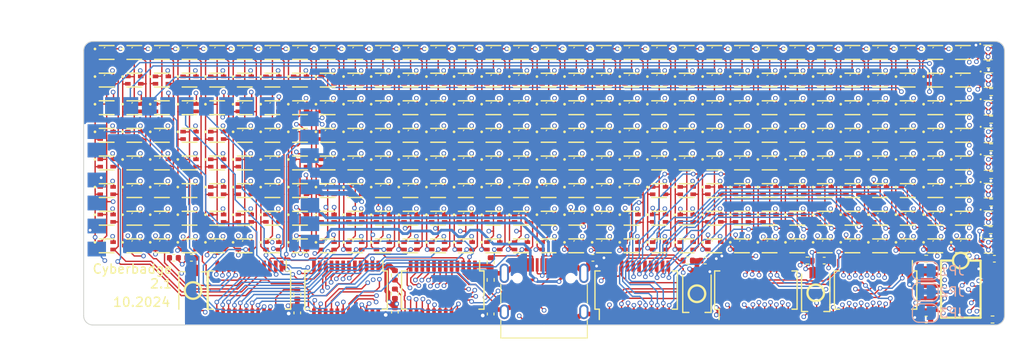
<source format=kicad_pcb>
(kicad_pcb (version 20240108) (generator "pcbnew") (generator_version "8.0")
  (layers (0 "F.Cu" signal) (1 "In1.Cu" signal) (2 "In2.Cu" signal) (31 "B.Cu" signal) (34 "B.Paste" user) (35 "F.Paste" user) (36 "B.SilkS" user "B.Silkscreen") (37 "F.SilkS" user "F.Silkscreen") (38 "B.Mask" user) (39 "F.Mask" user) (44 "Edge.Cuts" user))
  (net 0 "")
  (net 1 "/COL_R0")
  (net 2 "/COL_G0")
  (net 3 "/COL_B0")
  (net 4 "/ROW_0")
  (net 5 "/ROW_1")
  (net 6 "/ROW_2")
  (net 7 "/ROW_3")
  (net 8 "/ROW_4")
  (net 9 "/ROW_5")
  (net 10 "/ROW_6")
  (net 11 "/ROW_7")
  (net 12 "/COL_R1")
  (net 13 "/COL_G1")
  (net 14 "/COL_B1")
  (net 15 "/COL_R2")
  (net 16 "/COL_G2")
  (net 17 "/COL_B2")
  (net 18 "/COL_R3")
  (net 19 "/COL_G3")
  (net 20 "/COL_B3")
  (net 21 "/COL_R4")
  (net 22 "/COL_G4")
  (net 23 "/COL_B4")
  (net 24 "/COL_R5")
  (net 25 "/COL_G5")
  (net 26 "/COL_B5")
  (net 27 "/COL_R6")
  (net 28 "/COL_G6")
  (net 29 "/COL_B6")
  (net 30 "/COL_R7")
  (net 31 "/COL_G7")
  (net 32 "/COL_B7")
  (net 33 "/COL_R8")
  (net 34 "/COL_G8")
  (net 35 "/COL_B8")
  (net 36 "/COL_R9")
  (net 37 "/COL_G9")
  (net 38 "/COL_B9")
  (net 39 "/COL_R10")
  (net 40 "/COL_G10")
  (net 41 "/COL_B10")
  (net 42 "/COL_R11")
  (net 43 "/COL_G11")
  (net 44 "/COL_B11")
  (net 45 "/COL_R12")
  (net 46 "/COL_G12")
  (net 47 "/COL_B12")
  (net 48 "/COL_R13")
  (net 49 "/COL_G13")
  (net 50 "/COL_B13")
  (net 51 "/COL_R14")
  (net 52 "/COL_G14")
  (net 53 "/COL_B14")
  (net 54 "/COL_R15")
  (net 55 "/COL_G15")
  (net 56 "/COL_B15")
  (net 57 "/COL_R16")
  (net 58 "/COL_G16")
  (net 59 "/COL_B16")
  (net 60 "/COL_R17")
  (net 61 "/COL_G17")
  (net 62 "/COL_B17")
  (net 63 "/COL_R18")
  (net 64 "/COL_G18")
  (net 65 "/COL_B18")
  (net 66 "/COL_R19")
  (net 67 "/COL_G19")
  (net 68 "/COL_B19")
  (net 69 "/COL_R20")
  (net 70 "/COL_G20")
  (net 71 "/COL_B20")
  (net 72 "/COL_R21")
  (net 73 "/COL_G21")
  (net 74 "/COL_B21")
  (net 75 "/COL_R22")
  (net 76 "/COL_G22")
  (net 77 "/COL_B22")
  (net 78 "/COL_R23")
  (net 79 "/COL_G23")
  (net 80 "/COL_B23")
  (net 81 "/COL_R24")
  (net 82 "/COL_G24")
  (net 83 "/COL_B24")
  (net 84 "/COL_R25")
  (net 85 "/COL_G25")
  (net 86 "/COL_B25")
  (net 87 "/COL_R26")
  (net 88 "/COL_G26")
  (net 89 "/COL_B26")
  (net 90 "/COL_R27")
  (net 91 "/COL_G27")
  (net 92 "/COL_B27")
  (net 93 "/COL_R28")
  (net 94 "/COL_G28")
  (net 95 "/COL_B28")
  (net 96 "/COL_R29")
  (net 97 "/COL_G29")
  (net 98 "/COL_B29")
  (net 99 "/COL_R30")
  (net 100 "/COL_G30")
  (net 101 "/COL_B30")
  (net 102 "/COL_R31")
  (net 103 "/COL_G31")
  (net 104 "/COL_B31")
  (net 105 "/ROW_0_CTRL")
  (net 106 "VDD")
  (net 107 "/ROW_4_CTRL")
  (net 108 "/ROW_1_CTRL")
  (net 109 "/ROW_5_CTRL")
  (net 110 "/ROW_2_CTRL")
  (net 111 "/ROW_6_CTRL")
  (net 112 "/ROW_3_CTRL")
  (net 113 "/ROW_7_CTRL")
  (net 114 "Net-(RU1-REXT)")
  (net 115 "GND")
  (net 116 "Net-(RU2-REXT)")
  (net 117 "Net-(RU3-REXT)")
  (net 118 "Net-(RU4-REXT)")
  (net 119 "Net-(RU5-REXT)")
  (net 120 "Net-(RU6-REXT)")
  (net 121 "/SCLK")
  (net 122 "/LAT")
  (net 123 "/OE")
  (net 124 "/DAT_R")
  (net 125 "/DAT_G")
  (net 126 "/DAT_B")
  (net 127 "/MATRIX_A")
  (net 128 "/MATRIX_C")
  (net 129 "/MATRIX_B")
  (net 130 "/DM")
  (net 131 "Net-(J1-CC2)")
  (net 132 "/DP")
  (net 133 "VBUS")
  (net 136 "Net-(J1-CC1)")
  (net 137 "/B2")
  (net 140 "/B1")
  (net 142 "unconnected-(C1-Pad1)")
  (net 143 "Net-(JP2-A)")
  (net 144 "Net-(JP1-A)")
  (net 145 "Net-(JP3-A)")
  (net 146 "Net-(RU1-SDO)")
  (net 148 "Net-(RU3-SDO)")
  (net 150 "Net-(RU5-SDO)")
  (footprint "Critbit_lib:0606" (layer "F.Cu") (at 57.49743 36.1987)
    (property "Reference" "D5_6" (hide yes))
    (property "Value" "LED_RGBA" (hide yes))
  )
  (footprint "Critbit_lib:0606" (layer "F.Cu") (at 66.495888 30.19922)
    (property "Reference" "D8_4" (hide yes))
    (property "Value" "LED_RGBA" (hide yes))
  )
  (footprint "Critbit_lib:0606" (layer "F.Cu") (at 75.494346 27.19948)
    (property "Reference" "D11_3" (hide yes))
    (property "Value" "LED_RGBA" (hide yes))
  )
  (footprint "Critbit_lib:0606" (layer "F.Cu") (at 51.498458 39.19844)
    (property "Reference" "D3_7" (hide yes))
    (property "Value" "LED_RGBA" (hide yes))
  )
  (footprint "Critbit_lib:0606" (layer "F.Cu") (at 42.5 27.19948)
    (property "Reference" "D0_3" (hide yes))
    (property "Value" "LED_RGBA" (hide yes))
  )
  (footprint "Critbit_lib:0606" (layer "F.Cu") (at 51.498458 33.19896)
    (property "Reference" "D3_5" (hide yes))
    (property "Value" "LED_RGBA" (hide yes))
  )
  (footprint "Critbit_lib:0606" (layer "F.Cu") (at 54.497944 27.19948)
    (property "Reference" "D4_3" (hide yes))
    (property "Value" "LED_RGBA" (hide yes))
  )
  (footprint "Critbit_lib:0606" (layer "F.Cu") (at 93.491262 36.1987)
    (property "Reference" "D17_6" (hide yes))
    (property "Value" "LED_RGBA" (hide yes))
  )
  (footprint "easyeda2kicad:SOT-563_L1.6-W1.2-P0.50-LS1.6-BR" (layer "F.Cu") (at 138.25 33.2 180)
    (property "Reference" "Q5" (hide yes))
    (property "Value" "CJX3139K")
  )
  (footprint "Critbit_lib:0606" (layer "F.Cu") (at 108.487005 24.19974)
    (property "Reference" "D22_2" (hide yes))
    (property "Value" "LED_RGBA" (hide yes))
  )
  (footprint "Critbit_lib:0606" (layer "F.Cu") (at 117.48715 24.19974)
    (property "Reference" "D25_2" (hide yes))
    (property "Value" "LED_RGBA" (hide yes))
  )
  (footprint "Capacitor_SMD:C_0402_1005Metric" (layer "F.Cu") (at 73.8 49.4 90)
    (property "Reference" "C5" (hide yes))
    (property "Value" "470n")
  )
  (footprint "Critbit_lib:0606" (layer "F.Cu") (at 81.493318 33.19896)
    (property "Reference" "D13_5" (hide yes))
    (property "Value" "LED_RGBA" (hide yes))
  )
  (footprint "Critbit_lib:0606" (layer "F.Cu") (at 117.48715 36.1987)
    (property "Reference" "D25_6" (hide yes))
    (property "Value" "LED_RGBA" (hide yes))
  )
  (footprint "Critbit_lib:0606" (layer "F.Cu") (at 81.493318 36.1987)
    (property "Reference" "D13_6" (hide yes))
    (property "Value" "LED_RGBA" (hide yes))
  )
  (footprint "Resistor_SMD:R_0402_1005Metric" (layer "F.Cu") (at 138.55 25.5 180)
    (property "Reference" "R4" (hide yes))
    (property "Value" "10k")
  )
  (footprint "Critbit_lib:0606" (layer "F.Cu") (at 93.491262 24.19974)
    (property "Reference" "D17_2" (hide yes))
    (property "Value" "LED_RGBA" (hide yes))
  )
  (footprint "Package_SO:SSOP-24_3.9x8.7mm_P0.635mm" (layer "F.Cu") (at 79 47 -90)
    (property "Reference" "RU1" (hide yes))
    (property "Value" "FM6126" (hide yes))
  )
  (footprint "Critbit_lib:0606" (layer "F.Cu") (at 66.495888 24.19974)
    (property "Reference" "D8_2" (hide yes))
    (property "Value" "LED_RGBA" (hide yes))
  )
  (footprint "Package_SO:SSOP-24_3.9x8.7mm_P0.635mm" (layer "F.Cu") (at 126 47 -90)
    (property "Reference" "RU2" (hide yes))
    (property "Value" "FM6126" (hide yes))
  )
  (footprint "Critbit_lib:0606" (layer "F.Cu") (at 48.498972 30.19922)
    (property "Reference" "D2_4" (hide yes))
    (property "Value" "LED_RGBA" (hide yes))
  )
  (footprint "Critbit_lib:0606" (layer "F.Cu") (at 111.488178 39.19844)
    (property "Reference" "D23_7" (hide yes))
    (property "Value" "LED_RGBA" (hide yes))
  )
  (footprint "Critbit_lib:0606" (layer "F.Cu") (at 102.48972 30.19922)
    (property "Reference" "D20_4" (hide yes))
    (property "Value" "LED_RGBA" (hide yes))
  )
  (footprint "Critbit_lib:0606" (layer "F.Cu") (at 132.48458 30.19922)
    (property "Reference" "D30_4" (hide yes))
    (property "Value" "LED_RGBA" (hide yes))
  )
  (footprint "Critbit_lib:0606" (layer "F.Cu") (at 69.495374 39.19844)
    (property "Reference" "D9_7" (hide yes))
    (property "Value" "LED_RGBA" (hide yes))
  )
  (footprint "easyeda2kicad:SOT-563_L1.6-W1.2-P0.50-LS1.6-BR" (layer "F.Cu") (at 138.25 36.2 180)
    (property "Reference" "Q6" (hide yes))
    (property "Value" "CJX3139K")
  )
  (footprint "Critbit_lib:0606" (layer "F.Cu") (at 132.48458 39.19844)
    (property "Reference" "D30_7" (hide yes))
    (property "Value" "LED_RGBA" (hide yes))
  )
  (footprint "Critbit_lib:0606" (layer "F.Cu") (at 108.487005 39.19844)
    (property "Reference" "D22_7" (hide yes))
    (property "Value" "LED_RGBA" (hide yes))
  )
  (footprint "Critbit_lib:0606" (layer "F.Cu") (at 81.493318 24.19974)
    (property "Reference" "D13_2" (hide yes))
    (property "Value" "LED_RGBA" (hide yes))
  )
  (footprint "Critbit_lib:0606" (layer "F.Cu") (at 84.492804 39.19844)
    (property "Reference" "D14_7" (hide yes))
    (property "Value" "LED_RGBA" (hide yes))
  )
  (footprint "Resistor_SMD:R_0402_1005Metric" (layer "F.Cu") (at 105.6 43.8)
    (property "Reference" "R16" (hide yes))
    (property "Value" "510" (hide yes))
  )
  (footprint "Capacitor_SMD:C_0402_1005Metric" (layer "F.Cu") (at 131.5 50.2)
    (property "Reference" "C9" (hide yes))
    (property "Value" "470n")
  )
  (footprint "Critbit_lib:0606" (layer "F.Cu") (at 96.490748 39.19844)
    (property "Reference" "D18_7" (hide yes))
    (property "Value" "LED_RGBA" (hide yes))
  )
  (footprint "Resistor_SMD:R_0402_1005Metric" (layer "F.Cu") (at 138.55 28.5 180)
    (property "Reference" "R5" (hide yes))
    (property "Value" "10k")
  )
  (footprint "Critbit_lib:0606" (layer "F.Cu") (at 45.499486 21.2)
    (property "Reference" "D1_1" (hide yes))
    (property "Value" "LED_RGBA" (hide yes))
  )
  (footprint "Package_SO:SSOP-24_3.9x8.7mm_P0.635mm" (layer "F.Cu") (at 58 47 -90)
    (property "Reference" "RU5" (hide yes))
    (property "Value" "FM6126" (hide yes))
  )
  (footprint "Critbit_lib:0606" (layer "F.Cu") (at 135.484066 30.19922)
    (property "Reference" "D31_4" (hide yes))
    (property "Value" "LED_RGBA" (hide yes))
  )
  (footprint "Critbit_lib:0606" (layer "F.Cu") (at 54.497944 42.19818)
    (property "Reference" "D4_8" (hide yes))
    (property "Value" "LED_RGBA" (hide yes))
  )
  (footprint "Critbit_lib:0606" (layer "F.Cu") (at 96.490748 27.19948)
    (property "Reference" "D18_3" (hide yes))
    (property "Value" "LED_RGBA" (hide yes))
  )
  (footprint "Critbit_lib:0606" (layer "F.Cu") (at 111.488178 33.19896)
    (property "Reference" "D23_5" (hide yes))
    (property "Value" "LED_RGBA" (hide yes))
  )
  (footprint "Critbit_lib:0606" (layer "F.Cu") (at 105.489206 27.19948)
    (property "Reference" "D21_3" (hide yes))
    (property "Value" "LED_RGBA" (hide yes))
  )
  (footprint "Critbit_lib:0606" (layer "F.Cu") (at 81.493318 30.19922)
    (property "Reference" "D13_4" (hide yes))
    (property "Value" "LED_RGBA" (hide yes))
  )
  (footprint "Critbit_lib:0606" (layer "F.Cu") (at 114.487664 39.19844)
    (property "Reference" "D24_7" (hide yes))
    (property "Value" "LED_RGBA" (hide yes))
  )
  (footprint "Critbit_lib:0606" (layer "F.Cu") (at 96.490748 24.19974)
    (property "Reference" "D18_2" (hide yes))
    (property "Value" "LED_RGBA" (hide yes))
  )
  (footprint "Critbit_lib:0606" (layer "F.Cu") (at 114.487664 27.19948)
    (property "Reference" "D24_3" (hide yes))
    (property "Value" "LED_RGBA" (hide yes))
  )
  (footprint "Capacitor_SMD:C_0402_1005Metric" (layer "F.Cu") (at 120.42 43.8 180)
    (property "Reference" "C2" (hide yes))
    (property "Value" "470n")
  )
  (footprint "Critbit_lib:0606" (layer "F.Cu") (at 48.498972 33.19896)
    (property "Reference" "D2_5" (hide yes))
    (property "Value" "LED_RGBA" (hide yes))
  )
  (footprint "Resistor_SMD:R_0402_1005Metric" (layer "F.Cu") (at 118.6 43.8)
    (property "Reference" "R14" (hide yes))
    (property "Value" "510" (hide yes))
  )
  (footprint "Critbit_lib:0606" (layer "F.Cu") (at 93.491262 33.19896)
    (property "Reference" "D17_5" (hide yes))
    (property "Value" "LED_RGBA" (hide yes))
  )
  (footprint "Critbit_lib:0606" (layer "F.Cu") (at 57.49743 42.19818)
    (property "Reference" "D5_8" (hide yes))
    (property "Value" "LED_RGBA" (hide yes))
  )
  (footprint "easyeda2kicad:SOT-563_L1.6-W1.2-P0.50-LS1.6-BR" (layer "F.Cu") (at 138.2 21.2 180)
    (property "Reference" "Q1" (hide yes))
    (property "Value" "CJX3139K")
  )
  (footprint "Critbit_lib:0606" (layer "F.Cu") (at 48.498972 36.1987)
    (property "Reference" "D2_6" (hide yes))
    (property "Value" "LED_RGBA" (hide yes))
  )
  (footprint "Critbit_lib:0606" (layer "F.Cu") (at 102.48972 39.19844)
    (property "Reference" "D20_7" (hide yes))
    (property "Value" "LED_RGBA" (hide yes))
  )
  (footprint "Capacitor_SMD:C_0402_1005Metric" (layer "F.Cu") (at 49.8 43.5)
    (property "Reference" "C3" (hide yes))
    (property "Value" "470n")
  )
  (footprint "Critbit_lib:0606" (layer "F.Cu") (at 42.5 21.2)
    (property "Reference" "D0_1" (hide yes))
    (property "Value" "LED_RGBA" (hide yes))
  )
  (footprint "Critbit_lib:0606" (layer "F.Cu") (at 111.488178 36.1987)
    (property "Reference" "D23_6" (hide yes))
    (property "Value" "LED_RGBA" (hide yes))
  )
  (footprint "Critbit_lib:0606" (layer "F.Cu") (at 72.49486 33.19896)
    (property "Reference" "D10_5" (hide yes))
    (property "Value" "LED_RGBA" (hide yes))
  )
  (footprint "Critbit_lib:0606" (layer "F.Cu") (at 135.484066 27.19948)
    (property "Reference" "D31_3" (hide yes))
    (property "Value" "LED_RGBA" (hide yes))
  )
  (footprint "easyeda2kicad:SOT-563_L1.6-W1.2-P0.50-LS1.6-BR" (layer "F.Cu") (at 138.25 42.2 180)
    (property "Reference" "Q8" (hide yes))
    (property "Value" "CJX3139K")
  )
  (footprint "Critbit_lib:0606" (layer "F.Cu") (at 63.496402 42.19818)
    (property "Reference" "D7_8" (hide yes))
    (property "Value" "LED_RGBA" (hide yes))
  )
  (footprint "Critbit_lib:0606" (layer "F.Cu") (at 57.49743 33.19896)
    (property "Reference" "D5_5" (hide yes))
    (property "Value" "LED_RGBA" (hide yes))
  )
  (footprint "Critbit_lib:0606" (layer "F.Cu") (at 102.48972 24.19974)
    (property "Reference" "D20_2" (hide yes))
    (property "Value" "LED_RGBA" (hide yes))
  )
  (footprint "Critbit_lib:0606" (layer "F.Cu") (at 108.487005 33.19896)
    (property "Reference" "D22_5" (hide yes))
    (property "Value" "LED_RGBA" (hide yes))
  )
  (footprint "Critbit_lib:0606" (layer "F.Cu") (at 93.491262 39.19844)
    (property "Reference" "D17_7" (hide yes))
    (property "Value" "LED_RGBA" (hide yes))
  )
  (footprint "Critbit_lib:0606" (layer "F.Cu") (at 117.48715 39.19844)
    (property "Reference" "D25_7" (hide yes))
    (property "Value" "LED_RGBA" (hide yes))
  )
  (footprint "Critbit_lib:0606" (layer "F.Cu") (at 102.48972 42.19818)
    (property "Reference" "D20_8" (hide yes))
    (property "Value" "LED_RGBA" (hide yes))
  )
  (footprint "Critbit_lib:0606" (layer "F.Cu") (at 126.485608 33.19896)
    (property "Reference" "D28_5" (hide yes))
    (property "Value" "LED_RGBA" (hide yes))
  )
  (footprint "Critbit_lib:0606" (layer "F.Cu") (at 42.5 39.19844)
    (property "Reference" "D0_7" (hide yes))
    (property "Value" "LED_RGBA" (hide yes))
  )
  (footprint "Critbit_lib:0606" (layer "F.Cu") (at 78.493832 27.19948)
    (property "Reference" "D12_3" (hide yes))
    (property "Value" "LED_RGBA" (hide yes))
  )
  (footprint "easyeda2kicad:SOT-563_L1.6-W1.2-P0.50-LS1.6-BR" (layer "F.Cu") (at 138.25 39.2 180)
    (property "Reference" "Q7" (hide yes))
    (property "Value" "CJX3139K")
  )
  (footprint "Critbit_lib:0606" (layer "F.Cu") (at 84.492804 36.1987)
    (property "Reference" "D14_6" (hide yes))
    (property "Value" "LED_RGBA" (hide yes))
  )
  (footprint "Resistor_SMD:R_0402_1005Metric" (layer "F.Cu") (at 138.7 50.2)
    (property "Reference" "R9" (hide yes))
    (property "Value" "10k")
  )
  (footprint "Critbit_lib:0606" (layer "F.Cu") (at 84.492804 33.19896)
    (property "Reference" "D14_5" (hide yes))
    (property "Value" "LED_RGBA" (hide yes))
  )
  (footprint "Critbit_lib:0606" (layer "F.Cu") (at 90.491776 39.19844)
    (property "Reference" "D16_7" (hide yes))
    (property "Value" "LED_RGBA" (hide yes))
  )
  (footprint "Critbit_lib:0606" (layer "F.Cu") (at 111.488178 30.19922)
    (property "Reference" "D23_4" (hide yes))
    (property "Value" "LED_RGBA" (hide yes))
  )
  (footprint "Critbit_lib:0606" (layer "F.Cu") (at 105.489206 33.19896)
    (property "Reference" "D21_5" (hide yes))
    (property "Value" "LED_RGBA" (hide yes))
  )
  (footprint "Critbit_lib:0606" (layer "F.Cu") (at 63.496402 39.19844)
    (property "Reference" "D7_7" (hide yes))
    (property "Value" "LED_RGBA" (hide yes))
  )
  (footprint "Critbit_lib:0606" (layer "F.Cu") (at 57.49743 30.19922)
    (property "Reference" "D5_4" (hide yes))
    (property "Value" "LED_RGBA" (hide yes))
  )
  (footprint "Critbit_lib:0606" (layer "F.Cu") (at 90.491776 27.19948)
    (property "Reference" "D16_3" (hide yes))
    (property "Value" "LED_RGBA" (hide yes))
  )
  (footprint "Connector_USB:USB_C_Receptacle_HRO_TYPE-C-31-M-12" (layer "F.Cu") (at 90 48.31)
    (property "Reference" "J1" (hide yes))
    (property "Value" "USB_C_Receptacle_USB2.0")
  )
  (footprint "Critbit_lib:0606" (layer "F.Cu") (at 126.485608 42.19818)
    (property "Reference" "D28_8" (hide yes))
    (property "Value" "LED_RGBA" (hide yes))
  )
  (footprint "Critbit_lib:0606" (layer "F.Cu") (at 48.498972 24.19974)
    (property "Reference" "D2_2" (hide yes))
    (property "Value" "LED_RGBA" (hide yes))
  )
  (footprint "Critbit_lib:0606" (layer "F.Cu") (at 99.490234 39.19844)
    (property "Reference" "D19_7" (hide yes))
    (property "Value" "LED_RGBA" (hide yes))
  )
  (footprint "Critbit_lib:0606" (layer "F.Cu") (at 93.491262 42.19818)
    (property "Reference" "D17_8" (hide yes))
    (property "Value" "LED_RGBA" (hide yes))
  )
  (footprint "Package_SO:SSOP-24_3.9x8.7mm_P0.635mm" (layer "F.Cu") (at 100 47 90)
    (property "Reference" "RU6" (hide yes))
    (property "Value" "FM6126" (hide yes))
  )
  (footprint "Critbit_lib:0606" (layer "F.Cu") (at 57.49743 39.19844)
    (property "Reference" "D5_7" (hide yes))
    (property "Value" "LED_RGBA" (hide yes))
  )
  (footprint "Critbit_lib:0606" (layer "F.Cu") (at 111.488178 24.19974)
    (property "Reference" "D23_2" (hide yes))
    (property "Value" "LED_RGBA" (hide yes))
  )
  (footprint "Critbit_lib:0606" (layer "F.Cu") (at 42.5 30.19922)
    (property "Reference" "D0_4" (hide yes))
    (property "Value" "LED_RGBA" (hide yes))
  )
  (footprint "Capacitor_SMD:C_0402_1005Metric" (layer "F.Cu") (at 51.7 43.5 180)
    (property "Reference" "C1" (hide yes))
    (property "Value" "470n")
  )
  (footprint "Critbit_lib:0606" (layer "F.Cu") (at 87.49229 27.19948)
    (property "Reference" "D15_3" (hide yes))
    (property "Value" "LED_RGBA" (hide yes))
  )
  (footprint "Resistor_SMD:R_0402_1005Metric" (layer "F.Cu") (at 73.8 45.4 90)
    (property "Reference" "R11" (hide yes))
    (property "Value" "510" (hide yes))
  )
  (footprint "Critbit_lib:0606" (layer "F.Cu") (at 72.49486 30.19922)
    (property "Reference" "D10_4" (hide yes))
    (property "Value" "LED_RGBA" (hide yes))
  )
  (footprint "Critbit_lib:0606" (layer "F.Cu") (at 84.492804 42.19818)
    (property "Reference" "D14_8" (hide yes))
    (property "Value" "LED_RGBA" (hide yes))
  )
  (footprint "Critbit_lib:0606" (layer "F.Cu") (at 114.487664 33.19896)
    (property "Reference" "D24_5" (hide yes))
    (property "Value" "LED_RGBA" (hide yes))
  )
  (footprint "Critbit_lib:0606" (layer "F.Cu") (at 120.484949 21.2)
    (property "Reference" "D26_1" (hide yes))
    (property "Value" "LED_RGBA" (hide yes))
  )
  (footprint "Critbit_lib:0606" (layer "F.Cu") (at 48.498972 27.19948)
    (property "Reference" "D2_3" (hide yes))
    (property "Value" "LED_RGBA" (hide yes))
  )
  (footprint "Critbit_lib:0606" (layer "F.Cu") (at 135.484066 24.19974)
    (property "Reference" "D31_2" (hide yes))
    (property "Value" "LED_RGBA" (hide yes))
  )
  (footprint "Critbit_lib:0606" (layer "F.Cu") (at 75.494346 39.19844)
    (property "Reference" "D11_7" (hide yes))
    (property "Value" "LED_RGBA" (hide yes))
  )
  (footprint "Capacitor_SMD:C_0402_1005Metric" (layer "F.Cu") (at 107.5 43.8 180)
    (property "Reference" "C7" (hide yes))
    (property "Value" "470n")
  )
  (footprint "Critbit_lib:0606" (layer "F.Cu") (at 129.485094 39.19844)
    (property "Reference" "D29_7" (hide yes))
    (property "Value" "LED_RGBA" (hide yes))
  )
  (footprint "Critbit_lib:0606" (layer "F.Cu") (at 96.490748 33.19896)
    (property "Reference" "D18_5" (hide yes))
    (property "Value" "LED_RGBA" (hide yes))
  )
  (footprint "Critbit_lib:0606" (layer "F.Cu") (at 123.486122 42.19818)
    (property "Reference" "D27_8" (hide yes))
    (property "Value" "LED_RGBA" (hide yes))
  )
  (footprint "Critbit_lib:0606" (layer "F.Cu") (at 42.5 33.19896)
    (property "Reference" "D0_5" (hide yes))
    (property "Value" "LED_RGBA" (hide yes))
  )
  (footprint "Critbit_lib:0606" (layer "F.Cu") (at 99.490234 36.1987)
    (property "Reference" "D19_6" (hide yes))
    (property "Value" "LED_RGBA" (hide yes))
  )
  (footprint "Critbit_lib:0606" (layer "F.Cu") (at 81.493318 42.19818)
    (property "Reference" "D13_8" (hide yes))
    (property "Value" "LED_RGBA" (hide yes))
  )
  (footprint "Critbit_lib:0606" (layer "F.Cu") (at 57.49743 27.19948)
    (property "Reference" "D5_3" (hide yes))
    (property "Value" "LED_RGBA" (hide yes))
  )
  (footprint "Critbit_lib:0606" (layer "F.Cu") (at 108.487005 21.2)
    (property "Reference" "D22_1" (hide yes))
    (property "Value" "LED_RGBA" (hide yes))
  )
  (footprint "Critbit_lib:0606" (layer "F.Cu") (at 84.492804 24.19974)
    (property "Reference" "D14_2" (hide yes))
    (property "Value" "LED_RGBA" (hide yes))
  )
  (footprint "Critbit_lib:0606" (layer "F.Cu") (at 45.499486 24.19974)
    (property "Reference" "D1_2" (hide yes))
    (property "Value" "LED_RGBA" (hide yes))
  )
  (footprint "easyeda2kicad:SSOP-16_L6.2-W5.3-P0.65-LS7.8-BL" (layer "F.Cu") (at 135.25 46.9 -90)
    (property "Reference" "U2" (hide yes))
    (property "Value" "74HC138PW,118")
  )
  (footprint "Critbit_lib:0606" (layer "F.Cu") (at 108.487005 30.19922)
    (property "Reference" "D22_4" (hide yes))
    (property "Value" "LED_RGBA" (hide yes))
  )
  (footprint "Critbit_lib:0606" (layer "F.Cu") (at 114.487664 24.19974)
    (property "Reference" "D24_2" (hide yes))
    (property "Value" "LED_RGBA" (hide yes))
  )
  (footprint "Critbit_lib:0606" (layer "F.Cu") (at 102.48972 36.1987)
    (property "Reference" "D20_6" (hide yes))
    (property "Value" "LED_RGBA" (hide yes))
  )
  (footprint "Critbit_lib:0606" (layer "F.Cu") (at 99.490234 21.2)
    (property "Reference" "D19_1" (hide yes))
    (property "Value" "LED_RGBA" (hide yes))
  )
  (footprint "Critbit_lib:0606" (layer "F.Cu") (at 117.48715 42.19818)
    (property "Reference" "D25_8" (hide yes))
    (property "Value" "LED_RGBA" (hide yes))
  )
  (footprint "Critbit_lib:0606" (layer "F.Cu") (at 87.49229 21.2)
    (property "Reference" "D15_1" (hide yes))
    (property "Value" "LED_RGBA" (hide yes))
  )
  (footprint "Critbit_lib:0606" (layer "F.Cu") (at 120.484949 36.1987)
    (property "Reference" "D26_6" (hide yes))
    (property "Value" "LED_RGBA" (hide yes))
  )
  (footprint "Critbit_lib:0606" (layer "F.Cu") (at 105.489206 24.19974)
    (property "Reference" "D21_2" (hide yes))
    (property "Value" "LED_RGBA" (hide yes))
  )
  (footprint "Resistor_SMD:R_0402_1005Metric" (layer "F.Cu") (at 84.2 44 -90)
    (property "Reference" "R1" (hide yes))
    (property "Value" "5.1k")
  )
  (footprint "Resistor_SMD:R_0402_1005Metric" (layer "F.Cu") (at 138.5 40.5 180)
    (property "Reference" "R10" (hide yes))
    (property "Value" "10k")
  )
  (footprint "Critbit_lib:0606" (layer "F.Cu") (at 111.488178 27.19948)
    (property "Reference" "D23_3" (hide yes))
    (property "Value" "LED_RGBA" (hide yes))
  )
  (footprint "Critbit_lib:0606" (layer "F.Cu") (at 108.487005 27.19948)
    (property "Reference" "D22_3" (hide yes))
    (property "Value" "LED_RGBA" (hide yes))
  )
  (footprint "Critbit_lib:0606" (layer "F.Cu") (at 45.499486 27.19948)
    (property "Reference" "D1_3" (hide yes))
    (property "Value" "LED_RGBA" (hide yes))
  )
  (footprint "Critbit_lib:0606" (layer "F.Cu") (at 126.485608 21.2)
    (property "Reference" "D28_1" (hide yes))
    (property "Value" "LED_RGBA" (hide yes))
  )
  (footprint "Critbit_lib:0606" (layer "F.Cu") (at 84.492804 30.19922)
    (property "Reference" "D14_4" (hide yes))
    (property "Value" "LED_RGBA" (hide yes))
  )
  (footprint "Critbit_lib:0606" (layer "F.Cu") (at 78.493832 39.19844)
    (property "Reference" "D12_7" (hide yes))
    (property "Value" "LED_RGBA" (hide yes))
  )
  (footprint "Critbit_lib:0606" (layer "F.Cu") (at 102.48972 21.2)
    (property "Reference" "D20_1" (hide yes))
    (property "Value" "LED_RGBA" (hide yes))
  )
  (footprint "Critbit_lib:0606" (layer "F.Cu") (at 123.486122 33.19896)
    (property "Reference" "D27_5" (hide yes))
    (property "Value" "LED_RGBA" (hide yes))
  )
  (footprint "Critbit_lib:0606" (layer "F.Cu") (at 84.492804 27.19948)
    (property "Reference" "D14_3" (hide yes))
    (property "Value" "LED_RGBA" (hide yes))
  )
  (footprint "Critbit_lib:0606" (layer "F.Cu") (at 60.496916 42.19818)
    (property "Reference" "D6_8" (hide yes))
    (property "Value" "LED_RGBA" (hide yes))
  )
  (footprint "Critbit_lib:0606" (layer "F.Cu") (at 111.488178 21.2)
    (property "Reference" "D23_1" (hide yes))
    (property "Value" "LED_RGBA" (hide yes))
  )
  (footprint "Critbit_lib:0606" (layer "F.Cu") (at 72.49486 21.2)
    (property "Reference" "D10_1" (hide yes))
    (property "Value" "LED_RGBA" (hide yes))
  )
  (footprint "Critbit_lib:0606" (layer "F.Cu") (at 99.490234 30.19922)
    (property "Reference" "D19_4" (hide yes))
    (property "Value" "LED_RGBA" (hide yes))
  )
  (footprint "Critbit_lib:0606" (layer "F.Cu") (at 45.499486 36.1987)
    (property "Reference" "D1_6" (hide yes))
    (property "Value" "LED_RGBA" (hide yes))
  )
  (footprint "Critbit_lib:0606" (layer "F.Cu") (at 51.498458 27.19948)
    (property "Reference" "D3_3" (hide yes))
    (property "Value" "LED_RGBA" (hide yes))
  )
  (footprint "Critbit_lib:0606" (layer "F.Cu") (at 57.49743 24.19974)
    (property "Reference" "D5_2" (hide yes))
    (property "Value" "LED_RGBA" (hide yes))
  )
  (footprint "Critbit_lib:0606" (layer "F.Cu") (at 132.48458 36.1987)
    (property "Reference" "D30_6" (hide yes))
    (property "Value" "LED_RGBA" (hide yes))
  )
  (footprint "Critbit_lib:0606" (layer "F.Cu") (at 87.49229 33.19896)
    (property "Reference" "D15_5" (hide yes))
    (property "Value" "LED_RGBA" (hide yes))
  )
  (footprint "Critbit_lib:0606" (layer "F.Cu") (at 126.485608 27.19948)
    (property "Reference" "D28_3" (hide yes))
    (property "Value" "LED_RGBA" (hide yes))
  )
  (footprint "Critbit_lib:0606" (layer "F.Cu") (at 63.496402 24.19974)
    (property "Reference" "D7_2" (hide yes))
    (property "Value" "LED_RGBA" (hide yes))
  )
  (footprint "Critbit_lib:0606" (layer "F.Cu") (at 72.49486 36.1987)
    (property "Reference" "D10_6" (hide yes))
    (property "Value" "LED_RGBA" (hide yes))
  )
  (footprint "Critbit_lib:0606" (layer "F.Cu") (at 96.490748 36.1987)
    (property "Reference" "D18_6" (hide yes))
    (property "Value" "LED_RGBA" (hide yes))
  )
  (footprint "Critbit_lib:0606" (layer "F.Cu") (at 75.494346 21.2)
    (property "Reference" "D11_1" (hide yes))
    (property "Value" "LED_RGBA" (hide yes))
  )
  (footprint "Critbit_lib:0606" (layer "F.Cu") (at 105.489206 21.2)
    (property "Reference" "D21_1" (hide yes))
    (property "Value" "LED_RGBA" (hide yes))
  )
  (footprint "Critbit_lib:0606" (layer "F.Cu") (at 45.499486 39.19844)
    (property "Reference" "D1_7" (hide yes))
    (property "Value" "LED_RGBA" (hide yes))
  )
  (footprint "Critbit_lib:0606" (layer "F.Cu") (at 123.486122 21.2)
    (property "Reference" "D27_1" (hide yes))
    (property "Value" "LED_RGBA" (hide yes))
  )
  (footprint "Critbit_lib:0606" (layer "F.Cu") (at 114.487664 36.1987)
    (property "Reference" "D24_6" (hide yes))
    (property "Value" "LED_RGBA" (hide yes))
  )
  (footprint "Critbit_lib:0606" (layer "F.Cu") (at 69.495374 42.19818)
    (property "Reference" "D9_8" (hide yes))
    (property "Value" "LED_RGBA" (hide yes))
  )
  (footprint "Critbit_lib:0606" (layer "F.Cu") (at 66.495888 21.2)
    (property "Reference" "D8_1" (hide yes))
    (property "Value" "LED_RGBA" (hide yes))
  )
  (footprint "Resistor_SMD:R_0402_1005Metric" (layer "F.Cu") (at 84.2 45.9 90)
    (property "Reference" "R2" (hide yes))
    (property "Value" "5.1k")
  )
  (footprint "Critbit_lib:0606" (layer "F.Cu") (at 117.48715 33.19896)
    (property "Reference" "D25_5" (hide yes))
    (property "Value" "LED_RGBA" (hide yes))
  )
  (footprint "Critbit_lib:0606" (layer "F.Cu") (at 78.493832 36.1987)
    (property "Reference" "D12_6" (hide yes))
    (property "Value" "LED_RGBA" (hide yes))
  )
  (footprint "Critbit_lib:0606" (layer "F.Cu") (at 42.5 42.19818)
    (property "Reference" "D0_8" (hide yes))
    (property "Value" "LED_RGBA" (hide yes))
  )
  (footprint "Critbit_lib:0606" (layer "F.Cu") (at 90.491776 30.19922)
    (property "Reference" "D16_4" (hide yes))
    (property "Value" "LED_RGBA" (hide yes))
  )
  (footprint "Critbit_lib:0606" (layer "F.Cu") (at 99.490234 33.19896)
    (property "Reference" "D19_5" (hide yes))
    (property "Value" "LED_RGBA" (hide yes))
  )
  (footprint "Critbit_lib:0606" (layer "F.Cu") (at 75.494346 30.19922)
    (property "Reference" "D11_4" (hide yes))
    (property "Value" "LED_RGBA" (hide yes))
  )
  (footprint "Critbit_lib:0606" (layer "F.Cu") (at 69.495374 36.1987)
    (property "Reference" "D9_6" (hide yes))
    (property "Value" "LED_RGBA" (hide yes))
  )
  (footprint "Critbit_lib:0606" (layer "F.Cu") (at 129.485094 36.1987)
    (property "Reference" "D29_6" (hide yes))
    (property "Value" "LED_RGBA" (hide yes))
  )
  (footprint "Package_SO:SSOP-24_3.9x8.7mm_P0.635mm" (layer "F.Cu") (at 113 47 90)
    (property "Reference" "RU4" (hide yes))
    (property "Value" "FM6126" (hide yes))
  )
  (footprint "Critbit_lib:0606" (layer "F.Cu") (at 135.484066 42.19818)
    (property "Reference" "D31_8" (hide yes))
    (property "Value" "LED_RGBA" (hide yes))
  )
  (footprint "Critbit_lib:0606" (layer "F.Cu") (at 51.498458 30.19922)
    (property "Reference" "D3_4" (hide yes))
    (property "Value" "LED_RGBA" (hide yes))
  )
  (footprint "Critbit_lib:0606" (layer "F.Cu") (at 132.48458 21.2)
    (property "Reference" "D30_1" (hide yes))
    (property "Value" "LED_RGBA" (hide yes))
  )
  (footprint "Critbit_lib:0606" (layer "F.Cu") (at 135.484066 33.19896)
    (property "Reference" "D31_5" (hide yes))
    (property "Value" "LED_RGBA" (hide yes))
  )
  (footprint "Critbit_lib:0606" (layer "F.Cu") (at 117.48715 30.19922)
    (property "Reference" "D25_4" (hide yes))
    (property "Value" "LED_RGBA" (hide yes))
  )
  (footprint "Critbit_lib:0606" (layer "F.Cu") (at 75.494346 42.19818)
    (property "Reference" "D11_8" (hide yes))
    (property "Value" "LED_RGBA" (hide yes))
  )
  (footprint "Critbit_lib:0606" (layer "F.Cu") (at 120.484949 24.19974)
    (property "Reference" "D26_2" (hide yes))
    (property "Value" "LED_RGBA" (hide yes))
  )
  (footprint "Critbit_lib:0606" (layer "F.Cu") (at 123.486122 36.1987)
    (property "Reference" "D27_6" (hide yes))
    (property "Value" "LED_RGBA" (hide yes))
  )
  (footprint "Critbit_lib:0606" (layer "F.Cu") (at 135.484066 36.1987)
    (property "Reference" "D31_6" (hide yes))
    (property "Value" "LED_RGBA" (hide yes))
  )
  (footprint "Critbit_lib:0606" (layer "F.Cu") (at 60.496916 27.19948)
    (property "Reference" "D6_3" (hide yes))
    (property "Value" "LED_RGBA" (hide yes))
  )
  (footprint "easyeda2kicad:SOT-563_L1.6-W1.2-P0.50-LS1.6-BR" (layer "F.Cu") (at 138.25 27.2 180)
    (property "Reference" "Q3" (hide yes))
    (property "Value" "CJX3139K")
  )
  (footprint "Critbit_lib:0606" (layer "F.Cu") (at 66.495888 27.19948)
    (property "Reference" "D8_3" (hide yes))
    (property "Value" "LED_RGBA" (hide yes))
  )
  (footprint "Critbit_lib:0606" (layer "F.Cu") (at 129.485094 21.2)
    (property "Reference" "D29_1" (hide yes))
    (property "Value" "LED_RGBA" (hide yes))
  )
  (footprint "Critbit_lib:0606" (layer "F.Cu") (at 54.497944 24.19974)
    (property "Reference" "D4_2" (hide yes))
    (property "Value" "LED_RGBA" (hide yes))
  )
  (footprint "Critbit_lib:0606" (layer "F.Cu") (at 126.485608 24.19974)
    (property "Reference" "D28_2" (hide yes))
    (property "Value" "LED_RGBA" (hide yes))
  )
  (footprint "easyeda2kicad:SW-SMD_L3.9-W3.0-P4.45" (layer "F.Cu") (at 106.6 47.4 90)
    (property "Reference" "SW3" (hide yes))
    (property "Value" "TS-1088-AR02016")
  )
  (footprint "Critbit_lib:0606" (layer "F.Cu") (at 45.499486 30.19922)
    (property "Reference" "D1_4" (hide yes))
    (property "Value" "LED_RGBA" (hide yes))
  )
  (footprint "Critbit_lib:0606" (layer "F.Cu") (at 99.490234 42.19818)
    (property "Reference" "D19_8" (hide yes))
    (property "Value" "LED_RGBA" (hide yes))
  )
  (footprint "Critbit_lib:0606" (layer "F.Cu") (at 78.493832 33.19896)
    (property "Reference" "D12_5" (hide yes))
    (property "Value" "LED_RGBA" (hide yes))
  )
  (footprint "Critbit_lib:0606" (layer "F.Cu") (at 81.493318 21.2)
    (property "Reference" "D13_1" (hide yes))
    (property "Value" "LED_RGBA" (hide yes))
  )
  (footprint "Critbit_lib:0606" (layer "F.Cu") (at 93.491262 21.2)
    (property "Reference" "D17_1" (hide yes))
    (property "Value" "LED_RGBA" (hide yes))
  )
  (footprint "Resistor_SMD:R_0402_1005Metric" (layer "F.Cu") (at 63.2 47.48 -90)
    (property "Reference" "R15" (hide yes))
    (property "Value" "510" (hide yes))
  )
  (footprint "easyeda2kicad:SOT-563_L1.6-W1.2-P0.50-LS1.6-BR" (layer "F.Cu") (at 138.25 24.2 180)
    (property "Reference" "Q2" (hide yes))
    (property "Value" "CJX3139K")
  )
  (footprint "Critbit_lib:0606" (layer "F.Cu") (at 120.484949 27.19948)
    (property "Reference" "D26_3" (hide yes))
    (property "Value" "LED_RGBA" (hide yes))
  )
  (footprint "Critbit_lib:0606" (layer "F.Cu") (at 66.495888 33.19896)
    (property "Reference" "D8_5" (hide yes))
    (property "Value" "LED_RGBA" (hide yes))
  )
  (footprint "Critbit_lib:0606" (layer "F.Cu") (at 132.48458 24.19974)
    (property "Reference" "D30_2" (hide yes))
    (property "Value" "LED_RGBA" (hide yes))
  )
  (footprint "Critbit_lib:0606" (layer "F.Cu") (at 132.48458 27.19948)
    (property "Reference" "D30_3" (hide yes))
    (property "Value" "LED_RGBA" (hide yes))
  )
  (footprint "Resistor_SMD:R_0402_1005Metric" (layer "F.Cu") (at 73.8 47.4 -90)
    (property "Reference" "R13" (hide yes))
    (property "Value" "510" (hide yes))
  )
  (footprint "Critbit_lib:0606" (layer "F.Cu") (at 69.495374 27.19948)
    (property "Reference" "D9_3" (hide yes))
    (property "Value" "LED_RGBA" (hide yes))
  )
  (footprint "Critbit_lib:0606" (layer "F.Cu") (at 99.490234 27.19948)
    (property "Reference" "D19_3" (hide yes))
    (property "Value" "LED_RGBA" (hide yes))
  )
  (footprint "Critbit_lib:0606" (layer "F.Cu") (at 66.495888 39.19844)
    (property "Reference" "D8_7" (hide yes))
    (property "Value" "LED_RGBA" (hide yes))
  )
  (footprint "Critbit_lib:0606" (layer "F.Cu") (at 78.493832 21.2)
    (property "Reference" "D12_1" (hide yes))
    (property "Value" "LED_RGBA" (hide yes))
  )
  (footprint "Critbit_lib:0606" (layer "F.Cu") (at 120.484949 39.19844)
    (property "Reference" "D26_7" (hide yes))
    (property "Value" "LED_RGBA" (hide yes))
  )
  (footprint "Critbit_lib:0606" (layer "F.Cu") (at 69.495374 30.19922)
    (property "Reference" "D9_4" (hide yes))
    (property "Value" "LED_RGBA" (hide yes))
  )
  (footprint "Critbit_lib:0606" (layer "F.Cu") (at 60.496916 30.19922)
    (property "Reference" "D6_4" (hide yes))
    (property "Value" "LED_RGBA" (hide yes))
  )
  (footprint "Critbit_lib:0606" (layer "F.Cu") (at 54.497944 39.19844)
    (property "Reference" "D4_7" (hide yes))
    (property "Value" "LED_RGBA" (hide yes))
  )
  (footprint "Critbit_lib:0606" (layer "F.Cu") (at 90.491776 42.19818)
    (property "Reference" "D16_8" (hide yes))
    (property "Value" "LED_RGBA" (hide yes))
  )
  (footprint "Critbit_lib:0606" (layer "F.Cu") (at 75.494346 24.19974)
    (property "Reference" "D11_2" (hide yes))
    (property "Value" "LED_RGBA" (hide yes))
  )
  (footprint "Resistor_SMD:R_0402_1005Metric" (layer "F.Cu") (at 138.55 34.5 180)
    (property "Reference" "R7" (hide yes))
    (property "Value" "10k")
  )
  (footprint "Critbit_lib:0606" (layer "F.Cu") (at 60.496916 33.19896)
    (property "Reference" "D6_5" (hide yes))
    (property "Value" "LED_RGBA" (hide yes))
  )
  (footprint "Critbit_lib:0606" (layer "F.Cu") (at 90.491776 33.19896)
    (property "Reference" "D16_5" (hide yes))
    (property "Value" "LED_RGBA" (hide yes))
  )
  (footprint "Critbit_lib:0606" (layer "F.Cu") (at 120.484949 30.19922)
    (property "Reference" "D26_4" (hide yes))
    (property "Value" "LED_RGBA" (hide yes))
  )
  (footprint "Critbit_lib:0606" (layer "F.Cu") (at 66.495888 36.1987)
    (property "Reference" "D8_6" (hide yes))
    (property "Value" "LED_RGBA" (hide yes))
  )
  (footprint "Critbit_lib:0606" (layer "F.Cu") (at 63.496402 21.2)
    (property "Reference" "D7_1" (hide yes))
    (property "Value" "LED_RGBA" (hide yes))
  )
  (footprint "Critbit_lib:0606" (layer "F.Cu") (at 108.487005 42.19818)
    (property "Reference" "D22_8" (hide yes))
    (property "Value" "LED_RGBA" (hide yes))
  )
  (footprint "Critbit_lib:0606" (layer "F.Cu") (at 60.496916 36.1987)
    (property "Reference" "D6_6" (hide yes))
    (property "Value" "LED_RGBA" (hide yes))
  )
  (footprint "Critbit_lib:0606" (layer "F.Cu") (at 126.485608 39.19844)
    (property "Reference" "D28_7" (hide yes))
    (property "Value" "LED_RGBA" (hide yes))
  )
  (footprint "Critbit_lib:0606" (layer "F.Cu") (at 87.49229 42.19818)
    (property "Reference" "D15_8" (hide yes))
    (property "Value" "LED_RGBA" (hide yes))
  )
  (footprint "Critbit_lib:0606" (layer "F.Cu") (at 51.498458 24.19974)
    (property "Reference" "D3_2" (hide yes))
    (property "Value" "LED_RGBA" (hide yes))
  )
  (footprint "Critbit_lib:0606" (layer "F.Cu") (at 60.496916 21.2)
    (property "Reference" "D6_1" (hide yes))
    (property "Value" "LED_RGBA" (hide yes))
  )
  (footprint "Critbit_lib:0606" (layer "F.Cu") (at 90.491776 21.2)
    (property "Reference" "D16_1" (hide yes))
    (property "Value" "LED_RGBA" (hide yes))
  )
  (footprint "Critbit_lib:0606" (layer "F.Cu") (at 54.497944 36.1987)
    (property "Reference" "D4_6" (hide yes))
    (property "Value" "LED_RGBA" (hide yes))
  )
  (footprint "Critbit_lib:0606" (layer "F.Cu") (at 87.49229 36.1987)
    (property "Reference" "D15_6" (hide yes))
    (property "Value" "LED_RGBA" (hide yes))
  )
  (footprint "Critbit_lib:0606" (layer "F.Cu") (at 129.485094 42.19818)
    (property "Reference" "D29_8" (hide yes))
    (property "Value" "LED_RGBA" (hide yes))
  )
  (footprint "Resistor_SMD:R_0402_1005Metric" (layer "F.Cu") (at 138.55 31.5 180)
    (property "Reference" "R6" (hide yes))
    (property "Value" "10k")
  )
  (footprint "Critbit_lib:0606" (layer "F.Cu") (at 78.493832 30.19922)
    (property "Reference" "D12_4" (hide yes))
    (property "Value" "LED_RGBA" (hide yes))
  )
  (footprint "Critbit_lib:0606" (layer "F.Cu") (at 102.48972 27.19948)
    (property "Reference" "D20_3" (hide yes))
    (property "Value" "LED_RGBA" (hide yes))
  )
  (footprint "Critbit_lib:0606" (layer "F.Cu") (at 45.499486 42.19818)
    (property "Reference" "D1_8" (hide yes))
    (property "Value" "LED_RGBA" (hide yes))
  )
  (footprint "Critbit_lib:0606" (layer "F.Cu") (at 99.490234 24.19974)
    (property "Reference" "D19_2" (hide yes))
    (property "Value" "LED_RGBA" (hide yes))
  )
  (footprint "Critbit_lib:0606" (layer "F.Cu") (at 54.497944 21.2)
    (property "Reference" "D4_1" (hide yes))
    (property "Value" "LED_RGBA" (hide yes))
  )
  (footprint "Critbit_lib:0606" (layer "F.Cu") (at 72.49486 39.19844)
    (property "Reference" "D10_7" (hide yes))
    (property "Value" "LED_RGBA" (hide yes))
  )
  (footprint "Critbit_lib:0606" (layer "F.Cu") (at 66.495888 42.19818)
    (property "Reference" "D8_8" (hide yes))
    (property "Value" "LED_RGBA" (hide yes))
  )
  (footprint "Capacitor_SMD:C_0402_1005Metric" (layer "F.Cu") (at 138.9 43.6 180)
    (property "Reference" "C4" (hide yes))
    (property "Value" "470n")
  )
  (footprint "Critbit_lib:0606" (layer "F.Cu") (at 105.489206 36.1987)
    (property "Reference" "D21_6" (hide yes))
    (property "Value" "LED_RGBA" (hide yes))
  )
  (footprint "Critbit_lib:0606" (layer "F.Cu") (at 69.495374 24.19974)
    (property "Reference" "D9_2" (hide yes))
    (property "Value" "LED_RGBA" (hide yes))
  )
  (footprint "Critbit_lib:0606" (layer "F.Cu") (at 84.492804 21.2)
    (property "Reference" "D14_1" (hide yes))
    (property "Value" "LED_RGBA" (hide yes))
  )
  (footprint "Critbit_lib:0606" (layer "F.Cu") (at 135.484066 21.2)
    (property "Reference" "D31_1" (hide yes))
    (property "Value" "LED_RGBA" (hide yes))
  )
  (footprint "Critbit_lib:0606" (layer "F.Cu") (at 129.485094 33.19896)
    (property "Reference" "D29_5" (hide yes))
    (property "Value" "LED_RGBA" (hide yes))
  )
  (footprint "Critbit_lib:0606" (layer "F.Cu") (at 90.491776 36.1987)
    (property "Reference" "D16_6" (hide yes))
    (property "Value" "LED_RGBA" (hide yes))
  )
  (footprint "Critbit_lib:0606" (layer "F.Cu") (at 81.493318 27.19948)
    (property "Reference" "D13_3" (hide yes))
    (property "Value" "LED_RGBA" (hide yes))
  )
  (footprint "Critbit_lib:0606" (layer "F.Cu") (at 87.49229 24.19974)
    (property "Reference" "D15_2" (hide yes))
    (property "Value" "LED_RGBA" (hide yes))
  )
  (footprint "Critbit_lib:0606" (layer "F.Cu") (at 105.489206 39.19844)
    (property "Reference" "D21_7" (hide yes))
    (property "Value" "LED_RGBA" (hide yes))
  )
  (footprint "Critbit_lib:0606" (layer "F.Cu") (at 114.487664 42.19818)
    (property "Reference" "D24_8" (hide yes))
    (property "Value" "LED_RGBA" (hide yes))
  )
  (footprint "Critbit_lib:0606" (layer "F.Cu") (at 69.495374 21.2)
    (property "Reference" "D9_1" (hide yes))
    (property "Value" "LED_RGBA" (hide yes))
  )
  (footprint "Critbit_lib:0606" (layer "F.Cu") (at 90.491776 24.19974)
    (property "Reference" "D16_2" (hide yes))
    (property "Value" "LED_RGBA" (hide yes))
  )
  (footprint "Critbit_lib:0606" (layer "F.Cu") (at 51.498458 42.19818)
    (property "Reference" "D3_8" (hide yes))
    (property "Value" "LED_RGBA" (hide yes))
  )
  (footprint "Critbit_lib:0606" (layer "F.Cu") (at 57.49743 21.2)
    (property "Reference" "D5_1" (hide yes))
    (property "Value" "LED_RGBA" (hide yes))
  )
  (footprint "Critbit_lib:0606" (layer "F.Cu") (at 126.485608 30.19922)
    (property "Reference" "D28_4" (hide yes))
    (property "Value" "LED_RGBA" (hide yes))
  )
  (footprint "Critbit_lib:0606" (layer "F.Cu") (at 51.498458 21.2)
    (property "Reference" "D3_1" (hide yes))
    (property "Value" "LED_RGBA" (hide yes))
  )
  (footprint "Critbit_lib:0606" (layer "F.Cu") (at 102.48972 33.19896)
    (property "Reference" "D20_5" (hide yes))
    (property "Value" "LED_RGBA" (hide yes))
  )
  (footprint "Critbit_lib:0606" (layer "F.Cu") (at 75.494346 33.19896)
    (property "Reference" "D11_5" (hide yes))
    (property "Value" "LED_RGBA" (hide yes))
  )
  (footprint "Critbit_lib:0606" (layer "F.Cu") (at 96.490748 21.2)
    (property "Reference" "D18_1" (hide yes))
    (property "Value" "LED_RGBA" (hide yes))
  )
  (footprint "Critbit_lib:0606" (layer "F.Cu") (at 45.499486 33.19896)
    (property "Reference" "D1_5" (hide yes))
    (property "Value" "LED_RGBA" (hide yes))
  )
  (footprint "Critbit_lib:0606" (layer "F.Cu") (at 120.484949 42.19818)
    (property "Reference" "D26_8" (hide yes))
    (property "Value" "LED_RGBA" (hide yes))
  )
  (footprint "Critbit_lib:0606" (layer "F.Cu") (at 129.485094 27.19948)
    (property "Reference" "D29_3" (hide yes))
    (property "Value" "LED_RGBA" (hide yes))
  )
  (footprint "easyeda2kicad:SW-SMD_L3.9-W3.0-P4.45" (layer "F.Cu") (at 119.5 47.3 90)
    (property "Reference" "SW2" (hide yes))
    (property "Value" "TS-1088-AR02016")
  )
  (footprint "Critbit_lib:0606" (layer "F.Cu") (at 96.490748 30.19922)
    (property "Reference" "D18_4" (hide yes))
    (property "Value" "LED_RGBA" (hide yes))
  )
  (footprint "Critbit_lib:0606" (layer "F.Cu") (at 117.48715 21.2)
    (property "Reference" "D25_1" (hide yes))
    (property "Value" "LED_RGBA" (hide yes))
  )
  (footprint "Critbit_lib:0606" (layer "F.Cu") (at 87.49229 30.19922)
    (property "Reference" "D15_4" (hide yes))
    (property "Value" "LED_RGBA" (hide yes))
  )
  (footprint "Capacitor_SMD:C_0402_1005Metric" (layer "F.Cu") (at 63.2 49.48 90)
    (property "Reference" "C6" (hide yes))
    (property "Value" "470n")
  )
  (footprint "Critbit_lib:0606" (layer "F.Cu") (at 63.496402 36.1987)
    (property "Reference" "D7_6" (hide yes))
    (property "Value" "LED_RGBA" (hide yes))
  )
  (footprint "Critbit_lib:0606" (layer "F.Cu") (at 72.49486 42.19818)
    (property "Reference" "D10_8" (hide yes))
    (property "Value" "LED_RGBA" (hide yes))
  )
  (footprint "Critbit_lib:0606" (layer "F.Cu") (at 69.495374 33.19896)
    (property "Reference" "D9_5" (hide yes))
    (property "Value" "LED_RGBA" (hide yes))
  )
  (footprint "Critbit_lib:0606" (layer "F.Cu") (at 72.49486 24.19974)
    (property "Reference" "D10_2" (hide yes))
    (property "Value" "LED_RGBA" (hide yes))
  )
  (footprint "Critbit_lib:0606" (layer "F.Cu") (at 108.487005 36.1987)
    (property "Reference" "D22_6" (hide yes))
    (property "Value" "LED_RGBA" (hide yes))
  )
  (footprint "Resistor_SMD:R_0402_1005Metric" (layer "F.Cu") (at 131.5 43.6)
    (property "Reference" "R12" (hide yes))
    (property "Value" "510" (hide yes))
  )
  (footprint "Critbit_lib:0606" (layer "F.Cu") (at 123.486122 39.19844)
    (property "Reference" "D27_7" (hide yes))
    (property "Value" "LED_RGBA" (hide yes))
  )
  (footprint "Critbit_lib:0606" (layer "F.Cu") (at 105.489206 42.19818)
    (property "Reference" "D21_8" (hide yes))
    (property "Value" "LED_RGBA" (hide yes))
  )
  (footprint "Critbit_lib:0606" (layer "F.Cu") (at 54.497944 30.19922)
    (property "Reference" "D4_4" (hide yes))
    (property "Value" "LED_RGBA" (hide yes))
  )
  (footprint "Critbit_lib:0606" (layer "F.Cu") (at 63.496402 27.19948)
    (property "Reference" "D7_3" (hide yes))
    (property "Value" "LED_RGBA" (hide yes))
  )
  (footprint "Critbit_lib:0606" (layer "F.Cu") (at 54.497944 33.19896)
    (property "Reference" "D4_5" (hide yes))
    (property "Value" "LED_RGBA" (hide yes))
  )
  (footprint "Critbit_lib:0606" (layer "F.Cu") (at 75.494346 36.1987)
    (property "Reference" "D11_6" (hide yes))
    (property "Value" "LED_RGBA" (hide yes))
  )
  (footprint "Capacitor_SMD:C_0402_1005Metric" (layer "F.Cu") (at 95.3 43.5 180)
    (property "Reference" "C10" (hide yes))
    (property "Value" "470n")
  )
  (footprint "Critbit_lib:0606" (layer "F.Cu") (at 96.490748 42.19818)
    (property "Reference" "D18_8" (hide yes))
    (property "Value" "LED_RGBA" (hide yes))
  )
  (footprint "Critbit_lib:0606" (layer "F.Cu") (at 87.49229 39.19844)
    (property "Reference" "D15_7" (hide yes))
    (property "Value" "LED_RGBA" (hide yes))
  )
  (footprint "Critbit_lib:0606" (layer "F.Cu") (at 48.498972 39.19844)
    (property "Reference" "D2_7" (hide yes))
    (property "Value" "LED_RGBA" (hide yes))
  )
  (footprint "Critbit_lib:0606" (layer "F.Cu") (at 126.485608 36.1987)
    (property "Reference" "D28_6" (hide yes))
    (property "Value" "LED_RGBA" (hide yes))
  )
  (footprint "Critbit_lib:0606" (layer "F.Cu") (at 42.5 24.19974)
    (property "Reference" "D0_2" (hide yes))
    (property "Value" "LED_RGBA" (hide yes))
  )
  (footprint "Critbit_lib:0606" (layer "F.Cu") (at 120.484949 33.19896)
    (property "Reference" "D26_5" (hide yes))
    (property "Value" "LED_RGBA" (hide yes))
  )
  (footprint "Critbit_lib:0606" (layer "F.Cu") (at 123.486122 24.19974)
    (property "Reference" "D27_2" (hide yes))
    (property "Value" "LED_RGBA" (hide yes))
  )
  (footprint "Critbit_lib:0606" (layer "F.Cu") (at 78.493832 42.19818)
    (property "Reference" "D12_8" (hide yes))
    (property "Value" "LED_RGBA" (hide yes))
  )
  (footprint "easyeda2kicad:SOT-563_L1.6-W1.2-P0.50-LS1.6-BR" (layer "F.Cu") (at 138.25 30.2 180)
    (property "Reference" "Q4" (hide yes))
    (property "Value" "CJX3139K")
  )
  (footprint "Critbit_lib:0606" (layer "F.Cu") (at 114.487664 30.19922)
    (property "Reference" "D24_4" (hide yes))
    (property "Value" "LED_RGBA" (hide yes))
  )
  (footprint "Critbit_lib:0606" (layer "F.Cu") (at 60.496916 24.19974)
    (property "Reference" "D6_2" (hide yes))
    (property "Value" "LED_RGBA" (hide yes))
  )
  (footprint "Critbit_lib:0606" (layer "F.Cu") (at 93.491262 30.19922)
    (property "Reference" "D17_4" (hide yes))
    (property "Value" "LED_RGBA" (hide yes))
  )
  (footprint "Critbit_lib:0606" (layer "F.Cu") (at 42.5 36.1987)
    (property "Reference" "D0_6" (hide yes))
    (property "Value" "LED_RGBA" (hide yes))
  )
  (footprint "Critbit_lib:0606" (layer "F.Cu") (at 72.49486 27.19948)
    (property "Reference" "D10_3" (hide yes))
    (property "Value" "LED_RGBA" (hide yes))
  )
  (footprint "Package_SO:SSOP-24_3.9x8.7mm_P0.635mm" (layer "F.Cu") (at 68.5 47 -90)
    (property "Reference" "RU3" (hide yes))
    (property "Value" "FM6126" (hide yes))
  )
  (footprint "Critbit_lib:0606" (layer "F.Cu") (at 117.48715 27.19948)
    (property "Reference" "D25_3" (hide yes))
    (property "Value" "LED_RGBA" (hide yes))
  )
  (footprint "Critbit_lib:0606" (layer "F.Cu") (at 129.485094 24.19974)
    (property "Reference" "D29_2" (hide yes))
    (property "Value" "LED_RGBA" (hide yes))
  )
  (footprint "Critbit_lib:0606" (layer "F.Cu") (at 114.487664 21.2)
    (property "Reference" "D24_1" (hide yes))
    (property "Value" "LED_RGBA" (hide yes))
  )
  (footprint "Critbit_lib:0606" (layer "F.Cu") (at 81.493318 39.19844)
    (property "Reference" "D13_7" (hide yes))
    (property "Value" "LED_RGBA" (hide yes))
  )
  (footprint "Critbit_lib:0606" (layer "F.Cu") (at 132.48458 42.19818)
    (property "Reference" "D30_8" (hide yes))
    (property "Value" "LED_RGBA" (hide yes))
  )
  (footprint "Critbit_lib:0606" (layer "F.Cu") (at 135.484066 39.19844)
    (property "Reference" "D31_7" (hide yes))
    (property "Value" "LED_RGBA" (hide yes))
  )
  (footprint "Critbit_lib:0606" (layer "F.Cu") (at 78.493832 24.19974)
    (property "Reference" "D12_2" (hide yes))
    (property "Value" "LED_RGBA" (hide yes))
  )
  (footprint "Critbit_lib:0606" (layer "F.Cu") (at 111.488178 42.19818)
    (property "Reference" "D23_8" (hide yes))
    (property "Value" "LED_RGBA" (hide yes))
  )
  (footprint "Critbit_lib:0606" (layer "F.Cu") (at 132.48458 33.19896)
    (property "Reference" "D30_5" (hide yes))
    (property "Value" "LED_RGBA" (hide yes))
  )
  (footprint "Critbit_lib:0606" (layer "F.Cu") (at 48.498972 42.19818)
    (property "Reference" "D2_8" (hide yes))
    (property "Value" "LED_RGBA" (hide yes))
  )
  (footprint "Critbit_lib:0606" (layer "F.Cu") (at 63.496402 30.19922)
    (property "Reference" "D7_4" (hide yes))
    (property "Value" "LED_RGBA" (hide yes))
  )
  (footprint "Critbit_lib:0606" (layer "F.Cu") (at 60.496916 39.19844)
    (property "Reference" "D6_7" (hide yes))
    (property "Value" "LED_RGBA" (hide yes))
  )
  (footprint "Resistor_SMD:R_0402_1005Metric" (layer "F.Cu") (at 138.25 22.5 180)
    (property "Reference" "R3" (hide yes))
    (property "Value" "10k")
  )
  (footprint "Critbit_lib:0606" (layer "F.Cu") (at 51.498458 36.1987)
    (property "Reference" "D3_6" (hide yes))
    (property "Value" "LED_RGBA" (hide yes))
  )
  (footprint "Critbit_lib:0606" (layer "F.Cu") (at 93.491262 27.19948)
    (property "Reference" "D17_3" (hide yes))
    (property "Value" "LED_RGBA" (hide yes))
  )
  (footprint "Critbit_lib:0606" (layer "F.Cu") (at 123.486122 27.19948)
    (property "Reference" "D27_3" (hide yes))
    (property "Value" "LED_RGBA" (hide yes))
  )
  (footprint "Critbit_lib:0606" (layer "F.Cu") (at 123.486122 30.19922)
    (property "Reference" "D27_4" (hide yes))
    (property "Value" "LED_RGBA" (hide yes))
  )
  (footprint "Resistor_SMD:R_0402_1005Metric" (layer "F.Cu") (at 138.55 37.5 180)
    (property "Reference" "R8" (hide yes))
    (property "Value" "10k")
  )
  (footprint "Critbit_lib:0606" (layer "F.Cu") (at 48.498972 21.2)
    (property "Reference" "D2_1" (hide yes))
    (property "Value" "LED_RGBA" (hide yes))
  )
  (footprint "Critbit_lib:0606" (layer "F.Cu") (at 63.496402 33.19896)
    (property "Reference" "D7_5" (hide yes))
    (property "Value" "LED_RGBA" (hide yes))
  )
  (footprint "Critbit_lib:0606" (layer "F.Cu") (at 105.489206 30.19922)
    (property "Reference" "D21_4" (hide yes))
    (property "Value" "LED_RGBA" (hide yes))
  )
  (footprint "Capacitor_SMD:C_0402_1005Metric" (layer "F.Cu") (at 84.2 49.6 90)
    (property "Reference" "C8" (hide yes))
    (property "Value" "470n")
  )
  (footprint "easyeda2kicad:SW-SMD_L3.9-W3.0-P4.45" (layer "F.Cu") (at 51.8775 47.05 -90)
    (property "Reference" "SW1" (hide yes))
    (property "Value" "TS-1088-AR02016")
  )
  (footprint "Critbit_lib:0606" (layer "F.Cu") (at 129.485094 30.19922)
    (property "Reference" "D29_4" (hide yes))
    (property "Value" "LED_RGBA" (hide yes))
  )
  (footprint "Critbit_lib:pilkbrain2" (layer "B.Cu") (at 53.025 38.8 -90)
    (property "Reference" "U1" (hide yes))
    (property "Value" "~")
  )
  (footprint "Jumper:SolderJumper-2_P1.3mm_Bridged_RoundedPad1.0x1.5mm" (layer "B.Cu") (at 131.4 44.9 180)
    (property "Reference" "JP1")
    (property "Value" "SB")
  )
  (footprint "Jumper:SolderJumper-2_P1.3mm_Bridged_RoundedPad1.0x1.5mm" (layer "B.Cu") (at 131.4 47.2 180)
    (property "Reference" "JP2")
    (property "Value" "SB")
  )
  (footprint "Jumper:SolderJumper-2_P1.3mm_Bridged_RoundedPad1.0x1.5mm" (layer "B.Cu") (at 131.4 49.5 180)
    (property "Reference" "JP3")
    (property "Value" "SB")
  )
  (gr_line (start 40 21) (end 40 36) (stroke (width 0.1)) (layer "Edge.Cuts"))
  (gr_line (start 140 21) (end 140 36) (stroke (width 0.1)) (layer "Edge.Cuts"))
  (gr_arc (start 139 20) (mid 139.707107 20.292893) (end 140 21) (stroke (width 0.1)) (layer "Edge.Cuts"))
  (gr_arc (start 40 21) (mid 40.292893 20.292893) (end 41 20) (stroke (width 0.1)) (layer "Edge.Cuts"))
  (gr_line (start 90 50.792893) (end 139 50.792893) (stroke (width 0.1)) (layer "Edge.Cuts"))
  (gr_line (start 140 49.792893) (end 140 36) (stroke (width 0.1)) (layer "Edge.Cuts"))
  (gr_line (start 90 20) (end 41 20) (stroke (width 0.1)) (layer "Edge.Cuts"))
  (gr_arc (start 41 50.792893) (mid 40.292893 50.5) (end 40 49.792893) (stroke (width 0.1)) (layer "Edge.Cuts"))
  (gr_line (start 90 50.792893) (end 41 50.792893) (stroke (width 0.1)) (layer "Edge.Cuts"))
  (gr_arc (start 140 49.792893) (mid 139.707107 50.5) (end 139 50.792893) (stroke (width 0.1)) (layer "Edge.Cuts"))
  (gr_line (start 40 49.792893) (end 40 36) (stroke (width 0.1)) (layer "Edge.Cuts"))
  (gr_line (start 90 20) (end 139 20) (stroke (width 0.1)) (layer "Edge.Cuts"))
  (gr_text "Cyberbadge\n2.1" (at 49.7 46.9 0) (layer "F.SilkS") (effects (font (size 1 1)) (justify right bottom)))
  (gr_text "10.2024" (at 43.1 48.9 0) (layer "F.SilkS") (effects (font (size 1 1)) (justify left bottom)))
  (segment (start 41.8 29.79922) (end 42.49922 29.79922) (width 0.15) (layer "F.Cu") (net 1))
  (segment (start 41.9 20.8) (end 41.8 20.8) (width 0.15) (layer "F.Cu") (net 1))
  (segment (start 41.8 23.79974) (end 42.49974 23.79974) (width 0.15) (layer "F.Cu") (net 1))
  (segment (start 42.5 29.8) (end 42.5 26.8) (width 0.15) (layer "F.Cu") (net 1))
  (segment (start 42.49844 38.79844) (end 42.5 38.8) (width 0.15) (layer "F.Cu") (net 1))
  (segment (start 41.8 26.79948) (end 42.49948 26.79948) (width 0.15) (layer "F.Cu") (net 1))
  (segment (start 42.49922 29.79922) (end 42.5 29.8) (width 0.15) (layer "F.Cu") (net 1))
  (segment (start 42.4987 35.7987) (end 42.5 35.8) (width 0.15) (layer "F.Cu") (net 1))
  (segment (start 42.49974 23.79974) (end 42.5 23.8) (width 0.15) (layer "F.Cu") (net 1))
  (segment (start 41.8 41.79818) (end 42.5 41.09818) (width 0.15) (layer "F.Cu") (net 1))
  (segment (start 41.8 38.79844) (end 42.49844 38.79844) (width 0.15) (layer "F.Cu") (net 1))
  (segment (start 42.5 21.4) (end 41.9 20.8) (width 0.15) (layer "F.Cu") (net 1))
  (segment (start 43.2 37.4) (end 42.6 37.4) (width 0.15) (layer "F.Cu") (net 1))
  (segment (start 42.5 26.8) (end 42.5 23.8) (width 0.15) (layer "F.Cu") (net 1))
  (segment (start 42.5 41.09818) (end 42.5 38.8) (width 0.15) (layer "F.Cu") (net 1))
  (segment (start 41.8 32.79896) (end 42.49896 32.79896) (width 0.15) (layer "F.Cu") (net 1))
  (segment (start 42.6 37.4) (end 42.5 37.3) (width 0.15) (layer "F.Cu") (net 1))
  (segment (start 42.49896 32.79896) (end 42.5 32.8) (width 0.15) (layer "F.Cu") (net 1))
  (segment (start 42.5 35.8) (end 42.5 32.8) (width 0.15) (layer "F.Cu") (net 1))
  (segment (start 42.5 32.8) (end 42.5 29.8) (width 0.15) (layer "F.Cu") (net 1))
  (segment (start 42.49948 26.79948) (end 42.5 26.8) (width 0.15) (layer "F.Cu") (net 1))
  (segment (start 41.8 35.7987) (end 42.4987 35.7987) (width 0.15) (layer "F.Cu") (net 1))
  (segment (start 42.5 38.8) (end 42.5 37.3) (width 0.15) (layer "F.Cu") (net 1))
  (segment (start 79.9925 45.663323) (end 79.9925 44.35) (width 0.15) (layer "F.Cu") (net 1))
  (segment (start 42.5 37.3) (end 42.5 35.8) (width 0.15) (layer "F.Cu") (net 1))
  (segment (start 79.125412 46.530411) (end 79.9925 45.663323) (width 0.15) (layer "F.Cu") (net 1))
  (segment (start 42.5 23.8) (end 42.5 21.4) (width 0.15) (layer "F.Cu") (net 1))
  (via (at 43.2 37.4) (size 0.5) (drill 0.3) (layers "F.Cu" "B.Cu") (net 1))
  (via (at 79.125412 46.530411) (size 0.5) (drill 0.3) (layers "F.Cu" "B.Cu") (net 1))
  (segment (start 41.24604 33.60078) (end 41.245 33.60182) (width 0.15) (layer "F.Cu") (net 2))
  (segment (start 41.24578 30.60104) (end 41.245 30.60182) (width 0.15) (layer "F.Cu") (net 2))
  (segment (start 41.24656 39.60026) (end 41.245 39.60182) (width 0.15) (layer "F.Cu") (net 2))
  (segment (start 41.614 42.59818) (end 41.8 42.59818) (width 0.15) (layer "F.Cu") (net 2))
  (segment (start 41.250514 36.65182) (end 41.250514 38.339746) (width 0.15) (layer "F.Cu") (net 2))
  (segment (start 41.245 38.34526) (end 41.245 39.14526) (width 0.15) (layer "F.Cu") (net 2))
  (segment (start 41.245 22.05682) (end 41.245 24.60182) (width 0.15) (layer "F.Cu") (net 2))
  (segment (start 41.301814 36.60052) (end 41.250514 36.65182) (width 0.15) (layer "F.Cu") (net 2))
  (segment (start 41.8 39.60026) (end 41.24656 39.60026) (width 0.15) (layer "F.Cu") (net 2))
  (segment (start 41.8 30.60104) (end 41.24578 30.60104) (width 0.15) (layer "F.Cu") (net 2))
  (segment (start 41.245 27.60182) (end 41.245 30.60182) (width 0.15) (layer "F.Cu") (net 2))
  (segment (start 41.7 21.60182) (end 41.245 22.05682) (width 0.15) (layer "F.Cu") (net 2))
  (segment (start 41.245 42.255) (end 41.59 42.6) (width 0.15) (layer "F.Cu") (net 2))
  (segment (start 69.4525 45.087731) (end 69.4525 44.4) (width 0.15) (layer "F.Cu") (net 2))
  (segment (start 41.245 39.60182) (end 41.245 42.255) (width 0.15) (layer "F.Cu") (net 2))
  (segment (start 41.245 33.60182) (end 41.245 36.250006) (width 0.15) (layer "F.Cu") (net 2))
  (segment (start 41.8 24.60156) (end 41.24526 24.60156) (width 0.15) (layer "F.Cu") (net 2))
  (segment (start 41.250514 36.25552) (end 41.250514 36.65182) (width 0.15) (layer "F.Cu") (net 2))
  (segment (start 41.245 30.60182) (end 41.245 33.60182) (width 0.15) (layer "F.Cu") (net 2))
  (segment (start 41.245 36.250006) (end 41.250514 36.25552) (width 0.15) (layer "F.Cu") (net 2))
  (segment (start 41.8 36.60052) (end 41.301814 36.60052) (width 0.15) (layer "F.Cu") (net 2))
  (segment (start 41.245 39.14526) (end 41.245 39.60182) (width 0.15) (layer "F.Cu") (net 2))
  (segment (start 68.839609 45.700622) (end 69.4525 45.087731) (width 0.15) (layer "F.Cu") (net 2))
  (segment (start 41.24552 27.6013) (end 41.245 27.60182) (width 0.15) (layer "F.Cu") (net 2))
  (segment (start 41.59 42.6) (end 41.8 42.6) (width 0.15) (layer "F.Cu") (net 2))
  (segment (start 41.250514 38.339746) (end 41.245 38.34526) (width 0.15) (layer "F.Cu") (net 2))
  (segment (start 41.245 41.264502) (end 41.245 42.22918) (width 0.15) (layer "F.Cu") (net 2))
  (segment (start 41.8 27.6013) (end 41.24552 27.6013) (width 0.15) (layer "F.Cu") (net 2))
  (segment (start 41.245 42.22918) (end 41.614 42.59818) (width 0.15) (layer "F.Cu") (net 2))
  (segment (start 41.8 33.60078) (end 41.24604 33.60078) (width 0.15) (layer "F.Cu") (net 2))
  (segment (start 41.24526 24.60156) (end 41.245 24.60182) (width 0.15) (layer "F.Cu") (net 2))
  (segment (start 41.245 24.60182) (end 41.245 27.60182) (width 0.15) (layer "F.Cu") (net 2))
  (via (at 41.245 41.264502) (size 0.5) (drill 0.3) (layers "F.Cu" "B.Cu") (net 2))
  (via (at 68.839609 45.700622) (size 0.5) (drill 0.3) (layers "F.Cu" "B.Cu") (net 2))
  (segment (start 43.75474 24.59974) (end 43.755 24.6) (width 0.15) (layer "F.Cu") (net 3))
  (segment (start 43.755 39.6) (end 43.755 42.25318) (width 0.15) (layer "F.Cu") (net 3))
  (segment (start 44.58382 43.882) (end 43.3 42.59818) (width 0.15) (layer "F.Cu") (net 3))
  (segment (start 43.755 36.6) (end 43.7537 36.5987) (width 0.15) (layer "F.Cu") (net 3))
  (segment (start 58.935 45.406011) (end 57.141011 47.2) (width 0.15) (layer "F.Cu") (net 3))
  (segment (start 43.75448 27.59948) (end 43.755 27.6) (width 0.15) (layer "F.Cu") (net 3))
  (segment (start 43.2 33.59896) (end 43.75396 33.59896) (width 0.15) (layer "F.Cu") (net 3))
  (segment (start 43.75396 33.59896) (end 43.755 33.6) (width 0.15) (layer "F.Cu") (net 3))
  (segment (start 43.2 39.59844) (end 43.75344 39.59844) (width 0.15) (layer "F.Cu") (net 3))
  (segment (start 43.755 36.6) (end 43.755 39.6) (width 0.15) (layer "F.Cu") (net 3))
  (segment (start 50.64972 47.2) (end 47.33172 43.882) (width 0.15) (layer "F.Cu") (net 3))
  (segment (start 43.755 33.6) (end 43.755 36.6) (width 0.15) (layer "F.Cu") (net 3))
  (segment (start 43.755 42.25318) (end 43.41 42.59818) (width 0.15) (layer "F.Cu") (net 3))
  (segment (start 43.7537 36.5987) (end 43.2 36.5987) (width 0.15) (layer "F.Cu") (net 3))
  (segment (start 43.2 24.59974) (end 43.75474 24.59974) (width 0.15) (layer "F.Cu") (net 3))
  (segment (start 47.33172 43.882) (end 44.58382 43.882) (width 0.15) (layer "F.Cu") (net 3))
  (segment (start 57.141011 47.2) (end 50.64972 47.2) (width 0.15) (layer "F.Cu") (net 3))
  (segment (start 43.75344 39.59844) (end 43.755 39.6) (width 0.15) (layer "F.Cu") (net 3))
  (segment (start 58.935 44.4) (end 58.935 45.406011) (width 0.15) (layer "F.Cu") (net 3))
  (segment (start 43.755 30.6) (end 43.755 33.6) (width 0.15) (layer "F.Cu") (net 3))
  (segment (start 43.755 27.6) (end 43.755 30.6) (width 0.15) (layer "F.Cu") (net 3))
  (segment (start 43.755 22.155) (end 43.755 24.6) (width 0.15) (layer "F.Cu") (net 3))
  (segment (start 43.2 27.59948) (end 43.75448 27.59948) (width 0.15) (layer "F.Cu") (net 3))
  (segment (start 43.755 24.6) (end 43.755 27.6) (width 0.15) (layer "F.Cu") (net 3))
  (segment (start 43.2 21.6) (end 43.755 22.155) (width 0.15) (layer "F.Cu") (net 3))
  (segment (start 43.41 42.59818) (end 43.2 42.59818) (width 0.15) (layer "F.Cu") (net 3))
  (segment (start 43.2 30.59922) (end 43.75422 30.59922) (width 0.15) (layer "F.Cu") (net 3))
  (segment (start 43.75422 30.59922) (end 43.755 30.6) (width 0.15) (layer "F.Cu") (net 3))
  (segment (start 43.3 42.59818) (end 43.2 42.59818) (width 0.15) (layer "F.Cu") (net 3))
  (segment (start 43.24813 20.8) (end 44.01355 20.8) (width 0.15) (layer "F.Cu") (net 4))
  (segment (start 79.23271 20.8) (end 79.99813 20.8) (width 0.15) (layer "F.Cu") (net 4))
  (segment (start 137.3 21.7) (end 137.45 21.7) (width 0.15) (layer "F.Cu") (net 4))
  (segment (start 85.2 20.8) (end 85.96542 20.8) (width 0.15) (layer "F.Cu") (net 4))
  (segment (start 52.24813 20.8) (end 53.01355 20.8) (width 0.15) (layer "F.Cu") (net 4))
  (segment (start 109.2 20.8) (end 109.96542 20.8) (width 0.15) (layer "F.Cu") (net 4))
  (segment (start 49.21542 20.8) (end 49.98084 20.8) (width 0.15) (layer "F.Cu") (net 4))
  (segment (start 138.325611 20.7) (end 138.217953 20.807658) (width 0.15) (layer "F.Cu") (net 4))
  (segment (start 94.23084 20.8) (end 94.99626 20.8) (width 0.15) (layer "F.Cu") (net 4))
  (segment (start 73.21542 20.8) (end 73.98084 20.8) (width 0.15) (layer "F.Cu") (net 4))
  (segment (start 118.21542 20.8) (end 118.98084 20.8) (width 0.15) (layer "F.Cu") (net 4))
  (segment (start 136.5 20.8) (end 136.8 21.1) (width 0.15) (layer "F.Cu") (net 4))
  (segment (start 106.21542 20.8) (end 106.98084 20.8) (width 0.15) (layer "F.Cu") (net 4))
  (segment (start 133.18458 20.8) (end 133.95 20.8) (width 0.15) (layer "F.Cu") (net 4))
  (segment (start 103.23271 20.8) (end 103.99813 20.8) (width 0.15) (layer "F.Cu") (net 4))
  (segment (start 130.2 20.8) (end 130.96542 20.8) (width 0.15) (layer "F.Cu") (net 4))
  (segment (start 136.99 21.7) (end 137.45 21.7) (width 0.15) (layer "F.Cu") (net 4))
  (segment (start 61.2 20.8) (end 61.96542 20.8) (width 0.15) (layer "F.Cu") (net 4))
  (segment (start 124.23271 20.8) (end 124.99813 20.8) (width 0.15) (layer "F.Cu") (net 4))
  (segment (start 70.23084 20.8) (end 70.99626 20.8) (width 0.15) (layer "F.Cu") (net 4))
  (segment (start 67.24813 20.8) (end 68.01355 20.8) (width 0.15) (layer "F.Cu") (net 4))
  (segment (start 136.95 22.2) (end 136.95 22.05) (width 0.15) (layer "F.Cu") (net 4))
  (segment (start 97.21542 20.8) (end 97.98084 20.8) (width 0.15) (layer "F.Cu") (net 4))
  (segment (start 115.23271 20.8) (end 115.99813 20.8) (width 0.15) (layer "F.Cu") (net 4))
  (segment (start 100.24813 20.8) (end 101.01355 20.8) (width 0.15) (layer "F.Cu") (net 4))
  (segment (start 136.8 21.51) (end 136.99 21.7) (width 0.15) (layer "F.Cu") (net 4))
  (segment (start 136.184066 20.8) (end 136.5 20.8) (width 0.15) (layer "F.Cu") (net 4))
  (segment (start 136.95 22.05) (end 137.3 21.7) (width 0.15) (layer "F.Cu") (net 4))
  (segment (start 58.21542 20.8) (end 58.98084 20.8) (width 0.15) (layer "F.Cu") (net 4))
  (segment (start 88.26355 20.8) (end 89.02897 20.8) (width 0.15) (layer "F.Cu") (net 4))
  (segment (start 91.24813 20.8) (end 92.01355 20.8) (width 0.15) (layer "F.Cu") (net 4))
  (segment (start 46.23084 20.8) (end 46.99626 20.8) (width 0.15) (layer "F.Cu") (net 4))
  (segment (start 138.95 20.7) (end 138.325611 20.7) (width 0.15) (layer "F.Cu") (net 4))
  (segment (start 76.24813 20.8) (end 77.01355 20.8) (width 0.15) (layer "F.Cu") (net 4))
  (segment (start 82.21542 20.8) (end 82.98084 20.8) (width 0.15) (layer "F.Cu") (net 4))
  (segment (start 112.24813 20.8) (end 113.01355 20.8) (width 0.15) (layer "F.Cu") (net 4))
  (segment (start 121.2 20.8) (end 121.96542 20.8) (width 0.15) (layer "F.Cu") (net 4))
  (segment (start 136.8 21.1) (end 136.8 21.51) (width 0.15) (layer "F.Cu") (net 4))
  (segment (start 127.21729 20.8) (end 127.98271 20.8) (width 0.15) (layer "F.Cu") (net 4))
  (segment (start 55.23271 20.8) (end 55.99813 20.8) (width 0.15) (layer "F.Cu") (net 4))
  (segment (start 64.26355 20.8) (end 65.02897 20.8) (width 0.15) (layer "F.Cu") (net 4))
  (via (at 97.96729 20.8) (size 0.5) (drill 0.3) (layers "F.Cu" "B.Cu") (net 4))
  (via (at 138.217953 20.807658) (size 0.5) (drill 0.3) (layers "F.Cu" "B.Cu") (net 4))
  (via (at 73.96729 20.8) (size 0.5) (drill 0.3) (layers "F.Cu" "B.Cu") (net 4))
  (via (at 94.98271 20.8) (size 0.5) (drill 0.3) (layers "F.Cu" "B.Cu") (net 4))
  (via (at 136.95 22.2) (size 0.5) (drill 0.3) (layers "F.Cu" "B.Cu") (net 4))
  (via (at 82.96729 20.8) (size 0.5) (drill 0.3) (layers "F.Cu" "B.Cu") (net 4))
  (via (at 118.96729 20.8) (size 0.5) (drill 0.3) (layers "F.Cu" "B.Cu") (net 4))
  (via (at 61.95187 20.8) (size 0.5) (drill 0.3) (layers "F.Cu" "B.Cu") (net 4))
  (via (at 89.01542 20.8) (size 0.5) (drill 0.3) (layers "F.Cu" "B.Cu") (net 4))
  (via (at 49.96729 20.8) (size 0.5) (drill 0.3) (layers "F.Cu" "B.Cu") (net 4))
  (via (at 70.98271 20.8) (size 0.5) (drill 0.3) (layers "F.Cu" "B.Cu") (net 4))
  (via (at 65.01542 20.8) (size 0.5) (drill 0.3) (layers "F.Cu" "B.Cu") (net 4))
  (via (at 115.98458 20.8) (size 0.5) (drill 0.3) (layers "F.Cu" "B.Cu") (net 4))
  (via (at 92 20.8) (size 0.5) (drill 0.3) (layers "F.Cu" "B.Cu") (net 4))
  (via (at 133.93645 20.8) (size 0.5) (drill 0.3) (layers "F.Cu" "B.Cu") (net 4))
  (via (at 103.98458 20.8) (size 0.5) (drill 0.3) (layers "F.Cu" "B.Cu") (net 4))
  (via (at 121.95187 20.8) (size 0.5) (drill 0.3) (layers "F.Cu" "B.Cu") (net 4))
  (via (at 55.98458 20.8) (size 0.5) (drill 0.3) (layers "F.Cu" "B.Cu") (net 4))
  (via (at 101 20.8) (size 0.5) (drill 0.3) (layers "F.Cu" "B.Cu") (net 4))
  (via (at 77 20.8) (size 0.5) (drill 0.3) (layers "F.Cu" "B.Cu") (net 4))
  (via (at 113 20.8) (size 0.5) (drill 0.3) (layers "F.Cu" "B.Cu") (net 4))
  (via (at 58.96729 20.8) (size 0.5) (drill 0.3) (layers "F.Cu" "B.Cu") (net 4))
  (via (at 127.96916 20.8) (size 0.5) (drill 0.3) (layers "F.Cu" "B.Cu") (net 4))
  (via (at 124.98458 20.8) (size 0.5) (drill 0.3) (layers "F.Cu" "B.Cu") (net 4))
  (via (at 68 20.8) (size 0.5) (drill 0.3) (layers "F.Cu" "B.Cu") (net 4))
  (via (at 44 20.8) (size 0.5) (drill 0.3) (layers "F.Cu" "B.Cu") (net 4))
  (via (at 79.98458 20.8) (size 0.5) (drill 0.3) (layers "F.Cu" "B.Cu") (net 4))
  (via (at 85.95187 20.8) (size 0.5) (drill 0.3) (layers "F.Cu" "B.Cu") (net 4))
  (via (at 106.96729 20.8) (size 0.5) (drill 0.3) (layers "F.Cu" "B.Cu") (net 4))
  (via (at 109.95187 20.8) (size 0.5) (drill 0.3) (layers "F.Cu" "B.Cu") (net 4))
  (via (at 53 20.8) (size 0.5) (drill 0.3) (layers "F.Cu" "B.Cu") (net 4))
  (via (at 46.98271 20.8) (size 0.5) (drill 0.3) (layers "F.Cu" "B.Cu") (net 4))
  (via (at 130.95187 20.8) (size 0.5) (drill 0.3) (layers "F.Cu" "B.Cu") (net 4))
  (segment (start 88.23084 23.1662) (end 88.23084 23.80052) (width 0.15) (layer "F.Cu") (net 5))
  (segment (start 137.5 24.7) (end 137.04 24.7) (width 0.15) (layer "F.Cu") (net 5))
  (segment (start 70.23084 23.1662) (end 70.23084 23.80052) (width 0.15) (layer "F.Cu") (net 5))
  (segment (start 124.2 23.16568) (end 124.2 23.8) (width 0.15) (layer "F.Cu") (net 5))
  (segment (start 67.21542 23.16594) (end 67.21542 23.80026) (width 0.15) (layer "F.Cu") (net 5))
  (segment (start 61.21542 23.16594) (end 61.21542 23.80026) (width 0.15) (layer "F.Cu") (net 5))
  (segment (start 130.2 23.16568) (end 130.2 23.8) (width 0.15) (layer "F.Cu") (net 5))
  (segment (start 100.21542 23.16594) (end 100.21542 23.80026) (width 0.15) (layer "F.Cu") (net 5))
  (segment (start 118.21542 23.16594) (end 118.21542 23.80026) (width 0.15) (layer "F.Cu") (net 5))
  (segment (start 55.21542 23.16594) (end 55.21542 23.80026) (width 0.15) (layer "F.Cu") (net 5))
  (segment (start 137.04 24.7) (end 136.9 24.56) (width 0.15) (layer "F.Cu") (net 5))
  (segment (start 136.9 24.305674) (end 136.394066 23.79974) (width 0.15) (layer "F.Cu") (net 5))
  (segment (start 115.2 23.16568) (end 115.2 23.8) (width 0.15) (layer "F.Cu") (net 5))
  (segment (start 64.23084 23.1662) (end 64.23084 23.80052) (width 0.15) (layer "F.Cu") (net 5))
  (segment (start 136.394066 23.79974) (end 136.184066 23.79974) (width 0.15) (layer "F.Cu") (net 5))
  (segment (start 94.23084 23.1662) (end 94.23084 23.80052) (width 0.15) (layer "F.Cu") (net 5))
  (segment (start 127.18458 23.16542) (end 127.18458 23.79974) (width 0.15) (layer "F.Cu") (net 5))
  (segment (start 79.2 23.16568) (end 79.2 23.8) (width 0.15) (layer "F.Cu") (net 5))
  (segment (start 58.23084 23.1662) (end 58.23084 23.80052) (width 0.15) (layer "F.Cu") (net 5))
  (segment (start 103.2 23.16568) (end 103.2 23.8) (width 0.15) (layer "F.Cu") (net 5))
  (segment (start 97.21542 23.16594) (end 97.21542 23.80026) (width 0.15) (layer "F.Cu") (net 5))
  (segment (start 46.24626 23.16646) (end 46.24626 23.80078) (width 0.15) (layer "F.Cu") (net 5))
  (segment (start 49.23084 23.1662) (end 49.23084 23.80052) (width 0.15) (layer "F.Cu") (net 5))
  (segment (start 137.5 24.8) (end 137.1 25.2) (width 0.15) (layer "F.Cu") (net 5))
  (segment (start 138.980002 23.709999) (end 138.355613 23.709999) (width 0.15) (layer "F.Cu") (net 5))
  (segment (start 85.2 23.16568) (end 85.2 23.8) (width 0.15) (layer "F.Cu") (net 5))
  (segment (start 91.21542 23.16594) (end 91.21542 23.80026) (width 0.15) (layer "F.Cu") (net 5))
  (segment (start 106.21542 23.16594) (end 106.21542 23.80026) (width 0.15) (layer "F.Cu") (net 5))
  (segment (start 43.23084 23.1662) (end 43.23084 23.80052) (width 0.15) (layer "F.Cu") (net 5))
  (segment (start 82.21542 23.16594) (end 82.21542 23.80026) (width 0.15) (layer "F.Cu") (net 5))
  (segment (start 136.9 24.56) (end 136.9 24.305674) (width 0.15) (layer "F.Cu") (net 5))
  (segment (start 137.5 24.7) (end 137.5 24.8) (width 0.15) (layer "F.Cu") (net 5))
  (segment (start 73.21542 23.16594) (end 73.21542 23.80026) (width 0.15) (layer "F.Cu") (net 5))
  (segment (start 52.23084 23.1662) (end 52.23084 23.80052) (width 0.15) (layer "F.Cu") (net 5))
  (segment (start 109.2 23.16568) (end 109.2 23.8) (width 0.15) (layer "F.Cu") (net 5))
  (segment (start 133.18458 23.16542) (end 133.18458 23.79974) (width 0.15) (layer "F.Cu") (net 5))
  (segment (start 76.21542 23.16594) (end 76.21542 23.80026) (width 0.15) (layer "F.Cu") (net 5))
  (segment (start 138.355613 23.709999) (end 138.247955 23.817657) (width 0.15) (layer "F.Cu") (net 5))
  (segment (start 121.2 23.16568) (end 121.2 23.8) (width 0.15) (layer "F.Cu") (net 5))
  (segment (start 112.21542 23.16594) (end 112.21542 23.80026) (width 0.15) (layer "F.Cu") (net 5))
  (via (at 76.11542 23.16594) (size 0.5) (drill 0.3) (layers "F.Cu" "B.Cu") (net 5))
  (via (at 115.1 23.16568) (size 0.5) (drill 0.3) (layers "F.Cu" "B.Cu") (net 5))
  (via (at 94.13084 23.1662) (size 0.5) (drill 0.3) (layers "F.Cu" "B.Cu") (net 5))
  (via (at 61.11542 23.16594) (size 0.5) (drill 0.3) (layers "F.Cu" "B.Cu") (net 5))
  (via (at 97.11542 23.16594) (size 0.5) (drill 0.3) (layers "F.Cu" "B.Cu") (net 5))
  (via (at 79.1 23.16568) (size 0.5) (drill 0.3) (layers "F.Cu" "B.Cu") (net 5))
  (via (at 55.11542 23.16594) (size 0.5) (drill 0.3) (layers "F.Cu" "B.Cu") (net 5))
  (via (at 118.11542 23.16594) (size 0.5) (drill 0.3) (layers "F.Cu" "B.Cu") (net 5))
  (via (at 112.11542 23.16594) (size 0.5) (drill 0.3) (layers "F.Cu" "B.Cu") (net 5))
  (via (at 85.1 23.16568) (size 0.5) (drill 0.3) (layers "F.Cu" "B.Cu") (net 5))
  (via (at 103.1 23.16568) (size 0.5) (drill 0.3) (layers "F.Cu" "B.Cu") (net 5))
  (via (at 46.14626 23.16646) (size 0.5) (drill 0.3) (layers "F.Cu" "B.Cu") (net 5))
  (via (at 49.13084 23.1662) (size 0.5) (drill 0.3) (layers "F.Cu" "B.Cu") (net 5))
  (via (at 137.1 25.2) (size 0.5) (drill 0.3) (layers "F.Cu" "B.Cu") (net 5))
  (via (at 109.1 23.16568) (size 0.5) (drill 0.3) (layers "F.Cu" "B.Cu") (net 5))
  (via (at 58.13084 23.1662) (size 0.5) (drill 0.3) (layers "F.Cu" "B.Cu") (net 5))
  (via (at 70.13084 23.1662) (size 0.5) (drill 0.3) (layers "F.Cu" "B.Cu") (net 5))
  (via (at 88.13084 23.1662) (size 0.5) (drill 0.3) (layers "F.Cu" "B.Cu") (net 5))
  (via (at 121.1 23.16568) (size 0.5) (drill 0.3) (layers "F.Cu" "B.Cu") (net 5))
  (via (at 130.1 23.16568) (size 0.5) (drill 0.3) (layers "F.Cu" "B.Cu") (net 5))
  (via (at 100.11542 23.16594) (size 0.5) (drill 0.3) (layers "F.Cu" "B.Cu") (net 5))
  (via (at 73.11542 23.16594) (size 0.5) (drill 0.3) (layers "F.Cu" "B.Cu") (net 5))
  (via (at 64.13084 23.1662) (size 0.5) (drill 0.3) (layers "F.Cu" "B.Cu") (net 5))
  (via (at 106.11542 23.16594) (size 0.5) (drill 0.3) (layers "F.Cu" "B.Cu") (net 5))
  (via (at 124.1 23.16568) (size 0.5) (drill 0.3) (layers "F.Cu" "B.Cu") (net 5))
  (via (at 52.13084 23.1662) (size 0.5) (drill 0.3) (layers "F.Cu" "B.Cu") (net 5))
  (via (at 127.08458 23.16542) (size 0.5) (drill 0.3) (layers "F.Cu" "B.Cu") (net 5))
  (via (at 43.13084 23.1662) (size 0.5) (drill 0.3) (layers "F.Cu" "B.Cu") (net 5))
  (via (at 133.08458 23.16542) (size 0.5) (drill 0.3) (layers "F.Cu" "B.Cu") (net 5))
  (via (at 138.247955 23.817657) (size 0.5) (drill 0.3) (layers "F.Cu" "B.Cu") (net 5))
  (via (at 91.11542 23.16594) (size 0.5) (drill 0.3) (layers "F.Cu" "B.Cu") (net 5))
  (via (at 82.11542 23.16594) (size 0.5) (drill 0.3) (layers "F.Cu" "B.Cu") (net 5))
  (via (at 67.11542 23.16594) (size 0.5) (drill 0.3) (layers "F.Cu" "B.Cu") (net 5))
  (segment (start 136.184066 26.79948) (end 136.184066 26.115934) (width 0.15) (layer "F.Cu") (net 6))
  (segment (start 46.26168 25.76168) (end 46.26168 26.80104) (width 0.15) (layer "F.Cu") (net 6))
  (segment (start 73.23084 26.1662) (end 73.23084 26.80052) (width 0.15) (layer "F.Cu") (net 6))
  (segment (start 137.5 27.7) (end 137.04 27.7) (width 0.15) (layer "F.Cu") (net 6))
  (segment (start 70.24626 26.16646) (end 70.24626 26.80078) (width 0.15) (layer "F.Cu") (net 6))
  (segment (start 55.2 25.5) (end 55.23084 25.53084) (width 0.15) (layer "F.Cu") (net 6))
  (segment (start 136.8 27.315414) (end 136.284066 26.79948) (width 0.15) (layer "F.Cu") (net 6))
  (segment (start 124.21542 26.16594) (end 124.21542 26.80026) (width 0.15) (layer "F.Cu") (net 6))
  (segment (start 138.980002 26.7) (end 138.355613 26.7) (width 0.15) (layer "F.Cu") (net 6))
  (segment (start 136.184066 26.115934) (end 136.2 26.1) (width 0.15) (layer "F.Cu") (net 6))
  (segment (start 79.21542 26.16594) (end 79.21542 26.80026) (width 0.15) (layer "F.Cu") (net 6))
  (segment (start 64.24626 26.16646) (end 64.24626 26.80078) (width 0.15) (layer "F.Cu") (net 6))
  (segment (start 58.24626 25.54626) (end 58.24626 26.80078) (width 0.15) (layer "F.Cu") (net 6))
  (segment (start 52.2 25.6) (end 52.24626 25.64626) (width 0.15) (layer "F.Cu") (net 6))
  (segment (start 109.21542 26.16594) (end 109.21542 26.80026) (width 0.15) (layer "F.Cu") (net 6))
  (segment (start 52.24626 25.64626) (end 52.24626 26.80078) (width 0.15) (layer "F.Cu") (net 6))
  (segment (start 67.23084 26.1662) (end 67.23084 26.80052) (width 0.15) (layer "F.Cu") (net 6))
  (segment (start 115.21542 26.16594) (end 115.21542 26.80026) (width 0.15) (layer "F.Cu") (net 6))
  (segment (start 85.21542 26.16594) (end 85.21542 26.80026) (width 0.15) (layer "F.Cu") (net 6))
  (segment (start 136.8 27.46) (end 136.8 27.315414) (width 0.15) (layer "F.Cu") (net 6))
  (segment (start 103.21542 26.16594) (end 103.21542 26.80026) (width 0.15) (layer "F.Cu") (net 6))
  (segment (start 133.2 26.16568) (end 133.2 26.8) (width 0.15) (layer "F.Cu") (net 6))
  (segment (start 138.355613 26.7) (end 138.247955 26.807658) (width 0.15) (layer "F.Cu") (net 6))
  (segment (start 121.21542 26.16594) (end 121.21542 26.80026) (width 0.15) (layer "F.Cu") (net 6))
  (segment (start 100.23084 26.1662) (end 100.23084 26.80052) (width 0.15) (layer "F.Cu") (net 6))
  (segment (start 55.23084 25.53084) (end 55.23084 26.80052) (width 0.15) (layer "F.Cu") (net 6))
  (segment (start 82.23084 26.1662) (end 82.23084 26.80052) (width 0.15) (layer "F.Cu") (net 6))
  (segment (start 97.23084 26.1662) (end 97.23084 26.80052) (width 0.15) (layer "F.Cu") (net 6))
  (segment (start 137.04 27.7) (end 136.8 27.46) (width 0.15) (layer "F.Cu") (net 6))
  (segment (start 112.23084 26.1662) (end 112.23084 26.80052) (width 0.15) (layer "F.Cu") (net 6))
  (segment (start 118.23084 26.1662) (end 118.23084 26.80052) (width 0.15) (layer "F.Cu") (net 6))
  (segment (start 43.2 25.5) (end 43.24626 25.54626) (width 0.15) (layer "F.Cu") (net 6))
  (segment (start 136.284066 26.79948) (end 136.184066 26.79948) (width 0.15) (layer "F.Cu") (net 6))
  (segment (start 127.2 26.16568) (end 127.2 26.8) (width 0.15) (layer "F.Cu") (net 6))
  (segment (start 49.2 25.6) (end 49.24626 25.64626) (width 0.15) (layer "F.Cu") (net 6))
  (segment (start 58.2 25.5) (end 58.24626 25.54626) (width 0.15) (layer "F.Cu") (net 6))
  (segment (start 49.24626 25.64626) (end 49.24626 26.80078) (width 0.15) (layer "F.Cu") (net 6))
  (segment (start 130.21542 26.16594) (end 130.21542 26.80026) (width 0.15) (layer "F.Cu") (net 6))
  (segment (start 106.23084 26.1662) (end 106.23084 26.80052) (width 0.15) (layer "F.Cu") (net 6))
  (segment (start 91.23084 26.1662) (end 91.23084 26.80052) (width 0.15) (layer "F.Cu") (net 6))
  (segment (start 43.24626 25.54626) (end 43.24626 26.80078) (width 0.15) (layer "F.Cu") (net 6))
  (segment (start 88.24626 26.16646) (end 88.24626 26.80078) (width 0.15) (layer "F.Cu") (net 6))
  (segment (start 61.23084 26.1662) (end 61.23084 26.80052) (width 0.15) (layer "F.Cu") (net 6))
  (segment (start 76.23084 26.1662) (end 76.23084 26.80052) (width 0.15) (layer "F.Cu") (net 6))
  (segment (start 94.24626 26.16646) (end 94.24626 26.80078) (width 0.15) (layer "F.Cu") (net 6))
  (segment (start 46.1 25.6) (end 46.26168 25.76168) (width 0.15) (layer "F.Cu") (net 6))
  (via (at 133.1 26.16568) (size 0.5) (drill 0.3) (layers "F.Cu" "B.Cu") (net 6))
  (via (at 97.13084 26.1662) (size 0.5) (drill 0.3) (layers "F.Cu" "B.Cu") (net 6))
  (via (at 70.14626 26.16646) (size 0.5) (drill 0.3) (layers "F.Cu" "B.Cu") (net 6))
  (via (at 103.11542 26.16594) (size 0.5) (drill 0.3) (layers "F.Cu" "B.Cu") (net 6))
  (via (at 118.13084 26.1662) (size 0.5) (drill 0.3) (layers "F.Cu" "B.Cu") (net 6))
  (via (at 46.1 25.6) (size 0.5) (drill 0.3) (layers "F.Cu" "B.Cu") (net 6))
  (via (at 67.13084 26.1662) (size 0.5) (drill 0.3) (layers "F.Cu" "B.Cu") (net 6))
  (via (at 61.2 26) (size 0.5) (drill 0.3) (layers "F.Cu" "B.Cu") (net 6))
  (via (at 100.13084 26.1662) (size 0.5) (drill 0.3) (layers "F.Cu" "B.Cu") (net 6))
  (via (at 109.11542 26.16594) (size 0.5) (drill 0.3) (layers "F.Cu" "B.Cu") (net 6))
  (via (at 88.14626 26.16646) (size 0.5) (drill 0.3) (layers "F.Cu" "B.Cu") (net 6))
  (via (at 58.2 25.5) (size 0.5) (drill 0.3) (layers "F.Cu" "B.Cu") (net 6))
  (via (at 124.11542 26.16594) (size 0.5) (drill 0.3) (layers "F.Cu" "B.Cu") (net 6))
  (via (at 52.2 25.6) (size 0.5) (drill 0.3) (layers "F.Cu" "B.Cu") (net 6))
  (via (at 106.13084 26.1662) (size 0.5) (drill 0.3) (layers "F.Cu" "B.Cu") (net 6))
  (via (at 121.11542 26.16594) (size 0.5) (drill 0.3) (layers "F.Cu" "B.Cu") (net 6))
  (via (at 127.1 26.16568) (size 0.5) (drill 0.3) (layers "F.Cu" "B.Cu") (net 6))
  (via (at 94.14626 26.16646) (size 0.5) (drill 0.3) (layers "F.Cu" "B.Cu") (net 6))
  (via (at 49.2 25.6) (size 0.5) (drill 0.3) (layers "F.Cu" "B.Cu") (net 6))
  (via (at 73.13084 26.1662) (size 0.5) (drill 0.3) (layers "F.Cu" "B.Cu") (net 6))
  (via (at 64.14626 26.16646) (size 0.5) (drill 0.3) (layers "F.Cu" "B.Cu") (net 6))
  (via (at 112.13084 26.1662) (size 0.5) (drill 0.3) (layers "F.Cu" "B.Cu") (net 6))
  (via (at 138.247955 26.807658) (size 0.5) (drill 0.3) (layers "F.Cu" "B.Cu") (net 6))
  (via (at 91.13084 26.1662) (size 0.5) (drill 0.3) (layers "F.Cu" "B.Cu") (net 6))
  (via (at 55.2 25.5) (size 0.5) (drill 0.3) (layers "F.Cu" "B.Cu") (net 6))
  (via (at 115.11542 26.16594) (size 0.5) (drill 0.3) (layers "F.Cu" "B.Cu") (net 6))
  (via (at 79.11542 26.16594) (size 0.5) (drill 0.3) (layers "F.Cu" "B.Cu") (net 6))
  (via (at 136.2 26.1) (size 0.5) (drill 0.3) (layers "F.Cu" "B.Cu") (net 6))
  (via (at 130.11542 26.16594) (size 0.5) (drill 0.3) (layers "F.Cu" "B.Cu") (net 6))
  (via (at 43.2 25.5) (size 0.5) (drill 0.3) (layers "F.Cu" "B.Cu") (net 6))
  (via (at 82.13084 26.1662) (size 0.5) (drill 0.3) (layers "F.Cu" "B.Cu") (net 6))
  (via (at 76.13084 26.1662) (size 0.5) (drill 0.3) (layers "F.Cu" "B.Cu") (net 6))
  (via (at 85.11542 26.16594) (size 0.5) (drill 0.3) (layers "F.Cu" "B.Cu") (net 6))
  (segment (start 49.24626 29.16646) (end 49.24626 29.80078) (width 0.15) (layer "F.Cu") (net 7))
  (segment (start 97.23084 29.1662) (end 97.23084 29.80052) (width 0.15) (layer "F.Cu") (net 7))
  (segment (start 133.2 29.16568) (end 133.2 29.8) (width 0.15) (layer "F.Cu") (net 7))
  (segment (start 70.24626 29.16646) (end 70.24626 29.80078) (width 0.15) (layer "F.Cu") (net 7))
  (segment (start 58.24626 29.16646) (end 58.24626 29.80078) (width 0.15) (layer "F.Cu") (net 7))
  (segment (start 127.2 29.16568) (end 127.2 29.8) (width 0.15) (layer "F.Cu") (net 7))
  (segment (start 138.355613 29.7) (end 138.247955 29.807658) (width 0.15) (layer "F.Cu") (net 7))
  (segment (start 85.21542 29.16594) (end 85.21542 29.80026) (width 0.15) (layer "F.Cu") (net 7))
  (segment (start 137.04 30.7) (end 136.9 30.56) (width 0.15) (layer "F.Cu") (net 7))
  (segment (start 43.24626 29.16646) (end 43.24626 29.80078) (width 0.15) (layer "F.Cu") (net 7))
  (segment (start 136.9 30.56) (end 136.9 30.4) (width 0.15) (layer "F.Cu") (net 7))
  (segment (start 79.21542 29.16594) (end 79.21542 29.80026) (width 0.15) (layer "F.Cu") (net 7))
  (segment (start 137.5 30.7) (end 137.04 30.7) (width 0.15) (layer "F.Cu") (net 7))
  (segment (start 82.23084 29.1662) (end 82.23084 29.80052) (width 0.15) (layer "F.Cu") (net 7))
  (segment (start 55.23084 29.1662) (end 55.23084 29.80052) (width 0.15) (layer "F.Cu") (net 7))
  (segment (start 124.21542 29.16594) (end 124.21542 29.80026) (width 0.15) (layer "F.Cu") (net 7))
  (segment (start 103.21542 29.16594) (end 103.21542 29.80026) (width 0.15) (layer "F.Cu") (net 7))
  (segment (start 91.23084 29.1662) (end 91.23084 29.80052) (width 0.15) (layer "F.Cu") (net 7))
  (segment (start 52.24626 29.16646) (end 52.24626 29.80078) (width 0.15) (layer "F.Cu") (net 7))
  (segment (start 106.23084 29.1662) (end 106.23084 29.80052) (width 0.15) (layer "F.Cu") (net 7))
  (segment (start 61.23084 29.1662) (end 61.23084 29.80052) (width 0.15) (layer "F.Cu") (net 7))
  (segment (start 46.26168 29.16672) (end 46.26168 29.80104) (width 0.15) (layer "F.Cu") (net 7))
  (segment (start 136.184066 29.79922) (end 136.184066 29.115934) (width 0.15) (layer "F.Cu") (net 7))
  (segment (start 64.196402 29.79922) (end 63.397182 29) (width 0.15) (layer "F.Cu") (net 7))
  (segment (start 63.397182 29) (end 63.1 29) (width 0.15) (layer "F.Cu") (net 7))
  (segment (start 112.23084 29.1662) (end 112.23084 29.80052) (width 0.15) (layer "F.Cu") (net 7))
  (segment (start 118.23084 29.1662) (end 118.23084 29.80052) (width 0.15) (layer "F.Cu") (net 7))
  (segment (start 136.29922 29.79922) (end 136.184066 29.79922) (width 0.15) (layer "F.Cu") (net 7))
  (segment (start 138.980002 29.7) (end 138.355613 29.7) (width 0.15) (layer "F.Cu") (net 7))
  (segment (start 88.24626 29.16646) (end 88.24626 29.80078) (width 0.15) (layer "F.Cu") (net 7))
  (segment (start 121.21542 29.16594) (end 121.21542 29.80026) (width 0.15) (layer "F.Cu") (net 7))
  (segment (start 136.9 30.4) (end 136.29922 29.79922) (width 0.15) (layer "F.Cu") (net 7))
  (segment (start 136.184066 29.115934) (end 136.2 29.1) (width 0.15) (layer "F.Cu") (net 7))
  (segment (start 73.23084 29.1662) (end 73.23084 29.80052) (width 0.15) (layer "F.Cu") (net 7))
  (segment (start 94.24626 29.16646) (end 94.24626 29.80078) (width 0.15) (layer "F.Cu") (net 7))
  (segment (start 76.23084 29.1662) (end 76.23084 29.80052) (width 0.15) (layer "F.Cu") (net 7))
  (segment (start 115.21542 29.16594) (end 115.21542 29.80026) (width 0.15) (layer "F.Cu") (net 7))
  (segment (start 130.21542 29.16594) (end 130.21542 29.80026) (width 0.15) (layer "F.Cu") (net 7))
  (segment (start 100.23084 29.1662) (end 100.23084 29.80052) (width 0.15) (layer "F.Cu") (net 7))
  (segment (start 67.23084 29.1662) (end 67.23084 29.80052) (width 0.15) (layer "F.Cu") (net 7))
  (segment (start 109.21542 29.16594) (end 109.21542 29.80026) (width 0.15) (layer "F.Cu") (net 7))
  (via (at 130.11542 29.16594) (size 0.5) (drill 0.3) (layers "F.Cu" "B.Cu") (net 7))
  (via (at 121.11542 29.16594) (size 0.5) (drill 0.3) (layers "F.Cu" "B.Cu") (net 7))
  (via (at 46.16168 29.16672) (size 0.5) (drill 0.3) (layers "F.Cu" "B.Cu") (net 7))
  (via (at 88.14626 29.16646) (size 0.5) (drill 0.3) (layers "F.Cu" "B.Cu") (net 7))
  (via (at 70.14626 29.16646) (size 0.5) (drill 0.3) (layers "F.Cu" "B.Cu") (net 7))
  (via (at 61.13084 29.1662) (size 0.5) (drill 0.3) (layers "F.Cu" "B.Cu") (net 7))
  (via (at 115.11542 29.16594) (size 0.5) (drill 0.3) (layers "F.Cu" "B.Cu") (net 7))
  (via (at 63.1 29) (size 0.5) (drill 0.3) (layers "F.Cu" "B.Cu") (net 7))
  (via (at 55.13084 29.1662) (size 0.5) (drill 0.3) (layers "F.Cu" "B.Cu") (net 7))
  (via (at 49.14626 29.16646) (size 0.5) (drill 0.3) (layers "F.Cu" "B.Cu") (net 7))
  (via (at 76.13084 29.1662) (size 0.5) (drill 0.3) (layers "F.Cu" "B.Cu") (net 7))
  (via (at 67.13084 29.1662) (size 0.5) (drill 0.3) (layers "F.Cu" "B.Cu") (net 7))
  (via (at 136.2 29.1) (size 0.5) (drill 0.3) (layers "F.Cu" "B.Cu") (net 7))
  (via (at 79.11542 29.16594) (size 0.5) (drill 0.3) (layers "F.Cu" "B.Cu") (net 7))
  (via (at 58.14626 29.16646) (size 0.5) (drill 0.3) (layers "F.Cu" "B.Cu") (net 7))
  (via (at 138.247955 29.807658) (size 0.5) (drill 0.3) (layers "F.Cu" "B.Cu") (net 7))
  (via (at 52.14626 29.16646) (size 0.5) (drill 0.3) (layers "F.Cu" "B.Cu") (net 7))
  (via (at 106.13084 29.1662) (size 0.5) (drill 0.3) (layers "F.Cu" "B.Cu") (net 7))
  (via (at 127.1 29.16568) (size 0.5) (drill 0.3) (layers "F.Cu" "B.Cu") (net 7))
  (via (at 94.14626 29.16646) (size 0.5) (drill 0.3) (layers "F.Cu" "B.Cu") (net 7))
  (via (at 73.13084 29.1662) (size 0.5) (drill 0.3) (layers "F.Cu" "B.Cu") (net 7))
  (via (at 103.11542 29.16594) (size 0.5) (drill 0.3) (layers "F.Cu" "B.Cu") (net 7))
  (via (at 109.11542 29.16594) (size 0.5) (drill 0.3) (layers "F.Cu" "B.Cu") (net 7))
  (via (at 112.13084 29.1662) (size 0.5) (drill 0.3) (layers "F.Cu" "B.Cu") (net 7))
  (via (at 118.13084 29.1662) (size 0.5) (drill 0.3) (layers "F.Cu" "B.Cu") (net 7))
  (via (at 124.11542 29.16594) (size 0.5) (drill 0.3) (layers "F.Cu" "B.Cu") (net 7))
  (via (at 97.13084 29.1662) (size 0.5) (drill 0.3) (layers "F.Cu" "B.Cu") (net 7))
  (via (at 43.14626 29.16646) (size 0.5) (drill 0.3) (layers "F.Cu" "B.Cu") (net 7))
  (via (at 133.1 29.16568) (size 0.5) (drill 0.3) (layers "F.Cu" "B.Cu") (net 7))
  (via (at 100.13084 29.1662) (size 0.5) (drill 0.3) (layers "F.Cu" "B.Cu") (net 7))
  (via (at 91.13084 29.1662) (size 0.5) (drill 0.3) (layers "F.Cu" "B.Cu") (net 7))
  (via (at 85.11542 29.16594) (size 0.5) (drill 0.3) (layers "F.Cu" "B.Cu") (net 7))
  (via (at 82.13084 29.1662) (size 0.5) (drill 0.3) (layers "F.Cu" "B.Cu") (net 7))
  (segment (start 138.980002 32.7) (end 138.355613 32.7) (width 0.15) (layer "F.Cu") (net 8))
  (segment (start 85.21542 32.16594) (end 85.21542 32.80026) (width 0.15) (layer "F.Cu") (net 8))
  (segment (start 138.355613 32.7) (end 138.247955 32.807658) (width 0.15) (layer "F.Cu") (net 8))
  (segment (start 133.2 32.16568) (end 133.2 32.8) (width 0.15) (layer "F.Cu") (net 8))
  (segment (start 103.21542 32.16594) (end 103.21542 32.80026) (width 0.15) (layer "F.Cu") (net 8))
  (segment (start 136.184066 32.79896) (end 136.184066 32.115934) (width 0.15) (layer "F.Cu") (net 8))
  (segment (start 124.21542 32.16594) (end 124.21542 32.80026) (width 0.15) (layer "F.Cu") (net 8))
  (segment (start 70.24626 32.16646) (end 70.24626 32.80078) (width 0.15) (layer "F.Cu") (net 8))
  (segment (start 130.21542 32.16594) (end 130.21542 32.80026) (width 0.15) (layer "F.Cu") (net 8))
  (segment (start 91.23084 32.1662) (end 91.23084 32.80052) (width 0.15) (layer "F.Cu") (net 8))
  (segment (start 52.24626 32.16646) (end 52.24626 32.80078) (width 0.15) (layer "F.Cu") (net 8))
  (segment (start 137.04 33.7) (end 136.9 33.56) (width 0.15) (layer "F.Cu") (net 8))
  (segment (start 64.24626 32.74626) (end 63.7 32.2) (width 0.15) (layer "F.Cu") (net 8))
  (segment (start 136.184066 32.115934) (end 136.2 32.1) (width 0.15) (layer "F.Cu") (net 8))
  (segment (start 137.5 33.7) (end 137.04 33.7) (width 0.15) (layer "F.Cu") (net 8))
  (segment (start 55.23084 32.1662) (end 55.23084 32.80052) (width 0.15) (layer "F.Cu") (net 8))
  (segment (start 88.24626 32.16646) (end 88.24626 32.80078) (width 0.15) (layer "F.Cu") (net 8))
  (segment (start 106.23084 32.1662) (end 106.23084 32.80052) (width 0.15) (layer "F.Cu") (net 8))
  (segment (start 58.24626 32.16646) (end 58.24626 32.80078) (width 0.15) (layer "F.Cu") (net 8))
  (segment (start 43.24626 32.16646) (end 43.24626 32.80078) (width 0.15) (layer "F.Cu") (net 8))
  (segment (start 63.7 32.2) (end 63.3 32.2) (width 0.15) (layer "F.Cu") (net 8))
  (segment (start 82.23084 32.1662) (end 82.23084 32.80052) (width 0.15) (layer "F.Cu") (net 8))
  (segment (start 61.23084 32.1662) (end 61.23084 32.80052) (width 0.15) (layer "F.Cu") (net 8))
  (segment (start 46.26168 32.16672) (end 46.26168 32.80104) (width 0.15) (layer "F.Cu") (net 8))
  (segment (start 76.23084 32.1662) (end 76.23084 32.80052) (width 0.15) (layer "F.Cu") (net 8))
  (segment (start 63.3 32.2) (end 63.1 32) (width 0.15) (layer "F.Cu") (net 8))
  (segment (start 136.9 33.56) (end 136.9 32.9) (width 0.15) (layer "F.Cu") (net 8))
  (segment (start 100.23084 32.1662) (end 100.23084 32.80052) (width 0.15) (layer "F.Cu") (net 8))
  (segment (start 136.9 32.9) (end 136.79896 32.79896) (width 0.15) (layer "F.Cu") (net 8))
  (segment (start 79.21542 32.16594) (end 79.21542 32.80026) (width 0.15) (layer "F.Cu") (net 8))
  (segment (start 73.23084 32.1662) (end 73.23084 32.80052) (width 0.15) (layer "F.Cu") (net 8))
  (segment (start 49.24626 32.16646) (end 49.24626 32.80078) (width 0.15) (layer "F.Cu") (net 8))
  (segment (start 94.24626 32.16646) (end 94.24626 32.80078) (width 0.15) (layer "F.Cu") (net 8))
  (segment (start 109.21542 32.16594) (end 109.21542 32.80026) (width 0.15) (layer "F.Cu") (net 8))
  (segment (start 121.21542 32.16594) (end 121.21542 32.80026) (width 0.15) (layer "F.Cu") (net 8))
  (segment (start 112.23084 32.1662) (end 112.23084 32.80052) (width 0.15) (layer "F.Cu") (net 8))
  (segment (start 118.23084 32.1662) (end 118.23084 32.80052) (width 0.15) (layer "F.Cu") (net 8))
  (segment (start 97.23084 32.1662) (end 97.23084 32.80052) (width 0.15) (layer "F.Cu") (net 8))
  (segment (start 64.24626 32.80078) (end 64.24626 32.74626) (width 0.15) (layer "F.Cu") (net 8))
  (segment (start 136.79896 32.79896) (end 136.184066 32.79896) (width 0.15) (layer "F.Cu") (net 8))
  (segment (start 115.21542 32.16594) (end 115.21542 32.80026) (width 0.15) (layer "F.Cu") (net 8))
  (segment (start 127.2 32.16568) (end 127.2 32.8) (width 0.15) (layer "F.Cu") (net 8))
  (segment (start 67.23084 32.1662) (end 67.23084 32.80052) (width 0.15) (layer "F.Cu") (net 8))
  (via (at 58.14626 32.16646) (size 0.5) (drill 0.3) (layers "F.Cu" "B.Cu") (net 8))
  (via (at 130.11542 32.16594) (size 0.5) (drill 0.3) (layers "F.Cu" "B.Cu") (net 8))
  (via (at 79.11542 32.16594) (size 0.5) (drill 0.3) (layers "F.Cu" "B.Cu") (net 8))
  (via (at 46.16168 32.16672) (size 0.5) (drill 0.3) (layers "F.Cu" "B.Cu") (net 8))
  (via (at 115.11542 32.16594) (size 0.5) (drill 0.3) (layers "F.Cu" "B.Cu") (net 8))
  (via (at 76.13084 32.1662) (size 0.5) (drill 0.3) (layers "F.Cu" "B.Cu") (net 8))
  (via (at 136.2 32.1) (size 0.5) (drill 0.3) (layers "F.Cu" "B.Cu") (net 8))
  (via (at 73.13084 32.1662) (size 0.5) (drill 0.3) (layers "F.Cu" "B.Cu") (net 8))
  (via (at 61.13084 32.1662) (size 0.5) (drill 0.3) (layers "F.Cu" "B.Cu") (net 8))
  (via (at 67.13084 32.1662) (size 0.5) (drill 0.3) (layers "F.Cu" "B.Cu") (net 8))
  (via (at 103.11542 32.16594) (size 0.5) (drill 0.3) (layers "F.Cu" "B.Cu") (net 8))
  (via (at 121.11542 32.16594) (size 0.5) (drill 0.3) (layers "F.Cu" "B.Cu") (net 8))
  (via (at 52.14626 32.16646) (size 0.5) (drill 0.3) (layers "F.Cu" "B.Cu") (net 8))
  (via (at 82.13084 32.1662) (size 0.5) (drill 0.3) (layers "F.Cu" "B.Cu") (net 8))
  (via (at 97.13084 32.1662) (size 0.5) (drill 0.3) (layers "F.Cu" "B.Cu") (net 8))
  (via (at 85.11542 32.16594) (size 0.5) (drill 0.3) (layers "F.Cu" "B.Cu") (net 8))
  (via (at 118.13084 32.1662) (size 0.5) (drill 0.3) (layers "F.Cu" "B.Cu") (net 8))
  (via (at 70.14626 32.16646) (size 0.5) (drill 0.3) (layers "F.Cu" "B.Cu") (net 8))
  (via (at 124.11542 32.16594) (size 0.5) (drill 0.3) (layers "F.Cu" "B.Cu") (net 8))
  (via (at 127.1 32.16568) (size 0.5) (drill 0.3) (layers "F.Cu" "B.Cu") (net 8))
  (via (at 49.14626 32.16646) (size 0.5) (drill 0.3) (layers "F.Cu" "B.Cu") (net 8))
  (via (at 138.247955 32.807658) (size 0.5) (drill 0.3) (layers "F.Cu" "B.Cu") (net 8))
  (via (at 112.13084 32.1662) (size 0.5) (drill 0.3) (layers "F.Cu" "B.Cu") (net 8))
  (via (at 43.14626 32.16646) (size 0.5) (drill 0.3) (layers "F.Cu" "B.Cu") (net 8))
  (via (at 63.1 32) (size 0.5) (drill 0.3) (layers "F.Cu" "B.Cu") (net 8))
  (via (at 88.14626 32.16646) (size 0.5) (drill 0.3) (layers "F.Cu" "B.Cu") (net 8))
  (via (at 100.13084 32.1662) (size 0.5) (drill 0.3) (layers "F.Cu" "B.Cu") (net 8))
  (via (at 94.14626 32.16646) (size 0.5) (drill 0.3) (layers "F.Cu" "B.Cu") (net 8))
  (via (at 106.13084 32.1662) (size 0.5) (drill 0.3) (layers "F.Cu" "B.Cu") (net 8))
  (via (at 109.11542 32.16594) (size 0.5) (drill 0.3) (layers "F.Cu" "B.Cu") (net 8))
  (via (at 91.13084 32.1662) (size 0.5) (drill 0.3) (layers "F.Cu" "B.Cu") (net 8))
  (via (at 133.1 32.16568) (size 0.5) (drill 0.3) (layers "F.Cu" "B.Cu") (net 8))
  (via (at 55.13084 32.1662) (size 0.5) (drill 0.3) (layers "F.Cu" "B.Cu") (net 8))
  (segment (start 64.24626 34.6) (end 64.14626 34.5) (width 0.15) (layer "F.Cu") (net 9))
  (segment (start 79.21542 35.16594) (end 79.21542 35.80026) (width 0.15) (layer "F.Cu") (net 9))
  (segment (start 43.24626 35.16646) (end 43.24626 35.80078) (width 0.15) (layer "F.Cu") (net 9))
  (segment (start 136.945 36.605) (end 136.945 36.459634) (width 0.15) (layer "F.Cu") (net 9))
  (segment (start 100.23084 35.1662) (end 100.23084 35.80052) (width 0.15) (layer "F.Cu") (net 9))
  (segment (start 61.23084 35.1662) (end 61.23084 35.80052) (width 0.15) (layer "F.Cu") (net 9))
  (segment (start 127.2 35.16568) (end 127.2 35.8) (width 0.15) (layer "F.Cu") (net 9))
  (segment (start 73.23084 35.1662) (end 73.23084 35.80052) (width 0.15) (layer "F.Cu") (net 9))
  (segment (start 136.184066 35.215934) (end 136.3 35.1) (width 0.15) (layer "F.Cu") (net 9))
  (segment (start 136.945 36.459634) (end 136.284066 35.7987) (width 0.15) (layer "F.Cu") (net 9))
  (segment (start 136.284066 35.7987) (end 136.184066 35.7987) (width 0.15) (layer "F.Cu") (net 9))
  (segment (start 137.04 36.7) (end 136.945 36.605) (width 0.15) (layer "F.Cu") (net 9))
  (segment (start 76.23084 35.1662) (end 76.23084 35.80052) (width 0.15) (layer "F.Cu") (net 9))
  (segment (start 91.23084 35.1662) (end 91.23084 35.80052) (width 0.15) (layer "F.Cu") (net 9))
  (segment (start 130.21542 35.16594) (end 130.21542 35.80026) (width 0.15) (layer "F.Cu") (net 9))
  (segment (start 115.21542 35.16594) (end 115.21542 35.80026) (width 0.15) (layer "F.Cu") (net 9))
  (segment (start 85.21542 35.16594) (end 85.21542 35.80026) (width 0.15) (layer "F.Cu") (net 9))
  (segment (start 64.24626 35.80078) (end 64.24626 34.6) (width 0.15) (layer "F.Cu") (net 9))
  (segment (start 70.24626 35.16646) (end 70.24626 35.80078) (width 0.15) (layer "F.Cu") (net 9))
  (segment (start 58.24626 35.16646) (end 58.24626 35.80078) (width 0.15) (layer "F.Cu") (net 9))
  (segment (start 67.23084 35.1662) (end 67.23084 35.80052) (width 0.15) (layer "F.Cu") (net 9))
  (segment (start 138.980002 35.7) (end 138.355613 35.7) (width 0.15) (layer "F.Cu") (net 9))
  (segment (start 94.24626 35.16646) (end 94.24626 35.80078) (width 0.15) (layer "F.Cu") (net 9))
  (segment (start 118.23084 35.1662) (end 118.23084 35.80052) (width 0.15) (layer "F.Cu") (net 9))
  (segment (start 124.21542 35.16594) (end 124.21542 35.80026) (width 0.15) (layer "F.Cu") (net 9))
  (segment (start 103.21542 35.16594) (end 103.21542 35.80026) (width 0.15) (layer "F.Cu") (net 9))
  (segment (start 88.24626 35.16646) (end 88.24626 35.80078) (width 0.15) (layer "F.Cu") (net 9))
  (segment (start 49.24626 35.16646) (end 49.24626 35.80078) (width 0.15) (layer "F.Cu") (net 9))
  (segment (start 137.5 36.7) (end 137.04 36.7) (width 0.15) (layer "F.Cu") (net 9))
  (segment (start 112.23084 35.1662) (end 112.23084 35.80052) (width 0.15) (layer "F.Cu") (net 9))
  (segment (start 109.21542 35.16594) (end 109.21542 35.80026) (width 0.15) (layer "F.Cu") (net 9))
  (segment (start 133.2 35.16568) (end 133.2 35.8) (width 0.15) (layer "F.Cu") (net 9))
  (segment (start 121.21542 35.16594) (end 121.21542 35.80026) (width 0.15) (layer "F.Cu") (net 9))
  (segment (start 106.23084 35.1662) (end 106.23084 35.80052) (width 0.15) (layer "F.Cu") (net 9))
  (segment (start 82.23084 35.1662) (end 82.23084 35.80052) (width 0.15) (layer "F.Cu") (net 9))
  (segment (start 55.23084 35.1662) (end 55.23084 35.80052) (width 0.15) (layer "F.Cu") (net 9))
  (segment (start 46.26168 35.16672) (end 46.26168 35.80104) (width 0.15) (layer "F.Cu") (net 9))
  (segment (start 97.23084 35.1662) (end 97.23084 35.80052) (width 0.15) (layer "F.Cu") (net 9))
  (segment (start 138.355613 35.7) (end 138.247955 35.807658) (width 0.15) (layer "F.Cu") (net 9))
  (segment (start 136.184066 35.7987) (end 136.184066 35.215934) (width 0.15) (layer "F.Cu") (net 9))
  (segment (start 52.24626 35.16646) (end 52.24626 35.80078) (width 0.15) (layer "F.Cu") (net 9))
  (via (at 133.1 35.16568) (size 0.5) (drill 0.3) (layers "F.Cu" "B.Cu") (net 9))
  (via (at 67.13084 35.1662) (size 0.5) (drill 0.3) (layers "F.Cu" "B.Cu") (net 9))
  (via (at 124.11542 35.16594) (size 0.5) (drill 0.3) (layers "F.Cu" "B.Cu") (net 9))
  (via (at 85.11542 35.16594) (size 0.5) (drill 0.3) (layers "F.Cu" "B.Cu") (net 9))
  (via (at 127.1 35.16568) (size 0.5) (drill 0.3) (layers "F.Cu" "B.Cu") (net 9))
  (via (at 58.14626 35.16646) (size 0.5) (drill 0.3) (layers "F.Cu" "B.Cu") (net 9))
  (via (at 73.13084 35.1662) (size 0.5) (drill 0.3) (layers "F.Cu" "B.Cu") (net 9))
  (via (at 136.3 35.1) (size 0.5) (drill 0.3) (layers "F.Cu" "B.Cu") (net 9))
  (via (at 43.14626 35.16646) (size 0.5) (drill 0.3) (layers "F.Cu" "B.Cu") (net 9))
  (via (at 118.13084 35.1662) (size 0.5) (drill 0.3) (layers "F.Cu" "B.Cu") (net 9))
  (via (at 82.13084 35.1662) (size 0.5) (drill 0.3) (layers "F.Cu" "B.Cu") (net 9))
  (via (at 138.247955 35.807658) (size 0.5) (drill 0.3) (layers "F.Cu" "B.Cu") (net 9))
  (via (at 61.13084 35.1662) (size 0.5) (drill 0.3) (layers "F.Cu" "B.Cu") (net 9))
  (via (at 106.13084 35.1662) (size 0.5) (drill 0.3) (layers "F.Cu" "B.Cu") (net 9))
  (via (at 103.11542 35.16594) (size 0.5) (drill 0.3) (layers "F.Cu" "B.Cu") (net 9))
  (via (at 121.11542 35.16594) (size 0.5) (drill 0.3) (layers "F.Cu" "B.Cu") (net 9))
  (via (at 109.11542 35.16594) (size 0.5) (drill 0.3) (layers "F.Cu" "B.Cu") (net 9))
  (via (at 94.14626 35.16646) (size 0.5) (drill 0.3) (layers "F.Cu" "B.Cu") (net 9))
  (via (at 46.16168 35.16672) (size 0.5) (drill 0.3) (layers "F.Cu" "B.Cu") (net 9))
  (via (at 52.14626 35.16646) (size 0.5) (drill 0.3) (layers "F.Cu" "B.Cu") (net 9))
  (via (at 76.13084 35.1662) (size 0.5) (drill 0.3) (layers "F.Cu" "B.Cu") (net 9))
  (via (at 112.13084 35.1662) (size 0.5) (drill 0.3) (layers "F.Cu" "B.Cu") (net 9))
  (via (at 130.11542 35.16594) (size 0.5) (drill 0.3) (layers "F.Cu" "B.Cu") (net 9))
  (via (at 79.11542 35.16594) (size 0.5) (drill 0.3) (layers "F.Cu" "B.Cu") (net 9))
  (via (at 49.14626 35.16646) (size 0.5) (drill 0.3) (layers "F.Cu" "B.Cu") (net 9))
  (via (at 55.13084 35.1662) (size 0.5) (drill 0.3) (layers "F.Cu" "B.Cu") (net 9))
  (via (at 115.11542 35.16594) (size 0.5) (drill 0.3) (layers "F.Cu" "B.Cu") (net 9))
  (via (at 70.14626 35.16646) (size 0.5) (drill 0.3) (layers "F.Cu" "B.Cu") (net 9))
  (via (at 64.14626 34.5) (size 0.5) (drill 0.3) (layers "F.Cu" "B.Cu") (net 9))
  (via (at 100.13084 35.1662) (size 0.5) (drill 0.3) (layers "F.Cu" "B.Cu") (net 9))
  (via (at 91.13084 35.1662) (size 0.5) (drill 0.3) (layers "F.Cu" "B.Cu") (net 9))
  (via (at 97.13084 35.1662) (size 0.5) (drill 0.3) (layers "F.Cu" "B.Cu") (net 9))
  (via (at 88.14626 35.16646) (size 0.5) (drill 0.3) (layers "F.Cu" "B.Cu") (net 9))
  (segment (start 136.284066 38.79844) (end 136.184066 38.79844) (width 0.15) (layer "F.Cu") (net 10))
  (segment (start 103.21542 38.16594) (end 103.21542 38.80026) (width 0.15) (layer "F.Cu") (net 10))
  (segment (start 124.21542 38.16594) (end 124.21542 38.80026) (width 0.15) (layer "F.Cu") (net 10))
  (segment (start 133.2 38.16568) (end 133.2 38.8) (width 0.15) (layer "F.Cu") (net 10))
  (segment (start 49.24626 38.16646) (end 49.24626 38.80078) (width 0.15) (layer "F.Cu") (net 10))
  (segment (start 106.23084 38.1662) (end 106.23084 38.80052) (width 0.15) (layer "F.Cu") (net 10))
  (segment (start 94.24626 38.16646) (end 94.24626 38.80078) (width 0.15) (layer "F.Cu") (net 10))
  (segment (start 118.23084 38.1662) (end 118.23084 38.80052) (width 0.15) (layer "F.Cu") (net 10))
  (segment (start 136.8 39.314374) (end 136.284066 38.79844) (width 0.15) (layer "F.Cu") (net 10))
  (segment (start 136.8 39.46) (end 136.8 39.314374) (width 0.15) (layer "F.Cu") (net 10))
  (segment (start 130.21542 38.16594) (end 130.21542 38.80026) (width 0.15) (layer "F.Cu") (net 10))
  (segment (start 79.21542 38.16594) (end 79.21542 38.80026) (width 0.15) (layer "F.Cu") (net 10))
  (segment (start 52.24626 38.16646) (end 52.24626 38.80078) (width 0.15) (layer "F.Cu") (net 10))
  (segment (start 88.24626 38.16646) (end 88.24626 38.80078) (width 0.15) (layer "F.Cu") (net 10))
  (segment (start 138.355613 38.7) (end 138.247955 38.807658) (width 0.15) (layer "F.Cu") (net 10))
  (segment (start 115.21542 38.16594) (end 115.21542 38.80026) (width 0.15) (layer "F.Cu") (net 10))
  (segment (start 55.23084 38.1662) (end 55.23084 38.80052) (width 0.15) (layer "F.Cu") (net 10))
  (segment (start 100.23084 38.1662) (end 100.23084 38.80052) (width 0.15) (layer "F.Cu") (net 10))
  (segment (start 73.23084 38.1662) (end 73.23084 38.80052) (width 0.15) (layer "F.Cu") (net 10))
  (segment (start 127.2 38.16568) (end 127.2 38.8) (width 0.15) (layer "F.Cu") (net 10))
  (segment (start 109.21542 38.16594) (end 109.21542 38.80026) (width 0.15) (layer "F.Cu") (net 10))
  (segment (start 58.24626 38.16646) (end 58.24626 38.80078) (width 0.15) (layer "F.Cu") (net 10))
  (segment (start 85.21542 38.16594) (end 85.21542 38.80026) (width 0.15) (layer "F.Cu") (net 10))
  (segment (start 137.5 39.7) (end 137.04 39.7) (width 0.15) (layer "F.Cu") (net 10))
  (segment (start 46.26168 38.16672) (end 46.26168 38.80104) (width 0.15) (layer "F.Cu") (net 10))
  (segment (start 112.23084 38.1662) (end 112.23084 38.80052) (width 0.15) (layer "F.Cu") (net 10))
  (segment (start 76.23084 38.1662) (end 76.23084 38.80052) (width 0.15) (layer "F.Cu") (net 10))
  (segment (start 136.184066 38.215934) (end 136.2 38.2) (width 0.15) (layer "F.Cu") (net 10))
  (segment (start 43.24626 38.16646) (end 43.24626 38.80078) (width 0.15) (layer "F.Cu") (net 10))
  (segment (start 121.21542 38.16594) (end 121.21542 38.80026) (width 0.15) (layer "F.Cu") (net 10))
  (segment (start 138.980002 38.7) (end 138.355613 38.7) (width 0.15) (layer "F.Cu") (net 10))
  (segment (start 67.23084 38.1662) (end 67.23084 38.80052) (width 0.15) (layer "F.Cu") (net 10))
  (segment (start 136.184066 38.79844) (end 136.184066 38.215934) (width 0.15) (layer "F.Cu") (net 10))
  (segment (start 82.23084 38.1662) (end 82.23084 38.80052) (width 0.15) (layer "F.Cu") (net 10))
  (segment (start 63.2 38) (end 64.00078 38.80078) (width 0.15) (layer "F.Cu") (net 10))
  (segment (start 137.04 39.7) (end 136.8 39.46) (width 0.15) (layer "F.Cu") (net 10))
  (segment (start 97.23084 38.1662) (end 97.23084 38.80052) (width 0.15) (layer "F.Cu") (net 10))
  (segment (start 61.23084 38.1662) (end 61.23084 38.80052) (width 0.15) (layer "F.Cu") (net 10))
  (segment (start 70.24626 38.16646) (end 70.24626 38.80078) (width 0.15) (layer "F.Cu") (net 10))
  (segment (start 64.00078 38.80078) (end 64.24626 38.80078) (width 0.15) (layer "F.Cu") (net 10))
  (segment (start 91.23084 38.1662) (end 91.23084 38.80052) (width 0.15) (layer "F.Cu") (net 10))
  (via (at 79.11542 38.16594) (size 0.5) (drill 0.3) (layers "F.Cu" "B.Cu") (net 10))
  (via (at 67.2 38) (size 0.5) (drill 0.3) (layers "F.Cu" "B.Cu") (net 10))
  (via (at 91.13084 38.1662) (size 0.5) (drill 0.3) (layers "F.Cu" "B.Cu") (net 10))
  (via (at 136.2 38.2) (size 0.5) (drill 0.3) (layers "F.Cu" "B.Cu") (net 10))
  (via (at 61.13084 38.1662) (size 0.5) (drill 0.3) (layers "F.Cu" "B.Cu") (net 10))
  (via (at 70.14626 38.16646) (size 0.5) (drill 0.3) (layers "F.Cu" "B.Cu") (net 10))
  (via (at 94.14626 38.16646) (size 0.5) (drill 0.3) (layers "F.Cu" "B.Cu") (net 10))
  (via (at 115.11542 38.16594) (size 0.5) (drill 0.3) (layers "F.Cu" "B.Cu") (net 10))
  (via (at 109.11542 38.16594) (size 0.5) (drill 0.3) (layers "F.Cu" "B.Cu") (net 10))
  (via (at 73.13084 38.1662) (size 0.5) (drill 0.3) (layers "F.Cu" "B.Cu") (net 10))
  (via (at 112.13084 38.1662) (size 0.5) (drill 0.3) (layers "F.Cu" "B.Cu") (net 10))
  (via (at 138.247955 38.807658) (size 0.5) (drill 0.3) (layers "F.Cu" "B.Cu") (net 10))
  (via (at 130.11542 38.16594) (size 0.5) (drill 0.3) (layers "F.Cu" "B.Cu") (net 10))
  (via (at 97.13084 38.1662) (size 0.5) (drill 0.3) (layers "F.Cu" "B.Cu") (net 10))
  (via (at 43.14626 38.16646) (size 0.5) (drill 0.3) (layers "F.Cu" "B.Cu") (net 10))
  (via (at 100.13084 38.1662) (size 0.5) (drill 0.3) (layers "F.Cu" "B.Cu") (net 10))
  (via (at 63.1 38) (size 0.5) (drill 0.3) (layers "F.Cu" "B.Cu") (net 10))
  (via (at 58.14626 38.16646) (size 0.5) (drill 0.3) (layers "F.Cu" "B.Cu") (net 10))
  (via (at 121.11542 38.16594) (size 0.5) (drill 0.3) (layers "F.Cu" "B.Cu") (net 10))
  (via (at 133.1 38.16568) (size 0.5) (drill 0.3) (layers "F.Cu" "B.Cu") (net 10))
  (via (at 88.14626 38.16646) (size 0.5) (drill 0.3) (layers "F.Cu" "B.Cu") (net 10))
  (via (at 85.11542 38.16594) (size 0.5) (drill 0.3) (layers "F.Cu" "B.Cu") (net 10))
  (via (at 49.14626 38.16646) (size 0.5) (drill 0.3) (layers "F.Cu" "B.Cu") (net 10))
  (via (at 55.13084 38.1662) (size 0.5) (drill 0.3) (layers "F.Cu" "B.Cu") (net 10))
  (via (at 127.1 38.16568) (size 0.5) (drill 0.3) (layers "F.Cu" "B.Cu") (net 10))
  (via (at 52.14626 38.16646) (size 0.5) (drill 0.3) (layers "F.Cu" "B.Cu") (net 10))
  (via (at 118.13084 38.1662) (size 0.5) (drill 0.3) (layers "F.Cu" "B.Cu") (net 10))
  (via (at 124.11542 38.16594) (size 0.5) (drill 0.3) (layers "F.Cu" "B.Cu") (net 10))
  (via (at 106.13084 38.1662) (size 0.5) (drill 0.3) (layers "F.Cu" "B.Cu") (net 10))
  (via (at 103.11542 38.16594) (size 0.5) (drill 0.3) (layers "F.Cu" "B.Cu") (net 10))
  (via (at 76.13084 38.1662) (size 0.5) (drill 0.3) (layers "F.Cu" "B.Cu") (net 10))
  (via (at 82.13084 38.1662) (size 0.5) (drill 0.3) (layers "F.Cu" "B.Cu") (net 10))
  (via (at 46.16168 38.16672) (size 0.5) (drill 0.3) (layers "F.Cu" "B.Cu") (net 10))
  (segment (start 130.21542 41.16594) (end 130.21542 41.80026) (width 0.15) (layer "F.Cu") (net 11))
  (segment (start 137.04 42.7) (end 136.945 42.605) (width 0.15) (layer "F.Cu") (net 11))
  (segment (start 63.2 41.1) (end 64.05 41.1) (width 0.15) (layer "F.Cu") (net 11))
  (segment (start 73.23084 41.1662) (end 73.23084 41.80052) (width 0.15) (layer "F.Cu") (net 11))
  (segment (start 82.23084 41.1662) (end 82.23084 41.80052) (width 0.15) (layer "F.Cu") (net 11))
  (segment (start 136.184066 41.215934) (end 136.2 41.2) (width 0.15) (layer "F.Cu") (net 11))
  (segment (start 100.23084 41.1662) (end 100.23084 41.80052) (width 0.15) (layer "F.Cu") (net 11))
  (segment (start 88.24626 41.16646) (end 88.24626 41.80078) (width 0.15) (layer "F.Cu") (net 11))
  (segment (start 85.21542 41.16594) (end 85.21542 41.80026) (width 0.15) (layer "F.Cu") (net 11))
  (segment (start 61.23084 41.1662) (end 61.23084 41.80052) (width 0.15) (layer "F.Cu") (net 11))
  (segment (start 55.23084 41.1662) (end 55.23084 41.80052) (width 0.15) (layer "F.Cu") (net 11))
  (segment (start 136.284066 41.79818) (end 136.184066 41.79818) (width 0.15) (layer "F.Cu") (net 11))
  (segment (start 64.24626 41.29626) (end 64.24626 41.80078) (width 0.15) (layer "F.Cu") (net 11))
  (segment (start 91.23084 41.1662) (end 91.23084 41.80052) (width 0.15) (layer "F.Cu") (net 11))
  (segment (start 76.23084 41.1662) (end 76.23084 41.80052) (width 0.15) (layer "F.Cu") (net 11))
  (segment (start 79.21542 41.16594) (end 79.21542 41.80026) (width 0.15) (layer "F.Cu") (net 11))
  (segment (start 109.21542 41.16594) (end 109.21542 41.80026) (width 0.15) (layer "F.Cu") (net 11))
  (segment (start 64.05 41.1) (end 64.24626 41.29626) (width 0.15) (layer "F.Cu") (net 11))
  (segment (start 97.23084 41.1662) (end 97.23084 41.80052) (width 0.15) (layer "F.Cu") (net 11))
  (segment (start 70.24626 41.16646) (end 70.24626 41.80078) (width 0.15) (layer "F.Cu") (net 11))
  (segment (start 52.24626 41.16646) (end 52.24626 41.80078) (width 0.15) (layer "F.Cu") (net 11))
  (segment (start 136.184066 41.79818) (end 136.184066 41.215934) (width 0.15) (layer "F.Cu") (net 11))
  (segment (start 67.23084 41.1662) (end 67.23084 41.80052) (width 0.15) (layer "F.Cu") (net 11))
  (segment (start 127.2 41.16568) (end 127.2 41.8) (width 0.15) (layer "F.Cu") (net 11))
  (segment (start 136.945 42.459114) (end 136.284066 41.79818) (width 0.15) (layer "F.Cu") (net 11))
  (segment (start 138.980002 41.7) (end 138.355613 41.7) (width 0.15) (layer "F.Cu") (net 11))
  (segment (start 43.24626 41.16646) (end 43.24626 41.80078) (width 0.15) (layer "F.Cu") (net 11))
  (segment (start 138.355613 41.7) (end 138.247955 41.807658) (width 0.15) (layer "F.Cu") (net 11))
  (segment (start 58.24626 41.16646) (end 58.24626 41.80078) (width 0.15) (layer "F.Cu") (net 11))
  (segment (start 124.21542 41.16594) (end 124.21542 41.80026) (width 0.15) (layer "F.Cu") (net 11))
  (segment (start 49.24626 41.16646) (end 49.24626 41.80078) (width 0.15) (layer "F.Cu") (net 11))
  (segment (start 106.23084 41.1662) (end 106.23084 41.80052) (width 0.15) (layer "F.Cu") (net 11))
  (segment (start 112.23084 41.1662) (end 112.23084 41.80052) (width 0.15) (layer "F.Cu") (net 11))
  (segment (start 115.21542 41.16594) (end 115.21542 41.80026) (width 0.15) (layer "F.Cu") (net 11))
  (segment (start 46.26168 41.16672) (end 46.26168 41.80104) (width 0.15) (layer "F.Cu") (net 11))
  (segment (start 137.5 42.7) (end 137.04 42.7) (width 0.15) (layer "F.Cu") (net 11))
  (segment (start 133.2 41.16568) (end 133.2 41.8) (width 0.15) (layer "F.Cu") (net 11))
  (segment (start 94.24626 41.16646) (end 94.24626 41.80078) (width 0.15) (layer "F.Cu") (net 11))
  (segment (start 136.945 42.605) (end 136.945 42.459114) (width 0.15) (layer "F.Cu") (net 11))
  (segment (start 121.21542 41.16594) (end 121.21542 41.80026) (width 0.15) (layer "F.Cu") (net 11))
  (segment (start 118.23084 41.1662) (end 118.23084 41.80052) (width 0.15) (layer "F.Cu") (net 11))
  (segment (start 103.21542 41.16594) (end 103.21542 41.80026) (width 0.15) (layer "F.Cu") (net 11))
  (via (at 49.14626 41.16646) (size 0.5) (drill 0.3) (layers "F.Cu" "B.Cu") (net 11))
  (via (at 88.14626 41.16646) (size 0.5) (drill 0.3) (layers "F.Cu" "B.Cu") (net 11))
  (via (at 106.13084 41.1662) (size 0.5) (drill 0.3) (layers "F.Cu" "B.Cu") (net 11))
  (via (at 55.13084 41.1662) (size 0.5) (drill 0.3) (layers "F.Cu" "B.Cu") (net 11))
  (via (at 85.11542 41.16594) (size 0.5) (drill 0.3) (layers "F.Cu" "B.Cu") (net 11))
  (via (at 63.1 41.1) (size 0.5) (drill 0.3) (layers "F.Cu" "B.Cu") (net 11))
  (via (at 94.14626 41.16646) (size 0.5) (drill 0.3) (layers "F.Cu" "B.Cu") (net 11))
  (via (at 76.13084 41.1662) (size 0.5) (drill 0.3) (layers "F.Cu" "B.Cu") (net 11))
  (via (at 118.13084 41.1662) (size 0.5) (drill 0.3) (layers "F.Cu" "B.Cu") (net 11))
  (via (at 67.13084 41) (size 0.5) (drill 0.3) (layers "F.Cu" "B.Cu") (net 11))
  (via (at 79.11542 41.16594) (size 0.5) (drill 0.3) (layers "F.Cu" "B.Cu") (net 11))
  (via (at 136.2 41.2) (size 0.5) (drill 0.3) (layers "F.Cu" "B.Cu") (net 11))
  (via (at 138.247955 41.807658) (size 0.5) (drill 0.3) (layers "F.Cu" "B.Cu") (net 11))
  (via (at 100.13084 41.1662) (size 0.5) (drill 0.3) (layers "F.Cu" "B.Cu") (net 11))
  (via (at 70.14626 41.16646) (size 0.5) (drill 0.3) (layers "F.Cu" "B.Cu") (net 11))
  (via (at 58.14626 41.16646) (size 0.5) (drill 0.3) (layers "F.Cu" "B.Cu") (net 11))
  (via (at 91.13084 41.1662) (size 0.5) (drill 0.3) (layers "F.Cu" "B.Cu") (net 11))
  (via (at 46.16168 41.16672) (size 0.5) (drill 0.3) (layers "F.Cu" "B.Cu") (net 11))
  (via (at 115.11542 41.16594) (size 0.5) (drill 0.3) (layers "F.Cu" "B.Cu") (net 11))
  (via (at 52.14626 41.16646) (size 0.5) (drill 0.3) (layers "F.Cu" "B.Cu") (net 11))
  (via (at 124.11542 41.16594) (size 0.5) (drill 0.3) (layers "F.Cu" "B.Cu") (net 11))
  (via (at 61.13084 41.1662) (size 0.5) (drill 0.3) (layers "F.Cu" "B.Cu") (net 11))
  (via (at 112.13084 41.1662) (size 0.5) (drill 0.3) (layers "F.Cu" "B.Cu") (net 11))
  (via (at 73.13084 41.1662) (size 0.5) (drill 0.3) (layers "F.Cu" "B.Cu") (net 11))
  (via (at 130.11542 41.16594) (size 0.5) (drill 0.3) (layers "F.Cu" "B.Cu") (net 11))
  (via (at 43.14626 41.16646) (size 0.5) (drill 0.3) (layers "F.Cu" "B.Cu") (net 11))
  (via (at 103.11542 41.16594) (size 0.5) (drill 0.3) (layers "F.Cu" "B.Cu") (net 11))
  (via (at 97.13084 41.1662) (size 0.5) (drill 0.3) (layers "F.Cu" "B.Cu") (net 11))
  (via (at 109.11542 41.16594) (size 0.5) (drill 0.3) (layers "F.Cu" "B.Cu") (net 11))
  (via (at 121.11542 41.16594) (size 0.5) (drill 0.3) (layers "F.Cu" "B.Cu") (net 11))
  (via (at 133.1 41.16568) (size 0.5) (drill 0.3) (layers "F.Cu" "B.Cu") (net 11))
  (via (at 127.1 41.16568) (size 0.5) (drill 0.3) (layers "F.Cu" "B.Cu") (net 11))
  (via (at 82.13084 41.1662) (size 0.5) (drill 0.3) (layers "F.Cu" "B.Cu") (net 11))
  (segment (start 44.795 38.82094) (end 45.49344 38.82094) (width 0.15) (layer "F.Cu") (net 12))
  (segment (start 45.495 26.8225) (end 45.495 23.8225) (width 0.15) (layer "F.Cu") (net 12))
  (segment (start 45.49448 26.82198) (end 45.495 26.8225) (width 0.15) (layer "F.Cu") (net 12))
  (segment (start 44.895 20.8225) (end 44.795 20.8225) (width 0.15) (layer "F.Cu") (net 12))
  (segment (start 44.795 29.82172) (end 45.49422 29.82172) (width 0.15) (layer "F.Cu") (net 12))
  (segment (start 78.397357 46.544288) (end 79.3575 45.584145) (width 0.15) (layer "F.Cu") (net 12))
  (segment (start 45.495 29.8225) (end 45.495 26.8225) (width 0.15) (layer "F.Cu") (net 12))
  (segment (start 45.495 21.4225) (end 44.895 20.8225) (width 0.15) (layer "F.Cu") (net 12))
  (segment (start 45.495 41.12068) (end 45.495 38.8225) (width 0.15) (layer "F.Cu") (net 12))
  (segment (start 44.8 41.1) (end 44.8 41.797666) (width 0.15) (layer "F.Cu") (net 12))
  (segment (start 45.49422 29.82172) (end 45.495 29.8225) (width 0.15) (layer "F.Cu") (net 12))
  (segment (start 44.795 35.8212) (end 45.4937 35.8212) (width 0.15) (layer "F.Cu") (net 12))
  (segment (start 79.3575 45.584145) (end 79.3575 44.35) (width 0.15) (layer "F.Cu") (net 12))
  (segment (start 45.495 38.8225) (end 45.495 35.8225) (width 0.15) (layer "F.Cu") (net 12))
  (segment (start 45.4937 35.8212) (end 45.495 35.8225) (width 0.15) (layer "F.Cu") (net 12))
  (segment (start 45.495 32.8225) (end 45.495 29.8225) (width 0.15) (layer "F.Cu") (net 12))
  (segment (start 45.49344 38.82094) (end 45.495 38.8225) (width 0.15) (layer "F.Cu") (net 12))
  (segment (start 44.795 23.82224) (end 45.49474 23.82224) (width 0.15) (layer "F.Cu") (net 12))
  (segment (start 45.495 35.8225) (end 45.495 32.8225) (width 0.15) (layer "F.Cu") (net 12))
  (segment (start 45.495 23.8225) (end 45.495 21.4225) (width 0.15) (layer "F.Cu") (net 12))
  (segment (start 44.795 32.82146) (end 45.49396 32.82146) (width 0.15) (layer "F.Cu") (net 12))
  (segment (start 44.795 41.82068) (end 45.495 41.12068) (width 0.15) (layer "F.Cu") (net 12))
  (segment (start 45.49474 23.82224) (end 45.495 23.8225) (width 0.15) (layer "F.Cu") (net 12))
  (segment (start 44.795 26.82198) (end 45.49448 26.82198) (width 0.15) (layer "F.Cu") (net 12))
  (segment (start 45.49396 32.82146) (end 45.495 32.8225) (width 0.15) (layer "F.Cu") (net 12))
  (segment (start 44.8 41.797666) (end 44.799486 41.79818) (width 0.15) (layer "F.Cu") (net 12))
  (via (at 44.8 41.1) (size 0.5) (drill 0.3) (layers "F.Cu" "B.Cu") (net 12))
  (via (at 78.397357 46.544288) (size 0.5) (drill 0.3) (layers "F.Cu" "B.Cu") (net 12))
  (segment (start 44.24 27.62432) (end 44.24 30.62432) (width 0.15) (layer "F.Cu") (net 13))
  (segment (start 68.8175 44.9825) (end 68.8175 44.4) (width 0.15) (layer "F.Cu") (net 13))
  (segment (start 44.795 33.62328) (end 44.24104 33.62328) (width 0.15) (layer "F.Cu") (net 13))
  (segment (start 44.795 27.6238) (end 44.24052 27.6238) (width 0.15) (layer "F.Cu") (net 13))
  (segment (start 44.24 42.2775) (end 44.585 42.6225) (width 0.15) (layer "F.Cu") (net 13))
  (segment (start 44.24 39.16776) (end 44.24 39.62432) (width 0.15) (layer "F.Cu") (net 13))
  (segment (start 44.24 22.07932) (end 44.24 24.62432) (width 0.15) (layer "F.Cu") (net 13))
  (segment (start 45.501306 43.3) (end 44.799486 42.59818) (width 0.15) (layer "F.Cu") (net 13))
  (segment (start 44.24026 24.62406) (end 44.24 24.62432) (width 0.15) (layer "F.Cu") (net 13))
  (segment (start 44.24 33.62432) (end 44.24 36.272506) (width 0.15) (layer "F.Cu") (net 13))
  (segment (start 44.296814 36.62302) (end 44.245514 36.67432) (width 0.15) (layer "F.Cu") (net 13))
  (segment (start 44.24078 30.62354) (end 44.24 30.62432) (width 0.15) (layer "F.Cu") (net 13))
  (segment (start 44.245514 36.67432) (end 44.245514 38.362246) (width 0.15) (layer "F.Cu") (net 13))
  (segment (start 68.166132 45.633868) (end 68.8175 44.9825) (width 0.15) (layer "F.Cu") (net 13))
  (segment (start 44.24 24.62432) (end 44.24 27.62432) (width 0.15) (layer "F.Cu") (net 13))
  (segment (start 44.245514 38.362246) (end 44.24 38.36776) (width 0.15) (layer "F.Cu") (net 13))
  (segment (start 44.795 39.62276) (end 44.24156 39.62276) (width 0.15) (layer "F.Cu") (net 13))
  (segment (start 46.5 43.3) (end 45.501306 43.3) (width 0.15) (layer "F.Cu") (net 13))
  (segment (start 44.695 21.62432) (end 44.24 22.07932) (width 0.15) (layer "F.Cu") (net 13))
  (segment (start 44.795 36.62302) (end 44.296814 36.62302) (width 0.15) (layer "F.Cu") (net 13))
  (segment (start 68.166132 45.794605) (end 68.166132 45.633868) (width 0.15) (layer "F.Cu") (net 13))
  (segment (start 44.24156 39.62276) (end 44.24 39.62432) (width 0.15) (layer "F.Cu") (net 13))
  (segment (start 44.24052 27.6238) (end 44.24 27.62432) (width 0.15) (layer "F.Cu") (net 13))
  (segment (start 44.24 30.62432) (end 44.24 33.62432) (width 0.15) (layer "F.Cu") (net 13))
  (segment (start 44.795 30.62354) (end 44.24078 30.62354) (width 0.15) (layer "F.Cu") (net 13))
  (segment (start 44.585 42.6225) (end 44.795 42.6225) (width 0.15) (layer "F.Cu") (net 13))
  (segment (start 44.24 39.62432) (end 44.24 42.2775) (width 0.15) (layer "F.Cu") (net 13))
  (segment (start 44.24104 33.62328) (end 44.24 33.62432) (width 0.15) (layer "F.Cu") (net 13))
  (segment (start 44.245514 36.27802) (end 44.245514 36.67432) (width 0.15) (layer "F.Cu") (net 13))
  (segment (start 44.795 24.62406) (end 44.24026 24.62406) (width 0.15) (layer "F.Cu") (net 13))
  (segment (start 44.24 38.36776) (end 44.24 39.16776) (width 0.15) (layer "F.Cu") (net 13))
  (segment (start 44.24 36.272506) (end 44.245514 36.27802) (width 0.15) (layer "F.Cu") (net 13))
  (via (at 68.166132 45.794605) (size 0.5) (drill 0.3) (layers "F.Cu" "B.Cu") (net 13))
  (via (at 46.5 43.3) (size 0.5) (drill 0.3) (layers "F.Cu" "B.Cu") (net 13))
  (segment (start 46.405 42.62068) (end 46.195 42.62068) (width 0.15) (layer "F.Cu") (net 14))
  (segment (start 46.195 30.62172) (end 46.74922 30.62172) (width 0.15) (layer "F.Cu") (net 14))
  (segment (start 46.75 36.6225) (end 46.75 39.6225) (width 0.15) (layer "F.Cu") (net 14))
  (segment (start 46.75 30.6225) (end 46.75 33.6225) (width 0.15) (layer "F.Cu") (net 14))
  (segment (start 58.3175 45.272963) (end 56.708463 46.882) (width 0.15) (layer "F.Cu") (net 14))
  (segment (start 46.74948 27.62198) (end 46.75 27.6225) (width 0.15) (layer "F.Cu") (net 14))
  (segment (start 51.182 46.882) (end 47.893 43.593) (width 0.15) (layer "F.Cu") (net 14))
  (segment (start 47.893 43.593) (end 47.595792 43.593) (width 0.15) (layer "F.Cu") (net 14))
  (segment (start 47.595792 43.593) (end 46.600972 42.59818) (width 0.15) (layer "F.Cu") (net 14))
  (segment (start 46.75 22.1775) (end 46.75 24.6225) (width 0.15) (layer "F.Cu") (net 14))
  (segment (start 58.3175 44.4) (end 58.3175 45.272963) (width 0.15) (layer "F.Cu") (net 14))
  (segment (start 46.195 27.62198) (end 46.74948 27.62198) (width 0.15) (layer "F.Cu") (net 14))
  (segment (start 46.245 27.59948) (end 46.79948 27.59948) (width 0.15) (layer "F.Cu") (net 14))
  (segment (start 46.195 24.62224) (end 46.74974 24.62224) (width 0.15) (layer "F.Cu") (net 14))
  (segment (start 46.245 24.59974) (end 46.79974 24.59974) (width 0.15) (layer "F.Cu") (net 14))
  (segment (start 46.245 30.59922) (end 46.79922 30.59922) (width 0.15) (layer "F.Cu") (net 14))
  (segment (start 46.75 36.6225) (end 46.7487 36.6212) (width 0.15) (layer "F.Cu") (net 14))
  (segment (start 46.7487 36.6212) (end 46.195 36.6212) (width 0.15) (layer "F.Cu") (net 14))
  (segment (start 46.75 27.6225) (end 46.75 30.6225) (width 0.15) (layer "F.Cu") (net 14))
  (segment (start 46.195 33.62146) (end 46.74896 33.62146) (width 0.15) (layer "F.Cu") (net 14))
  (segment (start 46.75 42.27568) (end 46.405 42.62068) (width 0.15) (layer "F.Cu") (net 14))
  (segment (start 46.75 39.6225) (end 46.75 42.27568) (width 0.15) (layer "F.Cu") (net 14))
  (segment (start 46.245 33.59896) (end 46.79896 33.59896) (width 0.15) (layer "F.Cu") (net 14))
  (segment (start 46.75 33.6225) (end 46.75 36.6225) (width 0.15) (layer "F.Cu") (net 14))
  (segment (start 46.74896 33.62146) (end 46.75 33.6225) (width 0.15) (layer "F.Cu") (net 14))
  (segment (start 56.708463 46.882) (end 51.182 46.882) (width 0.15) (layer "F.Cu") (net 14))
  (segment (start 46.74844 39.62094) (end 46.75 39.6225) (width 0.15) (layer "F.Cu") (net 14))
  (segment (start 46.74974 24.62224) (end 46.75 24.6225) (width 0.15) (layer "F.Cu") (net 14))
  (segment (start 46.195 39.62094) (end 46.74844 39.62094) (width 0.15) (layer "F.Cu") (net 14))
  (segment (start 46.75 24.6225) (end 46.75 27.6225) (width 0.15) (layer "F.Cu") (net 14))
  (segment (start 46.74922 30.62172) (end 46.75 30.6225) (width 0.15) (layer "F.Cu") (net 14))
  (segment (start 46.195 21.6225) (end 46.75 22.1775) (width 0.15) (layer "F.Cu") (net 14))
  (segment (start 46.600972 42.59818) (end 46.199486 42.59818) (width 0.15) (layer "F.Cu") (net 14))
  (segment (start 47.895 20.7725) (end 47.795 20.7725) (width 0.15) (layer "F.Cu") (net 15))
  (segment (start 48.495 26.7725) (end 48.495 23.7725) (width 0.15) (layer "F.Cu") (net 15))
  (segment (start 48.495 21.3725) (end 47.895 20.7725) (width 0.15) (layer "F.Cu") (net 15))
  (segment (start 48.49344 38.77094) (end 48.495 38.7725) (width 0.15) (layer "F.Cu") (net 15))
  (segment (start 47.795 29.77172) (end 48.49422 29.77172) (width 0.15) (layer "F.Cu") (net 15))
  (segment (start 48.495 23.7725) (end 48.495 21.3725) (width 0.15) (layer "F.Cu") (net 15))
  (segment (start 47.8 41.797152) (end 47.798972 41.79818) (width 0.15) (layer "F.Cu") (net 15))
  (segment (start 47.795 32.77146) (end 48.49396 32.77146) (width 0.15) (layer "F.Cu") (net 15))
  (segment (start 47.8 41.1) (end 47.8 41.797152) (width 0.15) (layer "F.Cu") (net 15))
  (segment (start 47.795 26.77198) (end 48.49448 26.77198) (width 0.15) (layer "F.Cu") (net 15))
  (segment (start 48.495 29.7725) (end 48.495 26.7725) (width 0.15) (layer "F.Cu") (net 15))
  (segment (start 78.71 45.513852) (end 77.657163 46.566689) (width 0.15) (layer "F.Cu") (net 15))
  (segment (start 48.49448 26.77198) (end 48.495 26.7725) (width 0.15) (layer "F.Cu") (net 15))
  (segment (start 47.795 35.7712) (end 48.4937 35.7712) (width 0.15) (layer "F.Cu") (net 15))
  (segment (start 48.495 41.07068) (end 48.495 38.7725) (width 0.15) (layer "F.Cu") (net 15))
  (segment (start 48.4937 35.7712) (end 48.495 35.7725) (width 0.15) (layer "F.Cu") (net 15))
  (segment (start 48.49422 29.77172) (end 48.495 29.7725) (width 0.15) (layer "F.Cu") (net 15))
  (segment (start 47.795 41.77068) (end 48.495 41.07068) (width 0.15) (layer "F.Cu") (net 15))
  (segment (start 48.495 38.7725) (end 48.495 35.7725) (width 0.15) (layer "F.Cu") (net 15))
  (segment (start 47.795 38.77094) (end 48.49344 38.77094) (width 0.15) (layer "F.Cu") (net 15))
  (segment (start 48.495 32.7725) (end 48.495 29.7725) (width 0.15) (layer "F.Cu") (net 15))
  (segment (start 48.49474 23.77224) (end 48.495 23.7725) (width 0.15) (layer "F.Cu") (net 15))
  (segment (start 48.495 35.7725) (end 48.495 32.7725) (width 0.15) (layer "F.Cu") (net 15))
  (segment (start 47.795 23.77224) (end 48.49474 23.77224) (width 0.15) (layer "F.Cu") (net 15))
  (segment (start 48.49396 32.77146) (end 48.495 32.7725) (width 0.15) (layer "F.Cu") (net 15))
  (segment (start 78.71 44.35) (end 78.71 45.513852) (width 0.15) (layer "F.Cu") (net 15))
  (via (at 77.657163 46.566689) (size 0.5) (drill 0.3) (layers "F.Cu" "B.Cu") (net 15))
  (via (at 47.8 41.1) (size 0.5) (drill 0.3) (layers "F.Cu" "B.Cu") (net 15))
  (segment (start 47.24078 30.57354) (end 47.24 30.57432) (width 0.15) (layer "F.Cu") (net 16))
  (segment (start 68.1825 44.9725) (end 68.1825 44.4) (width 0.15) (layer "F.Cu") (net 16))
  (segment (start 47.24 42.2275) (end 47.585 42.5725) (width 0.15) (layer "F.Cu") (net 16))
  (segment (start 47.24 33.57432) (end 47.24 36.222506) (width 0.15) (layer "F.Cu") (net 16))
  (segment (start 47.795 24.57406) (end 47.24026 24.57406) (width 0.15) (layer "F.Cu") (net 16))
  (segment (start 47.8 42.599208) (end 47.798972 42.59818) (width 0.15) (layer "F.Cu") (net 16))
  (segment (start 47.795 36.57302) (end 47.296814 36.57302) (width 0.15) (layer "F.Cu") (net 16))
  (segment (start 47.245514 36.62432) (end 47.245514 38.312246) (width 0.15) (layer "F.Cu") (net 16))
  (segment (start 47.245514 36.22802) (end 47.245514 36.62432) (width 0.15) (layer "F.Cu") (net 16))
  (segment (start 47.24156 39.57276) (end 47.24 39.57432) (width 0.15) (layer "F.Cu") (net 16))
  (segment (start 47.296814 36.57302) (end 47.245514 36.62432) (width 0.15) (layer "F.Cu") (net 16))
  (segment (start 47.24 36.222506) (end 47.245514 36.22802) (width 0.15) (layer "F.Cu") (net 16))
  (segment (start 47.795 30.57354) (end 47.24078 30.57354) (width 0.15) (layer "F.Cu") (net 16))
  (segment (start 47.245514 38.312246) (end 47.24 38.31776) (width 0.15) (layer "F.Cu") (net 16))
  (segment (start 47.24 38.31776) (end 47.24 39.11776) (width 0.15) (layer "F.Cu") (net 16))
  (segment (start 47.8 43.1) (end 47.8 42.599208) (width 0.15) (layer "F.Cu") (net 16))
  (segment (start 47.585 42.5725) (end 47.795 42.5725) (width 0.15) (layer "F.Cu") (net 16))
  (segment (start 47.695 21.57432) (end 47.24 22.02932) (width 0.15) (layer "F.Cu") (net 16))
  (segment (start 47.24 27.57432) (end 47.24 30.57432) (width 0.15) (layer "F.Cu") (net 16))
  (segment (start 47.24 24.57432) (end 47.24 27.57432) (width 0.15) (layer "F.Cu") (net 16))
  (segment (start 47.795 33.57328) (end 47.24104 33.57328) (width 0.15) (layer "F.Cu") (net 16))
  (segment (start 47.24 30.57432) (end 47.24 33.57432) (width 0.15) (layer "F.Cu") (net 16))
  (segment (start 47.24052 27.5738) (end 47.24 27.57432) (width 0.15) (layer "F.Cu") (net 16))
  (segment (start 47.24 39.11776) (end 47.24 39.57432) (width 0.15) (layer "F.Cu") (net 16))
  (segment (start 47.24104 33.57328) (end 47.24 33.57432) (width 0.15) (layer "F.Cu") (net 16))
  (segment (start 47.24026 24.57406) (end 47.24 24.57432) (width 0.15) (layer "F.Cu") (net 16))
  (segment (start 47.24 22.02932) (end 47.24 24.57432) (width 0.15) (layer "F.Cu") (net 16))
  (segment (start 67.438235 45.780886) (end 67.438235 45.716765) (width 0.15) (layer "F.Cu") (net 16))
  (segment (start 47.795 27.5738) (end 47.24052 27.5738) (width 0.15) (layer "F.Cu") (net 16))
  (segment (start 67.438235 45.716765) (end 68.1825 44.9725) (width 0.15) (layer "F.Cu") (net 16))
  (segment (start 47.795 39.57276) (end 47.24156 39.57276) (width 0.15) (layer "F.Cu") (net 16))
  (segment (start 47.24 39.57432) (end 47.24 42.2275) (width 0.15) (layer "F.Cu") (net 16))
  (via (at 67.438235 45.780886) (size 0.5) (drill 0.3) (layers "F.Cu" "B.Cu") (net 16))
  (via (at 47.8 43.1) (size 0.5) (drill 0.3) (layers "F.Cu" "B.Cu") (net 16))
  (segment (start 49.75 27.5725) (end 49.75 30.5725) (width 0.15) (layer "F.Cu") (net 17))
  (segment (start 49.195 21.5725) (end 49.75 22.1275) (width 0.15) (layer "F.Cu") (net 17))
  (segment (start 49.195 33.57146) (end 49.74896 33.57146) (width 0.15) (layer "F.Cu") (net 17))
  (segment (start 49.195 39.57094) (end 49.74844 39.57094) (width 0.15) (layer "F.Cu") (net 17))
  (segment (start 49.75 36.5725) (end 49.75 39.5725) (width 0.15) (layer "F.Cu") (net 17))
  (segment (start 57.6825 45.441281) (end 57.6825 44.4) (width 0.15) (layer "F.Cu") (net 17))
  (segment (start 49.75 42.22568) (end 49.405 42.57068) (width 0.15) (layer "F.Cu") (net 17))
  (segment (start 49.74896 33.57146) (end 49.75 33.5725) (width 0.15) (layer "F.Cu") (net 17))
  (segment (start 49.75 22.1275) (end 49.75 24.5725) (width 0.15) (layer "F.Cu") (net 17))
  (segment (start 49.195 27.57198) (end 49.74948 27.57198) (width 0.15) (layer "F.Cu") (net 17))
  (segment (start 49.75 36.5725) (end 49.7487 36.5712) (width 0.15) (layer "F.Cu") (net 17))
  (segment (start 49.198972 42.59818) (end 48.785 43.012152) (width 0.15) (layer "F.Cu") (net 17))
  (segment (start 49.74974 24.57224) (end 49.75 24.5725) (width 0.15) (layer "F.Cu") (net 17))
  (segment (start 49.195 30.57172) (end 49.74922 30.57172) (width 0.15) (layer "F.Cu") (net 17))
  (segment (start 49.75 39.5725) (end 49.75 42.22568) (width 0.15) (layer "F.Cu") (net 17))
  (segment (start 49.195 24.57224) (end 49.74974 24.57224) (width 0.15) (layer "F.Cu") (net 17))
  (segment (start 49.74948 27.57198) (end 49.75 27.5725) (width 0.15) (layer "F.Cu") (net 17))
  (segment (start 49.75 30.5725) (end 49.75 33.5725) (width 0.15) (layer "F.Cu") (net 17))
  (segment (start 48.785 43.012152) (end 48.785 44.03528) (width 0.15) (layer "F.Cu") (net 17))
  (segment (start 49.405 42.57068) (end 49.195 42.57068) (width 0.15) (layer "F.Cu") (net 17))
  (segment (start 49.74922 30.57172) (end 49.75 30.5725) (width 0.15) (layer "F.Cu") (net 17))
  (segment (start 51.24972 46.5) (end 56.623781 46.5) (width 0.15) (layer "F.Cu") (net 17))
  (segment (start 49.75 33.5725) (end 49.75 36.5725) (width 0.15) (layer "F.Cu") (net 17))
  (segment (start 56.623781 46.5) (end 57.6825 45.441281) (width 0.15) (layer "F.Cu") (net 17))
  (segment (start 48.785 44.03528) (end 51.24972 46.5) (width 0.15) (layer "F.Cu") (net 17))
  (segment (start 49.75 24.5725) (end 49.75 27.5725) (width 0.15) (layer "F.Cu") (net 17))
  (segment (start 49.7487 36.5712) (end 49.195 36.5712) (width 0.15) (layer "F.Cu") (net 17))
  (segment (start 49.74844 39.57094) (end 49.75 39.5725) (width 0.15) (layer "F.Cu") (net 17))
  (segment (start 51.4937 35.8212) (end 51.495 35.8225) (width 0.15) (layer "F.Cu") (net 18))
  (segment (start 50.798458 41.201542) (end 50.798458 41.79818) (width 0.15) (layer "F.Cu") (net 18))
  (segment (start 51.49474 23.82224) (end 51.495 23.8225) (width 0.15) (layer "F.Cu") (net 18))
  (segment (start 51.49344 38.82094) (end 51.495 38.8225) (width 0.15) (layer "F.Cu") (net 18))
  (segment (start 51.49422 29.82172) (end 51.495 29.8225) (width 0.15) (layer "F.Cu") (net 18))
  (segment (start 51.495 35.8225) (end 51.495 32.8225) (width 0.15) (layer "F.Cu") (net 18))
  (segment (start 50.795 29.82172) (end 51.49422 29.82172) (width 0.15) (layer "F.Cu") (net 18))
  (segment (start 50.795 38.82094) (end 51.49344 38.82094) (width 0.15) (layer "F.Cu") (net 18))
  (segment (start 78.075 45.285036) (end 77.436578 45.923458) (width 0.15) (layer "F.Cu") (net 18))
  (segment (start 51.495 32.8225) (end 51.495 29.8225) (width 0.15) (layer "F.Cu") (net 18))
  (segment (start 51.495 29.8225) (end 51.495 26.8225) (width 0.15) (layer "F.Cu") (net 18))
  (segment (start 50.795 41.82068) (end 51.495 41.12068) (width 0.15) (layer "F.Cu") (net 18))
  (segment (start 51.49396 32.82146) (end 51.495 32.8225) (width 0.15) (layer "F.Cu") (net 18))
  (segment (start 50.795 26.82198) (end 51.49448 26.82198) (width 0.15) (layer "F.Cu") (net 18))
  (segment (start 50.795 23.82224) (end 51.49474 23.82224) (width 0.15) (layer "F.Cu") (net 18))
  (segment (start 51.495 41.12068) (end 51.495 38.8225) (width 0.15) (layer "F.Cu") (net 18))
  (segment (start 51.495 21.4225) (end 50.895 20.8225) (width 0.15) (layer "F.Cu") (net 18))
  (segment (start 50.895 20.8225) (end 50.795 20.8225) (width 0.15) (layer "F.Cu") (net 18))
  (segment (start 51.495 38.8225) (end 51.495 35.8225) (width 0.15) (layer "F.Cu") (net 18))
  (segment (start 51.49448 26.82198) (end 51.495 26.8225) (width 0.15) (layer "F.Cu") (net 18))
  (segment (start 51.495 26.8225) (end 51.495 23.8225) (width 0.15) (layer "F.Cu") (net 18))
  (segment (start 50.8 41.2) (end 50.798458 41.201542) (width 0.15) (layer "F.Cu") (net 18))
  (segment (start 50.795 35.8212) (end 51.4937 35.8212) (width 0.15) (layer "F.Cu") (net 18))
  (segment (start 51.495 23.8225) (end 51.495 21.4225) (width 0.15) (layer "F.Cu") (net 18))
  (segment (start 50.795 32.82146) (end 51.49396 32.82146) (width 0.15) (layer "F.Cu") (net 18))
  (segment (start 78.075 44.35) (end 78.075 45.285036) (width 0.15) (layer "F.Cu") (net 18))
  (via (at 77.436578 45.923458) (size 0.5) (drill 0.3) (layers "F.Cu" "B.Cu") (net 18))
  (via (at 50.8 41.2) (size 0.5) (drill 0.3) (layers "F.Cu" "B.Cu") (net 18))
  (segment (start 50.795 30.62354) (end 50.24078 30.62354) (width 0.15) (layer "F.Cu") (net 19))
  (segment (start 50.24 42.2775) (end 50.585 42.6225) (width 0.15) (layer "F.Cu") (net 19))
  (segment (start 50.24104 33.62328) (end 50.24 33.62432) (width 0.15) (layer "F.Cu") (net 19))
  (segment (start 50.24 27.62432) (end 50.24 30.62432) (width 0.15) (layer "F.Cu") (net 19))
  (segment (start 50.24 24.62432) (end 50.24 27.62432) (width 0.15) (layer "F.Cu") (net 19))
  (segment (start 50.24052 27.6238) (end 50.24 27.62432) (width 0.15) (layer "F.Cu") (net 19))
  (segment (start 50.245514 36.67432) (end 50.245514 38.362246) (width 0.15) (layer "F.Cu") (net 19))
  (segment (start 50.24 30.62432) (end 50.24 33.62432) (width 0.15) (layer "F.Cu") (net 19))
  (segment (start 50.24 33.62432) (end 50.24 36.272506) (width 0.15) (layer "F.Cu") (net 19))
  (segment (start 50.795 36.62302) (end 50.296814 36.62302) (width 0.15) (layer "F.Cu") (net 19))
  (segment (start 50.585 42.6225) (end 50.795 42.6225) (width 0.15) (layer "F.Cu") (net 19))
  (segment (start 50.24156 39.62276) (end 50.24 39.62432) (width 0.15) (layer "F.Cu") (net 19))
  (segment (start 50.24 22.07932) (end 50.24 24.62432) (width 0.15) (layer "F.Cu") (net 19))
  (segment (start 50.245514 36.27802) (end 50.245514 36.67432) (width 0.15) (layer "F.Cu") (net 19))
  (segment (start 67.5475 44.9525) (end 67.5475 44.4) (width 0.15) (layer "F.Cu") (net 19))
  (segment (start 50.2 42.7) (end 50.696638 42.7) (width 0.15) (layer "F.Cu") (net 19))
  (segment (start 50.245514 38.362246) (end 50.24 38.36776) (width 0.15) (layer "F.Cu") (net 19))
  (segment (start 50.24 38.36776) (end 50.24 39.16776) (width 0.15) (layer "F.Cu") (net 19))
  (segment (start 50.24 39.62432) (end 50.24 42.2775) (width 0.15) (layer "F.Cu") (net 19))
  (segment (start 50.24 36.272506) (end 50.245514 36.27802) (width 0.15) (layer "F.Cu") (net 19))
  (segment (start 50.795 24.62406) (end 50.24026 24.62406) (width 0.15) (layer "F.Cu") (net 19))
  (segment (start 50.24078 30.62354) (end 50.24 30.62432) (width 0.15) (layer "F.Cu") (net 19))
  (segment (start 66.872577 46.158291) (end 66.872577 45.627423) (width 0.15) (layer "F.Cu") (net 19))
  (segment (start 66.872577 45.627423) (end 67.5475 44.9525) (width 0.15) (layer "F.Cu") (net 19))
  (segment (start 50.795 27.6238) (end 50.24052 27.6238) (width 0.15) (layer "F.Cu") (net 19))
  (segment (start 50.24 39.16776) (end 50.24 39.62432) (width 0.15) (layer "F.Cu") (net 19))
  (segment (start 50.296814 36.62302) (end 50.245514 36.67432) (width 0.15) (layer "F.Cu") (net 19))
  (segment (start 50.695 21.62432) (end 50.24 22.07932) (width 0.15) (layer "F.Cu") (net 19))
  (segment (start 50.795 39.62276) (end 50.24156 39.62276) (width 0.15) (layer "F.Cu") (net 19))
  (segment (start 50.696638 42.7) (end 50.798458 42.59818) (width 0.15) (layer "F.Cu") (net 19))
  (segment (start 50.795 33.62328) (end 50.24104 33.62328) (width 0.15) (layer "F.Cu") (net 19))
  (segment (start 50.24026 24.62406) (end 50.24 24.62432) (width 0.15) (layer "F.Cu") (net 19))
  (via (at 50.2 42.7) (size 0.5) (drill 0.3) (layers "F.Cu" "B.Cu") (net 19))
  (via (at 66.872577 46.158291) (size 0.5) (drill 0.3) (layers "F.Cu" "B.Cu") (net 19))
  (segment (start 52.7487 36.6212) (end 52.195 36.6212) (width 0.15) (layer "F.Cu") (net 20))
  (segment (start 52.75 27.6225) (end 52.75 30.6225) (width 0.15) (layer "F.Cu") (net 20))
  (segment (start 52.74974 24.62224) (end 52.75 24.6225) (width 0.15) (layer "F.Cu") (net 20))
  (segment (start 52.895 42.495) (end 52.71284 42.31284) (width 0.15) (layer "F.Cu") (net 20))
  (segment (start 57.0475 44.4) (end 57.0475 45.609591) (width 0.15) (layer "F.Cu") (net 20))
  (segment (start 52.195 21.6225) (end 52.75 22.1775) (width 0.15) (layer "F.Cu") (net 20))
  (segment (start 52.195 24.62224) (end 52.74974 24.62224) (width 0.15) (layer "F.Cu") (net 20))
  (segment (start 52.74896 33.62146) (end 52.75 33.6225) (width 0.15) (layer "F.Cu") (net 20))
  (segment (start 52.74948 27.62198) (end 52.75 27.6225) (width 0.15) (layer "F.Cu") (net 20))
  (segment (start 52.895 43.895) (end 52.895 42.495) (width 0.15) (layer "F.Cu") (net 20))
  (segment (start 52.75 24.6225) (end 52.75 27.6225) (width 0.15) (layer "F.Cu") (net 20))
  (segment (start 52.2 42.599722) (end 52.198458 42.59818) (width 0.15) (layer "F.Cu") (net 20))
  (segment (start 52.74922 30.62172) (end 52.75 30.6225) (width 0.15) (layer "F.Cu") (net 20))
  (segment (start 52.195 39.62094) (end 52.74844 39.62094) (width 0.15) (layer "F.Cu") (net 20))
  (segment (start 53.3 44.3) (end 52.895 43.895) (width 0.15) (layer "F.Cu") (net 20))
  (segment (start 53.928546 45.928546) (end 53.3 45.3) (width 0.15) (layer "F.Cu") (net 20))
  (segment (start 52.195 30.62172) (end 52.74922 30.62172) (width 0.15) (layer "F.Cu") (net 20))
  (segment (start 52.75 36.6225) (end 52.75 39.6225) (width 0.15) (layer "F.Cu") (net 20))
  (segment (start 52.75 36.6225) (end 52.7487 36.6212) (width 0.15) (layer "F.Cu") (net 20))
  (segment (start 52.75 39.6225) (end 52.75 42.27568) (width 0.15) (layer "F.Cu") (net 20))
  (segment (start 52.74844 39.62094) (end 52.75 39.6225) (width 0.15) (layer "F.Cu") (net 20))
  (segment (start 52.75 30.6225) (end 52.75 33.6225) (width 0.15) (layer "F.Cu") (net 20))
  (segment (start 52.75 42.27568) (end 52.405 42.62068) (width 0.15) (layer "F.Cu") (net 20))
  (segment (start 56.728546 45.928546) (end 53.928546 45.928546) (width 0.15) (layer "F.Cu") (net 20))
  (segment (start 52.75 33.6225) (end 52.75 36.6225) (width 0.15) (layer "F.Cu") (net 20))
  (segment (start 53.3 45.3) (end 53.3 44.3) (width 0.15) (layer "F.Cu") (net 20))
  (segment (start 52.405 42.62068) (end 52.195 42.62068) (width 0.15) (layer "F.Cu") (net 20))
  (segment (start 57.0475 45.609591) (end 56.728546 45.928546) (width 0.15) (layer "F.Cu") (net 20))
  (segment (start 52.75 22.1775) (end 52.75 24.6225) (width 0.15) (layer "F.Cu") (net 20))
  (segment (start 52.195 27.62198) (end 52.74948 27.62198) (width 0.15) (layer "F.Cu") (net 20))
  (segment (start 52.195 33.62146) (end 52.74896 33.62146) (width 0.15) (layer "F.Cu") (net 20))
  (segment (start 54.49474 23.82224) (end 54.495 23.8225) (width 0.15) (layer "F.Cu") (net 21))
  (segment (start 54.495 21.4225) (end 53.895 20.8225) (width 0.15) (layer "F.Cu") (net 21))
  (segment (start 54.495 32.8225) (end 54.495 29.8225) (width 0.15) (layer "F.Cu") (net 21))
  (segment (start 53.895 20.8225) (end 53.795 20.8225) (width 0.15) (layer "F.Cu") (net 21))
  (segment (start 54.495 35.8225) (end 54.495 32.8225) (width 0.15) (layer "F.Cu") (net 21))
  (segment (start 53.8 41.1) (end 53.8 41.796124) (width 0.15) (layer "F.Cu") (net 21))
  (segment (start 54.495 29.8225) (end 54.495 26.8225) (width 0.15) (layer "F.Cu") (net 21))
  (segment (start 77.4425 45.203358) (end 76.724713 45.921145) (width 0.15) (layer "F.Cu") (net 21))
  (segment (start 54.49344 38.82094) (end 54.495 38.8225) (width 0.15) (layer "F.Cu") (net 21))
  (segment (start 54.495 41.12068) (end 54.495 38.8225) (width 0.15) (layer "F.Cu") (net 21))
  (segment (start 54.495 26.8225) (end 54.495 23.8225) (width 0.15) (layer "F.Cu") (net 21))
  (segment (start 54.495 38.8225) (end 54.495 35.8225) (width 0.15) (layer "F.Cu") (net 21))
  (segment (start 77.4425 44.35) (end 77.4425 45.203358) (width 0.15) (layer "F.Cu") (net 21))
  (segment (start 53.795 38.82094) (end 54.49344 38.82094) (width 0.15) (layer "F.Cu") (net 21))
  (segment (start 53.795 32.82146) (end 54.49396 32.82146) (width 0.15) (layer "F.Cu") (net 21))
  (segment (start 53.8 41.796124) (end 53.797944 41.79818) (width 0.15) (layer "F.Cu") (net 21))
  (segment (start 54.4937 35.8212) (end 54.495 35.8225) (width 0.15) (layer "F.Cu") (net 21))
  (segment (start 53.795 26.82198) (end 54.49448 26.82198) (width 0.15) (layer "F.Cu") (net 21))
  (segment (start 54.49448 26.82198) (end 54.495 26.8225) (width 0.15) (layer "F.Cu") (net 21))
  (segment (start 53.795 23.82224) (end 54.49474 23.82224) (width 0.15) (layer "F.Cu") (net 21))
  (segment (start 54.495 23.8225) (end 54.495 21.4225) (width 0.15) (layer "F.Cu") (net 21))
  (segment (start 53.795 41.82068) (end 54.495 41.12068) (width 0.15) (layer "F.Cu") (net 21))
  (segment (start 53.795 29.82172) (end 54.49422 29.82172) (width 0.15) (layer "F.Cu") (net 21))
  (segment (start 54.49396 32.82146) (end 54.495 32.8225) (width 0.15) (layer "F.Cu") (net 21))
  (segment (start 53.795 35.8212) (end 54.4937 35.8212) (width 0.15) (layer "F.Cu") (net 21))
  (segment (start 54.49422 29.82172) (end 54.495 29.8225) (width 0.15) (layer "F.Cu") (net 21))
  (via (at 76.724713 45.921145) (size 0.5) (drill 0.3) (layers "F.Cu" "B.Cu") (net 21))
  (via (at 53.8 41.1) (size 0.5) (drill 0.3) (layers "F.Cu" "B.Cu") (net 21))
  (segment (start 53.24 39.62432) (end 53.24 42.2775) (width 0.15) (layer "F.Cu") (net 22))
  (segment (start 53.795 39.62276) (end 53.24156 39.62276) (width 0.15) (layer "F.Cu") (net 22))
  (segment (start 53.795 36.62302) (end 53.296814 36.62302) (width 0.15) (layer "F.Cu") (net 22))
  (segment (start 66.292608 46.525) (end 66.292608 45.607392) (width 0.15) (layer "F.Cu") (net 22))
  (segment (start 53.24026 24.62406) (end 53.24 24.62432) (width 0.15) (layer "F.Cu") (net 22))
  (segment (start 53.24104 33.62328) (end 53.24 33.62432) (width 0.15) (layer "F.Cu") (net 22))
  (segment (start 53.24 42.2775) (end 53.585 42.6225) (width 0.15) (layer "F.Cu") (net 22))
  (segment (start 53.245514 36.67432) (end 53.245514 38.362246) (width 0.15) (layer "F.Cu") (net 22))
  (segment (start 53.24 39.16776) (end 53.24 39.62432) (width 0.15) (layer "F.Cu") (net 22))
  (segment (start 53.24 33.62432) (end 53.24 36.272506) (width 0.15) (layer "F.Cu") (net 22))
  (segment (start 67.0925 44.8075) (end 67.0925 44.4) (width 0.15) (layer "F.Cu") (net 22))
  (segment (start 53.795 33.62328) (end 53.24104 33.62328) (width 0.15) (layer "F.Cu") (net 22))
  (segment (start 53.245514 38.362246) (end 53.24 38.36776) (width 0.15) (layer "F.Cu") (net 22))
  (segment (start 53.795 30.62354) (end 53.24078 30.62354) (width 0.15) (layer "F.Cu") (net 22))
  (segment (start 53.24 38.36776) (end 53.24 39.16776) (width 0.15) (layer "F.Cu") (net 22))
  (segment (start 53.795 24.62406) (end 53.24026 24.62406) (width 0.15) (layer "F.Cu") (net 22))
  (segment (start 53.24156 39.62276) (end 53.24 39.62432) (width 0.15) (layer "F.Cu") (net 22))
  (segment (start 53.4 42.996124) (end 53.797944 42.59818) (width 0.15) (layer "F.Cu") (net 22))
  (segment (start 66.483804 46.716196) (end 66.292608 46.525) (width 0.15) (layer "F.Cu") (net 22))
  (segment (start 53.245514 36.27802) (end 53.245514 36.67432) (width 0.15) (layer "F.Cu") (net 22))
  (segment (start 53.24 30.62432) (end 53.24 33.62432) (width 0.15) (layer "F.Cu") (net 22))
  (segment (start 53.24 24.62432) (end 53.24 27.62432) (width 0.15) (layer "F.Cu") (net 22))
  (segment (start 53.24 36.272506) (end 53.245514 36.27802) (width 0.15) (layer "F.Cu") (net 22))
  (segment (start 53.24078 30.62354) (end 53.24 30.62432) (width 0.15) (layer "F.Cu") (net 22))
  (segment (start 53.695 21.62432) (end 53.24 22.07932) (width 0.15) (layer "F.Cu") (net 22))
  (segment (start 53.24 22.07932) (end 53.24 24.62432) (width 0.15) (layer "F.Cu") (net 22))
  (segment (start 66.292608 45.607392) (end 67.0925 44.8075) (width 0.15) (layer "F.Cu") (net 22))
  (segment (start 53.795 27.6238) (end 53.24052 27.6238) (width 0.15) (layer "F.Cu") (net 22))
  (segment (start 53.24 27.62432) (end 53.24 30.62432) (width 0.15) (layer "F.Cu") (net 22))
  (segment (start 53.24052 27.6238) (end 53.24 27.62432) (width 0.15) (layer "F.Cu") (net 22))
  (segment (start 53.296814 36.62302) (end 53.245514 36.67432) (width 0.15) (layer "F.Cu") (net 22))
  (segment (start 53.585 42.6225) (end 53.795 42.6225) (width 0.15) (layer "F.Cu") (net 22))
  (segment (start 53.4 43.2) (end 53.4 42.996124) (width 0.15) (layer "F.Cu") (net 22))
  (via (at 66.483804 46.716196) (size 0.5) (drill 0.3) (layers "F.Cu" "B.Cu") (net 22))
  (via (at 53.4 43.2) (size 0.5) (drill 0.3) (layers "F.Cu" "B.Cu") (net 22))
  (segment (start 55.75 24.6225) (end 55.75 27.6225) (width 0.15) (layer "F.Cu") (net 23))
  (segment (start 55.75 27.6225) (end 55.75 30.6225) (width 0.15) (layer "F.Cu") (net 23))
  (segment (start 55.75 36.6225) (end 55.7487 36.6212) (width 0.15) (layer "F.Cu") (net 23))
  (segment (start 55.195 39.62094) (end 55.74844 39.62094) (width 0.15) (layer "F.Cu") (net 23))
  (segment (start 54.696124 43.1) (end 54.4 43.1) (width 0.15) (layer "F.Cu") (net 23))
  (segment (start 55.75 22.1775) (end 55.75 24.6225) (width 0.15) (layer "F.Cu") (net 23))
  (segment (start 55.74844 39.62094) (end 55.75 39.6225) (width 0.15) (layer "F.Cu") (net 23))
  (segment (start 55.195 33.62146) (end 55.74896 33.62146) (width 0.15) (layer "F.Cu") (net 23))
  (segment (start 55.405 42.62068) (end 55.195 42.62068) (width 0.15) (layer "F.Cu") (net 23))
  (segment (start 55.74974 24.62224) (end 55.75 24.6225) (width 0.15) (layer "F.Cu") (net 23))
  (segment (start 55.195 30.62172) (end 55.74922 30.62172) (width 0.15) (layer "F.Cu") (net 23))
  (segment (start 55.75 36.6225) (end 55.75 39.6225) (width 0.15) (layer "F.Cu") (net 23))
  (segment (start 55.75 39.6225) (end 55.75 42.27568) (width 0.15) (layer "F.Cu") (net 23))
  (segment (start 55.195 24.62224) (end 55.74974 24.62224) (width 0.15) (layer "F.Cu") (net 23))
  (segment (start 55.74948 27.62198) (end 55.75 27.6225) (width 0.15) (layer "F.Cu") (net 23))
  (segment (start 55.75 33.6225) (end 55.75 36.6225) (width 0.15) (layer "F.Cu") (net 23))
  (segment (start 55.197944 42.59818) (end 54.696124 43.1) (width 0.15) (layer "F.Cu") (net 23))
  (segment (start 55.74922 30.62172) (end 55.75 30.6225) (width 0.15) (layer "F.Cu") (net 23))
  (segment (start 55.75 42.27568) (end 55.405 42.62068) (width 0.15) (layer "F.Cu") (net 23))
  (segment (start 55.7487 36.6212) (end 55.195 36.6212) (width 0.15) (layer "F.Cu") (net 23))
  (segment (start 55.195 27.62198) (end 55.74948 27.62198) (width 0.15) (layer "F.Cu") (net 23))
  (segment (start 55.74896 33.62146) (end 55.75 33.6225) (width 0.15) (layer "F.Cu") (net 23))
  (segment (start 55.75 30.6225) (end 55.75 33.6225) (width 0.15) (layer "F.Cu") (net 23))
  (segment (start 54.4 43.1) (end 54.2 43.3) (width 0.15) (layer "F.Cu") (net 23))
  (segment (start 55.195 21.6225) (end 55.75 22.1775) (width 0.15) (layer "F.Cu") (net 23))
  (segment (start 56.5 45.4) (end 56.385 45.285) (width 0.15) (layer "F.Cu") (net 23))
  (segment (start 56.385 45.285) (end 56.385 44.4) (width 0.15) (layer "F.Cu") (net 23))
  (via (at 56.5 45.4) (size 0.5) (drill 0.3) (layers "F.Cu" "B.Cu") (net 23))
  (via (at 54.2 43.3) (size 0.5) (drill 0.3) (layers "F.Cu" "B.Cu") (net 23))
  (segment (start 54.03331 43.3) (end 53 44.33331) (width 0.15) (layer "B.Cu") (net 23))
  (segment (start 53 46.3) (end 53.8 47.1) (width 0.15) (layer "B.Cu") (net 23))
  (segment (start 53 44.33331) (end 53 46.3) (width 0.15) (layer "B.Cu") (net 23))
  (segment (start 54.2 43.3) (end 54.03331 43.3) (width 0.15) (layer "B.Cu") (net 23))
  (segment (start 54.7 47.1) (end 56.4 45.4) (width 0.15) (layer "B.Cu") (net 23))
  (segment (start 56.4 45.4) (end 56.5 45.4) (width 0.15) (layer "B.Cu") (net 23))
  (segment (start 53.8 47.1) (end 54.7 47.1) (width 0.15) (layer "B.Cu") (net 23))
  (segment (start 56.8 41.79561) (end 56.79743 41.79818) (width 0.15) (layer "F.Cu") (net 24))
  (segment (start 56.795 26.82198) (end 57.49448 26.82198) (width 0.15) (layer "F.Cu") (net 24))
  (segment (start 56.795 29.82172) (end 57.49422 29.82172) (width 0.15) (layer "F.Cu") (net 24))
  (segment (start 57.495 35.8225) (end 57.495 32.8225) (width 0.15) (layer "F.Cu") (net 24))
  (segment (start 57.495 21.4225) (end 56.895 20.8225) (width 0.15) (layer "F.Cu") (net 24))
  (segment (start 56.895 20.8225) (end 56.795 20.8225) (width 0.15) (layer "F.Cu") (net 24))
  (segment (start 57.495 38.8225) (end 57.495 35.8225) (width 0.15) (layer "F.Cu") (net 24))
  (segment (start 56.795 32.82146) (end 57.49396 32.82146) (width 0.15) (layer "F.Cu") (net 24))
  (segment (start 57.4937 35.8212) (end 57.495 35.8225) (width 0.15) (layer "F.Cu") (net 24))
  (segment (start 56.795 41.82068) (end 57.495 41.12068) (width 0.15) (layer "F.Cu") (net 24))
  (segment (start 56.8 41.1) (end 56.8 41.79561) (width 0.15) (layer "F.Cu") (net 24))
  (segment (start 57.49344 38.82094) (end 57.495 38.8225) (width 0.15) (layer "F.Cu") (net 24))
  (segment (start 57.495 32.8225) (end 57.495 29.8225) (width 0.15) (layer "F.Cu") (net 24))
  (segment (start 57.495 26.8225) (end 57.495 23.8225) (width 0.15) (layer "F.Cu") (net 24))
  (segment (start 57.49448 26.82198) (end 57.495 26.8225) (width 0.15) (layer "F.Cu") (net 24))
  (segment (start 76.8075 45.12418) (end 76.8075 44.35) (width 0.15) (layer "F.Cu") (net 24))
  (segment (start 56.795 23.82224) (end 57.49474 23.82224) (width 0.15) (layer "F.Cu") (net 24))
  (segment (start 57.49396 32.82146) (end 57.495 32.8225) (width 0.15) (layer "F.Cu") (net 24))
  (segment (start 57.495 41.12068) (end 57.495 38.8225) (width 0.15) (layer "F.Cu") (net 24))
  (segment (start 57.495 23.8225) (end 57.495 21.4225) (width 0.15) (layer "F.Cu") (net 24))
  (segment (start 57.495 29.8225) (end 57.495 26.8225) (width 0.15) (layer "F.Cu") (net 24))
  (segment (start 57.49474 23.82224) (end 57.495 23.8225) (width 0.15) (layer "F.Cu") (net 24))
  (segment (start 56.795 35.8212) (end 57.4937 35.8212) (width 0.15) (layer "F.Cu") (net 24))
  (segment (start 57.49422 29.82172) (end 57.495 29.8225) (width 0.15) (layer "F.Cu") (net 24))
  (segment (start 76.01834 45.91334) (end 76.8075 45.12418) (width 0.15) (layer "F.Cu") (net 24))
  (segment (start 56.795 38.82094) (end 57.49344 38.82094) (width 0.15) (layer "F.Cu") (net 24))
  (via (at 76.01834 45.91334) (size 0.5) (drill 0.3) (layers "F.Cu" "B.Cu") (net 24))
  (via (at 56.8 41.1) (size 0.5) (drill 0.3) (layers "F.Cu" "B.Cu") (net 24))
  (segment (start 65.9 47.1) (end 65.9 46.971786) (width 0.15) (layer "F.Cu") (net 25))
  (segment (start 56.695 21.62432) (end 56.24 22.07932) (width 0.15) (layer "F.Cu") (net 25))
  (segment (start 56.795 33.62328) (end 56.24104 33.62328) (width 0.15) (layer "F.Cu") (net 25))
  (segment (start 65.962608 45.470702) (end 66.4575 44.97581) (width 0.15) (layer "F.Cu") (net 25))
  (segment (start 56.24 33.62432) (end 56.24 36.272506) (width 0.15) (layer "F.Cu") (net 25))
  (segment (start 56.24 27.62432) (end 56.24 30.62432) (width 0.15) (layer "F.Cu") (net 25))
  (segment (start 56.24 30.62432) (end 56.24 33.62432) (width 0.15) (layer "F.Cu") (net 25))
  (segment (start 56.795 27.6238) (end 56.24052 27.6238) (width 0.15) (layer "F.Cu") (net 25))
  (segment (start 56.24 38.36776) (end 56.24 39.16776) (width 0.15) (layer "F.Cu") (net 25))
  (segment (start 56.24104 33.62328) (end 56.24 33.62432) (width 0.15) (layer "F.Cu") (net 25))
  (segment (start 56.795 30.62354) (end 56.24078 30.62354) (width 0.15) (layer "F.Cu") (net 25))
  (segment (start 56.24 39.16776) (end 56.24 39.62432) (width 0.15) (layer "F.Cu") (net 25))
  (segment (start 56.24 24.62432) (end 56.24 27.62432) (width 0.15) (layer "F.Cu") (net 25))
  (segment (start 56.245514 36.27802) (end 56.245514 36.67432) (width 0.15) (layer "F.Cu") (net 25))
  (segment (start 56.245514 36.67432) (end 56.245514 38.362246) (width 0.15) (layer "F.Cu") (net 25))
  (segment (start 56.24052 27.6238) (end 56.24 27.62432) (width 0.15) (layer "F.Cu") (net 25))
  (segment (start 56.795 36.62302) (end 56.296814 36.62302) (width 0.15) (layer "F.Cu") (net 25))
  (segment (start 56.795 24.62406) (end 56.24026 24.62406) (width 0.15) (layer "F.Cu") (net 25))
  (segment (start 65.9 46.971786) (end 65.962608 46.909178) (width 0.15) (layer "F.Cu") (net 25))
  (segment (start 56.8 43.2) (end 56.8 42.60075) (width 0.15) (layer "F.Cu") (net 25))
  (segment (start 56.795 39.62276) (end 56.24156 39.62276) (width 0.15) (layer "F.Cu") (net 25))
  (segment (start 56.24026 24.62406) (end 56.24 24.62432) (width 0.15) (layer "F.Cu") (net 25))
  (segment (start 56.296814 36.62302) (end 56.245514 36.67432) (width 0.15) (layer "F.Cu") (net 25))
  (segment (start 56.24156 39.62276) (end 56.24 39.62432) (width 0.15) (layer "F.Cu") (net 25))
  (segment (start 66.4575 44.97581) (end 66.4575 44.4) (width 0.15) (layer "F.Cu") (net 25))
  (segment (start 56.245514 38.362246) (end 56.24 38.36776) (width 0.15) (layer "F.Cu") (net 25))
  (segment (start 56.24 22.07932) (end 56.24 24.62432) (width 0.15) (layer "F.Cu") (net 25))
  (segment (start 56.24 39.62432) (end 56.24 42.2775) (width 0.15) (layer "F.Cu") (net 25))
  (segment (start 56.24078 30.62354) (end 56.24 30.62432) (width 0.15) (layer "F.Cu") (net 25))
  (segment (start 56.585 42.6225) (end 56.795 42.6225) (width 0.15) (layer "F.Cu") (net 25))
  (segment (start 56.24 36.272506) (end 56.245514 36.27802) (width 0.15) (layer "F.Cu") (net 25))
  (segment (start 65.962608 46.909178) (end 65.962608 45.470702) (width 0.15) (layer "F.Cu") (net 25))
  (segment (start 56.8 42.60075) (end 56.79743 42.59818) (width 0.15) (layer "F.Cu") (net 25))
  (segment (start 56.24 42.2775) (end 56.585 42.6225) (width 0.15) (layer "F.Cu") (net 25))
  (via (at 65.9 47.1) (size 0.5) (drill 0.3) (layers "F.Cu" "B.Cu") (net 25))
  (via (at 56.8 43.2) (size 0.5) (drill 0.3) (layers "F.Cu" "B.Cu") (net 25))
  (segment (start 58.75 27.6225) (end 58.75 30.6225) (width 0.15) (layer "F.Cu") (net 26))
  (segment (start 58.195 24.62224) (end 58.74974 24.62224) (width 0.15) (layer "F.Cu") (net 26))
  (segment (start 58.75 36.6225) (end 58.7487 36.6212) (width 0.15) (layer "F.Cu") (net 26))
  (segment (start 58.75 24.6225) (end 58.75 27.6225) (width 0.15) (layer "F.Cu") (net 26))
  (segment (start 58.74844 39.62094) (end 58.75 39.6225) (width 0.15) (layer "F.Cu") (net 26))
  (segment (start 58.75 42.27568) (end 58.405 42.62068) (width 0.15) (layer "F.Cu") (net 26))
  (segment (start 58.74974 24.62224) (end 58.75 24.6225) (width 0.15) (layer "F.Cu") (net 26))
  (segment (start 58.405 42.62068) (end 58.195 42.62068) (width 0.15) (layer "F.Cu") (net 26))
  (segment (start 58.195 21.6225) (end 58.75 22.1775) (width 0.15) (layer "F.Cu") (net 26))
  (segment (start 57.6 42.6) (end 58.19561 42.6) (width 0.15) (layer "F.Cu") (net 26))
  (segment (start 58.195 30.62172) (end 58.74922 30.62172) (width 0.15) (layer "F.Cu") (net 26))
  (segment (start 55.75 44.4) (end 55.75 45.3) (width 0.15) (layer "F.Cu") (net 26))
  (segment (start 58.7487 36.6212) (end 58.195 36.6212) (width 0.15) (layer "F.Cu") (net 26))
  (segment (start 58.74896 33.62146) (end 58.75 33.6225) (width 0.15) (layer "F.Cu") (net 26))
  (segment (start 58.75 36.6225) (end 58.75 39.6225) (width 0.15) (layer "F.Cu") (net 26))
  (segment (start 58.75 30.6225) (end 58.75 33.6225) (width 0.15) (layer "F.Cu") (net 26))
  (segment (start 58.195 33.62146) (end 58.74896 33.62146) (width 0.15) (layer "F.Cu") (net 26))
  (segment (start 58.195 27.62198) (end 58.74948 27.62198) (width 0.15) (layer "F.Cu") (net 26))
  (segment (start 58.74922 30.62172) (end 58.75 30.6225) (width 0.15) (layer "F.Cu") (net 26))
  (segment (start 58.195 39.62094) (end 58.74844 39.62094) (width 0.15) (layer "F.Cu") (net 26))
  (segment (start 58.19561 42.6) (end 58.19743 42.59818) (width 0.15) (layer "F.Cu") (net 26))
  (segment (start 58.75 39.6225) (end 58.75 42.27568) (width 0.15) (layer "F.Cu") (net 26))
  (segment (start 58.74948 27.62198) (end 58.75 27.6225) (width 0.15) (layer "F.Cu") (net 26))
  (segment (start 58.75 33.6225) (end 58.75 36.6225) (width 0.15) (layer "F.Cu") (net 26))
  (segment (start 58.75 22.1775) (end 58.75 24.6225) (width 0.15) (layer "F.Cu") (net 26))
  (via (at 57.6 42.6) (size 0.5) (drill 0.3) (layers "F.Cu" "B.Cu") (net 26))
  (via (at 55.75 45.3) (size 0.5) (drill 0.3) (layers "F.Cu" "B.Cu") (net 26))
  (segment (start 55.75 45.3) (end 55.75 45.58331) (width 0.15) (layer "B.Cu") (net 26))
  (segment (start 53.4 46) (end 53.4 44.9) (width 0.15) (layer "B.Cu") (net 26))
  (segment (start 55.75 45.58331) (end 54.83331 46.5) (width 0.15) (layer "B.Cu") (net 26))
  (segment (start 53.4 44.9) (end 55.7 42.6) (width 0.15) (layer "B.Cu") (net 26))
  (segment (start 54.83331 46.5) (end 53.9 46.5) (width 0.15) (layer "B.Cu") (net 26))
  (segment (start 55.7 42.6) (end 57.6 42.6) (width 0.15) (layer "B.Cu") (net 26))
  (segment (start 53.9 46.5) (end 53.4 46) (width 0.15) (layer "B.Cu") (net 26))
  (segment (start 60.5 23.8) (end 60.5 21.4) (width 0.15) (layer "F.Cu") (net 27))
  (segment (start 60.466914 41.8) (end 59.798736 41.8) (width 0.15) (layer "F.Cu") (net 27))
  (segment (start 76.16 45.0575) (end 76.16 44.35) (width 0.15) (layer "F.Cu") (net 27))
  (segment (start 59.8 32.79896) (end 60.49896 32.79896) (width 0.15) (layer "F.Cu") (net 27))
  (segment (start 60.5 41.09818) (end 60.5 38.8) (width 0.15) (layer "F.Cu") (net 27))
  (segment (start 60.5 35.8) (end 60.5 32.8) (width 0.15) (layer "F.Cu") (net 27))
  (segment (start 60.5 21.4) (end 59.9 20.8) (width 0.15) (layer "F.Cu") (net 27))
  (segment (start 60.5 29.8) (end 60.5 26.8) (width 0.15) (layer "F.Cu") (net 27))
  (segment (start 75.809162 46.41834) (end 75.51334 46.122518) (width 0.15) (layer "F.Cu") (net 27))
  (segment (start 60.5 26.8) (end 60.5 23.8) (width 0.15) (layer "F.Cu") (net 27))
  (segment (start 59.8 35.7987) (end 60.4987 35.7987) (width 0.15) (layer "F.Cu") (net 27))
  (segment (start 59.798736 41.8) (end 59.796916 41.79818) (width 0.15) (layer "F.Cu") (net 27))
  (segment (start 59.9 20.8) (end 59.8 20.8) (width 0.15) (layer "F.Cu") (net 27))
  (segment (start 60.49922 29.79922) (end 60.5 29.8) (width 0.15) (layer "F.Cu") (net 27))
  (segment (start 60.5 38.8) (end 60.5 35.8) (width 0.15) (layer "F.Cu") (net 27))
  (segment (start 75.51334 46.122518) (end 75.51334 45.70416) (width 0.15) (layer "F.Cu") (net 27))
  (segment (start 76.227518 46.41834) (end 75.809162 46.41834) (width 0.15) (layer "F.Cu") (net 27))
  (segment (start 60.4987 35.7987) (end 60.5 35.8) (width 0.15) (layer "F.Cu") (net 27))
  (segment (start 59.8 29.79922) (end 60.49922 29.79922) (width 0.15) (layer "F.Cu") (net 27))
  (segment (start 59.8 41.79818) (end 60.5 41.09818) (width 0.15) (layer "F.Cu") (net 27))
  (segment (start 59.8 38.79844) (end 60.49844 38.79844) (width 0.15) (layer "F.Cu") (net 27))
  (segment (start 59.8 23.79974) (end 60.49974 23.79974) (width 0.15) (layer "F.Cu") (net 27))
  (segment (start 60.5 32.8) (end 60.5 29.8) (width 0.15) (layer "F.Cu") (net 27))
  (segment (start 60.49896 32.79896) (end 60.5 32.8) (width 0.15) (layer "F.Cu") (net 27))
  (segment (start 60.49948 26.79948) (end 60.5 26.8) (width 0.15) (layer "F.Cu") (net 27))
  (segment (start 75.51334 45.70416) (end 76.16 45.0575) (width 0.15) (layer "F.Cu") (net 27))
  (segment (start 76.399849 46.518528) (end 76.399849 46.310459) (width 0.15) (layer "F.Cu") (net 27))
  (segment (start 60.49974 23.79974) (end 60.5 23.8) (width 0.15) (layer "F.Cu") (net 27))
  (segment (start 76.399849 46.310459) (end 76.367624 46.278234) (width 0.15) (layer "F.Cu") (net 27))
  (segment (start 60.49844 38.79844) (end 60.5 38.8) (width 0.15) (layer "F.Cu") (net 27))
  (segment (start 76.367624 46.278234) (end 76.227518 46.41834) (width 0.15) (layer "F.Cu") (net 27))
  (segment (start 59.8 26.79948) (end 60.49948 26.79948) (width 0.15) (layer "F.Cu") (net 27))
  (via (at 60.466914 41.8) (size 0.5) (drill 0.3) (layers "F.Cu" "B.Cu") (net 27))
  (via (at 76.399849 46.518528) (size 0.5) (drill 0.3) (layers "F.Cu" "B.Cu") (net 27))
  (segment (start 59.24656 39.60026) (end 59.245 39.60182) (width 0.15) (layer "F.Cu") (net 28))
  (segment (start 59.8 24.60156) (end 59.24526 24.60156) (width 0.15) (layer "F.Cu") (net 28))
  (segment (start 59.250514 38.339746) (end 59.245 38.34526) (width 0.15) (layer "F.Cu") (net 28))
  (segment (start 59.250514 36.65182) (end 59.250514 38.339746) (width 0.15) (layer "F.Cu") (net 28))
  (segment (start 59.245 42.255) (end 59.59 42.6) (width 0.15) (layer "F.Cu") (net 28))
  (segment (start 59.24526 24.60156) (end 59.245 24.60182) (width 0.15) (layer "F.Cu") (net 28))
  (segment (start 59.8 30.60104) (end 59.24578 30.60104) (width 0.15) (layer "F.Cu") (net 28))
  (segment (start 59.245 22.05682) (end 59.245 24.60182) (width 0.15) (layer "F.Cu") (net 28))
  (segment (start 59.8 36.60052) (end 59.301814 36.60052) (width 0.15) (layer "F.Cu") (net 28))
  (segment (start 62.7 45.3) (end 63.2 45.8) (width 0.15) (layer "F.Cu") (net 28))
  (segment (start 59.250514 36.25552) (end 59.250514 36.65182) (width 0.15) (layer "F.Cu") (net 28))
  (segment (start 59.8 33.60078) (end 59.24604 33.60078) (width 0.15) (layer "F.Cu") (net 28))
  (segment (start 59.245 27.60182) (end 59.245 30.60182) (width 0.15) (layer "F.Cu") (net 28))
  (segment (start 65.6425 45.15) (end 65.6425 44.4) (width 0.15) (layer "F.Cu") (net 28))
  (segment (start 59.7 21.60182) (end 59.245 22.05682) (width 0.15) (layer "F.Cu") (net 28))
  (segment (start 59.59 42.6) (end 59.8 42.6) (width 0.15) (layer "F.Cu") (net 28))
  (segment (start 59.24578 30.60104) (end 59.245 30.60182) (width 0.15) (layer "F.Cu") (net 28))
  (segment (start 59.24552 27.6013) (end 59.245 27.60182) (width 0.15) (layer "F.Cu") (net 28))
  (segment (start 59.245 39.60182) (end 59.245 42.255) (width 0.15) (layer "F.Cu") (net 28))
  (segment (start 59.245 38.34526) (end 59.245 39.14526) (width 0.15) (layer "F.Cu") (net 28))
  (segment (start 59.245 24.60182) (end 59.245 27.60182) (width 0.15) (layer "F.Cu") (net 28))
  (segment (start 59.245 36.250006) (end 59.250514 36.25552) (width 0.15) (layer "F.Cu") (net 28))
  (segment (start 59.301814 36.60052) (end 59.250514 36.65182) (width 0.15) (layer "F.Cu") (net 28))
  (segment (start 59.8 42.601264) (end 59.796916 42.59818) (width 0.15) (layer "F.Cu") (net 28))
  (segment (start 59.24604 33.60078) (end 59.245 33.60182) (width 0.15) (layer "F.Cu") (net 28))
  (segment (start 59.245 39.14526) (end 59.245 39.60182) (width 0.15) (layer "F.Cu") (net 28))
  (segment (start 64.9925 45.8) (end 65.6425 45.15) (width 0.15) (layer "F.Cu") (net 28))
  (segment (start 59.8 27.6013) (end 59.24552 27.6013) (width 0.15) (layer "F.Cu") (net 28))
  (segment (start 63.2 45.8) (end 64.9925 45.8) (width 0.15) (layer "F.Cu") (net 28))
  (segment (start 59.245 30.60182) (end 59.245 33.60182) (width 0.15) (layer "F.Cu") (net 28))
  (segment (start 59.8 43.2) (end 59.8 42.601264) (width 0.15) (layer "F.Cu") (net 28))
  (segment (start 59.8 39.60026) (end 59.24656 39.60026) (width 0.15) (layer "F.Cu") (net 28))
  (segment (start 59.245 33.60182) (end 59.245 36.250006) (width 0.15) (layer "F.Cu") (net 28))
  (via (at 62.7 45.3) (size 0.5) (drill 0.3) (layers "F.Cu" "B.Cu") (net 28))
  (via (at 59.8 43.2) (size 0.5) (drill 0.3) (layers "F.Cu" "B.Cu") (net 28))
  (segment (start 59.8 43.485822) (end 59.8 43.2) (width 0.15) (layer "B.Cu") (net 28))
  (segment (start 62.7 45.3) (end 61.614178 45.3) (width 0.15) (layer "B.Cu") (net 28))
  (segment (start 61.614178 45.3) (end 59.8 43.485822) (width 0.15) (layer "B.Cu") (net 28))
  (segment (start 61.75344 39.59844) (end 61.755 39.6) (width 0.15) (layer "F.Cu") (net 29))
  (segment (start 61.755 39.6) (end 61.755 42.25318) (width 0.15) (layer "F.Cu") (net 29))
  (segment (start 55.07075 45.411792) (end 55.1025 45.380042) (width 0.15) (layer "F.Cu") (net 29))
  (segment (start 61.755 30.6) (end 61.755 33.6) (width 0.15) (layer "F.Cu") (net 29))
  (segment (start 61.755 42.25318) (end 61.41 42.59818) (width 0.15) (layer "F.Cu") (net 29))
  (segment (start 55.1025 45.380042) (end 55.1025 44.4) (width 0.15) (layer "F.Cu") (net 29))
  (segment (start 61.75448 27.59948) (end 61.755 27.6) (width 0.15) (layer "F.Cu") (net 29))
  (segment (start 61.41 42.59818) (end 61.2 42.59818) (width 0.15) (layer "F.Cu") (net 29))
  (segment (start 60.6 42.5) (end 60.69818 42.59818) (width 0.15) (layer "F.Cu") (net 29))
  (segment (start 61.755 27.6) (end 61.755 30.6) (width 0.15) (layer "F.Cu") (net 29))
  (segment (start 61.755 24.6) (end 61.755 27.6) (width 0.15) (layer "F.Cu") (net 29))
  (segment (start 61.755 36.6) (end 61.755 39.6) (width 0.15) (layer "F.Cu") (net 29))
  (segment (start 61.755 33.6) (end 61.755 36.6) (width 0.15) (layer "F.Cu") (net 29))
  (segment (start 61.2 24.59974) (end 61.75474 24.59974) (width 0.15) (layer "F.Cu") (net 29))
  (segment (start 61.755 36.6) (end 61.7537 36.5987) (width 0.15) (layer "F.Cu") (net 29))
  (segment (start 61.2 33.59896) (end 61.75396 33.59896) (width 0.15) (layer "F.Cu") (net 29))
  (segment (start 61.2 21.6) (end 61.755 22.155) (width 0.15) (layer "F.Cu") (net 29))
  (segment (start 61.2 39.59844) (end 61.75344 39.59844) (width 0.15) (layer "F.Cu") (net 29))
  (segment (start 61.2 30.59922) (end 61.75422 30.59922) (width 0.15) (layer "F.Cu") (net 29))
  (segment (start 61.75422 30.59922) (end 61.755 30.6) (width 0.15) (layer "F.Cu") (net 29))
  (segment (start 61.755 22.155) (end 61.755 24.6) (width 0.15) (layer "F.Cu") (net 29))
  (segment (start 61.75396 33.59896) (end 61.755 33.6) (width 0.15) (layer "F.Cu") (net 29))
  (segment (start 60.69818 42.59818) (end 61.196916 42.59818) (width 0.15) (layer "F.Cu") (net 29))
  (segment (start 61.7537 36.5987) (end 61.2 36.5987) (width 0.15) (layer "F.Cu") (net 29))
  (segment (start 61.2 27.59948) (end 61.75448 27.59948) (width 0.15) (layer "F.Cu") (net 29))
  (segment (start 61.75474 24.59974) (end 61.755 24.6) (width 0.15) (layer "F.Cu") (net 29))
  (via (at 55.07075 45.411792) (size 0.5) (drill 0.3) (layers "F.Cu" "B.Cu") (net 29))
  (via (at 60.6 42.5) (size 0.5) (drill 0.3) (layers "F.Cu" "B.Cu") (net 29))
  (segment (start 63.5 21.4) (end 62.9 20.8) (width 0.15) (layer "F.Cu") (net 30))
  (segment (start 63 37.1) (end 62.6 37.5) (width 0.15) (layer "F.Cu") (net 30))
  (segment (start 62.796402 32.79896) (end 62.58563 32.588188) (width 0.15) (layer "F.Cu") (net 30))
  (segment (start 63.5 37) (end 63.4 37.1) (width 0.15) (layer "F.Cu") (net 30))
  (segment (start 62.796402 29.79922) (end 62.796402 29.596402) (width 0.15) (layer "F.Cu") (net 30))
  (segment (start 63.4987 35.7987) (end 63.5 35.8) (width 0.15) (layer "F.Cu") (net 30))
  (segment (start 62.6 38.602038) (end 62.796402 38.79844) (width 0.15) (layer "F.Cu") (net 30))
  (segment (start 62.7 28.4) (end 63.1 28.4) (width 0.15) (layer "F.Cu") (net 30))
  (segment (start 62.738044 31.338044) (end 63.261956 31.338044) (width 0.15) (layer "F.Cu") (net 30))
  (segment (start 63.5 35.8) (end 63.5 32.8) (width 0.15) (layer "F.Cu") (net 30))
  (segment (start 75.129999 44.745001) (end 75.525 44.35) (width 0.15) (layer "F.Cu") (net 30))
  (segment (start 62.8 23.79974) (end 63.49974 23.79974) (width 0.15) (layer "F.Cu") (net 30))
  (segment (start 63.5 38.8) (end 63.49844 38.79844) (width 0.15) (layer "F.Cu") (net 30))
  (segment (start 62.8 41.79818) (end 62.6 41.59818) (width 0.15) (layer "F.Cu") (net 30))
  (segment (start 62.5 28.6) (end 62.7 28.4) (width 0.15) (layer "F.Cu") (net 30))
  (segment (start 62.9 20.8) (end 62.8 20.8) (width 0.15) (layer "F.Cu") (net 30))
  (segment (start 62.6 40.69909) (end 63.5 39.79909) (width 0.15) (layer "F.Cu") (net 30))
  (segment (start 63.1 28.4) (end 63.5 28) (width 0.15) (layer "F.Cu") (net 30))
  (segment (start 62.796402 29.596402) (end 62.5 29.3) (width 0.15) (layer "F.Cu") (net 30))
  (segment (start 62.896402 41.79818) (end 62.796402 41.79818) (width 0.15) (layer "F.Cu") (net 30))
  (segment (start 63.5 39.79909) (end 63.5 38.8) (width 0.15) (layer "F.Cu") (net 30))
  (segment (start 63.540842 43.04) (end 63.540842 42.44262) (width 0.15) (layer "F.Cu") (net 30))
  (segment (start 75.129999 46.453355) (end 75.129999 44.745001) (width 0.15) (layer "F.Cu") (net 30))
  (segment (start 63.5 23.8) (end 63.5 21.4) (width 0.15) (layer "F.Cu") (net 30))
  (segment (start 62.6 41.59818) (end 62.6 40.69909) (width 0.15) (layer "F.Cu") (net 30))
  (segment (start 63.49948 26.79948) (end 63.5 26.8) (width 0.15) (layer "F.Cu") (net 30))
  (segment (start 63.540842 42.44262) (end 62.896402 41.79818) (width 0.15) (layer "F.Cu") (net 30))
  (segment (start 62.58563 32.588188) (end 62.58563 31.490458) (width 0.15) (layer "F.Cu") (net 30))
  (segment (start 75.435469 46.758825) (end 75.129999 46.453355) (width 0.15) (layer "F.Cu") (net 30))
  (segment (start 62.8 26.79948) (end 63.49948 26.79948) (width 0.15) (layer "F.Cu") (net 30))
  (segment (start 63.49896 32.79896) (end 63.5 32.8) (width 0.15) (layer "F.Cu") (net 30))
  (segment (start 63.5 29.8) (end 63.49922 29.79922) (width 0.15) (layer "F.Cu") (net 30))
  (segment (start 62.58563 31.490458) (end 62.738044 31.338044) (width 0.15) (layer "F.Cu") (net 30))
  (segment (start 62.8 35.7987) (end 63.4987 35.7987) (width 0.15) (layer "F.Cu") (net 30))
  (segment (start 63.49974 23.79974) (end 63.5 23.8) (width 0.15) (layer "F.Cu") (net 30))
  (segment (start 63.5 35.8) (end 63.5 37) (width 0.15) (layer "F.Cu") (net 30))
  (segment (start 63.49922 29.79922) (end 62.8 29.79922) (width 0.15) (layer "F.Cu") (net 30))
  (segment (start 63.5 31.1) (end 63.5 29.8) (width 0.15) (layer "F.Cu") (net 30))
  (segment (start 62.8 32.79896) (end 63.49896 32.79896) (width 0.15) (layer "F.Cu") (net 30))
  (segment (start 63.261956 31.338044) (end 63.5 31.1) (width 0.15) (layer "F.Cu") (net 30))
  (segment (start 63.49844 38.79844) (end 62.8 38.79844) (width 0.15) (layer "F.Cu") (net 30))
  (segment (start 63.4 37.1) (end 63 37.1) (width 0.15) (layer "F.Cu") (net 30))
  (segment (start 63.5 26.8) (end 63.5 23.8) (width 0.15) (layer "F.Cu") (net 30))
  (segment (start 62.5 29.3) (end 62.5 28.6) (width 0.15) (layer "F.Cu") (net 30))
  (segment (start 62.6 37.5) (end 62.6 38.602038) (width 0.15) (layer "F.Cu") (net 30))
  (segment (start 63.5 28) (end 63.5 26.8) (width 0.15) (layer "F.Cu") (net 30))
  (via (at 75.435469 46.758825) (size 0.5) (drill 0.3) (layers "F.Cu" "B.Cu") (net 30))
  (via (at 63.540842 43.04) (size 0.5) (drill 0.3) (layers "F.Cu" "B.Cu") (net 30))
  (segment (start 62.8 43.2) (end 62.8 42.601778) (width 0.15) (layer "F.Cu") (net 31))
  (segment (start 62.8 30.60104) (end 62.24578 30.60104) (width 0.15) (layer "F.Cu") (net 31))
  (segment (start 62.245 38.34526) (end 62.245 39.14526) (width 0.15) (layer "F.Cu") (net 31))
  (segment (start 62.8 39.60026) (end 62.24656 39.60026) (width 0.15) (layer "F.Cu") (net 31))
  (segment (start 62.245 24.60182) (end 62.245 27.60182) (width 0.15) (layer "F.Cu") (net 31))
  (segment (start 62.59 42.6) (end 62.8 42.6) (width 0.15) (layer "F.Cu") (net 31))
  (segment (start 62.24604 33.60078) (end 62.245 33.60182) (width 0.15) (layer "F.Cu") (net 31))
  (segment (start 62.245 39.60182) (end 62.245 42.255) (width 0.15) (layer "F.Cu") (net 31))
  (segment (start 62.8 36.60052) (end 62.301814 36.60052) (width 0.15) (layer "F.Cu") (net 31))
  (segment (start 62.250514 36.25552) (end 62.250514 36.65182) (width 0.15) (layer "F.Cu") (net 31))
  (segment (start 62.24526 24.60156) (end 62.245 24.60182) (width 0.15) (layer "F.Cu") (net 31))
  (segment (start 62.301814 36.60052) (end 62.250514 36.65182) (width 0.15) (layer "F.Cu") (net 31))
  (segment (start 62.245 27.60182) (end 62.1 27.74682) (width 0.15) (layer "F.Cu") (net 31))
  (segment (start 62.24656 39.60026) (end 62.245 39.60182) (width 0.15) (layer "F.Cu") (net 31))
  (segment (start 62.8 33.60078) (end 62.24604 33.60078) (width 0.15) (layer "F.Cu") (net 31))
  (segment (start 62.245 42.255) (end 62.59 42.6) (width 0.15) (layer "F.Cu") (net 31))
  (segment (start 62.245 33.60182) (end 62.245 36.250006) (width 0.15) (layer "F.Cu") (net 31))
  (segment (start 62.8 27.6013) (end 62.24552 27.6013) (width 0.15) (layer "F.Cu") (net 31))
  (segment (start 62.250514 38.339746) (end 62.245 38.34526) (width 0.15) (layer "F.Cu") (net 31))
  (segment (start 62.24552 27.6013) (end 62.245 27.60182) (width 0.15) (layer "F.Cu") (net 31))
  (segment (start 62.7 21.60182) (end 62.245 22.05682) (width 0.15) (layer "F.Cu") (net 31))
  (segment (start 62.245 39.14526) (end 62.245 39.60182) (width 0.15) (layer "F.Cu") (net 31))
  (segment (start 62.245 30.60182) (end 62.245 33.60182) (width 0.15) (layer "F.Cu") (net 31))
  (segment (start 63.709176 45.2) (end 64.8 45.2) (width 0.15) (layer "F.Cu") (net 31))
  (segment (start 64.8 45.2) (end 65 45) (width 0.15) (layer "F.Cu") (net 31))
  (segment (start 62.245 22.05682) (end 62.245 24.60182) (width 0.15) (layer "F.Cu") (net 31))
  (segment (start 62.8 24.60156) (end 62.24526 24.60156) (width 0.15) (layer "F.Cu") (net 31))
  (segment (start 62.1 27.74682) (end 62.1 30.45682) (width 0.15) (layer "F.Cu") (net 31))
  (segment (start 62.245 36.250006) (end 62.250514 36.25552) (width 0.15) (layer "F.Cu") (net 31))
  (segment (start 62.24578 30.60104) (end 62.245 30.60182) (width 0.15) (layer "F.Cu") (net 31))
  (segment (start 62.8 42.601778) (end 62.796402 42.59818) (width 0.15) (layer "F.Cu") (net 31))
  (segment (start 63.609176 45.1) (end 63.709176 45.2) (width 0.15) (layer "F.Cu") (net 31))
  (segment (start 63.395 45.1) (end 63.609176 45.1) (width 0.15) (layer "F.Cu") (net 31))
  (segment (start 62.250514 36.65182) (end 62.250514 38.339746) (width 0.15) (layer "F.Cu") (net 31))
  (segment (start 62.1 30.45682) (end 62.245 30.60182) (width 0.15) (layer "F.Cu") (net 31))
  (via (at 63.395 45.1) (size 0.5) (drill 0.3) (layers "F.Cu" "B.Cu") (net 31))
  (via (at 62.8 43.2) (size 0.5) (drill 0.3) (layers "F.Cu" "B.Cu") (net 31))
  (segment (start 64.2 27.59948) (end 64.75448 27.59948) (width 0.15) (layer "F.Cu") (net 32))
  (segment (start 64.7537 36.5987) (end 64.2 36.5987) (width 0.15) (layer "F.Cu") (net 32))
  (segment (start 64.2 21.6) (end 64.755 22.155) (width 0.15) (layer "F.Cu") (net 32))
  (segment (start 64.41 42.59818) (end 64.2 42.59818) (width 0.15) (layer "F.Cu") (net 32))
  (segment (start 54.4675 44.4) (end 54.4675 45.2325) (width 0.15) (layer "F.Cu") (net 32))
  (segment (start 54.4675 45.2325) (end 54.4 45.3) (width 0.15) (layer "F.Cu") (net 32))
  (segment (start 64.755 24.6) (end 64.755 27.6) (width 0.15) (layer "F.Cu") (net 32))
  (segment (start 64.194606 43.227071) (end 64.196402 43.225275) (width 0.15) (layer "F.Cu") (net 32))
  (segment (start 64.755 36.6) (end 64.755 39.6) (width 0.15) (layer "F.Cu") (net 32))
  (segment (start 64.755 33.6) (end 64.755 34.4) (width 0.15) (layer "F.Cu") (net 32))
  (segment (start 64.755 36.6) (end 64.7537 36.5987) (width 0.15) (layer "F.Cu") (net 32))
  (segment (start 64.755 39.6) (end 64.755 42.25318) (width 0.15) (layer "F.Cu") (net 32))
  (segment (start 64.755 22.155) (end 64.755 24.6) (width 0.15) (layer "F.Cu") (net 32))
  (segment (start 64.2 33.59896) (end 64.75396 33.59896) (width 0.15) (layer "F.Cu") (net 32))
  (segment (start 64.75344 39.59844) (end 64.755 39.6) (width 0.15) (layer "F.Cu") (net 32))
  (segment (start 64.196402 43.225275) (end 64.196402 42.59818) (width 0.15) (layer "F.Cu") (net 32))
  (segment (start 64.75396 33.59896) (end 64.755 33.6) (width 0.15) (layer "F.Cu") (net 32))
  (segment (start 64.75448 27.59948) (end 64.755 27.6) (width 0.15) (layer "F.Cu") (net 32))
  (segment (start 64.2 39.59844) (end 64.75344 39.59844) (width 0.15) (layer "F.Cu") (net 32))
  (segment (start 64.2 30.59922) (end 64.75422 30.59922) (width 0.15) (layer "F.Cu") (net 32))
  (segment (start 64.755 30.6) (end 64.755 33.6) (width 0.15) (layer "F.Cu") (net 32))
  (segment (start 64.75422 30.59922) (end 64.755 30.6) (width 0.15) (layer "F.Cu") (net 32))
  (segment (start 64.2 24.59974) (end 64.75474 24.59974) (width 0.15) (layer "F.Cu") (net 32))
  (segment (start 64.755 27.6) (end 64.755 30.6) (width 0.15) (layer "F.Cu") (net 32))
  (segment (start 64.755 34.4) (end 64.755 36.6) (width 0.15) (layer "F.Cu") (net 32))
  (segment (start 64.755 42.25318) (end 64.41 42.59818) (width 0.15) (layer "F.Cu") (net 32))
  (segment (start 64.75474 24.59974) (end 64.755 24.6) (width 0.15) (layer "F.Cu") (net 32))
  (via (at 64.194606 43.227071) (size 0.5) (drill 0.3) (layers "F.Cu" "B.Cu") (net 32))
  (via (at 54.4 45.3) (size 0.5) (drill 0.3) (layers "F.Cu" "B.Cu") (net 32))
  (segment (start 65.8 23.79974) (end 66.49974 23.79974) (width 0.15) (layer "F.Cu") (net 33))
  (segment (start 65.8 41.79818) (end 66.5 41.09818) (width 0.15) (layer "F.Cu") (net 33))
  (segment (start 65.8 35.7987) (end 66.4987 35.7987) (width 0.15) (layer "F.Cu") (net 33))
  (segment (start 66.5 35.8) (end 66.5 32.8) (width 0.15) (layer "F.Cu") (net 33))
  (segment (start 65.8 32.79896) (end 66.49896 32.79896) (width 0.15) (layer "F.Cu") (net 33))
  (segment (start 65.8 26.79948) (end 66.49948 26.79948) (width 0.15) (layer "F.Cu") (net 33))
  (segment (start 66.49844 38.79844) (end 66.5 38.8) (width 0.15) (layer "F.Cu") (net 33))
  (segment (start 66.49896 32.79896) (end 66.5 32.8) (width 0.15) (layer "F.Cu") (net 33))
  (segment (start 66.5 38.8) (end 66.5 35.8) (width 0.15) (layer "F.Cu") (net 33))
  (segment (start 66.5 26.8) (end 66.5 23.8) (width 0.15) (layer "F.Cu") (net 33))
  (segment (start 66.5 29.8) (end 66.5 26.8) (width 0.15) (layer "F.Cu") (net 33))
  (segment (start 65.9 20.8) (end 65.8 20.8) (width 0.15) (layer "F.Cu") (net 33))
  (segment (start 66.5 41.09818) (end 66.5 38.8) (width 0.15) (layer "F.Cu") (net 33))
  (segment (start 65.8 29.79922) (end 66.49922 29.79922) (width 0.15) (layer "F.Cu") (net 33))
  (segment (start 66.4987 35.7987) (end 66.5 35.8) (width 0.15) (layer "F.Cu") (net 33))
  (segment (start 66.49948 26.79948) (end 66.5 26.8) (width 0.15) (layer "F.Cu") (net 33))
  (segment (start 75.5075 48.052504) (end 75.5075 49.6) (width 0.15) (layer "F.Cu") (net 33))
  (segment (start 75.334999 47.880003) (end 75.5075 48.052504) (width 0.15) (layer "F.Cu") (net 33))
  (segment (start 65.8 38.79844) (end 66.49844 38.79844) (width 0.15) (layer "F.Cu") (net 33))
  (segment (start 66.5 32.8) (end 66.5 29.8) (width 0.15) (layer "F.Cu") (net 33))
  (segment (start 66.5 23.8) (end 66.5 21.4) (width 0.15) (layer "F.Cu") (net 33))
  (segment (start 66.49922 29.79922) (end 66.5 29.8) (width 0.15) (layer "F.Cu") (net 33))
  (segment (start 66.5 21.4) (end 65.9 20.8) (width 0.15) (layer "F.Cu") (net 33))
  (segment (start 66.49974 23.79974) (end 66.5 23.8) (width 0.15) (layer "F.Cu") (net 33))
  (via (at 66.3 38) (size 0.5) (drill 0.3) (layers "F.Cu" "B.Cu") (net 33))
  (via (at 75.334999 47.880003) (size 0.5) (drill 0.3) (layers "F.Cu" "B.Cu") (net 33))
  (segment (start 65.245 35.5) (end 65.245 36.250006) (width 0.15) (layer "F.Cu") (net 34))
  (segment (start 65.8 24.60156) (end 65.24526 24.60156) (width 0.15) (layer "F.Cu") (net 34))
  (segment (start 65.245 22.05682) (end 65.245 24.60182) (width 0.15) (layer "F.Cu") (net 34))
  (segment (start 65.301814 36.60052) (end 65.250514 36.65182) (width 0.15) (layer "F.Cu") (net 34))
  (segment (start 65.245 42.255) (end 65.59 42.6) (width 0.15) (layer "F.Cu") (net 34))
  (segment (start 65.245 39.14526) (end 65.245 39.60182) (width 0.15) (layer "F.Cu") (net 34))
  (segment (start 65.245 36.250006) (end 65.250514 36.25552) (width 0.15) (layer "F.Cu") (net 34))
  (segment (start 65.7 21.60182) (end 65.245 22.05682) (width 0.15) (layer "F.Cu") (net 34))
  (segment (start 65.8 27.6013) (end 65.24552 27.6013) (width 0.15) (layer "F.Cu") (net 34))
  (segment (start 65.245 35.5) (end 65.245 33.2) (width 0.15) (layer "F.Cu") (net 34))
  (segment (start 65.59 42.6) (end 65.8 42.6) (width 0.15) (layer "F.Cu") (net 34))
  (segment (start 65.8 39.60026) (end 65.24656 39.60026) (width 0.15) (layer "F.Cu") (net 34))
  (segment (start 65.250514 38.339746) (end 65.245 38.34526) (width 0.15) (layer "F.Cu") (net 34))
  (segment (start 65.8 36.60052) (end 65.301814 36.60052) (width 0.15) (layer "F.Cu") (net 34))
  (segment (start 65.245 24.60182) (end 65.245 27.60182) (width 0.15) (layer "F.Cu") (net 34))
  (segment (start 65.245 27.60182) (end 65.245 30.60182) (width 0.15) (layer "F.Cu") (net 34))
  (segment (start 65.64396 33.59896) (end 65.245 33.2) (width 0.15) (layer "F.Cu") (net 34))
  (segment (start 65.245 40.7) (end 65.245 42.255) (width 0.15) (layer "F.Cu") (net 34))
  (segment (start 65.1 43.026502) (end 65.367566 43.026502) (width 0.15) (layer "F.Cu") (net 34))
  (segment (start 65.245 39.60182) (end 65.245 40.7) (width 0.15) (layer "F.Cu") (net 34))
  (segment (start 65.250514 36.65182) (end 65.250514 38.339746) (width 0.15) (layer "F.Cu") (net 34))
  (segment (start 65.1 48.11) (end 65.0075 48.2025) (width 0.15) (layer "F.Cu") (net 34))
  (segment (start 65.24578 30.60104) (end 65.245 30.60182) (width 0.15) (layer "F.Cu") (net 34))
  (segment (start 65.795888 33.59896) (end 65.64396 33.59896) (width 0.15) (layer "F.Cu") (net 34))
  (segment (start 65.245 38.34526) (end 65.245 39.14526) (width 0.15) (layer "F.Cu") (net 34))
  (segment (start 65.250514 36.25552) (end 65.250514 36.65182) (width 0.15) (layer "F.Cu") (net 34))
  (segment (start 65.24656 39.60026) (end 65.245 39.60182) (width 0.15) (layer "F.Cu") (net 34))
  (segment (start 65.245 30.60182) (end 65.245 33.2) (width 0.15) (layer "F.Cu") (net 34))
  (segment (start 65.24552 27.6013) (end 65.245 27.60182) (width 0.15) (layer "F.Cu") (net 34))
  (segment (start 65.24526 24.60156) (end 65.245 24.60182) (width 0.15) (layer "F.Cu") (net 34))
  (segment (start 65.8 30.60104) (end 65.24578 30.60104) (width 0.15) (layer "F.Cu") (net 34))
  (segment (start 65.367566 43.026502) (end 65.795888 42.59818) (width 0.15) (layer "F.Cu") (net 34))
  (segment (start 65.0075 48.2025) (end 65.0075 49.6) (width 0.15) (layer "F.Cu") (net 34))
  (via (at 65.1 43.026502) (size 0.5) (drill 0.3) (layers "F.Cu" "B.Cu") (net 34))
  (via (at 65.1 48.11) (size 0.5) (drill 0.3) (layers "F.Cu" "B.Cu") (net 34))
  (segment (start 67.755 36.6) (end 67.755 39.6) (width 0.15) (layer "F.Cu") (net 35))
  (segment (start 67.755 36.6) (end 67.7537 36.5987) (width 0.15) (layer "F.Cu") (net 35))
  (segment (start 67.2 33.59896) (end 67.75396 33.59896) (width 0.15) (layer "F.Cu") (net 35))
  (segment (start 67.75474 24.59974) (end 67.755 24.6) (width 0.15) (layer "F.Cu") (net 35))
  (segment (start 67.755 39.6) (end 67.755 42.25318) (width 0.15) (layer "F.Cu") (net 35))
  (segment (start 67.755 24.6) (end 67.755 27.6) (width 0.15) (layer "F.Cu") (net 35))
  (segment (start 67.7537 36.5987) (end 67.2 36.5987) (width 0.15) (layer "F.Cu") (net 35))
  (segment (start 67.2 21.6) (end 67.755 22.155) (width 0.15) (layer "F.Cu") (net 35))
  (segment (start 67.755 30.6) (end 67.755 33.6) (width 0.15) (layer "F.Cu") (net 35))
  (segment (start 67.2 24.59974) (end 67.75474 24.59974) (width 0.15) (layer "F.Cu") (net 35))
  (segment (start 67.75422 30.59922) (end 67.755 30.6) (width 0.15) (layer "F.Cu") (net 35))
  (segment (start 67.755 33.6) (end 67.755 36.6) (width 0.15) (layer "F.Cu") (net 35))
  (segment (start 67.2 39.59844) (end 67.75344 39.59844) (width 0.15) (layer "F.Cu") (net 35))
  (segment (start 67.75344 39.59844) (end 67.755 39.6) (width 0.15) (layer "F.Cu") (net 35))
  (segment (start 66.525885 42.800117) (end 66.993951 42.800117) (width 0.15) (layer "F.Cu") (net 35))
  (segment (start 67.755 22.155) (end 67.755 24.6) (width 0.15) (layer "F.Cu") (net 35))
  (segment (start 67.75448 27.59948) (end 67.755 27.6) (width 0.15) (layer "F.Cu") (net 35))
  (segment (start 66.993951 42.800117) (end 67.195888 42.59818) (width 0.15) (layer "F.Cu") (net 35))
  (segment (start 67.755 27.6) (end 67.755 30.6) (width 0.15) (layer "F.Cu") (net 35))
  (segment (start 67.755 42.25318) (end 67.41 42.59818) (width 0.15) (layer "F.Cu") (net 35))
  (segment (start 67.2 30.59922) (end 67.75422 30.59922) (width 0.15) (layer "F.Cu") (net 35))
  (segment (start 54.46 49.6) (end 54.46 48.305028) (width 0.15) (layer "F.Cu") (net 35))
  (segment (start 67.75396 33.59896) (end 67.755 33.6) (width 0.15) (layer "F.Cu") (net 35))
  (segment (start 67.2 27.59948) (end 67.75448 27.59948) (width 0.15) (layer "F.Cu") (net 35))
  (segment (start 54.46 48.305028) (end 54.459945 48.304973) (width 0.15) (layer "F.Cu") (net 35))
  (segment (start 67.41 42.59818) (end 67.2 42.59818) (width 0.15) (layer "F.Cu") (net 35))
  (via (at 66.525885 42.800117) (size 0.5) (drill 0.3) (layers "F.Cu" "B.Cu") (net 35))
  (via (at 54.459945 48.304973) (size 0.5) (drill 0.3) (layers "F.Cu" "B.Cu") (net 35))
  (segment (start 63.767541 45.832459) (end 56.932459 45.832459) (width 0.15) (layer "B.Cu") (net 35))
  (segment (start 65.712945 43.912945) (end 65.687055 43.912945) (width 0.15) (layer "B.Cu") (net 35))
  (segment (start 66.525885 42.800117) (end 66.525885 43.100005) (width 0.15) (layer "B.Cu") (net 35))
  (segment (start 66.525885 43.100005) (end 65.712945 43.912945) (width 0.15) (layer "B.Cu") (net 35))
  (segment (start 65.687055 43.912945) (end 63.767541 45.832459) (width 0.15) (layer "B.Cu") (net 35))
  (segment (start 56.932459 45.832459) (end 54.459945 48.304973) (width 0.15) (layer "B.Cu") (net 35))
  (segment (start 68.8 41.79818) (end 69.5 41.09818) (width 0.15) (layer "F.Cu") (net 36))
  (segment (start 69.49896 32.79896) (end 69.5 32.8) (width 0.15) (layer "F.Cu") (net 36))
  (segment (start 68.8 29.79922) (end 69.49922 29.79922) (width 0.15) (layer "F.Cu") (net 36))
  (segment (start 69.5 23.8) (end 69.5 21.4) (width 0.15) (layer "F.Cu") (net 36))
  (segment (start 69.5 21.4) (end 68.9 20.8) (width 0.15) (layer "F.Cu") (net 36))
  (segment (start 69.5 32.8) (end 69.5 29.8) (width 0.15) (layer "F.Cu") (net 36))
  (segment (start 68.8 23.79974) (end 69.49974 23.79974) (width 0.15) (layer "F.Cu") (net 36))
  (segment (start 68.8 35.7987) (end 69.4987 35.7987) (width 0.15) (layer "F.Cu") (net 36))
  (segment (start 68.8 32.79896) (end 69.49896 32.79896) (width 0.15) (layer "F.Cu") (net 36))
  (segment (start 69.5 41.09818) (end 69.5 38.8) (width 0.15) (layer "F.Cu") (net 36))
  (segment (start 68.8 38.79844) (end 69.49844 38.79844) (width 0.15) (layer "F.Cu") (net 36))
  (segment (start 69.49844 38.79844) (end 69.5 38.8) (width 0.15) (layer "F.Cu") (net 36))
  (segment (start 69.4987 35.7987) (end 69.5 35.8) (width 0.15) (layer "F.Cu") (net 36))
  (segment (start 68.9 20.8) (end 68.8 20.8) (width 0.15) (layer "F.Cu") (net 36))
  (segment (start 68.8 26.79948) (end 69.49948 26.79948) (width 0.15) (layer "F.Cu") (net 36))
  (segment (start 69.5 29.8) (end 69.5 26.8) (width 0.15) (layer "F.Cu") (net 36))
  (segment (start 69.49974 23.79974) (end 69.5 23.8) (width 0.15) (layer "F.Cu") (net 36))
  (segment (start 69.49922 29.79922) (end 69.5 29.8) (width 0.15) (layer "F.Cu") (net 36))
  (segment (start 76.1425 49.6) (end 76.1425 48.0475) (width 0.15) (layer "F.Cu") (net 36))
  (segment (start 69.5 38.8) (end 69.5 35.8) (width 0.15) (layer "F.Cu") (net 36))
  (segment (start 69.5 26.8) (end 69.5 23.8) (width 0.15) (layer "F.Cu") (net 36))
  (segment (start 69.49948 26.79948) (end 69.5 26.8) (width 0.15) (layer "F.Cu") (net 36))
  (segment (start 69.5 35.8) (end 69.5 32.8) (width 0.15) (layer "F.Cu") (net 36))
  (segment (start 76.1425 48.0475) (end 76.1 48.005) (width 0.15) (layer "F.Cu") (net 36))
  (via (at 69.406992 38.1) (size 0.5) (drill 0.3) (layers "F.Cu" "B.Cu") (net 36))
  (via (at 76.1 48.005) (size 0.5) (drill 0.3) (layers "F.Cu" "B.Cu") (net 36))
  (segment (start 68.24604 33.60078) (end 68.245 33.60182) (width 0.15) (layer "F.Cu") (net 37))
  (segment (start 65.6425 48.59944) (end 65.74625 48.49569) (width 0.15) (layer "F.Cu") (net 37))
  (segment (start 68.245 33.60182) (end 68.245 36.250006) (width 0.15) (layer "F.Cu") (net 37))
  (segment (start 68.7 21.60182) (end 68.245 22.05682) (width 0.15) (layer "F.Cu") (net 37))
  (segment (start 68.245 39.60182) (end 68.245 42.255) (width 0.15) (layer "F.Cu") (net 37))
  (segment (start 68.8 27.6013) (end 68.24552 27.6013) (width 0.15) (layer "F.Cu") (net 37))
  (segment (start 68.8 36.60052) (end 68.301814 36.60052) (width 0.15) (layer "F.Cu") (net 37))
  (segment (start 68.8 24.60156) (end 68.24526 24.60156) (width 0.15) (layer "F.Cu") (net 37))
  (segment (start 68.250514 36.65182) (end 68.250514 38.339746) (width 0.15) (layer "F.Cu") (net 37))
  (segment (start 68.2 42.6) (end 68.793554 42.6) (width 0.15) (layer "F.Cu") (net 37))
  (segment (start 68.245 22.05682) (end 68.245 24.60182) (width 0.15) (layer "F.Cu") (net 37))
  (segment (start 68.245 27.60182) (end 68.245 30.60182) (width 0.15) (layer "F.Cu") (net 37))
  (segment (start 68.250514 36.25552) (end 68.250514 36.65182) (width 0.15) (layer "F.Cu") (net 37))
  (segment (start 68.24526 24.60156) (end 68.245 24.60182) (width 0.15) (layer "F.Cu") (net 37))
  (segment (start 68.59 42.6) (end 68.8 42.6) (width 0.15) (layer "F.Cu") (net 37))
  (segment (start 68.245 39.14526) (end 68.245 39.60182) (width 0.15) (layer "F.Cu") (net 37))
  (segment (start 68.793554 42.6) (end 68.795374 42.59818) (width 0.15) (layer "F.Cu") (net 37))
  (segment (start 68.245 38.34526) (end 68.245 39.14526) (width 0.15) (layer "F.Cu") (net 37))
  (segment (start 68.8 33.60078) (end 68.24604 33.60078) (width 0.15) (layer "F.Cu") (net 37))
  (segment (start 68.245 42.255) (end 68.59 42.6) (width 0.15) (layer "F.Cu") (net 37))
  (segment (start 68.24656 39.60026) (end 68.245 39.60182) (width 0.15) (layer "F.Cu") (net 37))
  (segment (start 68.8 30.60104) (end 68.24578 30.60104) (width 0.15) (layer "F.Cu") (net 37))
  (segment (start 68.250514 38.339746) (end 68.245 38.34526) (width 0.15) (layer "F.Cu") (net 37))
  (segment (start 65.6425 49.6) (end 65.6425 48.59944) (width 0.15) (layer "F.Cu") (net 37))
  (segment (start 68.8 39.60026) (end 68.24656 39.60026) (width 0.15) (layer "F.Cu") (net 37))
  (segment (start 68.245 30.60182) (end 68.245 33.60182) (width 0.15) (layer "F.Cu") (net 37))
  (segment (start 68.245 24.60182) (end 68.245 27.60182) (width 0.15) (layer "F.Cu") (net 37))
  (segment (start 68.301814 36.60052) (end 68.250514 36.65182) (width 0.15) (layer "F.Cu") (net 37))
  (segment (start 68.245 36.250006) (end 68.250514 36.25552) (width 0.15) (layer "F.Cu") (net 37))
  (segment (start 68.24578 30.60104) (end 68.245 30.60182) (width 0.15) (layer "F.Cu") (net 37))
  (segment (start 68.24552 27.6013) (end 68.245 27.60182) (width 0.15) (layer "F.Cu") (net 37))
  (via (at 65.74625 48.49569) (size 0.5) (drill 0.3) (layers "F.Cu" "B.Cu") (net 37))
  (via (at 68.2 42.6) (size 0.5) (drill 0.3) (layers "F.Cu" "B.Cu") (net 37))
  (via (at 71.438699 45.878776) (size 0.5) (drill 0.3) (layers "F.Cu" "B.Cu") (net 37))
  (segment (start 70.2 24.59974) (end 70.75474 24.59974) (width 0.15) (layer "F.Cu") (net 38))
  (segment (start 70.755 36.6) (end 70.7537 36.5987) (width 0.15) (layer "F.Cu") (net 38))
  (segment (start 70.755 39.6) (end 70.755 42.25318) (width 0.15) (layer "F.Cu") (net 38))
  (segment (start 70.2 33.59896) (end 70.75396 33.59896) (width 0.15) (layer "F.Cu") (net 38))
  (segment (start 70.755 42.25318) (end 70.41 42.59818) (width 0.15) (layer "F.Cu") (net 38))
  (segment (start 70.755 27.6) (end 70.755 30.6) (width 0.15) (layer "F.Cu") (net 38))
  (segment (start 55.1425 49.6) (end 55.1425 48.6425) (width 0.15) (layer "F.Cu") (net 38))
  (segment (start 70.75474 24.59974) (end 70.755 24.6) (width 0.15) (layer "F.Cu") (net 38))
  (segment (start 70.41 42.59818) (end 70.2 42.59818) (width 0.15) (layer "F.Cu") (net 38))
  (segment (start 70.755 30.6) (end 70.755 33.6) (width 0.15) (layer "F.Cu") (net 38))
  (segment (start 70.2 39.59844) (end 70.75344 39.59844) (width 0.15) (layer "F.Cu") (net 38))
  (segment (start 70.2 21.6) (end 70.755 22.155) (width 0.15) (layer "F.Cu") (net 38))
  (segment (start 70.755 24.6) (end 70.755 27.6) (width 0.15) (layer "F.Cu") (net 38))
  (segment (start 70.755 33.6) (end 70.755 36.6) (width 0.15) (layer "F.Cu") (net 38))
  (segment (start 69.6 42.6) (end 70.40818 42.6) (width 0.15) (layer "F.Cu") (net 38))
  (segment (start 70.7537 36.5987) (end 70.2 36.5987) (width 0.15) (layer "F.Cu") (net 38))
  (segment (start 70.2 27.59948) (end 70.75448 27.59948) (width 0.15) (layer "F.Cu") (net 38))
  (segment (start 70.75344 39.59844) (end 70.755 39.6) (width 0.15) (layer "F.Cu") (net 38))
  (segment (start 70.75422 30.59922) (end 70.755 30.6) (width 0.15) (layer "F.Cu") (net 38))
  (segment (start 70.75396 33.59896) (end 70.755 33.6) (width 0.15) (layer "F.Cu") (net 38))
  (segment (start 70.75448 27.59948) (end 70.755 27.6) (width 0.15) (layer "F.Cu") (net 38))
  (segment (start 70.2 30.59922) (end 70.75422 30.59922) (width 0.15) (layer "F.Cu") (net 38))
  (segment (start 55.1425 48.6425) (end 55.1 48.6) (width 0.15) (layer "F.Cu") (net 38))
  (segment (start 70.40818 42.6) (end 70.755 42.25318) (width 0.15) (layer "F.Cu") (net 38))
  (segment (start 70.755 36.6) (end 70.755 39.6) (width 0.15) (layer "F.Cu") (net 38))
  (segment (start 70.755 22.155) (end 70.755 24.6) (width 0.15) (layer "F.Cu") (net 38))
  (via (at 69.6 42.6) (size 0.5) (drill 0.3) (layers "F.Cu" "B.Cu") (net 38))
  (via (at 55.1 48.6) (size 0.5) (drill 0.3) (layers "F.Cu" "B.Cu") (net 38))
  (segment (start 64.2 46) (end 67.05 43.15) (width 0.15) (layer "B.Cu") (net 38))
  (segment (start 63.904231 46.162459) (end 64.06669 46) (width 0.15) (layer "B.Cu") (net 38))
  (segment (start 67.05 43.15) (end 69.05 43.15) (width 0.15) (layer "B.Cu") (net 38))
  (segment (start 55.1 48.231055) (end 57.168596 46.162459) (width 0.15) (layer "B.Cu") (net 38))
  (segment (start 64.06669 46) (end 64.2 46) (width 0.15) (layer "B.Cu") (net 38))
  (segment (start 69.05 43.15) (end 69.6 42.6) (width 0.15) (layer "B.Cu") (net 38))
  (segment (start 55.1 48.6) (end 55.1 48.231055) (width 0.15) (layer "B.Cu") (net 38))
  (segment (start 57.168596 46.162459) (end 63.904231 46.162459) (width 0.15) (layer "B.Cu") (net 38))
  (segment (start 72.49948 26.79948) (end 72.5 26.8) (width 0.15) (layer "F.Cu") (net 39))
  (segment (start 71.8 38.79844) (end 72.49844 38.79844) (width 0.15) (layer "F.Cu") (net 39))
  (segment (start 72.5 26.8) (end 72.5 23.8) (width 0.15) (layer "F.Cu") (net 39))
  (segment (start 71.8 35.7987) (end 72.4987 35.7987) (width 0.15) (layer "F.Cu") (net 39))
  (segment (start 72.49896 32.79896) (end 72.5 32.8) (width 0.15) (layer "F.Cu") (net 39))
  (segment (start 72.5 23.8) (end 72.5 21.4) (width 0.15) (layer "F.Cu") (net 39))
  (segment (start 71.9 20.8) (end 71.8 20.8) (width 0.15) (layer "F.Cu") (net 39))
  (segment (start 71.8 32.79896) (end 72.49896 32.79896) (width 0.15) (layer "F.Cu") (net 39))
  (segment (start 71.8 29.79922) (end 72.49922 29.79922) (width 0.15) (layer "F.Cu") (net 39))
  (segment (start 71.8 23.79974) (end 72.49974 23.79974) (width 0.15) (layer "F.Cu") (net 39))
  (segment (start 72 37.7) (end 72.5 37.2) (width 0.15) (layer "F.Cu") (net 39))
  (segment (start 72.49922 29.79922) (end 72.5 29.8) (width 0.15) (layer "F.Cu") (net 39))
  (segment (start 72.4987 35.7987) (end 72.5 35.8) (width 0.15) (layer "F.Cu") (net 39))
  (segment (start 72.5 41.09818) (end 72.5 38.8) (width 0.15) (layer "F.Cu") (net 39))
  (segment (start 72.5 37.2) (end 72.5 35.8) (width 0.15) (layer "F.Cu") (net 39))
  (segment (start 72.49974 23.79974) (end 72.5 23.8) (width 0.15) (layer "F.Cu") (net 39))
  (segment (start 72.5 32.8) (end 72.5 29.8) (width 0.15) (layer "F.Cu") (net 39))
  (segment (start 72.49844 38.79844) (end 72.5 38.8) (width 0.15) (layer "F.Cu") (net 39))
  (segment (start 71.8 41.79818) (end 72.5 41.09818) (width 0.15) (layer "F.Cu") (net 39))
  (segment (start 76.7775 49.6) (end 76.7775 48.041678) (width 0.15) (layer "F.Cu") (net 39))
  (segment (start 72.5 21.4) (end 71.9 20.8) (width 0.15) (layer "F.Cu") (net 39))
  (segment (start 72.5 38.8) (end 72.5 37.2) (width 0.15) (layer "F.Cu") (net 39))
  (segment (start 72.5 29.8) (end 72.5 26.8) (width 0.15) (layer "F.Cu") (net 39))
  (segment (start 76.7775 48.041678) (end 76.842089 47.977089) (width 0.15) (layer "F.Cu") (net 39))
  (segment (start 72.5 35.8) (end 72.5 32.8) (width 0.15) (layer "F.Cu") (net 39))
  (segment (start 72 38.1) (end 72 37.7) (width 0.15) (layer "F.Cu") (net 39))
  (segment (start 71.8 26.79948) (end 72.49948 26.79948) (width 0.15) (layer "F.Cu") (net 39))
  (via (at 72 38.1) (size 0.5) (drill 0.3) (layers "F.Cu" "B.Cu") (net 39))
  (via (at 76.842089 47.977089) (size 0.5) (drill 0.3) (layers "F.Cu" "B.Cu") (net 39))
  (segment (start 71.24604 33.60078) (end 71.245 33.60182) (width 0.15) (layer "F.Cu") (net 40))
  (segment (start 71.250514 36.65182) (end 71.250514 38.339746) (width 0.15) (layer "F.Cu") (net 40))
  (segment (start 71.8 33.60078) (end 71.24604 33.60078) (width 0.15) (layer "F.Cu") (net 40))
  (segment (start 71.245 41) (end 71.245 42.255) (width 0.15) (layer "F.Cu") (net 40))
  (segment (start 71.24552 27.6013) (end 71.245 27.60182) (width 0.15) (layer "F.Cu") (net 40))
  (segment (start 71.250514 36.25552) (end 71.250514 36.65182) (width 0.15) (layer "F.Cu") (net 40))
  (segment (start 71.59 42.6) (end 71.8 42.6) (width 0.15) (layer "F.Cu") (net 40))
  (segment (start 71.7 21.60182) (end 71.245 22.05682) (width 0.15) (layer "F.Cu") (net 40))
  (segment (start 66.2775 48.3225) (end 66.2775 49.6) (width 0.15) (layer "F.Cu") (net 40))
  (segment (start 70.182999 46.87) (end 67.73 46.87) (width 0.15) (layer "F.Cu") (net 40))
  (segment (start 70.853 46.199999) (end 70.182999 46.87) (width 0.15) (layer "F.Cu") (net 40))
  (segment (start 71.245 36.250006) (end 71.250514 36.25552) (width 0.15) (layer "F.Cu") (net 40))
  (segment (start 71.245 24.60182) (end 71.245 27.60182) (width 0.15) (layer "F.Cu") (net 40))
  (segment (start 71.245 38.34526) (end 71.245 39.14526) (width 0.15) (layer "F.Cu") (net 40))
  (segment (start 71.245 39.14526) (end 71.245 39.60182) (width 0.15) (layer "F.Cu") (net 40))
  (segment (start 71.8 24.60156) (end 71.24526 24.60156) (width 0.15) (layer "F.Cu") (net 40))
  (segment (start 71.245 22.05682) (end 71.245 24.60182) (width 0.15) (layer "F.Cu") (net 40))
  (segment (start 71.24656 39.60026) (end 71.245 39.60182) (width 0.15) (layer "F.Cu") (net 40))
  (segment (start 71.8 27.6013) (end 71.24552 27.6013) (width 0.15) (layer "F.Cu") (net 40))
  (segment (start 71.250514 38.339746) (end 71.245 38.34526) (width 0.15) (layer "F.Cu") (net 40))
  (segment (start 71.245 41) (end 71.4 41) (width 0.15) (layer "F.Cu") (net 40))
  (segment (start 71.79304 42.6) (end 71.79486 42.59818) (width 0.15) (layer "F.Cu") (net 40))
  (segment (start 71.8 36.60052) (end 71.301814 36.60052) (width 0.15) (layer "F.Cu") (net 40))
  (segment (start 71.301814 36.60052) (end 71.250514 36.65182) (width 0.15) (layer "F.Cu") (net 40))
  (segment (start 71.24578 30.60104) (end 71.245 30.60182) (width 0.15) (layer "F.Cu") (net 40))
  (segment (start 71.245 30.60182) (end 71.245 33.60182) (width 0.15) (layer "F.Cu") (net 40))
  (segment (start 67.73 46.87) (end 66.2775 48.3225) (width 0.15) (layer "F.Cu") (net 40))
  (segment (start 71.245 33.60182) (end 71.245 36.250006) (width 0.15) (layer "F.Cu") (net 40))
  (segment (start 71.245 39.60182) (end 71.245 41) (width 0.15) (layer "F.Cu") (net 40))
  (segment (start 71.245 27.60182) (end 71.245 30.60182) (width 0.15) (layer "F.Cu") (net 40))
  (segment (start 71.24526 24.60156) (end 71.245 24.60182) (width 0.15) (layer "F.Cu") (net 40))
  (segment (start 71.8 39.60026) (end 71.24656 39.60026) (width 0.15) (layer "F.Cu") (net 40))
  (segment (start 71.8 30.60104) (end 71.24578 30.60104) (width 0.15) (layer "F.Cu") (net 40))
  (segment (start 71.245 42.255) (end 71.59 42.6) (width 0.15) (layer "F.Cu") (net 40))
  (via (at 71.4 41) (size 0.5) (drill 0.3) (layers "F.Cu" "B.Cu") (net 40))
  (via (at 70.853 46.199999) (size 0.5) (drill 0.3) (layers "F.Cu" "B.Cu") (net 40))
  (segment (start 73.2 30.59922) (end 73.75422 30.59922) (width 0.15) (layer "F.Cu") (net 41))
  (segment (start 73.755 36.6) (end 73.7537 36.5987) (width 0.15) (layer "F.Cu") (net 41))
  (segment (start 73.75396 33.59896) (end 73.755 33.6) (width 0.15) (layer "F.Cu") (net 41))
  (segment (start 73.755 33.6) (end 73.755 36.6) (width 0.15) (layer "F.Cu") (net 41))
  (segment (start 73.755 22.155) (end 73.755 24.6) (width 0.15) (layer "F.Cu") (net 41))
  (segment (start 73.2 27.59948) (end 73.75448 27.59948) (width 0.15) (layer "F.Cu") (net 41))
  (segment (start 73.41 42.59818) (end 73.2 42.59818) (width 0.15) (layer "F.Cu") (net 41))
  (segment (start 73.755 42.25318) (end 73.41 42.59818) (width 0.15) (layer "F.Cu") (net 41))
  (segment (start 73.2 33.59896) (end 73.75396 33.59896) (width 0.15) (layer "F.Cu") (net 41))
  (segment (start 73.755 30.6) (end 73.755 33.6) (width 0.15) (layer "F.Cu") (net 41))
  (segment (start 73.75474 24.59974) (end 73.755 24.6) (width 0.15) (layer "F.Cu") (net 41))
  (segment (start 73.75344 39.59844) (end 73.755 39.6) (width 0.15) (layer "F.Cu") (net 41))
  (segment (start 73.19304 42.6) (end 73.19486 42.59818) (width 0.15) (layer "F.Cu") (net 41))
  (segment (start 73.2 39.59844) (end 73.75344 39.59844) (width 0.15) (layer "F.Cu") (net 41))
  (segment (start 73.75448 27.59948) (end 73.755 27.6) (width 0.15) (layer "F.Cu") (net 41))
  (segment (start 73.755 36.6) (end 73.755 39.6) (width 0.15) (layer "F.Cu") (net 41))
  (segment (start 73.75422 30.59922) (end 73.755 30.6) (width 0.15) (layer "F.Cu") (net 41))
  (segment (start 72.6 42.6) (end 73.19304 42.6) (width 0.15) (layer "F.Cu") (net 41))
  (segment (start 73.2 24.59974) (end 73.75474 24.59974) (width 0.15) (layer "F.Cu") (net 41))
  (segment (start 55.7425 48.307161) (end 55.7425 49.6) (width 0.15) (layer "F.Cu") (net 41))
  (segment (start 73.2 21.6) (end 73.755 22.155) (width 0.15) (layer "F.Cu") (net 41))
  (segment (start 73.755 27.6) (end 73.755 30.6) (width 0.15) (layer "F.Cu") (net 41))
  (segment (start 73.755 24.6) (end 73.755 27.6) (width 0.15) (layer "F.Cu") (net 41))
  (segment (start 73.755 39.6) (end 73.755 42.25318) (width 0.15) (layer "F.Cu") (net 41))
  (segment (start 73.7537 36.5987) (end 73.2 36.5987) (width 0.15) (layer "F.Cu") (net 41))
  (segment (start 55.740286 48.304947) (end 55.7425 48.307161) (width 0.15) (layer "F.Cu") (net 41))
  (via (at 55.740286 48.304947) (size 0.5) (drill 0.3) (layers "F.Cu" "B.Cu") (net 41))
  (via (at 72.6 42.6) (size 0.5) (drill 0.3) (layers "F.Cu" "B.Cu") (net 41))
  (segment (start 72.6 42.6) (end 72.5 42.5) (width 0.15) (layer "B.Cu") (net 41))
  (segment (start 70.4 42.5) (end 68.7 44.2) (width 0.15) (layer "B.Cu") (net 41))
  (segment (start 64.20338 46.33) (end 64.040921 46.492459) (width 0.15) (layer "B.Cu") (net 41))
  (segment (start 57.552774 46.492459) (end 55.740286 48.304947) (width 0.15) (layer "B.Cu") (net 41))
  (segment (start 68.7 44.2) (end 66.46669 44.2) (width 0.15) (layer "B.Cu") (net 41))
  (segment (start 64.33669 46.33) (end 64.20338 46.33) (width 0.15) (layer "B.Cu") (net 41))
  (segment (start 64.040921 46.492459) (end 57.552774 46.492459) (width 0.15) (layer "B.Cu") (net 41))
  (segment (start 66.46669 44.2) (end 64.33669 46.33) (width 0.15) (layer "B.Cu") (net 41))
  (segment (start 72.5 42.5) (end 70.4 42.5) (width 0.15) (layer "B.Cu") (net 41))
  (segment (start 74.907089 40.292911) (end 75.109875 40.292911) (width 0.15) (layer "F.Cu") (net 42))
  (segment (start 75.49844 38.79844) (end 75.5 38.8) (width 0.15) (layer "F.Cu") (net 42))
  (segment (start 75.5 35.8) (end 75.5 32.8) (width 0.15) (layer "F.Cu") (net 42))
  (segment (start 74.8 26.79948) (end 75.49948 26.79948) (width 0.15) (layer "F.Cu") (net 42))
  (segment (start 75.5 21.4) (end 74.9 20.8) (width 0.15) (layer "F.Cu") (net 42))
  (segment (start 75.5 37.2) (end 75.5 35.8) (width 0.15) (layer "F.Cu") (net 42))
  (segment (start 75.49948 26.79948) (end 75.5 26.8) (width 0.15) (layer "F.Cu") (net 42))
  (segment (start 75.49974 23.79974) (end 75.5 23.8) (width 0.15) (layer "F.Cu") (net 42))
  (segment (start 74.8 38.79844) (end 75.49844 38.79844) (width 0.15) (layer "F.Cu") (net 42))
  (segment (start 75.5 39.902786) (end 75.5 37.2) (width 0.15) (layer "F.Cu") (net 42))
  (segment (start 74.9 20.8) (end 74.8 20.8) (width 0.15) (layer "F.Cu") (net 42))
  (segment (start 77.4125 49.6) (end 77.4125 48.322803) (width 0.15) (layer "F.Cu") (net 42))
  (segment (start 75.5 32.8) (end 75.5 29.8) (width 0.15) (layer "F.Cu") (net 42))
  (segment (start 75.49922 29.79922) (end 75.5 29.8) (width 0.15) (layer "F.Cu") (net 42))
  (segment (start 74.8 32.79896) (end 75.49896 32.79896) (width 0.15) (layer "F.Cu") (net 42))
  (segment (start 77.4125 48.322803) (end 77.446372 48.288931) (width 0.15) (layer "F.Cu") (net 42))
  (segment (start 75.4987 35.7987) (end 75.5 35.8) (width 0.15) (layer "F.Cu") (net 42))
  (segment (start 74.8 41.79818) (end 75.5 41.09818) (width 0.15) (layer "F.Cu") (net 42))
  (segment (start 75.5 23.8) (end 75.5 21.4) (width 0.15) (layer "F.Cu") (net 42))
  (segment (start 75.109875 40.292911) (end 75.5 39.902786) (width 0.15) (layer "F.Cu") (net 42))
  (segment (start 75.49896 32.79896) (end 75.5 32.8) (width 0.15) (layer "F.Cu") (net 42))
  (segment (start 75.5 29.8) (end 75.5 26.8) (width 0.15) (layer "F.Cu") (net 42))
  (segment (start 74.8 23.79974) (end 75.49974 23.79974) (width 0.15) (layer "F.Cu") (net 42))
  (segment (start 75.5 26.8) (end 75.5 23.8) (width 0.15) (layer "F.Cu") (net 42))
  (segment (start 75.5 38.8) (end 75.5 37.2) (width 0.15) (layer "F.Cu") (net 42))
  (segment (start 75.5 41.09818) (end 75.5 38.8) (width 0.15) (layer "F.Cu") (net 42))
  (segment (start 74.8 29.79922) (end 75.49922 29.79922) (width 0.15) (layer "F.Cu") (net 42))
  (segment (start 74.8 35.7987) (end 75.4987 35.7987) (width 0.15) (layer "F.Cu") (net 42))
  (via (at 77.446372 48.288931) (size 0.5) (drill 0.3) (layers "F.Cu" "B.Cu") (net 42))
  (via (at 74.907089 40.292911) (size 0.5) (drill 0.3) (layers "F.Cu" "B.Cu") (net 42))
  (segment (start 71.490822 47.2) (end 67.9 47.2) (width 0.15) (layer "F.Cu") (net 43))
  (segment (start 74.2 42.6) (end 74.792526 42.6) (width 0.15) (layer "F.Cu") (net 43))
  (segment (start 74.250514 36.65182) (end 74.250514 38.339746) (width 0.15) (layer "F.Cu") (net 43))
  (segment (start 74.245 27.60182) (end 74.245 30.60182) (width 0.15) (layer "F.Cu") (net 43))
  (segment (start 74.8 33.60078) (end 74.24604 33.60078) (width 0.15) (layer "F.Cu") (net 43))
  (segment (start 74.245 36.250006) (end 74.250514 36.25552) (width 0.15) (layer "F.Cu") (net 43))
  (segment (start 74.7 21.60182) (end 74.245 22.05682) (width 0.15) (layer "F.Cu") (net 43))
  (segment (start 74.24552 27.6013) (end 74.245 27.60182) (width 0.15) (layer "F.Cu") (net 43))
  (segment (start 74.8 30.60104) (end 74.24578 30.60104) (width 0.15) (layer "F.Cu") (net 43))
  (segment (start 67.9 47.2) (end 66.9125 48.1875) (width 0.15) (layer "F.Cu") (net 43))
  (segment (start 74.250514 38.339746) (end 74.245 38.34526) (width 0.15) (layer "F.Cu") (net 43))
  (segment (start 74.8 36.60052) (end 74.301814 36.60052) (width 0.15) (layer "F.Cu") (net 43))
  (segment (start 71.590822 47.1) (end 71.490822 47.2) (width 0.15) (layer "F.Cu") (net 43))
  (segment (start 74.24656 39.60026) (end 74.245 39.60182) (width 0.15) (layer "F.Cu") (net 43))
  (segment (start 74.245 30.60182) (end 74.245 33.60182) (width 0.15) (layer "F.Cu") (net 43))
  (segment (start 74.245 38.34526) (end 74.245 39.14526) (width 0.15) (layer "F.Cu") (net 43))
  (segment (start 74.792526 42.6) (end 74.794346 42.59818) (width 0.15) (layer "F.Cu") (net 43))
  (segment (start 74.245 39.14526) (end 74.245 39.60182) (width 0.15) (layer "F.Cu") (net 43))
  (segment (start 74.245 39.60182) (end 74.245 42.255) (width 0.15) (layer "F.Cu") (net 43))
  (segment (start 74.8 27.6013) (end 74.24552 27.6013) (width 0.15) (layer "F.Cu") (net 43))
  (segment (start 66.9125 48.1875) (end 66.9125 49.6) (width 0.15) (layer "F.Cu") (net 43))
  (segment (start 74.24578 30.60104) (end 74.245 30.60182) (width 0.15) (layer "F.Cu") (net 43))
  (segment (start 72.120031 46.679969) (end 71.7 47.1) (width 0.15) (layer "F.Cu") (net 43))
  (segment (start 74.245 33.60182) (end 74.245 36.250006) (width 0.15) (layer "F.Cu") (net 43))
  (segment (start 74.8 39.60026) (end 74.24656 39.60026) (width 0.15) (layer "F.Cu") (net 43))
  (segment (start 72.120031 45.825) (end 72.120031 46.679969) (width 0.15) (layer "F.Cu") (net 43))
  (segment (start 74.301814 36.60052) (end 74.250514 36.65182) (width 0.15) (layer "F.Cu") (net 43))
  (segment (start 74.245 22.05682) (end 74.245 24.60182) (width 0.15) (layer "F.Cu") (net 43))
  (segment (start 74.59 42.6) (end 74.8 42.6) (width 0.15) (layer "F.Cu") (net 43))
  (segment (start 74.24604 33.60078) (end 74.245 33.60182) (width 0.15) (layer "F.Cu") (net 43))
  (segment (start 71.7 47.1) (end 71.590822 47.1) (width 0.15) (layer "F.Cu") (net 43))
  (segment (start 74.245 42.255) (end 74.59 42.6) (width 0.15) (layer "F.Cu") (net 43))
  (segment (start 74.8 24.60156) (end 74.24526 24.60156) (width 0.15) (layer "F.Cu") (net 43))
  (segment (start 74.250514 36.25552) (end 74.250514 36.65182) (width 0.15) (layer "F.Cu") (net 43))
  (segment (start 74.24526 24.60156) (end 74.245 24.60182) (width 0.15) (layer "F.Cu") (net 43))
  (segment (start 74.245 24.60182) (end 74.245 27.60182) (width 0.15) (layer "F.Cu") (net 43))
  (via (at 72.120031 45.825) (size 0.5) (drill 0.3) (layers "F.Cu" "B.Cu") (net 43))
  (via (at 74.2 42.6) (size 0.5) (drill 0.3) (layers "F.Cu" "B.Cu") (net 43))
  (segment (start 76.75396 33.59896) (end 76.755 33.6) (width 0.15) (layer "F.Cu") (net 44))
  (segment (start 75.526168 42.59818) (end 75.524348 42.6) (width 0.15) (layer "F.Cu") (net 44))
  (segment (start 76.75448 27.59948) (end 76.755 27.6) (width 0.15) (layer "F.Cu") (net 44))
  (segment (start 76.75422 30.59922) (end 76.755 30.6) (width 0.15) (layer "F.Cu") (net 44))
  (segment (start 76.2 24.59974) (end 76.75474 24.59974) (width 0.15) (layer "F.Cu") (net 44))
  (segment (start 76.2 21.6) (end 76.755 22.155) (width 0.15) (layer "F.Cu") (net 44))
  (segment (start 76.755 36.6) (end 76.755 39.6) (width 0.15) (layer "F.Cu") (net 44))
  (segment (start 76.7537 36.5987) (end 76.2 36.5987) (width 0.15) (layer "F.Cu") (net 44))
  (segment (start 76.755 30.6) (end 76.755 33.6) (width 0.15) (layer "F.Cu") (net 44))
  (segment (start 76.75344 39.59844) (end 76.755 39.6) (width 0.15) (layer "F.Cu") (net 44))
  (segment (start 76.2 39.59844) (end 76.75344 39.59844) (width 0.15) (layer "F.Cu") (net 44))
  (segment (start 76.2 30.59922) (end 76.75422 30.59922) (width 0.15) (layer "F.Cu") (net 44))
  (segment (start 56.3775 48.649986) (end 56.3775 49.6) (width 0.15) (layer "F.Cu") (net 44))
  (segment (start 76.755 22.155) (end 76.755 24.6) (width 0.15) (layer "F.Cu") (net 44))
  (segment (start 76.194346 42.59818) (end 75.526168 42.59818) (width 0.15) (layer "F.Cu") (net 44))
  (segment (start 76.2 27.59948) (end 76.75448 27.59948) (width 0.15) (layer "F.Cu") (net 44))
  (segment (start 76.75474 24.59974) (end 76.755 24.6) (width 0.15) (layer "F.Cu") (net 44))
  (segment (start 76.755 42.25318) (end 76.41 42.59818) (width 0.15) (layer "F.Cu") (net 44))
  (segment (start 76.755 36.6) (end 76.7537 36.5987) (width 0.15) (layer "F.Cu") (net 44))
  (segment (start 76.755 27.6) (end 76.755 30.6) (width 0.15) (layer "F.Cu") (net 44))
  (segment (start 76.755 33.6) (end 76.755 36.6) (width 0.15) (layer "F.Cu") (net 44))
  (segment (start 76.755 24.6) (end 76.755 27.6) (width 0.15) (layer "F.Cu") (net 44))
  (segment (start 76.755 39.6) (end 76.755 42.25318) (width 0.15) (layer "F.Cu") (net 44))
  (segment (start 76.2 33.59896) (end 76.75396 33.59896) (width 0.15) (layer "F.Cu") (net 44))
  (segment (start 76.41 42.59818) (end 76.2 42.59818) (width 0.15) (layer "F.Cu") (net 44))
  (via (at 75.524348 42.6) (size 0.5) (drill 0.3) (layers "F.Cu" "B.Cu") (net 44))
  (via (at 56.3775 48.649986) (size 0.5) (drill 0.3) (layers "F.Cu" "B.Cu") (net 44))
  (segment (start 64.177611 46.822459) (end 64.34007 46.66) (width 0.15) (layer "B.Cu") (net 44))
  (segment (start 75.024348 43.1) (end 75.524348 42.6) (width 0.15) (layer "B.Cu") (net 44))
  (segment (start 73.293 43.107) (end 73.3 43.1) (width 0.15) (layer "B.Cu") (net 44))
  (segment (start 66.60338 44.53) (end 69.63669 44.53) (width 0.15) (layer "B.Cu") (net 44))
  (segment (start 71.05969 43.107) (end 73.293 43.107) (width 0.15) (layer "B.Cu") (net 44))
  (segment (start 56.3775 48.318322) (end 57.873363 46.822459) (width 0.15) (layer "B.Cu") (net 44))
  (segment (start 69.63669 44.53) (end 71.05969 43.107) (width 0.15) (layer "B.Cu") (net 44))
  (segment (start 64.47338 46.66) (end 66.60338 44.53) (width 0.15) (layer "B.Cu") (net 44))
  (segment (start 64.34007 46.66) (end 64.47338 46.66) (width 0.15) (layer "B.Cu") (net 44))
  (segment (start 56.3775 48.649986) (end 56.3775 48.318322) (width 0.15) (layer "B.Cu") (net 44))
  (segment (start 73.3 43.1) (end 75.024348 43.1) (width 0.15) (layer "B.Cu") (net 44))
  (segment (start 57.873363 46.822459) (end 64.177611 46.822459) (width 0.15) (layer "B.Cu") (net 44))
  (segment (start 78.5 21.4) (end 77.9 20.8) (width 0.15) (layer "F.Cu") (net 45))
  (segment (start 78.49844 38.79844) (end 78.5 38.8) (width 0.15) (layer "F.Cu") (net 45))
  (segment (start 77.8 23.79974) (end 78.49974 23.79974) (width 0.15) (layer "F.Cu") (net 45))
  (segment (start 77.8 35.7987) (end 78.4987 35.7987) (width 0.15) (layer "F.Cu") (net 45))
  (segment (start 78.5 29.8) (end 78.5 26.8) (width 0.15) (layer "F.Cu") (net 45))
  (segment (start 77.8 29.79922) (end 78.49922 29.79922) (width 0.15) (layer "F.Cu") (net 45))
  (segment (start 78.0475 48.6475) (end 78.1 48.595) (width 0.15) (layer "F.Cu") (net 45))
  (segment (start 78.5 32.8) (end 78.5 29.8) (width 0.15) (layer "F.Cu") (net 45))
  (segment (start 78.49974 23.79974) (end 78.5 23.8) (width 0.15) (layer "F.Cu") (net 45))
  (segment (start 78.5 26.8) (end 78.5 23.8) (width 0.15) (layer "F.Cu") (net 45))
  (segment (start 77.9 20.8) (end 77.8 20.8) (width 0.15) (layer "F.Cu") (net 45))
  (segment (start 78.49948 26.79948) (end 78.5 26.8) (width 0.15) (layer "F.Cu") (net 45))
  (segment (start 77.8 32.79896) (end 78.49896 32.79896) (width 0.15) (layer "F.Cu") (net 45))
  (segment (start 78.0475 49.6) (end 78.0475 48.6475) (width 0.15) (layer "F.Cu") (net 45))
  (segment (start 78.4987 35.7987) (end 78.5 35.8) (width 0.15) (layer "F.Cu") (net 45))
  (segment (start 77.8 38.79844) (end 78.49844 38.79844) (width 0.15) (layer "F.Cu") (net 45))
  (segment (start 77.8 26.79948) (end 78.49948 26.79948) (width 0.15) (layer "F.Cu") (net 45))
  (segment (start 78.49922 29.79922) (end 78.5 29.8) (width 0.15) (layer "F.Cu") (net 45))
  (segment (start 78.5 23.8) (end 78.5 21.4) (width 0.15) (layer "F.Cu") (net 45))
  (segment (start 78.5 40.3) (end 78.5 38.8) (width 0.15) (layer "F.Cu") (net 45))
  (segment (start 78.5 41.09818) (end 78.5 40.3) (width 0.15) (layer "F.Cu") (net 45))
  (segment (start 78.5 35.8) (end 78.5 32.8) (width 0.15) (layer "F.Cu") (net 45))
  (segment (start 78.49896 32.79896) (end 78.5 32.8) (width 0.15) (layer "F.Cu") (net 45))
  (segment (start 77.8 41.79818) (end 78.5 41.09818) (width 0.15) (layer "F.Cu") (net 45))
  (segment (start 78.2 40.3) (end 78.5 40.3) (width 0.15) (layer "F.Cu") (net 45))
  (segment (start 78.5 38.8) (end 78.5 35.8) (width 0.15) (layer "F.Cu") (net 45))
  (via (at 78.2 40.3) (size 0.5) (drill 0.3) (layers "F.Cu" "B.Cu") (net 45))
  (via (at 78.1 48.595) (size 0.5) (drill 0.3) (layers "F.Cu" "B.Cu") (net 45))
  (segment (start 77.24604 33.60078) (end 77.245 33.60182) (width 0.15) (layer "F.Cu") (net 46))
  (segment (start 77.24578 30.60104) (end 77.245 30.60182) (width 0.15) (layer "F.Cu") (net 46))
  (segment (start 77.250514 36.25552) (end 77.250514 36.65182) (width 0.15) (layer "F.Cu") (net 46))
  (segment (start 77.301814 36.60052) (end 77.250514 36.65182) (width 0.15) (layer "F.Cu") (net 46))
  (segment (start 77.250514 38.339746) (end 77.245 38.34526) (width 0.15) (layer "F.Cu") (net 46))
  (segment (start 77.245 24.60182) (end 77.245 27.60182) (width 0.15) (layer "F.Cu") (net 46))
  (segment (start 77.7 21.60182) (end 77.245 22.05682) (width 0.15) (layer "F.Cu") (net 46))
  (segment (start 67.5475 49.6) (end 67.5475 48.5) (width 0.15) (layer "F.Cu") (net 46))
  (segment (start 77.245 38.34526) (end 77.245 39.14526) (width 0.15) (layer "F.Cu") (net 46))
  (segment (start 77.8 24.60156) (end 77.24526 24.60156) (width 0.15) (layer "F.Cu") (net 46))
  (segment (start 77.245 33.60182) (end 77.245 36.250006) (width 0.15) (layer "F.Cu") (net 46))
  (segment (start 77.3 42.6) (end 77.792012 42.6) (width 0.15) (layer "F.Cu") (net 46))
  (segment (start 77.245 42.255) (end 77.59 42.6) (width 0.15) (layer "F.Cu") (net 46))
  (segment (start 77.59 42.6) (end 77.8 42.6) (width 0.15) (layer "F.Cu") (net 46))
  (segment (start 77.24526 24.60156) (end 77.245 24.60182) (width 0.15) (layer "F.Cu") (net 46))
  (segment (start 77.245 22.05682) (end 77.245 24.60182) (width 0.15) (layer "F.Cu") (net 46))
  (segment (start 77.792012 42.6) (end 77.793832 42.59818) (width 0.15) (layer "F.Cu") (net 46))
  (segment (start 77.24656 39.60026) (end 77.245 39.60182) (width 0.15) (layer "F.Cu") (net 46))
  (segment (start 77.24552 27.6013) (end 77.245 27.60182) (width 0.15) (layer "F.Cu") (net 46))
  (segment (start 77.8 27.6013) (end 77.24552 27.6013) (width 0.15) (layer "F.Cu") (net 46))
  (segment (start 77.8 36.60052) (end 77.301814 36.60052) (width 0.15) (layer "F.Cu") (net 46))
  (segment (start 77.245 39.14526) (end 77.245 39.60182) (width 0.15) (layer "F.Cu") (net 46))
  (segment (start 77.245 39.60182) (end 77.245 42.255) (width 0.15) (layer "F.Cu") (net 46))
  (segment (start 77.245 36.250006) (end 77.250514 36.25552) (width 0.15) (layer "F.Cu") (net 46))
  (segment (start 77.8 39.60026) (end 77.24656 39.60026) (width 0.15) (layer "F.Cu") (net 46))
  (segment (start 77.8 33.60078) (end 77.24604 33.60078) (width 0.15) (layer "F.Cu") (net 46))
  (segment (start 77.250514 36.65182) (end 77.250514 38.339746) (width 0.15) (layer "F.Cu") (net 46))
  (segment (start 77.245 30.60182) (end 77.245 33.60182) (width 0.15) (layer "F.Cu") (net 46))
  (segment (start 77.245 27.60182) (end 77.245 30.60182) (width 0.15) (layer "F.Cu") (net 46))
  (segment (start 77.8 30.60104) (end 77.24578 30.60104) (width 0.15) (layer "F.Cu") (net 46))
  (via (at 77.3 42.6) (size 0.5) (drill 0.3) (layers "F.Cu" "B.Cu") (net 46))
  (via (at 67.5475 48.5) (size 0.5) (drill 0.3) (layers "F.Cu" "B.Cu") (net 46))
  (segment (start 79.2 33.59896) (end 79.75396 33.59896) (width 0.15) (layer "F.Cu") (net 47))
  (segment (start 79.2 27.59948) (end 79.75448 27.59948) (width 0.15) (layer "F.Cu") (net 47))
  (segment (start 79.2 39.59844) (end 79.75344 39.59844) (width 0.15) (layer "F.Cu") (net 47))
  (segment (start 79.755 27.6) (end 79.755 30.6) (width 0.15) (layer "F.Cu") (net 47))
  (segment (start 79.755 24.6) (end 79.755 27.6) (width 0.15) (layer "F.Cu") (net 47))
  (segment (start 79.40818 42.6) (end 79.65409 42.35409) (width 0.15) (layer "F.Cu") (net 47))
  (segment (start 79.7537 36.5987) (end 79.2 36.5987) (width 0.15) (layer "F.Cu") (net 47))
  (segment (start 79.2 21.6) (end 79.755 22.155) (width 0.15) (layer "F.Cu") (net 47))
  (segment (start 79.2 24.59974) (end 79.75474 24.59974) (width 0.15) (layer "F.Cu") (net 47))
  (segment (start 57.01 48.4) (end 57.01 49.6) (width 0.15) (layer "F.Cu") (net 47))
  (segment (start 79.755 39.6) (end 79.755 42.25318) (width 0.15) (layer "F.Cu") (net 47))
  (segment (start 79.755 36.6) (end 79.7537 36.5987) (width 0.15) (layer "F.Cu") (net 47))
  (segment (start 79.75422 30.59922) (end 79.755 30.6) (width 0.15) (layer "F.Cu") (net 47))
  (segment (start 79.75448 27.59948) (end 79.755 27.6) (width 0.15) (layer "F.Cu") (net 47))
  (segment (start 79.755 30.6) (end 79.755 33.6) (width 0.15) (layer "F.Cu") (net 47))
  (segment (start 79.65409 42.35409) (end 79.41 42.59818) (width 0.15) (layer "F.Cu") (net 47))
  (segment (start 79.75344 39.59844) (end 79.755 39.6) (width 0.15) (layer "F.Cu") (net 47))
  (segment (start 79.755 42.25318) (end 79.65409 42.35409) (width 0.15) (layer "F.Cu") (net 47))
  (segment (start 79.2 30.59922) (end 79.75422 30.59922) (width 0.15) (layer "F.Cu") (net 47))
  (segment (start 79.755 22.155) (end 79.755 24.6) (width 0.15) (layer "F.Cu") (net 47))
  (segment (start 78.523834 42.6) (end 79.40818 42.6) (width 0.15) (layer "F.Cu") (net 47))
  (segment (start 79.41 42.59818) (end 79.2 42.59818) (width 0.15) (layer "F.Cu") (net 47))
  (segment (start 79.755 33.6) (end 79.755 36.6) (width 0.15) (layer "F.Cu") (net 47))
  (segment (start 79.75396 33.59896) (end 79.755 33.6) (width 0.15) (layer "F.Cu") (net 47))
  (segment (start 79.755 36.6) (end 79.755 39.6) (width 0.15) (layer "F.Cu") (net 47))
  (segment (start 79.75474 24.59974) (end 79.755 24.6) (width 0.15) (layer "F.Cu") (net 47))
  (via (at 78.523834 42.6) (size 0.5) (drill 0.3) (layers "F.Cu" "B.Cu") (net 47))
  (via (at 57.01 48.4) (size 0.5) (drill 0.3) (layers "F.Cu" "B.Cu") (net 47))
  (segment (start 66.74007 44.86) (end 69.79035 44.86) (width 0.15) (layer "B.Cu") (net 47))
  (segment (start 64.61007 46.99) (end 66.74007 44.86) (width 0.15) (layer "B.Cu") (net 47))
  (segment (start 58.257541 47.152459) (end 64.314301 47.152459) (width 0.15) (layer "B.Cu") (net 47))
  (segment (start 72.669905 43.430655) (end 77.693179 43.430655) (width 0.15) (layer "B.Cu") (net 47))
  (segment (start 70.51379 44.13656) (end 71.964 44.13656) (width 0.15) (layer "B.Cu") (net 47))
  (segment (start 64.47676 46.99) (end 64.61007 46.99) (width 0.15) (layer "B.Cu") (net 47))
  (segment (start 71.964 44.13656) (end 72.669905 43.430655) (width 0.15) (layer "B.Cu") (net 47))
  (segment (start 69.79035 44.86) (end 70.51379 44.13656) (width 0.15) (layer "B.Cu") (net 47))
  (segment (start 57.01 48.4) (end 58.257541 47.152459) (width 0.15) (layer "B.Cu") (net 47))
  (segment (start 77.693179 43.430655) (end 78.523834 42.6) (width 0.15) (layer "B.Cu") (net 47))
  (segment (start 64.314301 47.152459) (end 64.47676 46.99) (width 0.15) (layer "B.Cu") (net 47))
  (segment (start 81.5 26.8) (end 81.5 23.8) (width 0.15) (layer "F.Cu") (net 48))
  (segment (start 80.9 40.6) (end 81.5 40.6) (width 0.15) (layer "F.Cu") (net 48))
  (segment (start 81.5 41.09818) (end 81.5 40.6) (width 0.15) (layer "F.Cu") (net 48))
  (segment (start 81.49844 38.79844) (end 81.5 38.8) (width 0.15) (layer "F.Cu") (net 48))
  (segment (start 80.8 26.79948) (end 81.49948 26.79948) (width 0.15) (layer "F.Cu") (net 48))
  (segment (start 80.8 32.79896) (end 81.49896 32.79896) (width 0.15) (layer "F.Cu") (net 48))
  (segment (start 81.49896 32.79896) (end 81.5 32.8) (width 0.15) (layer "F.Cu") (net 48))
  (segment (start 81.49974 23.79974) (end 81.5 23.8) (width 0.15) (layer "F.Cu") (net 48))
  (segment (start 78.6825 48.1175) (end 79.9 46.9) (width 0.15) (layer "F.Cu") (net 48))
  (segment (start 78.6825 49.6) (end 78.6825 48.1175) (width 0.15) (layer "F.Cu") (net 48))
  (segment (start 81.5 23.8) (end 81.5 21.4) (width 0.15) (layer "F.Cu") (net 48))
  (segment (start 81.49948 26.79948) (end 81.5 26.8) (width 0.15) (layer "F.Cu") (net 48))
  (segment (start 81.4987 35.7987) (end 81.5 35.8) (width 0.15) (layer "F.Cu") (net 48))
  (segment (start 80.8 41.79818) (end 81.5 41.09818) (width 0.15) (layer "F.Cu") (net 48))
  (segment (start 81.5 32.8) (end 81.5 29.8) (width 0.15) (layer "F.Cu") (net 48))
  (segment (start 81.5 40.6) (end 81.5 38.8) (width 0.15) (layer "F.Cu") (net 48))
  (segment (start 81.5 35.8) (end 81.5 32.8) (width 0.15) (layer "F.Cu") (net 48))
  (segment (start 80.8 35.7987) (end 81.4987 35.7987) (width 0.15) (layer "F.Cu") (net 48))
  (segment (start 79.9 46.9) (end 81.805 46.9) (width 0.15) (layer "F.Cu") (net 48))
  (segment (start 81.5 29.8) (end 81.5 26.8) (width 0.15) (layer "F.Cu") (net 48))
  (segment (start 81.5 21.4) (end 80.9 20.8) (width 0.15) (layer "F.Cu") (net 48))
  (segment (start 80.8 29.79922) (end 81.49922 29.79922) (width 0.15) (layer "F.Cu") (net 48))
  (segment (start 80.8 38.79844) (end 81.49844 38.79844) (width 0.15) (layer "F.Cu") (net 48))
  (segment (start 81.49922 29.79922) (end 81.5 29.8) (width 0.15) (layer "F.Cu") (net 48))
  (segment (start 80.8 23.79974) (end 81.49974 23.79974) (width 0.15) (layer "F.Cu") (net 48))
  (segment (start 81.5 38.8) (end 81.5 35.8) (width 0.15) (layer "F.Cu") (net 48))
  (segment (start 80.9 20.8) (end 80.8 20.8) (width 0.15) (layer "F.Cu") (net 48))
  (via (at 80.9 40.6) (size 0.5) (drill 0.3) (layers "F.Cu" "B.Cu") (net 48))
  (via (at 81.805 46.9) (size 0.5) (drill 0.3) (layers "F.Cu" "B.Cu") (net 48))
  (segment (start 80.245 30.60182) (end 80.245 33.60182) (width 0.15) (layer "F.Cu") (net 49))
  (segment (start 80.245 36.250006) (end 80.250514 36.25552) (width 0.15) (layer "F.Cu") (net 49))
  (segment (start 80.3 42.6) (end 80.791498 42.6) (width 0.15) (layer "F.Cu") (net 49))
  (segment (start 80.245 39.60182) (end 80.245 42.255) (width 0.15) (layer "F.Cu") (net 49))
  (segment (start 80.245 33.60182) (end 80.245 36.250006) (width 0.15) (layer "F.Cu") (net 49))
  (segment (start 80.8 27.6013) (end 80.24552 27.6013) (width 0.15) (layer "F.Cu") (net 49))
  (segment (start 80.24578 30.60104) (end 80.245 30.60182) (width 0.15) (layer "F.Cu") (net 49))
  (segment (start 80.245 24.60182) (end 80.245 27.60182) (width 0.15) (layer "F.Cu") (net 49))
  (segment (start 80.8 24.60156) (end 80.24526 24.60156) (width 0.15) (layer "F.Cu") (net 49))
  (segment (start 80.24552 27.6013) (end 80.245 27.60182) (width 0.15) (layer "F.Cu") (net 49))
  (segment (start 80.24656 39.60026) (end 80.245 39.60182) (width 0.15) (layer "F.Cu") (net 49))
  (segment (start 80.250514 36.25552) (end 80.250514 36.65182) (width 0.15) (layer "F.Cu") (net 49))
  (segment (start 80.24604 33.60078) (end 80.245 33.60182) (width 0.15) (layer "F.Cu") (net 49))
  (segment (start 80.245 27.60182) (end 80.245 30.60182) (width 0.15) (layer "F.Cu") (net 49))
  (segment (start 80.8 36.60052) (end 80.301814 36.60052) (width 0.15) (layer "F.Cu") (net 49))
  (segment (start 68.1825 49.6) (end 68.1825 48.3175) (width 0.15) (layer "F.Cu") (net 49))
  (segment (start 80.250514 38.339746) (end 80.245 38.34526) (width 0.15) (layer "F.Cu") (net 49))
  (segment (start 68.1825 48.3175) (end 68.2 48.3) (width 0.15) (layer "F.Cu") (net 49))
  (segment (start 80.59 42.6) (end 80.8 42.6) (width 0.15) (layer "F.Cu") (net 49))
  (segment (start 80.8 33.60078) (end 80.24604 33.60078) (width 0.15) (layer "F.Cu") (net 49))
  (segment (start 80.24526 24.60156) (end 80.245 24.60182) (width 0.15) (layer "F.Cu") (net 49))
  (segment (start 80.791498 42.6) (end 80.793318 42.59818) (width 0.15) (layer "F.Cu") (net 49))
  (segment (start 80.250514 36.65182) (end 80.250514 38.339746) (width 0.15) (layer "F.Cu") (net 49))
  (segment (start 80.7 21.60182) (end 80.245 22.05682) (width 0.15) (layer "F.Cu") (net 49))
  (segment (start 80.301814 36.60052) (end 80.250514 36.65182) (width 0.15) (layer "F.Cu") (net 49))
  (segment (start 80.245 38.34526) (end 80.245 39.14526) (width 0.15) (layer "F.Cu") (net 49))
  (segment (start 80.8 39.60026) (end 80.24656 39.60026) (width 0.15) (layer "F.Cu") (net 49))
  (segment (start 80.245 22.05682) (end 80.245 24.60182) (width 0.15) (layer "F.Cu") (net 49))
  (segment (start 80.245 39.14526) (end 80.245 39.60182) (width 0.15) (layer "F.Cu") (net 49))
  (segment (start 80.8 30.60104) (end 80.24578 30.60104) (width 0.15) (layer "F.Cu") (net 49))
  (segment (start 80.245 42.255) (end 80.59 42.6) (width 0.15) (layer "F.Cu") (net 49))
  (via (at 80.3 42.6) (size 0.5) (drill 0.3) (layers "F.Cu" "B.Cu") (net 49))
  (via (at 68.2 48.3) (size 0.5) (drill 0.3) (layers "F.Cu" "B.Cu") (net 49))
  (segment (start 82.7537 36.5987) (end 82.2 36.5987) (width 0.15) (layer "F.Cu") (net 50))
  (segment (start 82.755 24.6) (end 82.755 27.6) (width 0.15) (layer "F.Cu") (net 50))
  (segment (start 82.75344 39.59844) (end 82.755 39.6) (width 0.15) (layer "F.Cu") (net 50))
  (segment (start 82.75422 30.59922) (end 82.755 30.6) (width 0.15) (layer "F.Cu") (net 50))
  (segment (start 82.755 33.6) (end 82.755 36.6) (width 0.15) (layer "F.Cu") (net 50))
  (segment (start 82.2 24.59974) (end 82.75474 24.59974) (width 0.15) (layer "F.Cu") (net 50))
  (segment (start 82.755 22.155) (end 82.755 24.6) (width 0.15) (layer "F.Cu") (net 50))
  (segment (start 82.2 30.59922) (end 82.75422 30.59922) (width 0.15) (layer "F.Cu") (net 50))
  (segment (start 82.755 27.6) (end 82.755 30.6) (width 0.15) (layer "F.Cu") (net 50))
  (segment (start 81.60182 42.59818) (end 81.6 42.6) (width 0.15) (layer "F.Cu") (net 50))
  (segment (start 82.755 39.6) (end 82.755 42.25318) (width 0.15) (layer "F.Cu") (net 50))
  (segment (start 82.755 36.6) (end 82.7537 36.5987) (width 0.15) (layer "F.Cu") (net 50))
  (segment (start 82.2 39.59844) (end 82.75344 39.59844) (width 0.15) (layer "F.Cu") (net 50))
  (segment (start 82.75448 27.59948) (end 82.755 27.6) (width 0.15) (layer "F.Cu") (net 50))
  (segment (start 82.75474 24.59974) (end 82.755 24.6) (width 0.15) (layer "F.Cu") (net 50))
  (segment (start 82.755 30.6) (end 82.755 33.6) (width 0.15) (layer "F.Cu") (net 50))
  (segment (start 82.2 33.59896) (end 82.75396 33.59896) (width 0.15) (layer "F.Cu") (net 50))
  (segment (start 82.755 42.25318) (end 82.41 42.59818) (width 0.15) (layer "F.Cu") (net 50))
  (segment (start 57.645 48.715) (end 57.66 48.7) (width 0.15) (layer "F.Cu") (net 50))
  (segment (start 82.2 21.6) (end 82.755 22.155) (width 0.15) (layer "F.Cu") (net 50))
  (segment (start 82.755 36.6) (end 82.755 39.6) (width 0.15) (layer "F.Cu") (net 50))
  (segment (start 82.2 27.59948) (end 82.75448 27.59948) (width 0.15) (layer "F.Cu") (net 50))
  (segment (start 82.193318 42.59818) (end 81.60182 42.59818) (width 0.15) (layer "F.Cu") (net 50))
  (segment (start 82.75396 33.59896) (end 82.755 33.6) (width 0.15) (layer "F.Cu") (net 50))
  (segment (start 57.645 49.6) (end 57.645 48.715) (width 0.15) (layer "F.Cu") (net 50))
  (segment (start 82.41 42.59818) (end 82.2 42.59818) (width 0.15) (layer "F.Cu") (net 50))
  (via (at 57.66 48.7) (size 0.5) (drill 0.3) (layers "F.Cu" "B.Cu") (net 50))
  (via (at 81.6 42.6) (size 0.5) (drill 0.3) (layers "F.Cu" "B.Cu") (net 50))
  (segment (start 70.60007 44.5) (end 69.91007 45.19) (width 0.15) (layer "B.Cu") (net 50))
  (segment (start 69.91007 45.19) (end 67.095822 45.19) (width 0.15) (layer "B.Cu") (net 50))
  (segment (start 58.495863 47.482459) (end 57.66 48.318322) (width 0.15) (layer "B.Cu") (net 50))
  (segment (start 67.095822 45.19) (end 65.010822 47.275) (width 0.15) (layer "B.Cu") (net 50))
  (segment (start 64.79176 47.275) (end 64.74676 47.32) (width 0.15) (layer "B.Cu") (net 50))
  (segment (start 64.61345 47.32) (end 64.450991 47.482459) (width 0.15) (layer "B.Cu") (net 50))
  (segment (start 57.66 48.318322) (end 57.66 48.7) (width 0.15) (layer "B.Cu") (net 50))
  (segment (start 65.010822 47.275) (end 64.79176 47.275) (width 0.15) (layer "B.Cu") (net 50))
  (segment (start 72.801625 43.748655) (end 72.05028 44.5) (width 0.15) (layer "B.Cu") (net 50))
  (segment (start 64.74676 47.32) (end 64.61345 47.32) (width 0.15) (layer "B.Cu") (net 50))
  (segment (start 81.6 42.6) (end 80.451345 43.748655) (width 0.15) (layer "B.Cu") (net 50))
  (segment (start 80.451345 43.748655) (end 72.801625 43.748655) (width 0.15) (layer "B.Cu") (net 50))
  (segment (start 64.450991 47.482459) (end 58.495863 47.482459) (width 0.15) (layer "B.Cu") (net 50))
  (segment (start 72.05028 44.5) (end 70.60007 44.5) (width 0.15) (layer "B.Cu") (net 50))
  (segment (start 84.5 38.8) (end 84.5 35.8) (width 0.15) (layer "F.Cu") (net 51))
  (segment (start 84.5 35.8) (end 84.5 32.8) (width 0.15) (layer "F.Cu") (net 51))
  (segment (start 84.49844 38.79844) (end 84.5 38.8) (width 0.15) (layer "F.Cu") (net 51))
  (segment (start 84.5 29.8) (end 84.5 26.8) (width 0.15) (layer "F.Cu") (net 51))
  (segment (start 84.49922 29.79922) (end 84.5 29.8) (width 0.15) (layer "F.Cu") (net 51))
  (segment (start 84.49896 32.79896) (end 84.5 32.8) (width 0.15) (layer "F.Cu") (net 51))
  (segment (start 83.8 23.79974) (end 84.49974 23.79974) (width 0.15) (layer "F.Cu") (net 51))
  (segment (start 82.083304 47.405) (end 82.475598 47.012706) (width 0.15) (layer "F.Cu") (net 51))
  (segment (start 83.8 32.79896) (end 84.49896 32.79896) (width 0.15) (layer "F.Cu") (net 51))
  (segment (start 84.5 41.09818) (end 84.5 40.6) (width 0.15) (layer "F.Cu") (net 51))
  (segment (start 84.5 32.8) (end 84.5 29.8) (width 0.15) (layer "F.Cu") (net 51))
  (segment (start 83.9 20.8) (end 83.8 20.8) (width 0.15) (layer "F.Cu") (net 51))
  (segment (start 84.5 21.4) (end 83.9 20.8) (width 0.15) (layer "F.Cu") (net 51))
  (segment (start 83.8 35.7987) (end 84.4987 35.7987) (width 0.15) (layer "F.Cu") (net 51))
  (segment (start 83.8 41.79818) (end 84.5 41.09818) (width 0.15) (layer "F.Cu") (net 51))
  (segment (start 79.3175 47.9825) (end 79.895 47.405) (width 0.15) (layer "F.Cu") (net 51))
  (segment (start 84.5 23.8) (end 84.5 21.4) (width 0.15) (layer "F.Cu") (net 51))
  (segment (start 84 40.6) (end 84.5 40.6) (width 0.15) (layer "F.Cu") (net 51))
  (segment (start 84.49974 23.79974) (end 84.5 23.8) (width 0.15) (layer "F.Cu") (net 51))
  (segment (start 84.4987 35.7987) (end 84.5 35.8) (width 0.15) (layer "F.Cu") (net 51))
  (segment (start 84.5 26.8) (end 84.5 23.8) (width 0.15) (layer "F.Cu") (net 51))
  (segment (start 83.8 29.79922) (end 84.49922 29.79922) (width 0.15) (layer "F.Cu") (net 51))
  (segment (start 84.49948 26.79948) (end 84.5 26.8) (width 0.15) (layer "F.Cu") (net 51))
  (segment (start 84.5 40.6) (end 84.5 38.8) (width 0.15) (layer "F.Cu") (net 51))
  (segment (start 79.895 47.405) (end 82.083304 47.405) (width 0.15) (layer "F.Cu") (net 51))
  (segment (start 83.8 38.79844) (end 84.49844 38.79844) (width 0.15) (layer "F.Cu") (net 51))
  (segment (start 79.3175 49.6) (end 79.3175 47.9825) (width 0.15) (layer "F.Cu") (net 51))
  (segment (start 83.8 26.79948) (end 84.49948 26.79948) (width 0.15) (layer "F.Cu") (net 51))
  (via (at 84 40.6) (size 0.5) (drill 0.3) (layers "F.Cu" "B.Cu") (net 51))
  (via (at 82.475598 47.012706) (size 0.5) (drill 0.3) (layers "F.Cu" "B.Cu") (net 51))
  (segment (start 71.8 47.605) (end 69.695 47.605) (width 0.15) (layer "F.Cu") (net 52))
  (segment (start 83.24578 30.60104) (end 83.245 30.60182) (width 0.15) (layer "F.Cu") (net 52))
  (segment (start 83.250514 36.25552) (end 83.250514 36.65182) (width 0.15) (layer "F.Cu") (net 52))
  (segment (start 83.245 22.05682) (end 83.245 24.60182) (width 0.15) (layer "F.Cu") (net 52))
  (segment (start 83.245 30.60182) (end 83.245 33.60182) (width 0.15) (layer "F.Cu") (net 52))
  (segment (start 83.245 33.60182) (end 83.245 36.250006) (width 0.15) (layer "F.Cu") (net 52))
  (segment (start 83.24656 39.60026) (end 83.245 39.60182) (width 0.15) (layer "F.Cu") (net 52))
  (segment (start 83.301814 36.60052) (end 83.250514 36.65182) (width 0.15) (layer "F.Cu") (net 52))
  (segment (start 83.8 39.60026) (end 83.24656 39.60026) (width 0.15) (layer "F.Cu") (net 52))
  (segment (start 83.8 30.60104) (end 83.24578 30.60104) (width 0.15) (layer "F.Cu") (net 52))
  (segment (start 83.8 33.60078) (end 83.24604 33.60078) (width 0.15) (layer "F.Cu") (net 52))
  (segment (start 83.8 36.60052) (end 83.301814 36.60052) (width 0.15) (layer "F.Cu") (net 52))
  (segment (start 83.245 39.14526) (end 83.245 39.60182) (width 0.15) (layer "F.Cu") (net 52))
  (segment (start 83.245 27.60182) (end 83.245 30.60182) (width 0.15) (layer "F.Cu") (net 52))
  (segment (start 68.8175 48.4825) (end 68.8175 49.6) (width 0.15) (layer "F.Cu") (net 52))
  (segment (start 83.24526 24.60156) (end 83.245 24.60182) (width 0.15) (layer "F.Cu") (net 52))
  (segment (start 83.24604 33.60078) (end 83.245 33.60182) (width 0.15) (layer "F.Cu") (net 52))
  (segment (start 83.59 42.6) (end 83.8 42.6) (width 0.15) (layer "F.Cu") (net 52))
  (segment (start 83.8 27.6013) (end 83.24552 27.6013) (width 0.15) (layer "F.Cu") (net 52))
  (segment (start 83.250514 36.65182) (end 83.250514 38.339746) (width 0.15) (layer "F.Cu") (net 52))
  (segment (start 83.7 21.60182) (end 83.245 22.05682) (width 0.15) (layer "F.Cu") (net 52))
  (segment (start 83.2 42.6) (end 83.790984 42.6) (width 0.15) (layer "F.Cu") (net 52))
  (segment (start 83.245 24.60182) (end 83.245 27.60182) (width 0.15) (layer "F.Cu") (net 52))
  (segment (start 83.245 42.255) (end 83.59 42.6) (width 0.15) (layer "F.Cu") (net 52))
  (segment (start 83.245 39.60182) (end 83.245 42.255) (width 0.15) (layer "F.Cu") (net 52))
  (segment (start 83.24552 27.6013) (end 83.245 27.60182) (width 0.15) (layer "F.Cu") (net 52))
  (segment (start 83.790984 42.6) (end 83.792804 42.59818) (width 0.15) (layer "F.Cu") (net 52))
  (segment (start 83.8 24.60156) (end 83.24526 24.60156) (width 0.15) (layer "F.Cu") (net 52))
  (segment (start 83.250514 38.339746) (end 83.245 38.34526) (width 0.15) (layer "F.Cu") (net 52))
  (segment (start 69.695 47.605) (end 68.8175 48.4825) (width 0.15) (layer "F.Cu") (net 52))
  (segment (start 83.245 36.250006) (end 83.250514 36.25552) (width 0.15) (layer "F.Cu") (net 52))
  (segment (start 83.245 38.34526) (end 83.245 39.14526) (width 0.15) (layer "F.Cu") (net 52))
  (via (at 71.8 47.605) (size 0.5) (drill 0.3) (layers "F.Cu" "B.Cu") (net 52))
  (via (at 83.2 42.6) (size 0.5) (drill 0.3) (layers "F.Cu" "B.Cu") (net 52))
  (segment (start 85.755 36.6) (end 85.755 39.6) (width 0.15) (layer "F.Cu") (net 53))
  (segment (start 84.6 42.6) (end 85.190984 42.6) (width 0.15) (layer "F.Cu") (net 53))
  (segment (start 85.75344 39.59844) (end 85.755 39.6) (width 0.15) (layer "F.Cu") (net 53))
  (segment (start 85.75396 33.59896) (end 85.755 33.6) (width 0.15) (layer "F.Cu") (net 53))
  (segment (start 85.755 33.6) (end 85.755 36.6) (width 0.15) (layer "F.Cu") (net 53))
  (segment (start 85.75448 27.59948) (end 85.755 27.6) (width 0.15) (layer "F.Cu") (net 53))
  (segment (start 85.7537 36.5987) (end 85.2 36.5987) (width 0.15) (layer "F.Cu") (net 53))
  (segment (start 85.2 33.59896) (end 85.75396 33.59896) (width 0.15) (layer "F.Cu") (net 53))
  (segment (start 85.755 36.6) (end 85.7537 36.5987) (width 0.15) (layer "F.Cu") (net 53))
  (segment (start 85.75474 24.59974) (end 85.755 24.6) (width 0.15) (layer "F.Cu") (net 53))
  (segment (start 85.755 42.131827) (end 85.288647 42.59818) (width 0.15) (layer "F.Cu") (net 53))
  (segment (start 85.755 22.155) (end 85.755 24.6) (width 0.15) (layer "F.Cu") (net 53))
  (segment (start 85.2 30.59922) (end 85.75422 30.59922) (width 0.15) (layer "F.Cu") (net 53))
  (segment (start 85.2 21.6) (end 85.755 22.155) (width 0.15) (layer "F.Cu") (net 53))
  (segment (start 85.2 24.59974) (end 85.75474 24.59974) (width 0.15) (layer "F.Cu") (net 53))
  (segment (start 85.2 39.59844) (end 85.75344 39.59844) (width 0.15) (layer "F.Cu") (net 53))
  (segment (start 85.755 24.6) (end 85.755 27.6) (width 0.15) (layer "F.Cu") (net 53))
  (segment (start 85.190984 42.6) (end 85.192804 42.59818) (width 0.15) (layer "F.Cu") (net 53))
  (segment (start 85.2 27.59948) (end 85.75448 27.59948) (width 0.15) (layer "F.Cu") (net 53))
  (segment (start 85.755 30.6) (end 85.755 33.6) (width 0.15) (layer "F.Cu") (net 53))
  (segment (start 85.288647 42.59818) (end 85.2 42.59818) (width 0.15) (layer "F.Cu") (net 53))
  (segment (start 58.2925 49.6) (end 58.2925 48.4) (width 0.15) (layer "F.Cu") (net 53))
  (segment (start 85.75422 30.59922) (end 85.755 30.6) (width 0.15) (layer "F.Cu") (net 53))
  (segment (start 85.755 27.6) (end 85.755 30.6) (width 0.15) (layer "F.Cu") (net 53))
  (segment (start 85.755 39.6) (end 85.755 42.131827) (width 0.15) (layer "F.Cu") (net 53))
  (via (at 58.2925 48.4) (size 0.5) (drill 0.3) (layers "F.Cu" "B.Cu") (net 53))
  (via (at 84.6 42.6) (size 0.5) (drill 0.3) (layers "F.Cu" "B.Cu") (net 53))
  (segment (start 84.6 43.63331) (end 84.166655 44.066655) (width 0.15) (layer "B.Cu") (net 53))
  (segment (start 72.933345 44.066655) (end 72.1 44.9) (width 0.15) (layer "B.Cu") (net 53))
  (segment (start 72.1 44.9) (end 70.9 44.9) (width 0.15) (layer "B.Cu") (net 53))
  (segment (start 64.88345 47.65) (end 64.75014 47.65) (width 0.15) (layer "B.Cu") (net 53))
  (segment (start 84.166655 44.066655) (end 72.933345 44.066655) (width 0.15) (layer "B.Cu") (net 53))
  (segment (start 58.80744 47.88506) (end 58.2925 48.4) (width 0.15) (layer "B.Cu") (net 53))
  (segment (start 64.92845 47.605) (end 64.88345 47.65) (width 0.15) (layer "B.Cu") (net 53))
  (segment (start 84.6 42.6) (end 84.6 43.63331) (width 0.15) (layer "B.Cu") (net 53))
  (segment (start 64.51508 47.88506) (end 58.80744 47.88506) (width 0.15) (layer "B.Cu") (net 53))
  (segment (start 64.75014 47.65) (end 64.51508 47.88506) (width 0.15) (layer "B.Cu") (net 53))
  (segment (start 69.45 46.35) (end 67.555 46.35) (width 0.15) (layer "B.Cu") (net 53))
  (segment (start 67.555 46.35) (end 66.3 47.605) (width 0.15) (layer "B.Cu") (net 53))
  (segment (start 66.3 47.605) (end 64.92845 47.605) (width 0.15) (layer "B.Cu") (net 53))
  (segment (start 70.9 44.9) (end 69.45 46.35) (width 0.15) (layer "B.Cu") (net 53))
  (segment (start 87.49922 29.79922) (end 87.5 29.8) (width 0.15) (layer "F.Cu") (net 54))
  (segment (start 87.5 35.8) (end 87.5 32.8) (width 0.15) (layer "F.Cu") (net 54))
  (segment (start 82.579008 47.684799) (end 82.57111 47.684799) (width 0.15) (layer "F.Cu") (net 54))
  (segment (start 82.57111 47.684799) (end 82.520909 47.735) (width 0.15) (layer "F.Cu") (net 54))
  (segment (start 86.8 35.7987) (end 87.4987 35.7987) (width 0.15) (layer "F.Cu") (net 54))
  (segment (start 87.5 21.4) (end 86.9 20.8) (width 0.15) (layer "F.Cu") (net 54))
  (segment (start 87.5 41.09818) (end 87.5 40.6) (width 0.15) (layer "F.Cu") (net 54))
  (segment (start 82.520909 47.735) (end 80.365 47.735) (width 0.15) (layer "F.Cu") (net 54))
  (segment (start 87.4987 35.7987) (end 87.5 35.8) (width 0.15) (layer "F.Cu") (net 54))
  (segment (start 86.8 41.79818) (end 87.5 41.09818) (width 0.15) (layer "F.Cu") (net 54))
  (segment (start 87.49974 23.79974) (end 87.5 23.8) (width 0.15) (layer "F.Cu") (net 54))
  (segment (start 87.5 38.8) (end 87.5 35.8) (width 0.15) (layer "F.Cu") (net 54))
  (segment (start 86.8 23.79974) (end 87.49974 23.79974) (width 0.15) (layer "F.Cu") (net 54))
  (segment (start 86.8 38.79844) (end 87.49844 38.79844) (width 0.15) (layer "F.Cu") (net 54))
  (segment (start 87.5 32.8) (end 87.5 29.8) (width 0.15) (layer "F.Cu") (net 54))
  (segment (start 87 40.6) (end 87.5 40.6) (width 0.15) (layer "F.Cu") (net 54))
  (segment (start 87.5 29.8) (end 87.5 26.8) (width 0.15) (layer "F.Cu") (net 54))
  (segment (start 87.5 23.8) (end 87.5 21.4) (width 0.15) (layer "F.Cu") (net 54))
  (segment (start 87.49896 32.79896) (end 87.5 32.8) (width 0.15) (layer "F.Cu") (net 54))
  (segment (start 79.9525 48.1475) (end 79.9525 49.6) (width 0.15) (layer "F.Cu") (net 54))
  (segment (start 86.8 32.79896) (end 87.49896 32.79896) (width 0.15) (layer "F.Cu") (net 54))
  (segment (start 87.49948 26.79948) (end 87.5 26.8) (width 0.15) (layer "F.Cu") (net 54))
  (segment (start 80.365 47.735) (end 79.9525 48.1475) (width 0.15) (layer "F.Cu") (net 54))
  (segment (start 87.5 26.8) (end 87.5 23.8) (width 0.15) (layer "F.Cu") (net 54))
  (segment (start 87.5 40.6) (end 87.5 38.8) (width 0.15) (layer "F.Cu") (net 54))
  (segment (start 86.8 29.79922) (end 87.49922 29.79922) (width 0.15) (layer "F.Cu") (net 54))
  (segment (start 86.9 20.8) (end 86.8 20.8) (width 0.15) (layer "F.Cu") (net 54))
  (segment (start 87.49844 38.79844) (end 87.5 38.8) (width 0.15) (layer "F.Cu") (net 54))
  (segment (start 86.8 26.79948) (end 87.49948 26.79948) (width 0.15) (layer "F.Cu") (net 54))
  (via (at 87 40.6) (size 0.5) (drill 0.3) (layers "F.Cu" "B.Cu") (net 54))
  (via (at 82.579008 47.684799) (size 0.5) (drill 0.3) (layers "F.Cu" "B.Cu") (net 54))
  (segment (start 86.245 33.60182) (end 86.245 36.250006) (width 0.15) (layer "F.Cu") (net 55))
  (segment (start 86.24578 30.60104) (end 86.245 30.60182) (width 0.15) (layer "F.Cu") (net 55))
  (segment (start 86.24552 27.6013) (end 86.245 27.60182) (width 0.15) (layer "F.Cu") (net 55))
  (segment (start 86.245 30.60182) (end 86.245 33.60182) (width 0.15) (layer "F.Cu") (net 55))
  (segment (start 86.245 39.60182) (end 86.245 42.255) (width 0.15) (layer "F.Cu") (net 55))
  (segment (start 86.10182 42.59818) (end 86.1 42.6) (width 0.15) (layer "F.Cu") (net 55))
  (segment (start 86.245 22.05682) (end 86.245 24.60182) (width 0.15) (layer "F.Cu") (net 55))
  (segment (start 86.79229 42.59818) (end 86.10182 42.59818) (width 0.15) (layer "F.Cu") (net 55))
  (segment (start 71.761432 48.295) (end 71.426432 47.96) (width 0.15) (layer "F.Cu") (net 55))
  (segment (start 86.250514 36.65182) (end 86.250514 38.339746) (width 0.15) (layer "F.Cu") (net 55))
  (segment (start 86.245 24.60182) (end 86.245 27.60182) (width 0.15) (layer "F.Cu") (net 55))
  (segment (start 69.84 47.96) (end 69.435 48.365) (width 0.15) (layer "F.Cu") (net 55))
  (segment (start 86.8 27.6013) (end 86.24552 27.6013) (width 0.15) (layer "F.Cu") (net 55))
  (segment (start 86.8 24.60156) (end 86.24526 24.60156) (width 0.15) (layer "F.Cu") (net 55))
  (segment (start 86.8 36.60052) (end 86.301814 36.60052) (width 0.15) (layer "F.Cu") (net 55))
  (segment (start 86.250514 36.25552) (end 86.250514 36.65182) (width 0.15) (layer "F.Cu") (net 55))
  (segment (start 86.245 36.250006) (end 86.250514 36.25552) (width 0.15) (layer "F.Cu") (net 55))
  (segment (start 86.250514 38.339746) (end 86.245 38.34526) (width 0.15) (layer "F.Cu") (net 55))
  (segment (start 86.245 38.34526) (end 86.245 39.14526) (width 0.15) (layer "F.Cu") (net 55))
  (segment (start 86.301814 36.60052) (end 86.250514 36.65182) (width 0.15) (layer "F.Cu") (net 55))
  (segment (start 86.245 27.60182) (end 86.245 30.60182) (width 0.15) (layer "F.Cu") (net 55))
  (segment (start 86.245 42.255) (end 86.59 42.6) (width 0.15) (layer "F.Cu") (net 55))
  (segment (start 86.8 33.60078) (end 86.24604 33.60078) (width 0.15) (layer "F.Cu") (net 55))
  (segment (start 71.426432 47.96) (end 69.84 47.96) (width 0.15) (layer "F.Cu") (net 55))
  (segment (start 69.435 48.365) (end 69.435 49.707507) (width 0.15) (layer "F.Cu") (net 55))
  (segment (start 86.8 39.60026) (end 86.24656 39.60026) (width 0.15) (layer "F.Cu") (net 55))
  (segment (start 86.8 30.60104) (end 86.24578 30.60104) (width 0.15) (layer "F.Cu") (net 55))
  (segment (start 86.245 39.14526) (end 86.245 39.60182) (width 0.15) (layer "F.Cu") (net 55))
  (segment (start 86.24526 24.60156) (end 86.245 24.60182) (width 0.15) (layer "F.Cu") (net 55))
  (segment (start 86.59 42.6) (end 86.8 42.6) (width 0.15) (layer "F.Cu") (net 55))
  (segment (start 86.24656 39.60026) (end 86.245 39.60182) (width 0.15) (layer "F.Cu") (net 55))
  (segment (start 86.24604 33.60078) (end 86.245 33.60182) (width 0.15) (layer "F.Cu") (net 55))
  (segment (start 86.7 21.60182) (end 86.245 22.05682) (width 0.15) (layer "F.Cu") (net 55))
  (via (at 86.1 42.6) (size 0.5) (drill 0.3) (layers "F.Cu" "B.Cu") (net 55))
  (via (at 71.761432 48.295) (size 0.5) (drill 0.3) (layers "F.Cu" "B.Cu") (net 55))
  (segment (start 88.75474 24.59974) (end 88.755 24.6) (width 0.15) (layer "F.Cu") (net 56))
  (segment (start 88.755 24.6) (end 88.755 27.6) (width 0.15) (layer "F.Cu") (net 56))
  (segment (start 88.75396 33.59896) (end 88.755 33.6) (width 0.15) (layer "F.Cu") (net 56))
  (segment (start 88.41 42.59818) (end 88.2 42.59818) (width 0.15) (layer "F.Cu") (net 56))
  (segment (start 88.2 33.59896) (end 88.75396 33.59896) (width 0.15) (layer "F.Cu") (net 56))
  (segment (start 88.75448 27.59948) (end 88.755 27.6) (width 0.15) (layer "F.Cu") (net 56))
  (segment (start 88.755 36.6) (end 88.7537 36.5987) (width 0.15) (layer "F.Cu") (net 56))
  (segment (start 88.755 42.25318) (end 88.41 42.59818) (width 0.15) (layer "F.Cu") (net 56))
  (segment (start 88.2 39.59844) (end 88.75344 39.59844) (width 0.15) (layer "F.Cu") (net 56))
  (segment (start 88.2 27.59948) (end 88.75448 27.59948) (width 0.15) (layer "F.Cu") (net 56))
  (segment (start 88.755 27.6) (end 88.755 30.6) (width 0.15) (layer "F.Cu") (net 56))
  (segment (start 88.755 30.6) (end 88.755 33.6) (width 0.15) (layer "F.Cu") (net 56))
  (segment (start 88.7537 36.5987) (end 88.2 36.5987) (width 0.15) (layer "F.Cu") (net 56))
  (segment (start 88.2 30.59922) (end 88.75422 30.59922) (width 0.15) (layer "F.Cu") (net 56))
  (segment (start 88.75422 30.59922) (end 88.755 30.6) (width 0.15) (layer "F.Cu") (net 56))
  (segment (start 58.9275 49.6) (end 58.9275 48.649986) (width 0.15) (layer "F.Cu") (net 56))
  (segment (start 88.75344 39.59844) (end 88.755 39.6) (width 0.15) (layer "F.Cu") (net 56))
  (segment (start 88.755 22.155) (end 88.755 24.6) (width 0.15) (layer "F.Cu") (net 56))
  (segment (start 88.2 21.6) (end 88.755 22.155) (width 0.15) (layer "F.Cu") (net 56))
  (segment (start 88.2 24.59974) (end 88.75474 24.59974) (width 0.15) (layer "F.Cu") (net 56))
  (segment (start 88.755 33.6) (end 88.755 36.6) (width 0.15) (layer "F.Cu") (net 56))
  (segment (start 88.755 36.6) (end 88.755 39.6) (width 0.15) (layer "F.Cu") (net 56))
  (segment (start 88.19047 42.6) (end 88.19229 42.59818) (width 0.15) (layer "F.Cu") (net 56))
  (segment (start 88.755 39.6) (end 88.755 42.25318) (width 0.15) (layer "F.Cu") (net 56))
  (segment (start 87.6 42.6) (end 88.19047 42.6) (width 0.15) (layer "F.Cu") (net 56))
  (via (at 58.9275 48.649986) (size 0.5) (drill 0.3) (layers "F.Cu" "B.Cu") (net 56))
  (via (at 87.6 42.6) (size 0.5) (drill 0.3) (layers "F.Cu" "B.Cu") (net 56))
  (segment (start 69.655791 46.7) (end 71.055791 45.3) (width 0.15) (layer "B.Cu") (net 56))
  (segment (start 59.362426 48.21506) (end 64.51506 48.21506) (width 0.15) (layer "B.Cu") (net 56))
  (segment (start 66.2 49.005) (end 68.505 46.7) (width 0.15) (layer "B.Cu") (net 56))
  (segment (start 58.9275 48.649986) (end 59.362426 48.21506) (width 0.15) (layer "B.Cu") (net 56))
  (segment (start 64.595 48.319178) (end 65.280822 49.005) (width 0.15) (layer "B.Cu") (net 56))
  (segment (start 65.280822 49.005) (end 66.2 49.005) (width 0.15) (layer "B.Cu") (net 56))
  (segment (start 71.055791 45.3) (end 72.2 45.3) (width 0.15) (layer "B.Cu") (net 56))
  (segment (start 86.95 43.25) (end 87.6 42.6) (width 0.15) (layer "B.Cu") (net 56))
  (segment (start 85.992269 43.25) (end 86.95 43.25) (width 0.15) (layer "B.Cu") (net 56))
  (segment (start 64.51506 48.21506) (end 64.595 48.295) (width 0.15) (layer "B.Cu") (net 56))
  (segment (start 72.2 45.3) (end 73.028866 44.471134) (width 0.15) (layer "B.Cu") (net 56))
  (segment (start 68.505 46.7) (end 69.655791 46.7) (width 0.15) (layer "B.Cu") (net 56))
  (segment (start 73.028866 44.471134) (end 84.771134 44.471134) (width 0.15) (layer "B.Cu") (net 56))
  (segment (start 84.771134 44.471134) (end 85.992269 43.25) (width 0.15) (layer "B.Cu") (net 56))
  (segment (start 64.595 48.295) (end 64.595 48.319178) (width 0.15) (layer "B.Cu") (net 56))
  (segment (start 89.9 20.8) (end 89.8 20.8) (width 0.15) (layer "F.Cu") (net 57))
  (segment (start 89.8 41.79818) (end 90.5 41.09818) (width 0.15) (layer "F.Cu") (net 57))
  (segment (start 90.5 32.8) (end 90.5 29.8) (width 0.15) (layer "F.Cu") (net 57))
  (segment (start 90.49844 38.79844) (end 90.5 38.8) (width 0.15) (layer "F.Cu") (net 57))
  (segment (start 90.5 23.8) (end 90.5 21.4) (width 0.15) (layer "F.Cu") (net 57))
  (segment (start 90.5 41.09818) (end 90.5 38.8) (width 0.15) (layer "F.Cu") (net 57))
  (segment (start 90.49974 23.79974) (end 90.5 23.8) (width 0.15) (layer "F.Cu") (net 57))
  (segment (start 90.5 35.8) (end 90.5 32.8) (width 0.15) (layer "F.Cu") (net 57))
  (segment (start 89.8 29.79922) (end 90.49922 29.79922) (width 0.15) (layer "F.Cu") (net 57))
  (segment (start 90.5 38.8) (end 90.5 35.8) (width 0.15) (layer "F.Cu") (net 57))
  (segment (start 90.49948 26.79948) (end 90.5 26.8) (width 0.15) (layer "F.Cu") (net 57))
  (segment (start 89.8 38.79844) (end 90.49844 38.79844) (width 0.15) (layer "F.Cu") (net 57))
  (segment (start 90.49896 32.79896) (end 90.5 32.8) (width 0.15) (layer "F.Cu") (net 57))
  (segment (start 90.5 21.4) (end 89.9 20.8) (width 0.15) (layer "F.Cu") (net 57))
  (segment (start 89.8 35.2) (end 89.8 35.790476) (width 0.15) (layer "F.Cu") (net 57))
  (segment (start 89.8 32.79896) (end 90.49896 32.79896) (width 0.15) (layer "F.Cu") (net 57))
  (segment (start 89.8 35.790476) (end 89.791776 35.7987) (width 0.15) (layer "F.Cu") (net 57))
  (segment (start 89.8 35.7987) (end 90.4987 35.7987) (width 0.15) (layer "F.Cu") (net 57))
  (segment (start 90.5 29.8) (end 90.5 26.8) (width 0.15) (layer "F.Cu") (net 57))
  (segment (start 90.49922 29.79922) (end 90.5 29.8) (width 0.15) (layer "F.Cu") (net 57))
  (segment (start 89.8 26.79948) (end 90.49948 26.79948) (width 0.15) (layer "F.Cu") (net 57))
  (segment (start 90.5 26.8) (end 90.5 23.8) (width 0.15) (layer "F.Cu") (net 57))
  (segment (start 126.9825 44.375) (end 126.9825 45.65) (width 0.15) (layer "F.Cu") (net 57))
  (segment (start 90.4987 35.7987) (end 90.5 35.8) (width 0.15) (layer "F.Cu") (net 57))
  (segment (start 89.8 23.79974) (end 90.49974 23.79974) (width 0.15) (layer "F.Cu") (net 57))
  (via (at 126.9825 45.65) (size 0.5) (drill 0.3) (layers "F.Cu" "B.Cu") (net 57))
  (via (at 89.8 35.2) (size 0.5) (drill 0.3) (layers "F.Cu" "B.Cu") (net 57))
  (segment (start 89.245 27.60182) (end 89.245 30.60182) (width 0.15) (layer "F.Cu") (net 58))
  (segment (start 89.245 39.60182) (end 89.245 42.255) (width 0.15) (layer "F.Cu") (net 58))
  (segment (start 89.8 33.60078) (end 89.24604 33.60078) (width 0.15) (layer "F.Cu") (net 58))
  (segment (start 112.0425 48.896797) (end 111.732901 48.587198) (width 0.15) (layer "F.Cu") (net 58))
  (segment (start 89.245 33.60182) (end 89.245 36.250006) (width 0.15) (layer "F.Cu") (net 58))
  (segment (start 89.7 21.60182) (end 89.245 22.05682) (width 0.15) (layer "F.Cu") (net 58))
  (segment (start 89.245 42.255) (end 89.59 42.6) (width 0.15) (layer "F.Cu") (net 58))
  (segment (start 89.245 39.14526) (end 89.245 39.60182) (width 0.15) (layer "F.Cu") (net 58))
  (segment (start 89.8 30.60104) (end 89.24578 30.60104) (width 0.15) (layer "F.Cu") (net 58))
  (segment (start 89.24552 27.6013) (end 89.245 27.60182) (width 0.15) (layer "F.Cu") (net 58))
  (segment (start 89.245 22.05682) (end 89.245 24.60182) (width 0.15) (layer "F.Cu") (net 58))
  (segment (start 89.8 27.6013) (end 89.24552 27.6013) (width 0.15) (layer "F.Cu") (net 58))
  (segment (start 112.0425 49.6) (end 112.0425 48.896797) (width 0.15) (layer "F.Cu") (net 58))
  (segment (start 89.8 24.60156) (end 89.24526 24.60156) (width 0.15) (layer "F.Cu") (net 58))
  (segment (start 89.250514 38.339746) (end 89.245 38.34526) (width 0.15) (layer "F.Cu") (net 58))
  (segment (start 89.301814 36.60052) (end 89.250514 36.65182) (width 0.15) (layer "F.Cu") (net 58))
  (segment (start 89.250514 36.25552) (end 89.250514 36.65182) (width 0.15) (layer "F.Cu") (net 58))
  (segment (start 89.24526 24.60156) (end 89.245 24.60182) (width 0.15) (layer "F.Cu") (net 58))
  (segment (start 89.250514 36.65182) (end 89.250514 38.339746) (width 0.15) (layer "F.Cu") (net 58))
  (segment (start 89.8 36.60052) (end 89.301814 36.60052) (width 0.15) (layer "F.Cu") (net 58))
  (segment (start 89.24578 30.60104) (end 89.245 30.60182) (width 0.15) (layer "F.Cu") (net 58))
  (segment (start 89.124178 42.59818) (end 89.111179 42.611179) (width 0.15) (layer "F.Cu") (net 58))
  (segment (start 89.245 24.60182) (end 89.245 27.60182) (width 0.15) (layer "F.Cu") (net 58))
  (segment (start 89.245 36.250006) (end 89.250514 36.25552) (width 0.15) (layer "F.Cu") (net 58))
  (segment (start 89.8 39.60026) (end 89.24656 39.60026) (width 0.15) (layer "F.Cu") (net 58))
  (segment (start 89.24656 39.60026) (end 89.245 39.60182) (width 0.15) (layer "F.Cu") (net 58))
  (segment (start 89.59 42.6) (end 89.8 42.6) (width 0.15) (layer "F.Cu") (net 58))
  (segment (start 89.791776 42.59818) (end 89.124178 42.59818) (width 0.15) (layer "F.Cu") (net 58))
  (segment (start 89.245 38.34526) (end 89.245 39.14526) (width 0.15) (layer "F.Cu") (net 58))
  (segment (start 89.24604 33.60078) (end 89.245 33.60182) (width 0.15) (layer "F.Cu") (net 58))
  (segment (start 89.245 30.60182) (end 89.245 33.60182) (width 0.15) (layer "F.Cu") (net 58))
  (via (at 111.732901 48.587198) (size 0.5) (drill 0.3) (layers "F.Cu" "B.Cu") (net 58))
  (via (at 89.111179 42.611179) (size 0.5) (drill 0.3) (layers "F.Cu" "B.Cu") (net 58))
  (segment (start 91.75344 39.59844) (end 91.755 39.6) (width 0.15) (layer "F.Cu") (net 59))
  (segment (start 91.2 40.3) (end 91.2 39.606664) (width 0.15) (layer "F.Cu") (net 59))
  (segment (start 91.2 33.59896) (end 91.75396 33.59896) (width 0.15) (layer "F.Cu") (net 59))
  (segment (start 91.755 24.6) (end 91.755 27.6) (width 0.15) (layer "F.Cu") (net 59))
  (segment (start 91.2 39.606664) (end 91.191776 39.59844) (width 0.15) (layer "F.Cu") (net 59))
  (segment (start 91.41 42.59818) (end 91.2 42.59818) (width 0.15) (layer "F.Cu") (net 59))
  (segment (start 91.755 36.6) (end 91.7537 36.5987) (width 0.15) (layer "F.Cu") (net 59))
  (segment (start 91.755 36.6) (end 91.755 39.6) (width 0.15) (layer "F.Cu") (net 59))
  (segment (start 91.2 21.6) (end 91.755 22.155) (width 0.15) (layer "F.Cu") (net 59))
  (segment (start 91.755 27.6) (end 91.755 30.6) (width 0.15) (layer "F.Cu") (net 59))
  (segment (start 99.1175 49.53) (end 99.0475 49.6) (width 0.15) (layer "F.Cu") (net 59))
  (segment (start 91.755 33.6) (end 91.755 36.6) (width 0.15) (layer "F.Cu") (net 59))
  (segment (start 91.2 30.59922) (end 91.75422 30.59922) (width 0.15) (layer "F.Cu") (net 59))
  (segment (start 91.75396 33.59896) (end 91.755 33.6) (width 0.15) (layer "F.Cu") (net 59))
  (segment (start 91.75474 24.59974) (end 91.755 24.6) (width 0.15) (layer "F.Cu") (net 59))
  (segment (start 91.75448 27.59948) (end 91.755 27.6) (width 0.15) (layer "F.Cu") (net 59))
  (segment (start 91.2 39.59844) (end 91.75344 39.59844) (width 0.15) (layer "F.Cu") (net 59))
  (segment (start 91.755 22.155) (end 91.755 24.6) (width 0.15) (layer "F.Cu") (net 59))
  (segment (start 99.1175 48.4) (end 99.1175 49.53) (width 0.15) (layer "F.Cu") (net 59))
  (segment (start 91.7537 36.5987) (end 91.2 36.5987) (width 0.15) (layer "F.Cu") (net 59))
  (segment (start 91.75422 30.59922) (end 91.755 30.6) (width 0.15) (layer "F.Cu") (net 59))
  (segment (start 91.755 42.25318) (end 91.41 42.59818) (width 0.15) (layer "F.Cu") (net 59))
  (segment (start 91.755 39.6) (end 91.755 42.25318) (width 0.15) (layer "F.Cu") (net 59))
  (segment (start 91.2 27.59948) (end 91.75448 27.59948) (width 0.15) (layer "F.Cu") (net 59))
  (segment (start 91.2 24.59974) (end 91.75474 24.59974) (width 0.15) (layer "F.Cu") (net 59))
  (segment (start 91.755 30.6) (end 91.755 33.6) (width 0.15) (layer "F.Cu") (net 59))
  (via (at 99.1175 48.4) (size 0.5) (drill 0.3) (layers "F.Cu" "B.Cu") (net 59))
  (via (at 91.2 40.3) (size 0.5) (drill 0.3) (layers "F.Cu" "B.Cu") (net 59))
  (segment (start 126.3475 44.375) (end 126.3475 45.400014) (width 0.15) (layer "F.Cu") (net 60))
  (segment (start 93.5 21.4) (end 92.9 20.8) (width 0.15) (layer "F.Cu") (net 60))
  (segment (start 92.8 32.79896) (end 93.49896 32.79896) (width 0.15) (layer "F.Cu") (net 60))
  (segment (start 92.8 26.79948) (end 93.49948 26.79948) (width 0.15) (layer "F.Cu") (net 60))
  (segment (start 93.49974 23.79974) (end 93.5 23.8) (width 0.15) (layer "F.Cu") (net 60))
  (segment (start 93.5 41.09818) (end 93.5 38.8) (width 0.15) (layer "F.Cu") (net 60))
  (segment (start 92.8 38.79844) (end 93.49844 38.79844) (width 0.15) (layer "F.Cu") (net 60))
  (segment (start 93.5 32.8) (end 93.5 29.8) (width 0.15) (layer "F.Cu") (net 60))
  (segment (start 93.5 26.8) (end 93.5 23.8) (width 0.15) (layer "F.Cu") (net 60))
  (segment (start 93.49844 38.79844) (end 93.5 38.8) (width 0.15) (layer "F.Cu") (net 60))
  (segment (start 92.8 35.7987) (end 93.4987 35.7987) (width 0.15) (layer "F.Cu") (net 60))
  (segment (start 92.8 23.79974) (end 93.49974 23.79974) (width 0.15) (layer "F.Cu") (net 60))
  (segment (start 93.49896 32.79896) (end 93.5 32.8) (width 0.15) (layer "F.Cu") (net 60))
  (segment (start 93.5 38.8) (end 93.5 35.8) (width 0.15) (layer "F.Cu") (net 60))
  (segment (start 93.5 23.8) (end 93.5 21.4) (width 0.15) (layer "F.Cu") (net 60))
  (segment (start 93.49922 29.79922) (end 93.5 29.8) (width 0.15) (layer "F.Cu") (net 60))
  (segment (start 92.9 38.689702) (end 92.791262 38.79844) (width 0.15) (layer "F.Cu") (net 60))
  (segment (start 92.8 29.79922) (end 93.49922 29.79922) (width 0.15) (layer "F.Cu") (net 60))
  (segment (start 93.5 29.8) (end 93.5 26.8) (width 0.15) (layer "F.Cu") (net 60))
  (segment (start 93.5 35.8) (end 93.5 32.8) (width 0.15) (layer "F.Cu") (net 60))
  (segment (start 92.9 38) (end 92.9 38.689702) (width 0.15) (layer "F.Cu") (net 60))
  (segment (start 93.49948 26.79948) (end 93.5 26.8) (width 0.15) (layer "F.Cu") (net 60))
  (segment (start 93.4987 35.7987) (end 93.5 35.8) (width 0.15) (layer "F.Cu") (net 60))
  (segment (start 92.8 41.79818) (end 93.5 41.09818) (width 0.15) (layer "F.Cu") (net 60))
  (segment (start 92.9 20.8) (end 92.8 20.8) (width 0.15) (layer "F.Cu") (net 60))
  (via (at 92.9 38) (size 0.5) (drill 0.3) (layers "F.Cu" "B.Cu") (net 60))
  (via (at 126.3475 45.400014) (size 0.5) (drill 0.3) (layers "F.Cu" "B.Cu") (net 60))
  (segment (start 92.250514 36.25552) (end 92.250514 36.65182) (width 0.15) (layer "F.Cu") (net 61))
  (segment (start 92.245 39.60182) (end 92.245 42.255) (width 0.15) (layer "F.Cu") (net 61))
  (segment (start 92.8 36.60052) (end 92.301814 36.60052) (width 0.15) (layer "F.Cu") (net 61))
  (segment (start 92.245 33.60182) (end 92.245 36.250006) (width 0.15) (layer "F.Cu") (net 61))
  (segment (start 92.24656 39.60026) (end 92.245 39.60182) (width 0.15) (layer "F.Cu") (net 61))
  (segment (start 112.6775 49.6) (end 112.6775 48.574986) (width 0.15) (layer "F.Cu") (net 61))
  (segment (start 92.7 21.60182) (end 92.245 22.05682) (width 0.15) (layer "F.Cu") (net 61))
  (segment (start 92.245 27.60182) (end 92.245 30.60182) (width 0.15) (layer "F.Cu") (net 61))
  (segment (start 92.8 30.60104) (end 92.24578 30.60104) (width 0.15) (layer "F.Cu") (net 61))
  (segment (start 92.250514 36.65182) (end 92.250514 38.339746) (width 0.15) (layer "F.Cu") (net 61))
  (segment (start 92.245 39.14526) (end 92.245 39.60182) (width 0.15) (layer "F.Cu") (net 61))
  (segment (start 92.245 22.05682) (end 92.245 24.60182) (width 0.15) (layer "F.Cu") (net 61))
  (segment (start 92.245 38.34526) (end 92.245 39.14526) (width 0.15) (layer "F.Cu") (net 61))
  (segment (start 92.301814 36.60052) (end 92.250514 36.65182) (width 0.15) (layer "F.Cu") (net 61))
  (segment (start 92.395 42.405) (end 92.59 42.6) (width 0.15) (layer "F.Cu") (net 61))
  (segment (start 92.245 42.255) (end 92.395 42.405) (width 0.15) (layer "F.Cu") (net 61))
  (segment (start 92.245 30.60182) (end 92.245 33.60182) (width 0.15) (layer "F.Cu") (net 61))
  (segment (start 92.8 39.60026) (end 92.24656 39.60026) (width 0.15) (layer "F.Cu") (net 61))
  (segment (start 92.245 36.250006) (end 92.250514 36.25552) (width 0.15) (layer "F.Cu") (net 61))
  (segment (start 92.24552 27.6013) (end 92.245 27.60182) (width 0.15) (layer "F.Cu") (net 61))
  (segment (start 92.395 42.405) (end 92.2 42.6) (width 0.15) (layer "F.Cu") (net 61))
  (segment (start 92.24526 24.60156) (end 92.245 24.60182) (width 0.15) (layer "F.Cu") (net 61))
  (segment (start 92.245 24.60182) (end 92.245 27.60182) (width 0.15) (layer "F.Cu") (net 61))
  (segment (start 92.250514 38.339746) (end 92.245 38.34526) (width 0.15) (layer "F.Cu") (net 61))
  (segment (start 92.59 42.6) (end 92.8 42.6) (width 0.15) (layer "F.Cu") (net 61))
  (segment (start 92.24578 30.60104) (end 92.245 30.60182) (width 0.15) (layer "F.Cu") (net 61))
  (segment (start 92.8 24.60156) (end 92.24526 24.60156) (width 0.15) (layer "F.Cu") (net 61))
  (segment (start 92.8 33.60078) (end 92.24604 33.60078) (width 0.15) (layer "F.Cu") (net 61))
  (segment (start 92.8 27.6013) (end 92.24552 27.6013) (width 0.15) (layer "F.Cu") (net 61))
  (segment (start 92.24604 33.60078) (end 92.245 33.60182) (width 0.15) (layer "F.Cu") (net 61))
  (via (at 112.6775 48.574986) (size 0.5) (drill 0.3) (layers "F.Cu" "B.Cu") (net 61))
  (via (at 92.2 42.6) (size 0.5) (drill 0.3) (layers "F.Cu" "B.Cu") (net 61))
  (segment (start 94.755 27.6) (end 94.755 30.6) (width 0.15) (layer "F.Cu") (net 62))
  (segment (start 94.2 33.59896) (end 94.75396 33.59896) (width 0.15) (layer "F.Cu") (net 62))
  (segment (start 94.755 33.6) (end 94.755 36.6) (width 0.15) (layer "F.Cu") (net 62))
  (segment (start 94.75448 27.59948) (end 94.755 27.6) (width 0.15) (layer "F.Cu") (net 62))
  (segment (start 99.7525 49.53) (end 99.6825 49.6) (width 0.15) (layer "F.Cu") (net 62))
  (segment (start 94.3 40.1) (end 94.3 39.707178) (width 0.15) (layer "F.Cu") (net 62))
  (segment (start 94.2 21.6) (end 94.755 22.155) (width 0.15) (layer "F.Cu") (net 62))
  (segment (start 94.3 39.707178) (end 94.191262 39.59844) (width 0.15) (layer "F.Cu") (net 62))
  (segment (start 94.75474 24.59974) (end 94.755 24.6) (width 0.15) (layer "F.Cu") (net 62))
  (segment (start 94.2 24.59974) (end 94.75474 24.59974) (width 0.15) (layer "F.Cu") (net 62))
  (segment (start 94.2 30.59922) (end 94.75422 30.59922) (width 0.15) (layer "F.Cu") (net 62))
  (segment (start 94.75422 30.59922) (end 94.755 30.6) (width 0.15) (layer "F.Cu") (net 62))
  (segment (start 94.755 36.6) (end 94.7537 36.5987) (width 0.15) (layer "F.Cu") (net 62))
  (segment (start 94.2 39.59844) (end 94.75344 39.59844) (width 0.15) (layer "F.Cu") (net 62))
  (segment (start 94.755 22.155) (end 94.755 24.6) (width 0.15) (layer "F.Cu") (net 62))
  (segment (start 94.755 30.6) (end 94.755 33.6) (width 0.15) (layer "F.Cu") (net 62))
  (segment (start 94.755 39.6) (end 94.755 42.25318) (width 0.15) (layer "F.Cu") (net 62))
  (segment (start 94.75344 39.59844) (end 94.755 39.6) (width 0.15) (layer "F.Cu") (net 62))
  (segment (start 94.41 42.59818) (end 94.2 42.59818) (width 0.15) (layer "F.Cu") (net 62))
  (segment (start 94.2 27.59948) (end 94.75448 27.59948) (width 0.15) (layer "F.Cu") (net 62))
  (segment (start 99.7525 48.649986) (end 99.7525 49.53) (width 0.15) (layer "F.Cu") (net 62))
  (segment (start 94.755 36.6) (end 94.755 39.6) (width 0.15) (layer "F.Cu") (net 62))
  (segment (start 94.7537 36.5987) (end 94.2 36.5987) (width 0.15) (layer "F.Cu") (net 62))
  (segment (start 94.755 42.25318) (end 94.41 42.59818) (width 0.15) (layer "F.Cu") (net 62))
  (segment (start 94.75396 33.59896) (end 94.755 33.6) (width 0.15) (layer "F.Cu") (net 62))
  (segment (start 94.755 24.6) (end 94.755 27.6) (width 0.15) (layer "F.Cu") (net 62))
  (via (at 99.7525 48.649986) (size 0.5) (drill 0.3) (layers "F.Cu" "B.Cu") (net 62))
  (via (at 94.3 40.1) (size 0.5) (drill 0.3) (layers "F.Cu" "B.Cu") (net 62))
  (segment (start 96.5 38.8) (end 96.5 35.8) (width 0.15) (layer "F.Cu") (net 63))
  (segment (start 95.8 32.79896) (end 96.49896 32.79896) (width 0.15) (layer "F.Cu") (net 63))
  (segment (start 96.5 23.8) (end 96.5 21.4) (width 0.15) (layer "F.Cu") (net 63))
  (segment (start 96.49844 38.79844) (end 96.5 38.8) (width 0.15) (layer "F.Cu") (net 63))
  (segment (start 95.8 35.7987) (end 96.4987 35.7987) (width 0.15) (layer "F.Cu") (net 63))
  (segment (start 96.4987 35.7987) (end 96.5 35.8) (width 0.15) (layer "F.Cu") (net 63))
  (segment (start 95.8 41.79818) (end 96.5 41.09818) (width 0.15) (layer "F.Cu") (net 63))
  (segment (start 96.49922 29.79922) (end 96.5 29.8) (width 0.15) (layer "F.Cu") (net 63))
  (segment (start 125.7 44.375) (end 125.7 45.65) (width 0.15) (layer "F.Cu") (net 63))
  (segment (start 96.5 35.8) (end 96.5 32.8) (width 0.15) (layer "F.Cu") (net 63))
  (segment (start 96.49896 32.79896) (end 96.5 32.8) (width 0.15) (layer "F.Cu") (net 63))
  (segment (start 96.5 32.8) (end 96.5 29.8) (width 0.15) (layer "F.Cu") (net 63))
  (segment (start 96.5 26.8) (end 96.5 23.8) (width 0.15) (layer "F.Cu") (net 63))
  (segment (start 96.5 41.09818) (end 96.5 38.8) (width 0.15) (layer "F.Cu") (net 63))
  (segment (start 95.9 20.8) (end 95.8 20.8) (width 0.15) (layer "F.Cu") (net 63))
  (segment (start 95.8 38.789188) (end 95.790748 38.79844) (width 0.15) (layer "F.Cu") (net 63))
  (segment (start 95.8 38.79844) (end 96.49844 38.79844) (width 0.15) (layer "F.Cu") (net 63))
  (segment (start 95.8 38.1) (end 95.8 38.789188) (width 0.15) (layer "F.Cu") (net 63))
  (segment (start 96.5 29.8) (end 96.5 26.8) (width 0.15) (layer "F.Cu") (net 63))
  (segment (start 95.8 23.79974) (end 96.49974 23.79974) (width 0.15) (layer "F.Cu") (net 63))
  (segment (start 96.49974 23.79974) (end 96.5 23.8) (width 0.15) (layer "F.Cu") (net 63))
  (segment (start 96.5 21.4) (end 95.9 20.8) (width 0.15) (layer "F.Cu") (net 63))
  (segment (start 95.8 29.79922) (end 96.49922 29.79922) (width 0.15) (layer "F.Cu") (net 63))
  (segment (start 96.49948 26.79948) (end 96.5 26.8) (width 0.15) (layer "F.Cu") (net 63))
  (segment (start 95.8 26.79948) (end 96.49948 26.79948) (width 0.15) (layer "F.Cu") (net 63))
  (via (at 125.7 45.65) (size 0.5) (drill 0.3) (layers "F.Cu" "B.Cu") (net 63))
  (via (at 95.8 38.1) (size 0.5) (drill 0.3) (layers "F.Cu" "B.Cu") (net 63))
  (segment (start 113.325 49.6) (end 113.325 48.325) (width 0.15) (layer "F.Cu") (net 64))
  (segment (start 95.245 30.60182) (end 95.245 33.60182) (width 0.15) (layer "F.Cu") (net 64))
  (segment (start 95.24578 30.60104) (end 95.245 30.60182) (width 0.15) (layer "F.Cu") (net 64))
  (segment (start 95.8 33.60078) (end 95.24604 33.60078) (width 0.15) (layer "F.Cu") (net 64))
  (segment (start 95.245 38.34526) (end 95.245 39.14526) (width 0.15) (layer "F.Cu") (net 64))
  (segment (start 95.245 39.14526) (end 95.245 39.60182) (width 0.15) (layer "F.Cu") (net 64))
  (segment (start 95.8 36.60052) (end 95.301814 36.60052) (width 0.15) (layer "F.Cu") (net 64))
  (segment (start 95.59 42.6) (end 95.8 42.6) (width 0.15) (layer "F.Cu") (net 64))
  (segment (start 95.245 42.255) (end 95.59 42.6) (width 0.15) (layer "F.Cu") (net 64))
  (segment (start 95.8 30.60104) (end 95.24578 30.60104) (width 0.15) (layer "F.Cu") (net 64))
  (segment (start 95.1 42.7) (end 95.688928 42.7) (width 0.15) (layer "F.Cu") (net 64))
  (segment (start 95.250514 36.25552) (end 95.250514 36.65182) (width 0.15) (layer "F.Cu") (net 64))
  (segment (start 95.245 36.250006) (end 95.250514 36.25552) (width 0.15) (layer "F.Cu") (net 64))
  (segment (start 95.8 24.60156) (end 95.24526 24.60156) (width 0.15) (layer "F.Cu") (net 64))
  (segment (start 95.8 39.60026) (end 95.24656 39.60026) (width 0.15) (layer "F.Cu") (net 64))
  (segment (start 95.245 33.60182) (end 95.245 36.250006) (width 0.15) (layer "F.Cu") (net 64))
  (segment (start 95.245 24.60182) (end 95.245 27.60182) (width 0.15) (layer "F.Cu") (net 64))
  (segment (start 95.245 22.05682) (end 95.245 24.60182) (width 0.15) (layer "F.Cu") (net 64))
  (segment (start 95.688928 42.7) (end 95.790748 42.59818) (width 0.15) (layer "F.Cu") (net 64))
  (segment (start 95.250514 38.339746) (end 95.245 38.34526) (width 0.15) (layer "F.Cu") (net 64))
  (segment (start 95.8 27.6013) (end 95.24552 27.6013) (width 0.15) (layer "F.Cu") (net 64))
  (segment (start 95.24526 24.60156) (end 95.245 24.60182) (width 0.15) (layer "F.Cu") (net 64))
  (segment (start 95.245 27.60182) (end 95.245 30.60182) (width 0.15) (layer "F.Cu") (net 64))
  (segment (start 95.245 39.60182) (end 95.245 42.255) (width 0.15) (layer "F.Cu") (net 64))
  (segment (start 95.7 21.60182) (end 95.245 22.05682) (width 0.15) (layer "F.Cu") (net 64))
  (segment (start 95.24552 27.6013) (end 95.245 27.60182) (width 0.15) (layer "F.Cu") (net 64))
  (segment (start 95.24604 33.60078) (end 95.245 33.60182) (width 0.15) (layer "F.Cu") (net 64))
  (segment (start 95.24656 39.60026) (end 95.245 39.60182) (width 0.15) (layer "F.Cu") (net 64))
  (segment (start 95.250514 36.65182) (end 95.250514 38.339746) (width 0.15) (layer "F.Cu") (net 64))
  (segment (start 95.301814 36.60052) (end 95.250514 36.65182) (width 0.15) (layer "F.Cu") (net 64))
  (via (at 113.325 48.325) (size 0.5) (drill 0.3) (layers "F.Cu" "B.Cu") (net 64))
  (via (at 95.1 42.7) (size 0.5) (drill 0.3) (layers "F.Cu" "B.Cu") (net 64))
  (segment (start 97.2 24.59974) (end 97.75474 24.59974) (width 0.15) (layer "F.Cu") (net 65))
  (segment (start 97.755 22.155) (end 97.755 24.6) (width 0.15) (layer "F.Cu") (net 65))
  (segment (start 97.2 21.6) (end 97.755 22.155) (width 0.15) (layer "F.Cu") (net 65))
  (segment (start 97.755 24.6) (end 97.755 27.6) (width 0.15) (layer "F.Cu") (net 65))
  (segment (start 97.2 30.59922) (end 97.75422 30.59922) (width 0.15) (layer "F.Cu") (net 65))
  (segment (start 97.75344 39.59844) (end 97.755 39.6) (width 0.15) (layer "F.Cu") (net 65))
  (segment (start 100.4 48.4) (end 100.4 49.5175) (width 0.15) (layer "F.Cu") (net 65))
  (segment (start 97.755 39.6) (end 97.755 42.25318) (width 0.15) (layer "F.Cu") (net 65))
  (segment (start 97.75422 30.59922) (end 97.755 30.6) (width 0.15) (layer "F.Cu") (net 65))
  (segment (start 97.41 42.59818) (end 97.2 42.59818) (width 0.15) (layer "F.Cu") (net 65))
  (segment (start 97.75396 33.59896) (end 97.755 33.6) (width 0.15) (layer "F.Cu") (net 65))
  (segment (start 97.755 42.25318) (end 97.41 42.59818) (width 0.15) (layer "F.Cu") (net 65))
  (segment (start 97.2 39.59844) (end 97.75344 39.59844) (width 0.15) (layer "F.Cu") (net 65))
  (segment (start 97.7537 36.5987) (end 97.2 36.5987) (width 0.15) (layer "F.Cu") (net 65))
  (segment (start 97.75474 24.59974) (end 97.755 24.6) (width 0.15) (layer "F.Cu") (net 65))
  (segment (start 97.2 40.3) (end 97.2 39.607692) (width 0.15) (layer "F.Cu") (net 65))
  (segment (start 97.755 36.6) (end 97.7537 36.5987) (width 0.15) (layer "F.Cu") (net 65))
  (segment (start 97.755 33.6) (end 97.755 36.6) (width 0.15) (layer "F.Cu") (net 65))
  (segment (start 97.755 27.6) (end 97.755 30.6) (width 0.15) (layer "F.Cu") (net 65))
  (segment (start 97.2 33.59896) (end 97.75396 33.59896) (width 0.15) (layer "F.Cu") (net 65))
  (segment (start 97.755 36.6) (end 97.755 39.6) (width 0.15) (layer "F.Cu") (net 65))
  (segment (start 97.2 39.607692) (end 97.190748 39.59844) (width 0.15) (layer "F.Cu") (net 65))
  (segment (start 97.75448 27.59948) (end 97.755 27.6) (width 0.15) (layer "F.Cu") (net 65))
  (segment (start 97.755 30.6) (end 97.755 33.6) (width 0.15) (layer "F.Cu") (net 65))
  (segment (start 100.4 49.5175) (end 100.3175 49.6) (width 0.15) (layer "F.Cu") (net 65))
  (segment (start 97.2 27.59948) (end 97.75448 27.59948) (width 0.15) (layer "F.Cu") (net 65))
  (via (at 97.2 40.3) (size 0.5) (drill 0.3) (layers "F.Cu" "B.Cu") (net 65))
  (via (at 100.4 48.4) (size 0.5) (drill 0.3) (layers "F.Cu" "B.Cu") (net 65))
  (segment (start 98.8 38.84844) (end 99.49844 38.84844) (width 0.15) (layer "F.Cu") (net 66))
  (segment (start 98.8 41.84818) (end 99.5 41.14818) (width 0.15) (layer "F.Cu") (net 66))
  (segment (start 99.5 35.85) (end 99.5 32.85) (width 0.15) (layer "F.Cu") (net 66))
  (segment (start 98.8 38.788674) (end 98.790234 38.79844) (width 0.15) (layer "F.Cu") (net 66))
  (segment (start 99.5 23.85) (end 99.5 21.45) (width 0.15) (layer "F.Cu") (net 66))
  (segment (start 99.49922 29.84922) (end 99.5 29.85) (width 0.15) (layer "F.Cu") (net 66))
  (segment (start 98.8 26.84948) (end 99.49948 26.84948) (width 0.15) (layer "F.Cu") (net 66))
  (segment (start 125.065 44.375) (end 125.065 45.400014) (width 0.15) (layer "F.Cu") (net 66))
  (segment (start 99.5 41.14818) (end 99.5 38.85) (width 0.15) (layer "F.Cu") (net 66))
  (segment (start 99.49974 23.84974) (end 99.5 23.85) (width 0.15) (layer "F.Cu") (net 66))
  (segment (start 98.8 38.1) (end 98.8 38.788674) (width 0.15) (layer "F.Cu") (net 66))
  (segment (start 99.49896 32.84896) (end 99.5 32.85) (width 0.15) (layer "F.Cu") (net 66))
  (segment (start 99.4987 35.8487) (end 99.5 35.85) (width 0.15) (layer "F.Cu") (net 66))
  (segment (start 98.8 35.8487) (end 99.4987 35.8487) (width 0.15) (layer "F.Cu") (net 66))
  (segment (start 98.8 32.84896) (end 99.49896 32.84896) (width 0.15) (layer "F.Cu") (net 66))
  (segment (start 99.5 38.85) (end 99.5 35.85) (width 0.15) (layer "F.Cu") (net 66))
  (segment (start 99.49948 26.84948) (end 99.5 26.85) (width 0.15) (layer "F.Cu") (net 66))
  (segment (start 98.8 23.84974) (end 99.49974 23.84974) (width 0.15) (layer "F.Cu") (net 66))
  (segment (start 99.5 29.85) (end 99.5 26.85) (width 0.15) (layer "F.Cu") (net 66))
  (segment (start 99.5 21.45) (end 98.9 20.85) (width 0.15) (layer "F.Cu") (net 66))
  (segment (start 98.9 20.85) (end 98.8 20.85) (width 0.15) (layer "F.Cu") (net 66))
  (segment (start 99.49844 38.84844) (end 99.5 38.85) (width 0.15) (layer "F.Cu") (net 66))
  (segment (start 99.5 32.85) (end 99.5 29.85) (width 0.15) (layer "F.Cu") (net 66))
  (segment (start 98.8 29.84922) (end 99.49922 29.84922) (width 0.15) (layer "F.Cu") (net 66))
  (segment (start 99.5 26.85) (end 99.5 23.85) (width 0.15) (layer "F.Cu") (net 66))
  (via (at 98.8 38.1) (size 0.5) (drill 0.3) (layers "F.Cu" "B.Cu") (net 66))
  (via (at 125.065 45.400014) (size 0.5) (drill 0.3) (layers "F.Cu" "B.Cu") (net 66))
  (segment (start 98.8 36.65052) (end 98.301814 36.65052) (width 0.15) (layer "F.Cu") (net 67))
  (segment (start 98.245 22.10682) (end 98.245 24.65182) (width 0.15) (layer "F.Cu") (net 67))
  (segment (start 98.8 30.65104) (end 98.24578 30.65104) (width 0.15) (layer "F.Cu") (net 67))
  (segment (start 98.8 24.65156) (end 98.24526 24.65156) (width 0.15) (layer "F.Cu") (net 67))
  (segment (start 98.245 24.65182) (end 98.245 27.65182) (width 0.15) (layer "F.Cu") (net 67))
  (segment (start 98.245 36.300006) (end 98.250514 36.30552) (width 0.15) (layer "F.Cu") (net 67))
  (segment (start 98.24656 39.65026) (end 98.245 39.65182) (width 0.15) (layer "F.Cu") (net 67))
  (segment (start 98.59 42.65) (end 98.8 42.65) (width 0.15) (layer "F.Cu") (net 67))
  (segment (start 98.245 39.19526) (end 98.245 39.65182) (width 0.15) (layer "F.Cu") (net 67))
  (segment (start 98.24578 30.65104) (end 98.245 30.65182) (width 0.15) (layer "F.Cu") (net 67))
  (segment (start 98.245 30.65182) (end 98.245 33.65182) (width 0.15) (layer "F.Cu") (net 67))
  (segment (start 98.42 42.48) (end 98.59 42.65) (width 0.15) (layer "F.Cu") (net 67))
  (segment (start 98.250514 38.389746) (end 98.245 38.39526) (width 0.15) (layer "F.Cu") (net 67))
  (segment (start 98.7 21.65182) (end 98.245 22.10682) (width 0.15) (layer "F.Cu") (net 67))
  (segment (start 113.96 49.6) (end 113.96 48.574986) (width 0.15) (layer "F.Cu") (net 67))
  (segment (start 98.245 27.65182) (end 98.245 30.65182) (width 0.15) (layer "F.Cu") (net 67))
  (segment (start 98.245 33.65182) (end 98.245 36.300006) (width 0.15) (layer "F.Cu") (net 67))
  (segment (start 98.245 38.39526) (end 98.245 39.19526) (width 0.15) (layer "F.Cu") (net 67))
  (segment (start 98.8 27.6513) (end 98.24552 27.6513) (width 0.15) (layer "F.Cu") (net 67))
  (segment (start 98.8 39.65026) (end 98.24656 39.65026) (width 0.15) (layer "F.Cu") (net 67))
  (segment (start 98.250514 36.30552) (end 98.250514 36.70182) (width 0.15) (layer "F.Cu") (net 67))
  (segment (start 98.8 33.65078) (end 98.24604 33.65078) (width 0.15) (layer "F.Cu") (net 67))
  (segment (start 98.301814 36.65052) (end 98.250514 36.70182) (width 0.15) (layer "F.Cu") (net 67))
  (segment (start 98.24526 24.65156) (end 98.245 24.65182) (width 0.15) (layer "F.Cu") (net 67))
  (segment (start 98.250514 36.70182) (end 98.250514 38.389746) (width 0.15) (layer "F.Cu") (net 67))
  (segment (start 98.42 42.48) (end 98.2 42.7) (width 0.15) (layer "F.Cu") (net 67))
  (segment (start 98.245 42.305) (end 98.42 42.48) (width 0.15) (layer "F.Cu") (net 67))
  (segment (start 98.24604 33.65078) (end 98.245 33.65182) (width 0.15) (layer "F.Cu") (net 67))
  (segment (start 98.24552 27.6513) (end 98.245 27.65182) (width 0.15) (layer "F.Cu") (net 67))
  (segment (start 98.245 39.65182) (end 98.245 42.305) (width 0.15) (layer "F.Cu") (net 67))
  (via (at 113.96 48.574986) (size 0.5) (drill 0.3) (layers "F.Cu" "B.Cu") (net 67))
  (via (at 98.2 42.7) (size 0.5) (drill 0.3) (layers "F.Cu" "B.Cu") (net 67))
  (segment (start 100.755 30.65) (end 100.755 33.65) (width 0.15) (layer "F.Cu") (net 68))
  (segment (start 100.755 36.65) (end 100.755 37.4) (width 0.15) (layer "F.Cu") (net 68))
  (segment (start 100.655 37.5) (end 100.755 37.4) (width 0.15) (layer "F.Cu") (net 68))
  (segment (start 100.75344 39.64844) (end 100.755 39.65) (width 0.15) (layer "F.Cu") (net 68))
  (segment (start 100.2 27.64948) (end 100.75448 27.64948) (width 0.15) (layer "F.Cu") (net 68))
  (segment (start 100.755 42.30318) (end 100.41 42.64818) (width 0.15) (layer "F.Cu") (net 68))
  (segment (start 100.75474 24.64974) (end 100.755 24.65) (width 0.15) (layer "F.Cu") (net 68))
  (segment (start 101.035 48.649986) (end 101.035 49.5175) (width 0.15) (layer "F.Cu") (net 68))
  (segment (start 100.75448 27.64948) (end 100.755 27.65) (width 0.15) (layer "F.Cu") (net 68))
  (segment (start 100.75422 30.64922) (end 100.755 30.65) (width 0.15) (layer "F.Cu") (net 68))
  (segment (start 100.755 27.65) (end 100.755 30.65) (width 0.15) (layer "F.Cu") (net 68))
  (segment (start 100.755 37.4) (end 100.755 39.65) (width 0.15) (layer "F.Cu") (net 68))
  (segment (start 101.035 49.5175) (end 100.9525 49.6) (width 0.15) (layer "F.Cu") (net 68))
  (segment (start 100.2 33.64896) (end 100.75396 33.64896) (width 0.15) (layer "F.Cu") (net 68))
  (segment (start 100.2 21.65) (end 100.755 22.205) (width 0.15) (layer "F.Cu") (net 68))
  (segment (start 100.755 24.65) (end 100.755 27.65) (width 0.15) (layer "F.Cu") (net 68))
  (segment (start 100.755 33.65) (end 100.755 36.65) (width 0.15) (layer "F.Cu") (net 68))
  (segment (start 100.755 36.65) (end 100.7537 36.6487) (width 0.15) (layer "F.Cu") (net 68))
  (segment (start 100.3 37.5) (end 100.655 37.5) (width 0.15) (layer "F.Cu") (net 68))
  (segment (start 100.2 24.64974) (end 100.75474 24.64974) (width 0.15) (layer "F.Cu") (net 68))
  (segment (start 100.75396 33.64896) (end 100.755 33.65) (width 0.15) (layer "F.Cu") (net 68))
  (segment (start 100.755 39.65) (end 100.755 42.30318) (width 0.15) (layer "F.Cu") (net 68))
  (segment (start 100.2 39.64844) (end 100.75344 39.64844) (width 0.15) (layer "F.Cu") (net 68))
  (segment (start 100.41 42.64818) (end 100.2 42.64818) (width 0.15) (layer "F.Cu") (net 68))
  (segment (start 100.755 22.205) (end 100.755 24.65) (width 0.15) (layer "F.Cu") (net 68))
  (segment (start 100.7537 36.6487) (end 100.2 36.6487) (width 0.15) (layer "F.Cu") (net 68))
  (segment (start 100.2 30.64922) (end 100.75422 30.64922) (width 0.15) (layer "F.Cu") (net 68))
  (via (at 100.3 37.5) (size 0.5) (drill 0.3) (layers "F.Cu" "B.Cu") (net 68))
  (via (at 101.035 48.649986) (size 0.5) (drill 0.3) (layers "F.Cu" "B.Cu") (net 68))
  (segment (start 101.035 48.320822) (end 100.404178 47.69) (width 0.15) (layer "B.Cu") (net 68))
  (segment (start 99.29584 42.1) (end 99.29584 40.820332) (width 0.15) (layer "B.Cu") (net 68))
  (segment (start 99.6 47.69) (end 98.2 46.29) (width 0.15) (layer "B.Cu") (net 68))
  (segment (start 101.035 48.649986) (end 101.035 48.320822) (width 0.15) (layer "B.Cu") (net 68))
  (segment (start 99.6 40.516172) (end 99.6 37.9) (width 0.15) (layer "B.Cu") (net 68))
  (segment (start 100 37.5) (end 100.3 37.5) (width 0.15) (layer "B.Cu") (net 68))
  (segment (start 99.6 37.9) (end 100 37.5) (width 0.15) (layer "B.Cu") (net 68))
  (segment (start 98.2 44.5) (end 99.1 43.6) (width 0.15) (layer "B.Cu") (net 68))
  (segment (start 99.2 43.6) (end 99.2 42.19584) (width 0.15) (layer "B.Cu") (net 68))
  (segment (start 100.404178 47.69) (end 99.6 47.69) (width 0.15) (layer "B.Cu") (net 68))
  (segment (start 99.2 42.19584) (end 99.29584 42.1) (width 0.15) (layer "B.Cu") (net 68))
  (segment (start 99.29584 40.820332) (end 99.6 40.516172) (width 0.15) (layer "B.Cu") (net 68))
  (segment (start 98.2 46.29) (end 98.2 44.5) (width 0.15) (layer "B.Cu") (net 68))
  (segment (start 99.1 43.6) (end 99.2 43.6) (width 0.15) (layer "B.Cu") (net 68))
  (segment (start 102.5 35.8) (end 102.5 32.8) (width 0.15) (layer "F.Cu") (net 69))
  (segment (start 102.49844 38.79844) (end 102.5 38.8) (width 0.15) (layer "F.Cu") (net 69))
  (segment (start 101.8 38.1) (end 101.8 38.78816) (width 0.15) (layer "F.Cu") (net 69))
  (segment (start 101.8 32.79896) (end 102.49896 32.79896) (width 0.15) (layer "F.Cu") (net 69))
  (segment (start 102.5 21.4) (end 101.9 20.8) (width 0.15) (layer "F.Cu") (net 69))
  (segment (start 101.9 20.8) (end 101.8 20.8) (width 0.15) (layer "F.Cu") (net 69))
  (segment (start 102.5 32.8) (end 102.5 29.8) (width 0.15) (layer "F.Cu") (net 69))
  (segment (start 102.49974 23.79974) (end 102.5 23.8) (width 0.15) (layer "F.Cu") (net 69))
  (segment (start 102.4987 35.7987) (end 102.5 35.8) (width 0.15) (layer "F.Cu") (net 69))
  (segment (start 101.8 29.79922) (end 102.49922 29.79922) (width 0.15) (layer "F.Cu") (net 69))
  (segment (start 102.5 26.8) (end 102.5 23.8) (width 0.15) (layer "F.Cu") (net 69))
  (segment (start 102.49922 29.79922) (end 102.5 29.8) (width 0.15) (layer "F.Cu") (net 69))
  (segment (start 102.5 23.8) (end 102.5 21.4) (width 0.15) (layer "F.Cu") (net 69))
  (segment (start 102.5 38.8) (end 102.5 35.8) (width 0.15) (layer "F.Cu") (net 69))
  (segment (start 102.49896 32.79896) (end 102.5 32.8) (width 0.15) (layer "F.Cu") (net 69))
  (segment (start 101.8 41.79818) (end 102.5 41.09818) (width 0.15) (layer "F.Cu") (net 69))
  (segment (start 101.8 23.79974) (end 102.49974 23.79974) (width 0.15) (layer "F.Cu") (net 69))
  (segment (start 101.8 38.78816) (end 101.78972 38.79844) (width 0.15) (layer "F.Cu") (net 69))
  (segment (start 101.8 38.79844) (end 102.49844 38.79844) (width 0.15) (layer "F.Cu") (net 69))
  (segment (start 102.5 29.8) (end 102.5 26.8) (width 0.15) (layer "F.Cu") (net 69))
  (segment (start 101.8 26.79948) (end 102.49948 26.79948) (width 0.15) (layer "F.Cu") (net 69))
  (segment (start 102.5 41.09818) (end 102.5 38.8) (width 0.15) (layer "F.Cu") (net 69))
  (segment (start 124.4325 44.375) (end 124.4325 45.65) (width 0.15) (layer "F.Cu") (net 69))
  (segment (start 101.8 35.7987) (end 102.4987 35.7987) (width 0.15) (layer "F.Cu") (net 69))
  (segment (start 102.49948 26.79948) (end 102.5 26.8) (width 0.15) (layer "F.Cu") (net 69))
  (via (at 101.8 38.1) (size 0.5) (drill 0.3) (layers "F.Cu" "B.Cu") (net 69))
  (via (at 124.4325 45.65) (size 0.5) (drill 0.3) (layers "F.Cu" "B.Cu") (net 69))
  (segment (start 101.24552 27.6013) (end 101.245 27.60182) (width 0.15) (layer "F.Cu") (net 70))
  (segment (start 101.24604 33.60078) (end 101.245 33.60182) (width 0.15) (layer "F.Cu") (net 70))
  (segment (start 101.8 39.60026) (end 101.24656 39.60026) (width 0.15) (layer "F.Cu") (net 70))
  (segment (start 101.245 27.60182) (end 101.245 30.60182) (width 0.15) (layer "F.Cu") (net 70))
  (segment (start 101.242255 42.435878) (end 101.404557 42.59818) (width 0.15) (layer "F.Cu") (net 70))
  (segment (start 101.59 42.6) (end 101.8 42.6) (width 0.15) (layer "F.Cu") (net 70))
  (segment (start 101.245 22.05682) (end 101.245 24.60182) (width 0.15) (layer "F.Cu") (net 70))
  (segment (start 101.24526 24.60156) (end 101.245 24.60182) (width 0.15) (layer "F.Cu") (net 70))
  (segment (start 101.245 33.60182) (end 101.245 36.250006) (width 0.15) (layer "F.Cu") (net 70))
  (segment (start 101.245 39.60182) (end 101.245 42.255) (width 0.15) (layer "F.Cu") (net 70))
  (segment (start 101.8 24.60156) (end 101.24526 24.60156) (width 0.15) (layer "F.Cu") (net 70))
  (segment (start 101.245 42.255) (end 101.59 42.6) (width 0.15) (layer "F.Cu") (net 70))
  (segment (start 101.250514 36.65182) (end 101.250514 38.339746) (width 0.15) (layer "F.Cu") (net 70))
  (segment (start 101.250514 36.25552) (end 101.250514 36.65182) (width 0.15) (layer "F.Cu") (net 70))
  (segment (start 101.24578 30.60104) (end 101.245 30.60182) (width 0.15) (layer "F.Cu") (net 70))
  (segment (start 101.8 33.60078) (end 101.24604 33.60078) (width 0.15) (layer "F.Cu") (net 70))
  (segment (start 101.245 38.34526) (end 101.245 39.14526) (width 0.15) (layer "F.Cu") (net 70))
  (segment (start 101.8 30.60104) (end 101.24578 30.60104) (width 0.15) (layer "F.Cu") (net 70))
  (segment (start 101.404557 42.59818) (end 101.78972 42.59818) (width 0.15) (layer "F.Cu") (net 70))
  (segment (start 101.24656 39.60026) (end 101.245 39.60182) (width 0.15) (layer "F.Cu") (net 70))
  (segment (start 114.5925 49.6) (end 114.5925 48.325) (width 0.15) (layer "F.Cu") (net 70))
  (segment (start 101.301814 36.60052) (end 101.250514 36.65182) (width 0.15) (layer "F.Cu") (net 70))
  (segment (start 101.8 36.60052) (end 101.301814 36.60052) (width 0.15) (layer "F.Cu") (net 70))
  (segment (start 101.245 39.14526) (end 101.245 39.60182) (width 0.15) (layer "F.Cu") (net 70))
  (segment (start 101.250514 38.339746) (end 101.245 38.34526) (width 0.15) (layer "F.Cu") (net 70))
  (segment (start 101.7 21.60182) (end 101.245 22.05682) (width 0.15) (layer "F.Cu") (net 70))
  (segment (start 101.8 27.6013) (end 101.24552 27.6013) (width 0.15) (layer "F.Cu") (net 70))
  (segment (start 101.245 30.60182) (end 101.245 33.60182) (width 0.15) (layer "F.Cu") (net 70))
  (segment (start 101.245 24.60182) (end 101.245 27.60182) (width 0.15) (layer "F.Cu") (net 70))
  (segment (start 101.245 36.250006) (end 101.250514 36.25552) (width 0.15) (layer "F.Cu") (net 70))
  (via (at 101.242255 42.435878) (size 0.5) (drill 0.3) (layers "F.Cu" "B.Cu") (net 70))
  (via (at 114.5925 48.325) (size 0.5) (drill 0.3) (layers "F.Cu" "B.Cu") (net 70))
  (segment (start 101.6675 48.4) (end 101.6675 49.52) (width 0.15) (layer "F.Cu") (net 71))
  (segment (start 101.6675 49.52) (end 101.5875 49.6) (width 0.15) (layer "F.Cu") (net 71))
  (segment (start 103.2 30.59922) (end 103.75422 30.59922) (width 0.15) (layer "F.Cu") (net 71))
  (segment (start 103.755 36.6) (end 103.755 39.6) (width 0.15) (layer "F.Cu") (net 71))
  (segment (start 103.2 21.6) (end 103.755 22.155) (width 0.15) (layer "F.Cu") (net 71))
  (segment (start 103.755 27.6) (end 103.755 30.6) (width 0.15) (layer "F.Cu") (net 71))
  (segment (start 103.755 33.6) (end 103.755 34.4) (width 0.15) (layer "F.Cu") (net 71))
  (segment (start 103.755 42.25318) (end 103.41 42.59818) (width 0.15) (layer "F.Cu") (net 71))
  (segment (start 103.755 36.6) (end 103.7537 36.5987) (width 0.15) (layer "F.Cu") (net 71))
  (segment (start 103.75448 27.59948) (end 103.755 27.6) (width 0.15) (layer "F.Cu") (net 71))
  (segment (start 103.1 34.4) (end 103.755 34.4) (width 0.15) (layer "F.Cu") (net 71))
  (segment (start 103.755 30.6) (end 103.755 33.6) (width 0.15) (layer "F.Cu") (net 71))
  (segment (start 103.75422 30.59922) (end 103.755 30.6) (width 0.15) (layer "F.Cu") (net 71))
  (segment (start 103.2 24.59974) (end 103.75474 24.59974) (width 0.15) (layer "F.Cu") (net 71))
  (segment (start 103.755 22.155) (end 103.755 24.6) (width 0.15) (layer "F.Cu") (net 71))
  (segment (start 103.7537 36.5987) (end 103.2 36.5987) (width 0.15) (layer "F.Cu") (net 71))
  (segment (start 103.755 34.4) (end 103.755 36.6) (width 0.15) (layer "F.Cu") (net 71))
  (segment (start 103.41 42.59818) (end 103.2 42.59818) (width 0.15) (layer "F.Cu") (net 71))
  (segment (start 103.75344 39.59844) (end 103.755 39.6) (width 0.15) (layer "F.Cu") (net 71))
  (segment (start 103.755 39.6) (end 103.755 42.25318) (width 0.15) (layer "F.Cu") (net 71))
  (segment (start 103.755 24.6) (end 103.755 27.6) (width 0.15) (layer "F.Cu") (net 71))
  (segment (start 103.75474 24.59974) (end 103.755 24.6) (width 0.15) (layer "F.Cu") (net 71))
  (segment (start 103.2 27.59948) (end 103.75448 27.59948) (width 0.15) (layer "F.Cu") (net 71))
  (segment (start 103.2 33.59896) (end 103.75396 33.59896) (width 0.15) (layer "F.Cu") (net 71))
  (segment (start 103.75396 33.59896) (end 103.755 33.6) (width 0.15) (layer "F.Cu") (net 71))
  (segment (start 103.2 39.59844) (end 103.75344 39.59844) (width 0.15) (layer "F.Cu") (net 71))
  (via (at 103.1 34.4) (size 0.5) (drill 0.3) (layers "F.Cu" "B.Cu") (net 71))
  (via (at 101.6675 48.4) (size 0.5) (drill 0.3) (layers "F.Cu" "B.Cu") (net 71))
  (segment (start 99.965 40.617862) (end 99.965 39.86831) (width 0.15) (layer "B.Cu") (net 71))
  (segment (start 99.33669 43.93) (end 99.62584 43.64085) (width 0.15) (layer "B.Cu") (net 71))
  (segment (start 101.6675 47.6675) (end 101.36 47.36) (width 0.15) (layer "B.Cu") (net 71))
  (segment (start 98.53 44.67) (end 99.27 43.93) (width 0.15) (layer "B.Cu") (net 71))
  (segment (start 98.53 46.03) (end 98.53 44.67) (width 0.15) (layer "B.Cu") (net 71))
  (segment (start 101.36 47.36) (end 99.86 47.36) (width 0.15) (layer "B.Cu") (net 71))
  (segment (start 100.9 38.93331) (end 100.9 36.6) (width 0.15) (layer "B.Cu") (net 71))
  (segment (start 101.6675 48.4) (end 101.6675 47.6675) (width 0.15) (layer "B.Cu") (net 71))
  (segment (start 99.62584 43.64085) (end 99.62584 40.957022) (width 0.15) (layer "B.Cu") (net 71))
  (segment (start 99.86 47.36) (end 98.53 46.03) (width 0.15) (layer "B.Cu") (net 71))
  (segment (start 99.27 43.93) (end 99.33669 43.93) (width 0.15) (layer "B.Cu") (net 71))
  (segment (start 99.965 39.86831) (end 100.9 38.93331) (width 0.15) (layer "B.Cu") (net 71))
  (segment (start 99.62584 40.957022) (end 99.965 40.617862) (width 0.15) (layer "B.Cu") (net 71))
  (segment (start 100.9 36.6) (end 103.1 34.4) (width 0.15) (layer "B.Cu") (net 71))
  (segment (start 105.5 32.8) (end 105.5 29.8) (width 0.15) (layer "F.Cu") (net 72))
  (segment (start 104.8 38.2) (end 104.8 38.787646) (width 0.15) (layer "F.Cu") (net 72))
  (segment (start 105.5 26.8) (end 105.5 23.8) (width 0.15) (layer "F.Cu") (net 72))
  (segment (start 105.49896 32.79896) (end 105.5 32.8) (width 0.15) (layer "F.Cu") (net 72))
  (segment (start 123.7975 44.375) (end 123.7975 45.400014) (width 0.15) (layer "F.Cu") (net 72))
  (segment (start 105.5 38.8) (end 105.5 35.8) (width 0.15) (layer "F.Cu") (net 72))
  (segment (start 105.49948 26.79948) (end 105.5 26.8) (width 0.15) (layer "F.Cu") (net 72))
  (segment (start 104.8 35.7987) (end 105.4987 35.7987) (width 0.15) (layer "F.Cu") (net 72))
  (segment (start 105.5 41.09818) (end 105.5 38.8) (width 0.15) (layer "F.Cu") (net 72))
  (segment (start 105.5 21.4) (end 104.9 20.8) (width 0.15) (layer "F.Cu") (net 72))
  (segment (start 104.9 20.8) (end 104.8 20.8) (width 0.15) (layer "F.Cu") (net 72))
  (segment (start 104.8 38.79844) (end 105.49844 38.79844) (width 0.15) (layer "F.Cu") (net 72))
  (segment (start 104.8 29.79922) (end 105.49922 29.79922) (width 0.15) (layer "F.Cu") (net 72))
  (segment (start 105.49974 23.79974) (end 105.5 23.8) (width 0.15) (layer "F.Cu") (net 72))
  (segment (start 105.5 35.8) (end 105.5 32.8) (width 0.15) (layer "F.Cu") (net 72))
  (segment (start 104.8 26.79948) (end 105.49948 26.79948) (width 0.15) (layer "F.Cu") (net 72))
  (segment (start 105.49844 38.79844) (end 105.5 38.8) (width 0.15) (layer "F.Cu") (net 72))
  (segment (start 104.8 41.79818) (end 105.5 41.09818) (width 0.15) (layer "F.Cu") (net 72))
  (segment (start 104.8 32.79896) (end 105.49896 32.79896) (width 0.15) (layer "F.Cu") (net 72))
  (segment (start 105.4987 35.7987) (end 105.5 35.8) (width 0.15) (layer "F.Cu") (net 72))
  (segment (start 105.5 23.8) (end 105.5 21.4) (width 0.15) (layer "F.Cu") (net 72))
  (segment (start 104.8 38.787646) (end 104.789206 38.79844) (width 0.15) (layer "F.Cu") (net 72))
  (segment (start 105.49922 29.79922) (end 105.5 29.8) (width 0.15) (layer "F.Cu") (net 72))
  (segment (start 105.5 29.8) (end 105.5 26.8) (width 0.15) (layer "F.Cu") (net 72))
  (segment (start 104.8 23.79974) (end 105.49974 23.79974) (width 0.15) (layer "F.Cu") (net 72))
  (via (at 123.7975 45.400014) (size 0.5) (drill 0.3) (layers "F.Cu" "B.Cu") (net 72))
  (via (at 104.8 38.2) (size 0.5) (drill 0.3) (layers "F.Cu" "B.Cu") (net 72))
  (segment (start 115.2275 49.6) (end 115.2275 48.574986) (width 0.15) (layer "F.Cu") (net 73))
  (segment (start 104.24656 39.60026) (end 104.245 39.60182) (width 0.15) (layer "F.Cu") (net 73))
  (segment (start 104.8 30.60104) (end 104.24578 30.60104) (width 0.15) (layer "F.Cu") (net 73))
  (segment (start 104.8 24.60156) (end 104.24526 24.60156) (width 0.15) (layer "F.Cu") (net 73))
  (segment (start 104.24604 33.60078) (end 104.245 33.60182) (width 0.15) (layer "F.Cu") (net 73))
  (segment (start 104.245 38.34526) (end 104.245 39.14526) (width 0.15) (layer "F.Cu") (net 73))
  (segment (start 104.24552 27.6013) (end 104.245 27.60182) (width 0.15) (layer "F.Cu") (net 73))
  (segment (start 104.245 30.60182) (end 104.245 33.60182) (width 0.15) (layer "F.Cu") (net 73))
  (segment (start 104.250514 38.339746) (end 104.245 38.34526) (width 0.15) (layer "F.Cu") (net 73))
  (segment (start 104.787386 42.6) (end 104.789206 42.59818) (width 0.15) (layer "F.Cu") (net 73))
  (segment (start 104.301814 36.60052) (end 104.250514 36.65182) (width 0.15) (layer "F.Cu") (net 73))
  (segment (start 104.7 21.60182) (end 104.245 22.05682) (width 0.15) (layer "F.Cu") (net 73))
  (segment (start 104.59 42.6) (end 104.8 42.6) (width 0.15) (layer "F.Cu") (net 73))
  (segment (start 104.245 22.05682) (end 104.245 24.60182) (width 0.15) (layer "F.Cu") (net 73))
  (segment (start 104.245 36.250006) (end 104.250514 36.25552) (width 0.15) (layer "F.Cu") (net 73))
  (segment (start 104.250514 36.65182) (end 104.250514 38.339746) (width 0.15) (layer "F.Cu") (net 73))
  (segment (start 104.250514 36.25552) (end 104.250514 36.65182) (width 0.15) (layer "F.Cu") (net 73))
  (segment (start 104.245 39.60182) (end 104.245 42.255) (width 0.15) (layer "F.Cu") (net 73))
  (segment (start 104.2 42.6) (end 104.787386 42.6) (width 0.15) (layer "F.Cu") (net 73))
  (segment (start 104.245 42.255) (end 104.59 42.6) (width 0.15) (layer "F.Cu") (net 73))
  (segment (start 104.245 24.60182) (end 104.245 27.60182) (width 0.15) (layer "F.Cu") (net 73))
  (segment (start 104.245 27.60182) (end 104.245 30.60182) (width 0.15) (layer "F.Cu") (net 73))
  (segment (start 104.24526 24.60156) (end 104.245 24.60182) (width 0.15) (layer "F.Cu") (net 73))
  (segment (start 104.245 33.60182) (end 104.245 36.250006) (width 0.15) (layer "F.Cu") (net 73))
  (segment (start 104.8 36.60052) (end 104.301814 36.60052) (width 0.15) (layer "F.Cu") (net 73))
  (segment (start 104.8 39.60026) (end 104.24656 39.60026) (width 0.15) (layer "F.Cu") (net 73))
  (segment (start 104.8 33.60078) (end 104.24604 33.60078) (width 0.15) (layer "F.Cu") (net 73))
  (segment (start 104.245 39.14526) (end 104.245 39.60182) (width 0.15) (layer "F.Cu") (net 73))
  (segment (start 104.24578 30.60104) (end 104.245 30.60182) (width 0.15) (layer "F.Cu") (net 73))
  (segment (start 104.8 27.6013) (end 104.24552 27.6013) (width 0.15) (layer "F.Cu") (net 73))
  (via (at 115.2275 48.574986) (size 0.5) (drill 0.3) (layers "F.Cu" "B.Cu") (net 73))
  (via (at 104.2 42.6) (size 0.5) (drill 0.3) (layers "F.Cu" "B.Cu") (net 73))
  (segment (start 106.41 42.59818) (end 106.2 42.59818) (width 0.15) (layer "F.Cu") (net 74))
  (segment (start 106.75474 24.59974) (end 106.755 24.6) (width 0.15) (layer "F.Cu") (net 74))
  (segment (start 106.2 27.59948) (end 106.75448 27.59948) (width 0.15) (layer "F.Cu") (net 74))
  (segment (start 106.655 34.4) (end 106.755 34.3) (width 0.15) (layer "F.Cu") (net 74))
  (segment (start 106.755 36.6) (end 106.755 39.6) (width 0.15) (layer "F.Cu") (net 74))
  (segment (start 106.755 34.3) (end 106.755 36.6) (width 0.15) (layer "F.Cu") (net 74))
  (segment (start 106.2 33.59896) (end 106.75396 33.59896) (width 0.15) (layer "F.Cu") (net 74))
  (segment (start 106.75422 30.59922) (end 106.755 30.6) (width 0.15) (layer "F.Cu") (net 74))
  (segment (start 106.755 30.6) (end 106.755 33.6) (width 0.15) (layer "F.Cu") (net 74))
  (segment (start 106.2 30.59922) (end 106.75422 30.59922) (width 0.15) (layer "F.Cu") (net 74))
  (segment (start 106.755 42.25318) (end 106.41 42.59818) (width 0.15) (layer "F.Cu") (net 74))
  (segment (start 106.2 21.6) (end 106.755 22.155) (width 0.15) (layer "F.Cu") (net 74))
  (segment (start 106.755 24.6) (end 106.755 27.6) (width 0.15) (layer "F.Cu") (net 74))
  (segment (start 106.2 39.59844) (end 106.75344 39.59844) (width 0.15) (layer "F.Cu") (net 74))
  (segment (start 102.3025 48.649986) (end 102.3025 49.52) (width 0.15) (layer "F.Cu") (net 74))
  (segment (start 106.755 36.6) (end 106.7537 36.5987) (width 0.15) (layer "F.Cu") (net 74))
  (segment (start 106.755 33.6) (end 106.755 34.3) (width 0.15) (layer "F.Cu") (net 74))
  (segment (start 106.755 27.6) (end 106.755 30.6) (width 0.15) (layer "F.Cu") (net 74))
  (segment (start 106.2 34.4) (end 106.655 34.4) (width 0.15) (layer "F.Cu") (net 74))
  (segment (start 102.3025 49.52) (end 102.2225 49.6) (width 0.15) (layer "F.Cu") (net 74))
  (segment (start 106.755 22.155) (end 106.755 24.6) (width 0.15) (layer "F.Cu") (net 74))
  (segment (start 106.75344 39.59844) (end 106.755 39.6) (width 0.15) (layer "F.Cu") (net 74))
  (segment (start 106.2 24.59974) (end 106.75474 24.59974) (width 0.15) (layer "F.Cu") (net 74))
  (segment (start 106.755 39.6) (end 106.755 42.25318) (width 0.15) (layer "F.Cu") (net 74))
  (segment (start 106.75448 27.59948) (end 106.755 27.6) (width 0.15) (layer "F.Cu") (net 74))
  (segment (start 106.7537 36.5987) (end 106.2 36.5987) (width 0.15) (layer "F.Cu") (net 74))
  (segment (start 106.75396 33.59896) (end 106.755 33.6) (width 0.15) (layer "F.Cu") (net 74))
  (via (at 106.2 34.4) (size 0.5) (drill 0.3) (layers "F.Cu" "B.Cu") (net 74))
  (via (at 102.3025 48.649986) (size 0.5) (drill 0.3) (layers "F.Cu" "B.Cu") (net 74))
  (segment (start 101.5 46.4) (end 99.36669 46.4) (width 0.15) (layer "B.Cu") (net 74))
  (segment (start 105.1 34.4) (end 106.2 34.4) (width 0.15) (layer "B.Cu") (net 74))
  (segment (start 102.3025 48.649986) (end 102.3025 47.2025) (width 0.15) (layer "B.Cu") (net 74))
  (segment (start 98.86 44.87338) (end 100.340018 43.393362) (width 0.15) (layer "B.Cu") (net 74))
  (segment (start 102.460069 38.154109) (end 102.460069 37.039931) (width 0.15) (layer "B.Cu") (net 74))
  (segment (start 102.009178 38.605) (end 102.460069 38.154109) (width 0.15) (layer "B.Cu") (net 74))
  (segment (start 102.3025 47.2025) (end 101.5 46.4) (width 0.15) (layer "B.Cu") (net 74))
  (segment (start 102.460069 37.039931) (end 105.1 34.4) (width 0.15) (layer "B.Cu") (net 74))
  (segment (start 102.009178 40.00204) (end 102.009178 38.605) (width 0.15) (layer "B.Cu") (net 74))
  (segment (start 98.86 45.89331) (end 98.86 44.87338) (width 0.15) (layer "B.Cu") (net 74))
  (segment (start 100.340018 41.6712) (end 102.009178 40.00204) (width 0.15) (layer "B.Cu") (net 74))
  (segment (start 100.340018 43.393362) (end 100.340018 41.6712) (width 0.15) (layer "B.Cu") (net 74))
  (segment (start 99.36669 46.4) (end 98.86 45.89331) (width 0.15) (layer "B.Cu") (net 74))
  (segment (start 108.5 41.09818) (end 108.5 38.8) (width 0.15) (layer "F.Cu") (net 75))
  (segment (start 108.4987 35.7987) (end 108.5 35.8) (width 0.15) (layer "F.Cu") (net 75))
  (segment (start 108.49896 32.79896) (end 108.5 32.8) (width 0.15) (layer "F.Cu") (net 75))
  (segment (start 108.49922 29.79922) (end 108.5 29.8) (width 0.15) (layer "F.Cu") (net 75))
  (segment (start 108.5 38.8) (end 108.5 35.8) (width 0.15) (layer "F.Cu") (net 75))
  (segment (start 108.49844 38.79844) (end 108.5 38.8) (width 0.15) (layer "F.Cu") (net 75))
  (segment (start 108.49974 23.79974) (end 108.5 23.8) (width 0.15) (layer "F.Cu") (net 75))
  (segment (start 107.8 29.79922) (end 108.49922 29.79922) (width 0.15) (layer "F.Cu") (net 75))
  (segment (start 107.8 38.79844) (end 108.49844 38.79844) (width 0.15) (layer "F.Cu") (net 75))
  (segment (start 108.5 35.8) (end 108.5 32.8) (width 0.15) (layer "F.Cu") (net 75))
  (segment (start 107.8 23.79974) (end 108.49974 23.79974) (width 0.15) (layer "F.Cu") (net 75))
  (segment (start 108.5 32.8) (end 108.5 29.8) (width 0.15) (layer "F.Cu") (net 75))
  (segment (start 123.15 44.375) (end 123.15 45.62004) (width 0.15) (layer "F.Cu") (net 75))
  (segment (start 107.8 35.7987) (end 108.4987 35.7987) (width 0.15) (layer "F.Cu") (net 75))
  (segment (start 107.8 41.785185) (end 107.787005 41.79818) (width 0.15) (layer "F.Cu") (net 75))
  (segment (start 107.8 32.79896) (end 108.49896 32.79896) (width 0.15) (layer "F.Cu") (net 75))
  (segment (start 107.9 20.8) (end 107.8 20.8) (width 0.15) (layer "F.Cu") (net 75))
  (segment (start 108.5 29.8) (end 108.5 26.8) (width 0.15) (layer "F.Cu") (net 75))
  (segment (start 108.5 23.8) (end 108.5 21.4) (width 0.15) (layer "F.Cu") (net 75))
  (segment (start 107.8 41) (end 107.8 41.785185) (width 0.15) (layer "F.Cu") (net 75))
  (segment (start 108.5 21.4) (end 107.9 20.8) (width 0.15) (layer "F.Cu") (net 75))
  (segment (start 108.49948 26.79948) (end 108.5 26.8) (width 0.15) (layer "F.Cu") (net 75))
  (segment (start 108.5 26.8) (end 108.5 23.8) (width 0.15) (layer "F.Cu") (net 75))
  (segment (start 123.15 45.62004) (end 123.156248 45.626288) (width 0.15) (layer "F.Cu") (net 75))
  (segment (start 107.8 26.79948) (end 108.49948 26.79948) (width 0.15) (layer "F.Cu") (net 75))
  (segment (start 107.8 41.79818) (end 108.5 41.09818) (width 0.15) (layer "F.Cu") (net 75))
  (via (at 107.8 41) (size 0.5) (drill 0.3) (layers "F.Cu" "B.Cu") (net 75))
  (via (at 123.156248 45.626288) (size 0.5) (drill 0.3) (layers "F.Cu" "B.Cu") (net 75))
  (segment (start 107.8 27.6013) (end 107.24552 27.6013) (width 0.15) (layer "F.Cu") (net 76))
  (segment (start 107.245 42.25318) (end 107.245 42.255) (width 0.15) (layer "F.Cu") (net 76))
  (segment (start 107.205514 36.65182) (end 107.205514 38.339746) (width 0.15) (layer "F.Cu") (net 76))
  (segment (start 107.2 24.60182) (end 107.2 27.60182) (width 0.15) (layer "F.Cu") (net 76))
  (segment (start 107.245 42.255) (end 107.59 42.6) (width 0.15) (layer "F.Cu") (net 76))
  (segment (start 107.2 39.14526) (end 107.2 39.60182) (width 0.15) (layer "F.Cu") (net 76))
  (segment (start 107.8 39.60026) (end 107.24656 39.60026) (width 0.15) (layer "F.Cu") (net 76))
  (segment (start 107.20026 24.60156) (end 107.2 24.60182) (width 0.15) (layer "F.Cu") (net 76))
  (segment (start 115.875 48.35496) (end 115.868752 48.348712) (width 0.15) (layer "F.Cu") (net 76))
  (segment (start 107.8 33.60078) (end 107.24604 33.60078) (width 0.15) (layer "F.Cu") (net 76))
  (segment (start 107.8 30.60104) (end 107.24578 30.60104) (width 0.15) (layer "F.Cu") (net 76))
  (segment (start 107.256814 36.60052) (end 107.205514 36.65182) (width 0.15) (layer "F.Cu") (net 76))
  (segment (start 107.2 33.60182) (end 107.2 36.250006) (width 0.15) (layer "F.Cu") (net 76))
  (segment (start 107.2 22.05682) (end 107.2 24.60182) (width 0.15) (layer "F.Cu") (net 76))
  (segment (start 107.8 36.60052) (end 107.301814 36.60052) (width 0.15) (layer "F.Cu") (net 76))
  (segment (start 107.20052 27.6013) (end 107.2 27.60182) (width 0.15) (layer "F.Cu") (net 76))
  (segment (start 107.7 21.60182) (end 107.245 22.05682) (width 0.15) (layer "F.Cu") (net 76))
  (segment (start 107.125 42.13318) (end 107.245 42.25318) (width 0.15) (layer "F.Cu") (net 76))
  (segment (start 115.875 49.6) (end 115.875 48.35496) (width 0.15) (layer "F.Cu") (net 76))
  (segment (start 107.205514 38.339746) (end 107.2 38.34526) (width 0.15) (layer "F.Cu") (net 76))
  (segment (start 107.59 42.6) (end 107.8 42.6) (width 0.15) (layer "F.Cu") (net 76))
  (segment (start 107.2 36.250006) (end 107.205514 36.25552) (width 0.15) (layer "F.Cu") (net 76))
  (segment (start 107.2 30.60182) (end 107.2 33.60182) (width 0.15) (layer "F.Cu") (net 76))
  (segment (start 107.785185 42.6) (end 107.787005 42.59818) (width 0.15) (layer "F.Cu") (net 76))
  (segment (start 107.205514 36.25552) (end 107.205514 36.65182) (width 0.15) (layer "F.Cu") (net 76))
  (segment (start 107.125 40.616827) (end 107.125 42.13318) (width 0.15) (layer "F.Cu") (net 76))
  (segment (start 107.2 39.60182) (end 107.2 40.541827) (width 0.15) (layer "F.Cu") (net 76))
  (segment (start 107.20104 33.60078) (end 107.2 33.60182) (width 0.15) (layer "F.Cu") (net 76))
  (segment (start 107.2 27.60182) (end 107.2 30.60182) (width 0.15) (layer "F.Cu") (net 76))
  (segment (start 107.2 38.34526) (end 107.2 39.14526) (width 0.15) (layer "F.Cu") (net 76))
  (segment (start 107.2 40.541827) (end 107.125 40.616827) (width 0.15) (layer "F.Cu") (net 76))
  (segment (start 107.20078 30.60104) (end 107.2 30.60182) (width 0.15) (layer "F.Cu") (net 76))
  (segment (start 107.20156 39.60026) (end 107.2 39.60182) (width 0.15) (layer "F.Cu") (net 76))
  (segment (start 107.2 42.6) (end 107.785185 42.6) (width 0.15) (layer "F.Cu") (net 76))
  (segment (start 107.8 24.60156) (end 107.24526 24.60156) (width 0.15) (layer "F.Cu") (net 76))
  (via (at 107.2 42.6) (size 0.5) (drill 0.3) (layers "F.Cu" "B.Cu") (net 76))
  (via (at 115.868752 48.348712) (size 0.5) (drill 0.3) (layers "F.Cu" "B.Cu") (net 76))
  (segment (start 109.755 24.6) (end 109.755 27.6) (width 0.15) (layer "F.Cu") (net 77))
  (segment (start 109.2 21.6) (end 109.755 22.155) (width 0.15) (layer "F.Cu") (net 77))
  (segment (start 109.755 39.6) (end 109.755 42.25318) (width 0.15) (layer "F.Cu") (net 77))
  (segment (start 109.2 30.59922) (end 109.75422 30.59922) (width 0.15) (layer "F.Cu") (net 77))
  (segment (start 109.2 27.59948) (end 109.75448 27.59948) (width 0.15) (layer "F.Cu") (net 77))
  (segment (start 109.41 42.59818) (end 109.2 42.59818) (width 0.15) (layer "F.Cu") (net 77))
  (segment (start 109.755 27.6) (end 109.755 30.6) (width 0.15) (layer "F.Cu") (net 77))
  (segment (start 109.2 24.59974) (end 109.75474 24.59974) (width 0.15) (layer "F.Cu") (net 77))
  (segment (start 109.755 36.6) (end 109.755 39.6) (width 0.15) (layer "F.Cu") (net 77))
  (segment (start 109.755 36.6) (end 109.7537 36.5987) (width 0.15) (layer "F.Cu") (net 77))
  (segment (start 109.75396 33.59896) (end 109.755 33.6) (width 0.15) (layer "F.Cu") (net 77))
  (segment (start 109.755 22.155) (end 109.755 24.6) (width 0.15) (layer "F.Cu") (net 77))
  (segment (start 109.7537 36.5987) (end 109.2 36.5987) (width 0.15) (layer "F.Cu") (net 77))
  (segment (start 109.75422 30.59922) (end 109.755 30.6) (width 0.15) (layer "F.Cu") (net 77))
  (segment (start 109.755 31.4) (end 109.755 33.6) (width 0.15) (layer "F.Cu") (net 77))
  (segment (start 102.943752 49.513748) (end 102.8575 49.6) (width 0.15) (layer "F.Cu") (net 77))
  (segment (start 109.2 33.59896) (end 109.75396 33.59896) (width 0.15) (layer "F.Cu") (net 77))
  (segment (start 109.2 34.4) (end 109.755 34.4) (width 0.15) (layer "F.Cu") (net 77))
  (segment (start 109.755 34.4) (end 109.755 36.6) (width 0.15) (layer "F.Cu") (net 77))
  (segment (start 109.755 42.25318) (end 109.41 42.59818) (width 0.15) (layer "F.Cu") (net 77))
  (segment (start 109.755 30.6) (end 109.755 31.4) (width 0.15) (layer "F.Cu") (net 77))
  (segment (start 102.943752 48.423712) (end 102.943752 49.513748) (width 0.15) (layer "F.Cu") (net 77))
  (segment (start 109.75448 27.59948) (end 109.755 27.6) (width 0.15) (layer "F.Cu") (net 77))
  (segment (start 109.75474 24.59974) (end 109.755 24.6) (width 0.15) (layer "F.Cu") (net 77))
  (segment (start 109.2 39.59844) (end 109.75344 39.59844) (width 0.15) (layer "F.Cu") (net 77))
  (segment (start 109.75344 39.59844) (end 109.755 39.6) (width 0.15) (layer "F.Cu") (net 77))
  (segment (start 109.755 33.6) (end 109.755 34.4) (width 0.15) (layer "F.Cu") (net 77))
  (via (at 109.2 34.4) (size 0.5) (drill 0.3) (layers "F.Cu" "B.Cu") (net 77))
  (via (at 102.943752 48.423712) (size 0.5) (drill 0.3) (layers "F.Cu" "B.Cu") (net 77))
  (segment (start 102.943752 47.043752) (end 101.97 46.07) (width 0.15) (layer "B.Cu") (net 77))
  (segment (start 100.695 42.03831) (end 101.95042 40.78289) (width 0.15) (layer "B.Cu") (net 77))
  (segment (start 99.2125 45.77912) (end 99.2125 44.987567) (width 0.15) (layer "B.Cu") (net 77))
  (segment (start 101.97 46.07) (end 99.50338 46.07) (width 0.15) (layer "B.Cu") (net 77))
  (segment (start 101.95042 40.683382) (end 102.439553 40.194249) (width 0.15) (layer "B.Cu") (net 77))
  (segment (start 101.95042 40.78289) (end 101.95042 40.683382) (width 0.15) (layer "B.Cu") (net 77))
  (segment (start 102.439553 40.194249) (end 102.439553 39.571665) (width 0.15) (layer "B.Cu") (net 77))
  (segment (start 102.943752 48.423712) (end 102.943752 47.043752) (width 0.15) (layer "B.Cu") (net 77))
  (segment (start 107.611218 34.4) (end 109.2 34.4) (width 0.15) (layer "B.Cu") (net 77))
  (segment (start 100.695 43.505067) (end 100.695 42.03831) (width 0.15) (layer "B.Cu") (net 77))
  (segment (start 99.2125 44.987567) (end 100.695 43.505067) (width 0.15) (layer "B.Cu") (net 77))
  (segment (start 99.50338 46.07) (end 99.2125 45.77912) (width 0.15) (layer "B.Cu") (net 77))
  (segment (start 102.439553 39.571665) (end 107.611218 34.4) (width 0.15) (layer "B.Cu") (net 77))
  (segment (start 111.5 35.8) (end 111.5 32.8) (width 0.15) (layer "F.Cu") (net 78))
  (segment (start 111.5 38.8) (end 111.5 35.8) (width 0.15) (layer "F.Cu") (net 78))
  (segment (start 110.8 29.79922) (end 111.49922 29.79922) (width 0.15) (layer "F.Cu") (net 78))
  (segment (start 111.5 21.4) (end 110.9 20.8) (width 0.15) (layer "F.Cu") (net 78))
  (segment (start 110.8 38.79844) (end 111.49844 38.79844) (width 0.15) (layer "F.Cu") (net 78))
  (segment (start 110.8 41.79818) (end 111.5 41.09818) (width 0.15) (layer "F.Cu") (net 78))
  (segment (start 111.5 32.8) (end 111.5 29.8) (width 0.15) (layer "F.Cu") (net 78))
  (segment (start 110.8 41.786358) (end 110.788178 41.79818) (width 0.15) (layer "F.Cu") (net 78))
  (segment (start 111.49948 26.79948) (end 111.5 26.8) (width 0.15) (layer "F.Cu") (net 78))
  (segment (start 110.8 32.79896) (end 111.49896 32.79896) (width 0.15) (layer "F.Cu") (net 78))
  (segment (start 111.49896 32.79896) (end 111.5 32.8) (width 0.15) (layer "F.Cu") (net 78))
  (segment (start 110.8 41) (end 110.8 41.786358) (width 0.15) (layer "F.Cu") (net 78))
  (segment (start 122.515 44.375) (end 122.515 45.400014) (width 0.15) (layer "F.Cu") (net 78))
  (segment (start 110.8 23.79974) (end 111.49974 23.79974) (width 0.15) (layer "F.Cu") (net 78))
  (segment (start 111.5 26.8) (end 111.5 23.8) (width 0.15) (layer "F.Cu") (net 78))
  (segment (start 111.5 23.8) (end 111.5 21.4) (width 0.15) (layer "F.Cu") (net 78))
  (segment (start 111.49844 38.79844) (end 111.5 38.8) (width 0.15) (layer "F.Cu") (net 78))
  (segment (start 111.5 41.09818) (end 111.5 38.8) (width 0.15) (layer "F.Cu") (net 78))
  (segment (start 111.4987 35.7987) (end 111.5 35.8) (width 0.15) (layer "F.Cu") (net 78))
  (segment (start 111.49974 23.79974) (end 111.5 23.8) (width 0.15) (layer "F.Cu") (net 78))
  (segment (start 110.8 35.7987) (end 111.4987 35.7987) (width 0.15) (layer "F.Cu") (net 78))
  (segment (start 110.9 20.8) (end 110.8 20.8) (width 0.15) (layer "F.Cu") (net 78))
  (segment (start 110.8 26.79948) (end 111.49948 26.79948) (width 0.15) (layer "F.Cu") (net 78))
  (segment (start 111.5 29.8) (end 111.5 26.8) (width 0.15) (layer "F.Cu") (net 78))
  (segment (start 111.49922 29.79922) (end 111.5 29.8) (width 0.15) (layer "F.Cu") (net 78))
  (via (at 122.515 45.400014) (size 0.5) (drill 0.3) (layers "F.Cu" "B.Cu") (net 78))
  (via (at 110.8 41) (size 0.5) (drill 0.3) (layers "F.Cu" "B.Cu") (net 78))
  (segment (start 110.245 22.05682) (end 110.245 24.60182) (width 0.15) (layer "F.Cu") (net 79))
  (segment (start 110.8 33.60078) (end 110.24604 33.60078) (width 0.15) (layer "F.Cu") (net 79))
  (segment (start 110.245 38.34526) (end 110.245 39.14526) (width 0.15) (layer "F.Cu") (net 79))
  (segment (start 110.8 39.60026) (end 110.24656 39.60026) (width 0.15) (layer "F.Cu") (net 79))
  (segment (start 110.24604 33.60078) (end 110.245 33.60182) (width 0.15) (layer "F.Cu") (net 79))
  (segment (start 110.245 36.250006) (end 110.250514 36.25552) (width 0.15) (layer "F.Cu") (net 79))
  (segment (start 110.250514 38.339746) (end 110.245 38.34526) (width 0.15) (layer "F.Cu") (net 79))
  (segment (start 110.245 39.14526) (end 110.245 39.60182) (width 0.15) (layer "F.Cu") (net 79))
  (segment (start 110.24552 27.6013) (end 110.245 27.60182) (width 0.15) (layer "F.Cu") (net 79))
  (segment (start 116.51 49.6) (end 116.51 48.574986) (width 0.15) (layer "F.Cu") (net 79))
  (segment (start 110.8 27.6013) (end 110.24552 27.6013) (width 0.15) (layer "F.Cu") (net 79))
  (segment (start 110.59 42.6) (end 110.8 42.6) (width 0.15) (layer "F.Cu") (net 79))
  (segment (start 110.8 24.60156) (end 110.24526 24.60156) (width 0.15) (layer "F.Cu") (net 79))
  (segment (start 110.786358 42.6) (end 110.788178 42.59818) (width 0.15) (layer "F.Cu") (net 79))
  (segment (start 110.8 30.60104) (end 110.24578 30.60104) (width 0.15) (layer "F.Cu") (net 79))
  (segment (start 110.8 36.60052) (end 110.301814 36.60052) (width 0.15) (layer "F.Cu") (net 79))
  (segment (start 110.245 42.255) (end 110.59 42.6) (width 0.15) (layer "F.Cu") (net 79))
  (segment (start 110.245 33.60182) (end 110.245 36.250006) (width 0.15) (layer "F.Cu") (net 79))
  (segment (start 110.24578 30.60104) (end 110.245 30.60182) (width 0.15) (layer "F.Cu") (net 79))
  (segment (start 110.245 39.60182) (end 110.245 42.255) (width 0.15) (layer "F.Cu") (net 79))
  (segment (start 110.24526 24.60156) (end 110.245 24.60182) (width 0.15) (layer "F.Cu") (net 79))
  (segment (start 110.250514 36.65182) (end 110.250514 38.339746) (width 0.15) (layer "F.Cu") (net 79))
  (segment (start 110.7 21.60182) (end 110.245 22.05682) (width 0.15) (layer "F.Cu") (net 79))
  (segment (start 110.245 27.60182) (end 110.245 30.60182) (width 0.15) (layer "F.Cu") (net 79))
  (segment (start 110.24656 39.60026) (end 110.245 39.60182) (width 0.15) (layer "F.Cu") (net 79))
  (segment (start 110.301814 36.60052) (end 110.250514 36.65182) (width 0.15) (layer "F.Cu") (net 79))
  (segment (start 110.245 30.60182) (end 110.245 33.60182) (width 0.15) (layer "F.Cu") (net 79))
  (segment (start 110.2 42.6) (end 110.786358 42.6) (width 0.15) (layer "F.Cu") (net 79))
  (segment (start 110.250514 36.25552) (end 110.250514 36.65182) (width 0.15) (layer "F.Cu") (net 79))
  (segment (start 110.245 24.60182) (end 110.245 27.60182) (width 0.15) (layer "F.Cu") (net 79))
  (via (at 110.2 42.6) (size 0.5) (drill 0.3) (layers "F.Cu" "B.Cu") (net 79))
  (via (at 116.51 48.574986) (size 0.5) (drill 0.3) (layers "F.Cu" "B.Cu") (net 79))
  (segment (start 103.585 49.5075) (end 103.4925 49.6) (width 0.15) (layer "F.Cu") (net 80))
  (segment (start 112.75396 33.59896) (end 112.755 33.6) (width 0.15) (layer "F.Cu") (net 80))
  (segment (start 112.2 40.4) (end 112.655 40.4) (width 0.15) (layer "F.Cu") (net 80))
  (segment (start 112.655 40.4) (end 112.755 40.5) (width 0.15) (layer "F.Cu") (net 80))
  (segment (start 112.755 22.155) (end 112.755 24.6) (width 0.15) (layer "F.Cu") (net 80))
  (segment (start 112.755 36.6) (end 112.7537 36.5987) (width 0.15) (layer "F.Cu") (net 80))
  (segment (start 112.75344 39.59844) (end 112.755 39.6) (width 0.15) (layer "F.Cu") (net 80))
  (segment (start 112.75448 27.59948) (end 112.755 27.6) (width 0.15) (layer "F.Cu") (net 80))
  (segment (start 112.2 30.59922) (end 112.75422 30.59922) (width 0.15) (layer "F.Cu") (net 80))
  (segment (start 112.755 27.6) (end 112.755 30.6) (width 0.15) (layer "F.Cu") (net 80))
  (segment (start 112.755 30.6) (end 112.755 33.6) (width 0.15) (layer "F.Cu") (net 80))
  (segment (start 112.2 24.59974) (end 112.75474 24.59974) (width 0.15) (layer "F.Cu") (net 80))
  (segment (start 112.75474 24.59974) (end 112.755 24.6) (width 0.15) (layer "F.Cu") (net 80))
  (segment (start 112.755 40.5) (end 112.755 42.25318) (width 0.15) (layer "F.Cu") (net 80))
  (segment (start 103.585 48.649986) (end 103.585 49.5075) (width 0.15) (layer "F.Cu") (net 80))
  (segment (start 112.2 39.59844) (end 112.75344 39.59844) (width 0.15) (layer "F.Cu") (net 80))
  (segment (start 112.755 34.2) (end 112.755 36.6) (width 0.15) (layer "F.Cu") (net 80))
  (segment (start 112.75422 30.59922) (end 112.755 30.6) (width 0.15) (layer "F.Cu") (net 80))
  (segment (start 112.755 36.6) (end 112.755 39.6) (width 0.15) (layer "F.Cu") (net 80))
  (segment (start 112.2 21.6) (end 112.755 22.155) (width 0.15) (layer "F.Cu") (net 80))
  (segment (start 112.41 42.59818) (end 112.2 42.59818) (width 0.15) (layer "F.Cu") (net 80))
  (segment (start 112.755 24.6) (end 112.755 27.6) (width 0.15) (layer "F.Cu") (net 80))
  (segment (start 112.2 33.59896) (end 112.75396 33.59896) (width 0.15) (layer "F.Cu") (net 80))
  (segment (start 112.7537 36.5987) (end 112.2 36.5987) (width 0.15) (layer "F.Cu") (net 80))
  (segment (start 112.2 27.59948) (end 112.75448 27.59948) (width 0.15) (layer "F.Cu") (net 80))
  (segment (start 112.755 33.6) (end 112.755 34.2) (width 0.15) (layer "F.Cu") (net 80))
  (segment (start 112.755 42.25318) (end 112.41 42.59818) (width 0.15) (layer "F.Cu") (net 80))
  (segment (start 112.755 39.6) (end 112.755 40.5) (width 0.15) (layer "F.Cu") (net 80))
  (via (at 103.585 48.649986) (size 0.5) (drill 0.3) (layers "F.Cu" "B.Cu") (net 80))
  (via (at 112.2 40.4) (size 0.5) (drill 0.3) (layers "F.Cu" "B.Cu") (net 80))
  (segment (start 105.207089 44.292911) (end 105.492911 44.292911) (width 0.15) (layer "B.Cu") (net 80))
  (segment (start 105.590822 44.195) (end 106.800538 44.195) (width 0.15) (layer "B.Cu") (net 80))
  (segment (start 105.492911 44.292911) (end 105.590822 44.195) (width 0.15) (layer "B.Cu") (net 80))
  (segment (start 104.093413 48.093413) (end 104.093413 45.406587) (width 0.15) (layer "B.Cu") (net 80))
  (segment (start 110.595538 40.4) (end 112.2 40.4) (width 0.15) (layer "B.Cu") (net 80))
  (segment (start 104.093413 45.406587) (end 105.207089 44.292911) (width 0.15) (layer "B.Cu") (net 80))
  (segment (start 103.585 48.601827) (end 104.093413 48.093413) (width 0.15) (layer "B.Cu") (net 80))
  (segment (start 103.585 48.649986) (end 103.585 48.601827) (width 0.15) (layer "B.Cu") (net 80))
  (segment (start 106.800538 44.195) (end 110.595538 40.4) (width 0.15) (layer "B.Cu") (net 80))
  (segment (start 114.5 23.8) (end 114.5 21.4) (width 0.15) (layer "F.Cu") (net 81))
  (segment (start 113.8 41.79818) (end 114.5 41.09818) (width 0.15) (layer "F.Cu") (net 81))
  (segment (start 114.5 38.8) (end 114.5 35.8) (width 0.15) (layer "F.Cu") (net 81))
  (segment (start 114.5 26.8) (end 114.5 23.8) (width 0.15) (layer "F.Cu") (net 81))
  (segment (start 114.49974 23.79974) (end 114.5 23.8) (width 0.15) (layer "F.Cu") (net 81))
  (segment (start 113.8 29.79922) (end 114.49922 29.79922) (width 0.15) (layer "F.Cu") (net 81))
  (segment (start 114.5 35.8) (end 114.5 32.8) (width 0.15) (layer "F.Cu") (net 81))
  (segment (start 114.49896 32.79896) (end 114.5 32.8) (width 0.15) (layer "F.Cu") (net 81))
  (segment (start 113.8 35.7987) (end 114.4987 35.7987) (width 0.15) (layer "F.Cu") (net 81))
  (segment (start 113.8 32.79896) (end 114.49896 32.79896) (width 0.15) (layer "F.Cu") (net 81))
  (segment (start 113.8 41.785844) (end 113.787664 41.79818) (width 0.15) (layer "F.Cu") (net 81))
  (segment (start 114.49948 26.79948) (end 114.5 26.8) (width 0.15) (layer "F.Cu") (net 81))
  (segment (start 114.5 32.8) (end 114.5 29.8) (width 0.15) (layer "F.Cu") (net 81))
  (segment (start 113.8 23.79974) (end 114.49974 23.79974) (width 0.15) (layer "F.Cu") (net 81))
  (segment (start 122.4 48.6) (end 122.5075 48.7075) (width 0.15) (layer "F.Cu") (net 81))
  (segment (start 113.8 26.79948) (end 114.49948 26.79948) (width 0.15) (layer "F.Cu") (net 81))
  (segment (start 114.49922 29.79922) (end 114.5 29.8) (width 0.15) (layer "F.Cu") (net 81))
  (segment (start 114.5 21.4) (end 113.9 20.8) (width 0.15) (layer "F.Cu") (net 81))
  (segment (start 122.5075 48.7075) (end 122.5075 49.575) (width 0.15) (layer "F.Cu") (net 81))
  (segment (start 114.4987 35.7987) (end 114.5 35.8) (width 0.15) (layer "F.Cu") (net 81))
  (segment (start 113.8 41.2) (end 113.8 41.785844) (width 0.15) (layer "F.Cu") (net 81))
  (segment (start 114.49844 38.79844) (end 114.5 38.8) (width 0.15) (layer "F.Cu") (net 81))
  (segment (start 114.5 29.8) (end 114.5 26.8) (width 0.15) (layer "F.Cu") (net 81))
  (segment (start 114.5 41.09818) (end 114.5 38.8) (width 0.15) (layer "F.Cu") (net 81))
  (segment (start 113.8 38.79844) (end 114.49844 38.79844) (width 0.15) (layer "F.Cu") (net 81))
  (segment (start 113.9 20.8) (end 113.8 20.8) (width 0.15) (layer "F.Cu") (net 81))
  (via (at 113.8 41.2) (size 0.5) (drill 0.3) (layers "F.Cu" "B.Cu") (net 81))
  (via (at 122.4 48.6) (size 0.5) (drill 0.3) (layers "F.Cu" "B.Cu") (net 81))
  (segment (start 113.24604 33.60078) (end 113.245 33.60182) (width 0.15) (layer "F.Cu") (net 82))
  (segment (start 113.7 21.60182) (end 113.245 22.05682) (width 0.15) (layer "F.Cu") (net 82))
  (segment (start 113.245 22.05682) (end 113.245 24.60182) (width 0.15) (layer "F.Cu") (net 82))
  (segment (start 113.250514 36.65182) (end 113.250514 38.339746) (width 0.15) (layer "F.Cu") (net 82))
  (segment (start 113.245 38.34526) (end 113.245 39.14526) (width 0.15) (layer "F.Cu") (net 82))
  (segment (start 113.24578 30.60104) (end 113.245 30.60182) (width 0.15) (layer "F.Cu") (net 82))
  (segment (start 116.4925 44.4) (end 116.4925 43.65) (width 0.15) (layer "F.Cu") (net 82))
  (segment (start 115.89568 43.05318) (end 114.242664 43.05318) (width 0.15) (layer "F.Cu") (net 82))
  (segment (start 116.4925 43.65) (end 115.89568 43.05318) (width 0.15) (layer "F.Cu") (net 82))
  (segment (start 113.8 36.60052) (end 113.301814 36.60052) (width 0.15) (layer "F.Cu") (net 82))
  (segment (start 113.250514 36.25552) (end 113.250514 36.65182) (width 0.15) (layer "F.Cu") (net 82))
  (segment (start 113.245 36.250006) (end 113.250514 36.25552) (width 0.15) (layer "F.Cu") (net 82))
  (segment (start 113.245 39.14526) (end 113.245 39.60182) (width 0.15) (layer "F.Cu") (net 82))
  (segment (start 114.242664 43.05318) (end 113.787664 42.59818) (width 0.15) (layer "F.Cu") (net 82))
  (segment (start 113.245 33.60182) (end 113.245 36.250006) (width 0.15) (layer "F.Cu") (net 82))
  (segment (start 113.8 39.60026) (end 113.24656 39.60026) (width 0.15) (layer "F.Cu") (net 82))
  (segment (start 113.24552 27.6013) (end 113.245 27.60182) (width 0.15) (layer "F.Cu") (net 82))
  (segment (start 113.59 42.6) (end 113.8 42.6) (width 0.15) (layer "F.Cu") (net 82))
  (segment (start 113.301814 36.60052) (end 113.250514 36.65182) (width 0.15) (layer "F.Cu") (net 82))
  (segment (start 113.24526 24.60156) (end 113.245 24.60182) (width 0.15) (layer "F.Cu") (net 82))
  (segment (start 113.245 24.60182) (end 113.245 27.60182) (width 0.15) (layer "F.Cu") (net 82))
  (segment (start 113.8 27.6013) (end 113.24552 27.6013) (width 0.15) (layer "F.Cu") (net 82))
  (segment (start 113.24656 39.60026) (end 113.245 39.60182) (width 0.15) (layer "F.Cu") (net 82))
  (segment (start 113.245 39.60182) (end 113.245 42.255) (width 0.15) (layer "F.Cu") (net 82))
  (segment (start 113.250514 38.339746) (end 113.245 38.34526) (width 0.15) (layer "F.Cu") (net 82))
  (segment (start 113.8 33.60078) (end 113.24604 33.60078) (width 0.15) (layer "F.Cu") (net 82))
  (segment (start 113.245 30.60182) (end 113.245 33.60182) (width 0.15) (layer "F.Cu") (net 82))
  (segment (start 113.245 27.60182) (end 113.245 30.60182) (width 0.15) (layer "F.Cu") (net 82))
  (segment (start 113.245 42.255) (end 113.59 42.6) (width 0.15) (layer "F.Cu") (net 82))
  (segment (start 113.8 24.60156) (end 113.24526 24.60156) (width 0.15) (layer "F.Cu") (net 82))
  (segment (start 113.8 30.60104) (end 113.24578 30.60104) (width 0.15) (layer "F.Cu") (net 82))
  (segment (start 115.755 42.25318) (end 115.41 42.59818) (width 0.15) (layer "F.Cu") (net 83))
  (segment (start 115.755 36.6) (end 115.7537 36.5987) (width 0.15) (layer "F.Cu") (net 83))
  (segment (start 115.755 22.155) (end 115.755 24.6) (width 0.15) (layer "F.Cu") (net 83))
  (segment (start 115.755 36.6) (end 115.755 39.6) (width 0.15) (layer "F.Cu") (net 83))
  (segment (start 115.755 33.6) (end 115.755 36.6) (width 0.15) (layer "F.Cu") (net 83))
  (segment (start 115.75396 33.59896) (end 115.755 33.6) (width 0.15) (layer "F.Cu") (net 83))
  (segment (start 115.75344 39.59844) (end 115.755 39.6) (width 0.15) (layer "F.Cu") (net 83))
  (segment (start 115.2 21.6) (end 115.755 22.155) (width 0.15) (layer "F.Cu") (net 83))
  (segment (start 115.7537 36.5987) (end 115.2 36.5987) (width 0.15) (layer "F.Cu") (net 83))
  (segment (start 115.75474 24.59974) (end 115.755 24.6) (width 0.15) (layer "F.Cu") (net 83))
  (segment (start 103.4925 44.4) (end 103.4675 44.425) (width 0.15) (layer "F.Cu") (net 83))
  (segment (start 115.755 40.3) (end 115.755 42.25318) (width 0.15) (layer "F.Cu") (net 83))
  (segment (start 115.2 40.3) (end 115.755 40.3) (width 0.15) (layer "F.Cu") (net 83))
  (segment (start 115.2 30.59922) (end 115.75422 30.59922) (width 0.15) (layer "F.Cu") (net 83))
  (segment (start 115.41 42.59818) (end 115.2 42.59818) (width 0.15) (layer "F.Cu") (net 83))
  (segment (start 115.755 27.6) (end 115.755 30.6) (width 0.15) (layer "F.Cu") (net 83))
  (segment (start 115.75448 27.59948) (end 115.755 27.6) (width 0.15) (layer "F.Cu") (net 83))
  (segment (start 115.2 27.59948) (end 115.75448 27.59948) (width 0.15) (layer "F.Cu") (net 83))
  (segment (start 115.755 30.6) (end 115.755 33.6) (width 0.15) (layer "F.Cu") (net 83))
  (segment (start 115.2 33.59896) (end 115.75396 33.59896) (width 0.15) (layer "F.Cu") (net 83))
  (segment (start 115.755 24.6) (end 115.755 27.6) (width 0.15) (layer "F.Cu") (net 83))
  (segment (start 115.75422 30.59922) (end 115.755 30.6) (width 0.15) (layer "F.Cu") (net 83))
  (segment (start 115.755 39.6) (end 115.755 40.3) (width 0.15) (layer "F.Cu") (net 83))
  (segment (start 103.55 44.332514) (end 103.55 45.652472) (width 0.15) (layer "F.Cu") (net 83))
  (segment (start 103.55 45.652472) (end 103.550055 45.652527) (width 0.15) (layer "F.Cu") (net 83))
  (segment (start 115.2 39.59844) (end 115.75344 39.59844) (width 0.15) (layer "F.Cu") (net 83))
  (segment (start 115.2 24.59974) (end 115.75474 24.59974) (width 0.15) (layer "F.Cu") (net 83))
  (via (at 103.550055 45.652527) (size 0.5) (drill 0.3) (layers "F.Cu" "B.Cu") (net 83))
  (via (at 115.2 40.3) (size 0.5) (drill 0.3) (layers "F.Cu" "B.Cu") (net 83))
  (segment (start 114.725 39.825) (end 115.2 40.3) (width 0.15) (layer "B.Cu") (net 83))
  (segment (start 108.733591 40.833591) (end 109.742182 39.825) (width 0.15) (layer "B.Cu") (net 83))
  (segment (start 107.380822 41.505) (end 108.062182 41.505) (width 0.15) (layer "B.Cu") (net 83))
  (segment (start 103.550055 45.652527) (end 103.550055 45.335767) (width 0.15) (layer "B.Cu") (net 83))
  (segment (start 108.062182 41.505) (end 108.733591 40.833591) (width 0.15) (layer "B.Cu") (net 83))
  (segment (start 109.742182 39.825) (end 114.725 39.825) (width 0.15) (layer "B.Cu") (net 83))
  (segment (start 103.550055 45.335767) (end 107.380822 41.505) (width 0.15) (layer "B.Cu") (net 83))
  (segment (start 117.5 35.8) (end 117.5 32.8) (width 0.15) (layer "F.Cu") (net 84))
  (segment (start 117.5 21.4) (end 116.9 20.8) (width 0.15) (layer "F.Cu") (net 84))
  (segment (start 116.8 41.1) (end 116.8 41.78533) (width 0.15) (layer "F.Cu") (net 84))
  (segment (start 116.9 20.8) (end 116.8 20.8) (width 0.15) (layer "F.Cu") (net 84))
  (segment (start 116.8 41.79818) (end 117.5 41.09818) (width 0.15) (layer "F.Cu") (net 84))
  (segment (start 117.5 32.8) (end 117.5 29.8) (width 0.15) (layer "F.Cu") (net 84))
  (segment (start 116.8 35.7987) (end 117.4987 35.7987) (width 0.15) (layer "F.Cu") (net 84))
  (segment (start 116.8 26.79948) (end 117.49948 26.79948) (width 0.15) (layer "F.Cu") (net 84))
  (segment (start 117.5 26.8) (end 117.5 23.8) (width 0.15) (layer "F.Cu") (net 84))
  (segment (start 117.49844 38.79844) (end 117.5 38.8) (width 0.15) (layer "F.Cu") (net 84))
  (segment (start 117.49974 23.79974) (end 117.5 23.8) (width 0.15) (layer "F.Cu") (net 84))
  (segment (start 117.49922 29.79922) (end 117.5 29.8) (width 0.15) (layer "F.Cu") (net 84))
  (segment (start 117.49896 32.79896) (end 117.5 32.8) (width 0.15) (layer "F.Cu") (net 84))
  (segment (start 117.5 23.8) (end 117.5 21.4) (width 0.15) (layer "F.Cu") (net 84))
  (segment (start 116.8 32.79896) (end 117.49896 32.79896) (width 0.15) (layer "F.Cu") (net 84))
  (segment (start 117.49948 26.79948) (end 117.5 26.8) (width 0.15) (layer "F.Cu") (net 84))
  (segment (start 117.5 41.09818) (end 117.5 38.8) (width 0.15) (layer "F.Cu") (net 84))
  (segment (start 123.1425 48.439262) (end 123.1425 49.575) (width 0.15) (layer "F.Cu") (net 84))
  (segment (start 116.8 41.78533) (end 116.78715 41.79818) (width 0.15) (layer "F.Cu") (net 84))
  (segment (start 117.5 29.8) (end 117.5 26.8) (width 0.15) (layer "F.Cu") (net 84))
  (segment (start 117.4987 35.7987) (end 117.5 35.8) (width 0.15) (layer "F.Cu") (net 84))
  (segment (start 116.8 29.79922) (end 117.49922 29.79922) (width 0.15) (layer "F.Cu") (net 84))
  (segment (start 123.130175 48.426937) (end 123.1425 48.439262) (width 0.15) (layer "F.Cu") (net 84))
  (segment (start 116.8 38.79844) (end 117.49844 38.79844) (width 0.15) (layer "F.Cu") (net 84))
  (segment (start 116.8 23.79974) (end 117.49974 23.79974) (width 0.15) (layer "F.Cu") (net 84))
  (segment (start 117.5 38.8) (end 117.5 35.8) (width 0.15) (layer "F.Cu") (net 84))
  (via (at 123.130175 48.426937) (size 0.5) (drill 0.3) (layers "F.Cu" "B.Cu") (net 84))
  (via (at 116.8 41.1) (size 0.5) (drill 0.3) (layers "F.Cu" "B.Cu") (net 84))
  (segment (start 116.2 39.60182) (end 116.2 42.255) (width 0.15) (layer "F.Cu") (net 85))
  (segment (start 116.2 27.60182) (end 116.2 30.60182) (width 0.15) (layer "F.Cu") (net 85))
  (segment (start 116.7 21.60182) (end 116.245 22.05682) (width 0.15) (layer "F.Cu") (net 85))
  (segment (start 116.8 30.60104) (end 116.24578 30.60104) (width 0.15) (layer "F.Cu") (net 85))
  (segment (start 116.2 36.250006) (end 116.205514 36.25552) (width 0.15) (layer "F.Cu") (net 85))
  (segment (start 116.8 27.6013) (end 116.24552 27.6013) (width 0.15) (layer "F.Cu") (net 85))
  (segment (start 116.205514 36.65182) (end 116.205514 38.339746) (width 0.15) (layer "F.Cu") (net 85))
  (segment (start 116.8 33.60078) (end 116.24604 33.60078) (width 0.15) (layer "F.Cu") (net 85))
  (segment (start 116.8025 45.4) (end 117.2 45.0025) (width 0.15) (layer "F.Cu") (net 85))
  (segment (start 115.8575 45.15) (end 116.1075 45.4) (width 0.15) (layer "F.Cu") (net 85))
  (segment (start 116.256814 36.60052) (end 116.205514 36.65182) (width 0.15) (layer "F.Cu") (net 85))
  (segment (start 116.20104 33.60078) (end 116.2 33.60182) (width 0.15) (layer "F.Cu") (net 85))
  (segment (start 116.20052 27.6013) (end 116.2 27.60182) (width 0.15) (layer "F.Cu") (net 85))
  (segment (start 116.2 33.60182) (end 116.2 36.250006) (width 0.15) (layer "F.Cu") (net 85))
  (segment (start 116.2 38.34526) (end 116.2 39.14526) (width 0.15) (layer "F.Cu") (net 85))
  (segment (start 115.8575 44.4) (end 115.8575 45.15) (width 0.15) (layer "F.Cu") (net 85))
  (segment (start 116.8 36.60052) (end 116.301814 36.60052) (width 0.15) (layer "F.Cu") (net 85))
  (segment (start 116.20026 24.60156) (end 116.2 24.60182) (width 0.15) (layer "F.Cu") (net 85))
  (segment (start 116.2 30.60182) (end 116.2 33.60182) (width 0.15) (layer "F.Cu") (net 85))
  (segment (start 116.2 24.60182) (end 116.2 27.60182) (width 0.15) (layer "F.Cu") (net 85))
  (segment (start 116.8 24.60156) (end 116.24526 24.60156) (width 0.15) (layer "F.Cu") (net 85))
  (segment (start 116.205514 38.339746) (end 116.2 38.34526) (width 0.15) (layer "F.Cu") (net 85))
  (segment (start 116.205514 36.25552) (end 116.205514 36.65182) (width 0.15) (layer "F.Cu") (net 85))
  (segment (start 117.2 45.0025) (end 117.2 43.01103) (width 0.15) (layer "F.Cu") (net 85))
  (segment (start 116.20078 30.60104) (end 116.2 30.60182) (width 0.15) (layer "F.Cu") (net 85))
  (segment (start 116.2 22.05682) (end 116.2 24.60182) (width 0.15) (layer "F.Cu") (net 85))
  (segment (start 116.2 39.14526) (end 116.2 39.60182) (width 0.15) (layer "F.Cu") (net 85))
  (segment (start 116.1075 45.4) (end 116.8025 45.4) (width 0.15) (layer "F.Cu") (net 85))
  (segment (start 116.245 42.255) (end 116.59 42.6) (width 0.15) (layer "F.Cu") (net 85))
  (segment (start 116.20156 39.60026) (end 116.2 39.60182) (width 0.15) (layer "F.Cu") (net 85))
  (segment (start 117.2 43.01103) (end 116.78715 42.59818) (width 0.15) (layer "F.Cu") (net 85))
  (segment (start 116.8 39.60026) (end 116.24656 39.60026) (width 0.15) (layer "F.Cu") (net 85))
  (segment (start 116.59 42.6) (end 116.8 42.6) (width 0.15) (layer "F.Cu") (net 85))
  (segment (start 118.755 36.6) (end 118.755 39.6) (width 0.15) (layer "F.Cu") (net 86))
  (segment (start 118.2 21.6) (end 118.755 22.155) (width 0.15) (layer "F.Cu") (net 86))
  (segment (start 118.2 39.59844) (end 118.75344 39.59844) (width 0.15) (layer "F.Cu") (net 86))
  (segment (start 118.2 30.59922) (end 118.75422 30.59922) (width 0.15) (layer "F.Cu") (net 86))
  (segment (start 118.755 27.6) (end 118.755 30.6) (width 0.15) (layer "F.Cu") (net 86))
  (segment (start 118.755 33.6) (end 118.755 36.6) (width 0.15) (layer "F.Cu") (net 86))
  (segment (start 102.915 45.418107) (end 102.915 44.332514) (width 0.15) (layer "F.Cu") (net 86))
  (segment (start 118.75396 33.59896) (end 118.755 33.6) (width 0.15) (layer "F.Cu") (net 86))
  (segment (start 102.8325 44.425) (end 102.8575 44.4) (width 0.15) (layer "F.Cu") (net 86))
  (segment (start 118.7537 36.5987) (end 118.2 36.5987) (width 0.15) (layer "F.Cu") (net 86))
  (segment (start 118.755 30.6) (end 118.755 33.6) (width 0.15) (layer "F.Cu") (net 86))
  (segment (start 118.755 39.6) (end 118.755 40.4) (width 0.15) (layer "F.Cu") (net 86))
  (segment (start 118.755 22.155) (end 118.755 24.6) (width 0.15) (layer "F.Cu") (net 86))
  (segment (start 118.2 33.59896) (end 118.75396 33.59896) (width 0.15) (layer "F.Cu") (net 86))
  (segment (start 118.755 24.6) (end 118.755 27.6) (width 0.15) (layer "F.Cu") (net 86))
  (segment (start 118.75344 39.59844) (end 118.755 39.6) (width 0.15) (layer "F.Cu") (net 86))
  (segment (start 118.755 42.25318) (end 118.41 42.59818) (width 0.15) (layer "F.Cu") (net 86))
  (segment (start 118.2 40.4) (end 118.755 40.4) (width 0.15) (layer "F.Cu") (net 86))
  (segment (start 118.755 40.4) (end 118.755 42.25318) (width 0.15) (layer "F.Cu") (net 86))
  (segment (start 102.909878 45.423229) (end 102.915 45.418107) (width 0.15) (layer "F.Cu") (net 86))
  (segment (start 118.755 36.6) (end 118.7537 36.5987) (width 0.15) (layer "F.Cu") (net 86))
  (segment (start 118.75422 30.59922) (end 118.755 30.6) (width 0.15) (layer "F.Cu") (net 86))
  (segment (start 118.2 27.59948) (end 118.75448 27.59948) (width 0.15) (layer "F.Cu") (net 86))
  (segment (start 118.75448 27.59948) (end 118.755 27.6) (width 0.15) (layer "F.Cu") (net 86))
  (segment (start 118.75474 24.59974) (end 118.755 24.6) (width 0.15) (layer "F.Cu") (net 86))
  (segment (start 118.2 24.59974) (end 118.75474 24.59974) (width 0.15) (layer "F.Cu") (net 86))
  (segment (start 118.41 42.59818) (end 118.2 42.59818) (width 0.15) (layer "F.Cu") (net 86))
  (via (at 118.2 40.4) (size 0.5) (drill 0.3) (layers "F.Cu" "B.Cu") (net 86))
  (via (at 102.909878 45.423229) (size 0.5) (drill 0.3) (layers "F.Cu" "B.Cu") (net 86))
  (segment (start 103.18558 45.147527) (end 103.18558 44.81442) (width 0.15) (layer "B.Cu") (net 86))
  (segment (start 102.909878 45.423229) (end 103.18558 45.147527) (width 0.15) (layer "B.Cu") (net 86))
  (segment (start 106.340018 41.6712) (end 106.63584 41.375378) (width 0.15) (layer "B.Cu") (net 86))
  (segment (start 106.3288 41.6712) (end 106.340018 41.6712) (width 0.15) (layer "B.Cu") (net 86))
  (segment (start 106.63584 41.36416) (end 108.9 39.1) (width 0.15) (layer "B.Cu") (net 86))
  (segment (start 106.63584 41.375378) (end 106.63584 41.36416) (width 0.15) (layer "B.Cu") (net 86))
  (segment (start 108.9 39.1) (end 116.9 39.1) (width 0.15) (layer "B.Cu") (net 86))
  (segment (start 103.18558 44.81442) (end 106.3288 41.6712) (width 0.15) (layer "B.Cu") (net 86))
  (segment (start 116.9 39.1) (end 118.2 40.4) (width 0.15) (layer "B.Cu") (net 86))
  (segment (start 119.8 35.7987) (end 120.4987 35.7987) (width 0.15) (layer "F.Cu") (net 87))
  (segment (start 120.5 32.8) (end 120.5 29.8) (width 0.15) (layer "F.Cu") (net 87))
  (segment (start 119.8 41.79818) (end 120.5 41.09818) (width 0.15) (layer "F.Cu") (net 87))
  (segment (start 119.8 23.79974) (end 120.49974 23.79974) (width 0.15) (layer "F.Cu") (net 87))
  (segment (start 123.79 48.602214) (end 123.79 49.575) (width 0.15) (layer "F.Cu") (net 87))
  (segment (start 120.49948 26.79948) (end 120.5 26.8) (width 0.15) (layer "F.Cu") (net 87))
  (segment (start 120.49844 38.79844) (end 120.5 38.8) (width 0.15) (layer "F.Cu") (net 87))
  (segment (start 120.5 35.8) (end 120.5 32.8) (width 0.15) (layer "F.Cu") (net 87))
  (segment (start 120.49974 23.79974) (end 120.5 23.8) (width 0.15) (layer "F.Cu") (net 87))
  (segment (start 120.5 38.8) (end 120.5 35.8) (width 0.15) (layer "F.Cu") (net 87))
  (segment (start 119.8 26.79948) (end 120.49948 26.79948) (width 0.15) (layer "F.Cu") (net 87))
  (segment (start 119.8 38.79844) (end 120.49844 38.79844) (width 0.15) (layer "F.Cu") (net 87))
  (segment (start 120.5 23.8) (end 120.5 21.4) (width 0.15) (layer "F.Cu") (net 87))
  (segment (start 120.5 41.09818) (end 120.5 38.8) (width 0.15) (layer "F.Cu") (net 87))
  (segment (start 120.4987 35.7987) (end 120.5 35.8) (width 0.15) (layer "F.Cu") (net 87))
  (segment (start 120.5 21.4) (end 119.9 20.8) (width 0.15) (layer "F.Cu") (net 87))
  (segment (start 120.49896 32.79896) (end 120.5 32.8) (width 0.15) (layer "F.Cu") (net 87))
  (segment (start 120.49922 29.79922) (end 120.5 29.8) (width 0.15) (layer "F.Cu") (net 87))
  (segment (start 119.7 41.1) (end 119.7 41.713231) (width 0.15) (layer "F.Cu") (net 87))
  (segment (start 120.5 29.8) (end 120.5 26.8) (width 0.15) (layer "F.Cu") (net 87))
  (segment (start 119.8 29.79922) (end 120.49922 29.79922) (width 0.15) (layer "F.Cu") (net 87))
  (segment (start 119.8 32.79896) (end 120.49896 32.79896) (width 0.15) (layer "F.Cu") (net 87))
  (segment (start 119.9 20.8) (end 119.8 20.8) (width 0.15) (layer "F.Cu") (net 87))
  (segment (start 120.5 26.8) (end 120.5 23.8) (width 0.15) (layer "F.Cu") (net 87))
  (segment (start 119.7 41.713231) (end 119.784949 41.79818) (width 0.15) (layer "F.Cu") (net 87))
  (segment (start 123.787786 48.6) (end 123.79 48.602214) (width 0.15) (layer "F.Cu") (net 87))
  (via (at 119.7 41.1) (size 0.5) (drill 0.3) (layers "F.Cu" "B.Cu") (net 87))
  (via (at 123.787786 48.6) (size 0.5) (drill 0.3) (layers "F.Cu" "B.Cu") (net 87))
  (segment (start 119.8 24.60156) (end 119.10026 24.60156) (width 0.15) (layer "F.Cu") (net 88))
  (segment (start 119.7 21.60182) (end 119.245 22.05682) (width 0.15) (layer "F.Cu") (net 88))
  (segment (start 119.105514 36.25552) (end 119.105514 36.65182) (width 0.15) (layer "F.Cu") (net 88))
  (segment (start 119.125 39.6237) (end 119.10156 39.60026) (width 0.15) (layer "F.Cu") (net 88))
  (segment (start 119.14844 39.60026) (end 119.125 39.6237) (width 0.15) (layer "F.Cu") (net 88))
  (segment (start 119.156814 36.60052) (end 119.105514 36.65182) (width 0.15) (layer "F.Cu") (net 88))
  (segment (start 119.8 33.60078) (end 119.10104 33.60078) (width 0.15) (layer "F.Cu") (net 88))
  (segment (start 119.8 42.6) (end 119.59 42.6) (width 0.15) (layer "F.Cu") (net 88))
  (segment (start 115.243752 45.357417) (end 115.288173 45.401838) (width 0.15) (layer "F.Cu") (net 88))
  (segment (start 115.243752 44.348712) (end 115.243752 45.357417) (width 0.15) (layer "F.Cu") (net 88))
  (segment (start 119.125 42.135) (end 119.125 39.6237) (width 0.15) (layer "F.Cu") (net 88))
  (segment (start 119.1 27.60182) (end 119.1 30.60182) (width 0.15) (layer "F.Cu") (net 88))
  (segment (start 119.10052 27.6013) (end 119.1 27.60182) (width 0.15) (layer "F.Cu") (net 88))
  (segment (start 119.1 24.60182) (end 119.1 27.60182) (width 0.15) (layer "F.Cu") (net 88))
  (segment (start 119.8 39.60026) (end 119.14844 39.60026) (width 0.15) (layer "F.Cu") (net 88))
  (segment (start 119.483129 42.9) (end 119.784949 42.59818) (width 0.15) (layer "F.Cu") (net 88))
  (segment (start 119.105514 38.339746) (end 119.105514 36.65182) (width 0.15) (layer "F.Cu") (net 88))
  (segment (start 119.10026 24.60156) (end 119.1 24.60182) (width 0.15) (layer "F.Cu") (net 88))
  (segment (start 119.245 22.05682) (end 119.1 22.20182) (width 0.15) (layer "F.Cu") (net 88))
  (segment (start 119.10156 39.60026) (end 119.1 39.60182) (width 0.15) (layer "F.Cu") (net 88))
  (segment (start 119.10078 30.60104) (end 119.1 30.60182) (width 0.15) (layer "F.Cu") (net 88))
  (segment (start 119.8 27.6013) (end 119.10052 27.6013) (width 0.15) (layer "F.Cu") (net 88))
  (segment (start 119.1 42.9) (end 119.483129 42.9) (width 0.15) (layer "F.Cu") (net 88))
  (segment (start 119.1 36.250006) (end 119.105514 36.25552) (width 0.15) (layer "F.Cu") (net 88))
  (segment (start 119.10104 33.60078) (end 119.1 33.60182) (width 0.15) (layer "F.Cu") (net 88))
  (segment (start 119.8 30.60104) (end 119.10078 30.60104) (width 0.15) (layer "F.Cu") (net 88))
  (segment (start 119.1 22.20182) (end 119.1 24.60182) (width 0.15) (layer "F.Cu") (net 88))
  (segment (start 119.1 33.60182) (end 119.1 36.250006) (width 0.15) (layer "F.Cu") (net 88))
  (segment (start 119.1 38.34526) (end 119.105514 38.339746) (width 0.15) (layer "F.Cu") (net 88))
  (segment (start 119.59 42.6) (end 119.125 42.135) (width 0.15) (layer "F.Cu") (net 88))
  (segment (start 119.1 39.60182) (end 119.1 38.34526) (width 0.15) (layer "F.Cu") (net 88))
  (segment (start 119.8 36.60052) (end 119.156814 36.60052) (width 0.15) (layer "F.Cu") (net 88))
  (segment (start 119.1 30.60182) (end 119.1 33.60182) (width 0.15) (layer "F.Cu") (net 88))
  (via (at 119.1 42.9) (size 0.5) (drill 0.3) (layers "F.Cu" "B.Cu") (net 88))
  (via (at 115.288173 45.401838) (size 0.5) (drill 0.3) (layers "F.Cu" "B.Cu") (net 88))
  (segment (start 115.288173 45.401838) (end 116.086335 46.2) (width 0.15) (layer "B.Cu") (net 88))
  (segment (start 119.2 43) (end 119.1 42.9) (width 0.15) (layer "B.Cu") (net 88))
  (segment (start 118.6 46.2) (end 119.2 45.6) (width 0.15) (layer "B.Cu") (net 88))
  (segment (start 119.2 45.6) (end 119.2 43) (width 0.15) (layer "B.Cu") (net 88))
  (segment (start 116.086335 46.2) (end 118.6 46.2) (width 0.15) (layer "B.Cu") (net 88))
  (segment (start 121.75396 33.59896) (end 121.755 33.6) (width 0.15) (layer "F.Cu") (net 89))
  (segment (start 121.2 40.3) (end 121.755 40.3) (width 0.15) (layer "F.Cu") (net 89))
  (segment (start 121.755 39.6) (end 121.755 40.3) (width 0.15) (layer "F.Cu") (net 89))
  (segment (start 121.755 33.6) (end 121.755 36.6) (width 0.15) (layer "F.Cu") (net 89))
  (segment (start 121.755 27.6) (end 121.755 30.6) (width 0.15) (layer "F.Cu") (net 89))
  (segment (start 121.755 40.3) (end 121.755 42.25318) (width 0.15) (layer "F.Cu") (net 89))
  (segment (start 121.75448 27.59948) (end 121.755 27.6) (width 0.15) (layer "F.Cu") (net 89))
  (segment (start 121.2 21.6) (end 121.755 22.155) (width 0.15) (layer "F.Cu") (net 89))
  (segment (start 102.269714 45.652553) (end 102.2675 45.650339) (width 0.15) (layer "F.Cu") (net 89))
  (segment (start 121.2 27.59948) (end 121.75448 27.59948) (width 0.15) (layer "F.Cu") (net 89))
  (segment (start 121.2 39.59844) (end 121.75344 39.59844) (width 0.15) (layer "F.Cu") (net 89))
  (segment (start 121.755 36.6) (end 121.755 39.6) (width 0.15) (layer "F.Cu") (net 89))
  (segment (start 121.75474 24.59974) (end 121.755 24.6) (width 0.15) (layer "F.Cu") (net 89))
  (segment (start 121.2 30.59922) (end 121.75422 30.59922) (width 0.15) (layer "F.Cu") (net 89))
  (segment (start 121.41 42.59818) (end 121.2 42.59818) (width 0.15) (layer "F.Cu") (net 89))
  (segment (start 102.2675 45.650339) (end 102.2675 44.345014) (width 0.15) (layer "F.Cu") (net 89))
  (segment (start 121.7537 36.5987) (end 121.2 36.5987) (width 0.15) (layer "F.Cu") (net 89))
  (segment (start 121.755 24.6) (end 121.755 27.6) (width 0.15) (layer "F.Cu") (net 89))
  (segment (start 121.755 22.155) (end 121.755 24.6) (width 0.15) (layer "F.Cu") (net 89))
  (segment (start 121.755 42.25318) (end 121.41 42.59818) (width 0.15) (layer "F.Cu") (net 89))
  (segment (start 121.2 33.59896) (end 121.75396 33.59896) (width 0.15) (layer "F.Cu") (net 89))
  (segment (start 121.75344 39.59844) (end 121.755 39.6) (width 0.15) (layer "F.Cu") (net 89))
  (segment (start 121.755 30.6) (end 121.755 33.6) (width 0.15) (layer "F.Cu") (net 89))
  (segment (start 121.755 36.6) (end 121.7537 36.5987) (width 0.15) (layer "F.Cu") (net 89))
  (segment (start 121.75422 30.59922) (end 121.755 30.6) (width 0.15) (layer "F.Cu") (net 89))
  (segment (start 121.2 24.59974) (end 121.75474 24.59974) (width 0.15) (layer "F.Cu") (net 89))
  (segment (start 102.185 44.4375) (end 102.2225 44.4) (width 0.15) (layer "F.Cu") (net 89))
  (via (at 102.269714 45.652553) (size 0.5) (drill 0.3) (layers "F.Cu" "B.Cu") (net 89))
  (via (at 121.2 40.3) (size 0.5) (drill 0.3) (layers "F.Cu" "B.Cu") (net 89))
  (segment (start 119.67 38.77) (end 121.2 40.3) (width 0.15) (layer "B.Cu") (net 89))
  (segment (start 105.059464 42.473846) (end 105.059464 41.440536) (width 0.15) (layer "B.Cu") (net 89))
  (segment (start 106.97 40.53) (end 108.73 38.77) (width 0.15) (layer "B.Cu") (net 89))
  (segment (start 105.97 40.53) (end 106.97 40.53) (width 0.15) (layer "B.Cu") (net 89))
  (segment (start 102.269714 45.652553) (end 102.269714 45.263596) (width 0.15) (layer "B.Cu") (net 89))
  (segment (start 108.73 38.77) (end 119.67 38.77) (width 0.15) (layer "B.Cu") (net 89))
  (segment (start 105.059464 41.440536) (end 105.97 40.53) (width 0.15) (layer "B.Cu") (net 89))
  (segment (start 102.269714 45.263596) (end 105.059464 42.473846) (width 0.15) (layer "B.Cu") (net 89))
  (segment (start 123.45 21.4) (end 122.85 20.8) (width 0.15) (layer "F.Cu") (net 90))
  (segment (start 123.45 38.8) (end 123.45 35.8) (width 0.15) (layer "F.Cu") (net 90))
  (segment (start 122.85 20.8) (end 122.75 20.8) (width 0.15) (layer "F.Cu") (net 90))
  (segment (start 124.436582 48.396365) (end 124.425 48.407947) (width 0.15) (layer "F.Cu") (net 90))
  (segment (start 123.44896 32.79896) (end 123.45 32.8) (width 0.15) (layer "F.Cu") (net 90))
  (segment (start 122.75 35.7987) (end 123.4487 35.7987) (width 0.15) (layer "F.Cu") (net 90))
  (segment (start 123.45 23.8) (end 123.45 21.4) (width 0.15) (layer "F.Cu") (net 90))
  (segment (start 123.4487 35.7987) (end 123.45 35.8) (width 0.15) (layer "F.Cu") (net 90))
  (segment (start 122.75 38.79844) (end 123.44844 38.79844) (width 0.15) (layer "F.Cu") (net 90))
  (segment (start 123.44844 38.79844) (end 123.45 38.8) (width 0.15) (layer "F.Cu") (net 90))
  (segment (start 123.44922 29.79922) (end 123.45 29.8) (width 0.15) (layer "F.Cu") (net 90))
  (segment (start 122.8 41.784302) (end 122.786122 41.79818) (width 0.15) (layer "F.Cu") (net 90))
  (segment (start 122.75 29.79922) (end 123.44922 29.79922) (width 0.15) (layer "F.Cu") (net 90))
  (segment (start 122.75 41.79818) (end 123.45 41.09818) (width 0.15) (layer "F.Cu") (net 90))
  (segment (start 123.44948 26.79948) (end 123.45 26.8) (width 0.15) (layer "F.Cu") (net 90))
  (segment (start 123.44974 23.79974) (end 123.45 23.8) (width 0.15) (layer "F.Cu") (net 90))
  (segment (start 123.45 26.8) (end 123.45 23.8) (width 0.15) (layer "F.Cu") (net 90))
  (segment (start 122.8 41) (end 122.8 41.784302) (width 0.15) (layer "F.Cu") (net 90))
  (segment (start 122.75 23.79974) (end 123.44974 23.79974) (width 0.15) (layer "F.Cu") (net 90))
  (segment (start 123.45 32.8) (end 123.45 29.8) (width 0.15) (layer "F.Cu") (net 90))
  (segment (start 122.75 26.79948) (end 123.44948 26.79948) (width 0.15) (layer "F.Cu") (net 90))
  (segment (start 123.45 41.09818) (end 123.45 38.8) (width 0.15) (layer "F.Cu") (net 90))
  (segment (start 122.75 32.79896) (end 123.44896 32.79896) (width 0.15) (layer "F.Cu") (net 90))
  (segment (start 124.425 48.407947) (end 124.425 49.575) (width 0.15) (layer "F.Cu") (net 90))
  (segment (start 123.45 35.8) (end 123.45 32.8) (width 0.15) (layer "F.Cu") (net 90))
  (segment (start 123.45 29.8) (end 123.45 26.8) (width 0.15) (layer "F.Cu") (net 90))
  (via (at 122.8 41) (size 0.5) (drill 0.3) (layers "F.Cu" "B.Cu") (net 90))
  (via (at 124.436582 48.396365) (size 0.5) (drill 0.3) (layers "F.Cu" "B.Cu") (net 90))
  (segment (start 122.19526 24.60156) (end 122.195 24.60182) (width 0.15) (layer "F.Cu") (net 91))
  (segment (start 122.195 30.60182) (end 122.195 33.60182) (width 0.15) (layer "F.Cu") (net 91))
  (segment (start 122.200514 36.25552) (end 122.200514 36.65182) (width 0.15) (layer "F.Cu") (net 91))
  (segment (start 122.65 21.60182) (end 122.195 22.05682) (width 0.15) (layer "F.Cu") (net 91))
  (segment (start 114.608752 44.348712) (end 114.608752 45.373726) (width 0.15) (layer "F.Cu") (net 91))
  (segment (start 122.19656 39.60026) (end 122.195 39.60182) (width 0.15) (layer "F.Cu") (net 91))
  (segment (start 122.75 39.60026) (end 122.19656 39.60026) (width 0.15) (layer "F.Cu") (net 91))
  (segment (start 122.19604 33.60078) (end 122.195 33.60182) (width 0.15) (layer "F.Cu") (net 91))
  (segment (start 122.195 24.60182) (end 122.195 27.60182) (width 0.15) (layer "F.Cu") (net 91))
  (segment (start 122.200514 38.339746) (end 122.195 38.34526) (width 0.15) (layer "F.Cu") (net 91))
  (segment (start 122.75 24.60156) (end 122.19526 24.60156) (width 0.15) (layer "F.Cu") (net 91))
  (segment (start 122.195 39.60182) (end 122.195 42.255) (width 0.15) (layer "F.Cu") (net 91))
  (segment (start 122.54 42.6) (end 122.75 42.6) (width 0.15) (layer "F.Cu") (net 91))
  (segment (start 122.19552 27.6013) (end 122.195 27.60182) (width 0.15) (layer "F.Cu") (net 91))
  (segment (start 122 42.863278) (end 122.521024 42.863278) (width 0.15) (layer "F.Cu") (net 91))
  (segment (start 122.195 27.60182) (end 122.195 30.60182) (width 0.15) (layer "F.Cu") (net 91))
  (segment (start 122.195 36.250006) (end 122.200514 36.25552) (width 0.15) (layer "F.Cu") (net 91))
  (segment (start 122.195 39.14526) (end 122.195 39.60182) (width 0.15) (layer "F.Cu") (net 91))
  (segment (start 122.195 42.255) (end 122.54 42.6) (width 0.15) (layer "F.Cu") (net 91))
  (segment (start 122.75 36.60052) (end 122.251814 36.60052) (width 0.15) (layer "F.Cu") (net 91))
  (segment (start 122.75 27.6013) (end 122.19552 27.6013) (width 0.15) (layer "F.Cu") (net 91))
  (segment (start 122.19578 30.60104) (end 122.195 30.60182) (width 0.15) (layer "F.Cu") (net 91))
  (segment (start 122.75 33.60078) (end 122.19604 33.60078) (width 0.15) (layer "F.Cu") (net 91))
  (segment (start 122.195 22.05682) (end 122.195 24.60182) (width 0.15) (layer "F.Cu") (net 91))
  (segment (start 122.195 38.34526) (end 122.195 39.14526) (width 0.15) (layer "F.Cu") (net 91))
  (segment (start 122.200514 36.65182) (end 122.200514 38.339746) (width 0.15) (layer "F.Cu") (net 91))
  (segment (start 122.521024 42.863278) (end 122.786122 42.59818) (width 0.15) (layer "F.Cu") (net 91))
  (segment (start 122.195 33.60182) (end 122.195 36.250006) (width 0.15) (layer "F.Cu") (net 91))
  (segment (start 122.251814 36.60052) (end 122.200514 36.65182) (width 0.15) (layer "F.Cu") (net 91))
  (segment (start 122.75 30.60104) (end 122.19578 30.60104) (width 0.15) (layer "F.Cu") (net 91))
  (via (at 122 42.863278) (size 0.5) (drill 0.3) (layers "F.Cu" "B.Cu") (net 91))
  (via (at 114.608752 45.373726) (size 0.5) (drill 0.3) (layers "F.Cu" "B.Cu") (net 91))
  (segment (start 122 42.863278) (end 122 44.486827) (width 0.15) (layer "B.Cu") (net 91))
  (segment (start 119.886827 46.6) (end 115.505862 46.6) (width 0.15) (layer "B.Cu") (net 91))
  (segment (start 122 44.486827) (end 119.886827 46.6) (width 0.15) (layer "B.Cu") (net 91))
  (segment (start 114.608752 45.70289) (end 114.608752 45.373726) (width 0.15) (layer "B.Cu") (net 91))
  (segment (start 115.505862 46.6) (end 114.608752 45.70289) (width 0.15) (layer "B.Cu") (net 91))
  (segment (start 124.455 42.59818) (end 124.15 42.59818) (width 0.15) (layer "F.Cu") (net 92))
  (segment (start 124.79948 27.59948) (end 124.8 27.6) (width 0.15) (layer "F.Cu") (net 92))
  (segment (start 124.8 39.6) (end 124.8 40.1) (width 0.15) (layer "F.Cu") (net 92))
  (segment (start 124.15 24.59974) (end 124.70474 24.59974) (width 0.15) (layer "F.Cu") (net 92))
  (segment (start 124.8 30.6) (end 124.8 33.6) (width 0.15) (layer "F.Cu") (net 92))
  (segment (start 124.79896 33.59896) (end 124.8 33.6) (width 0.15) (layer "F.Cu") (net 92))
  (segment (start 124.15 27.59948) (end 124.70448 27.59948) (width 0.15) (layer "F.Cu") (net 92))
  (segment (start 124.15 21.6) (end 124.705 22.155) (width 0.15) (layer "F.Cu") (net 92))
  (segment (start 124.8 27.6) (end 124.8 30.6) (width 0.15) (layer "F.Cu") (net 92))
  (segment (start 124.79922 30.59922) (end 124.8 30.6) (width 0.15) (layer "F.Cu") (net 92))
  (segment (start 101.55 44.4375) (end 101.5875 44.4) (width 0.15) (layer "F.Cu") (net 92))
  (segment (start 101.6325 45.307514) (end 101.6325 44.345014) (width 0.15) (layer "F.Cu") (net 92))
  (segment (start 124.15 39.59844) (end 124.70344 39.59844) (width 0.15) (layer "F.Cu") (net 92))
  (segment (start 124.15 33.59896) (end 124.70396 33.59896) (width 0.15) (layer "F.Cu") (net 92))
  (segment (start 124.8 24.6) (end 124.8 27.6) (width 0.15) (layer "F.Cu") (net 92))
  (segment (start 124.79844 39.59844) (end 124.8 39.6) (width 0.15) (layer "F.Cu") (net 92))
  (segment (start 124.8 36.6) (end 124.7987 36.5987) (width 0.15) (layer "F.Cu") (net 92))
  (segment (start 124.8 22.155) (end 124.8 24.6) (width 0.15) (layer "F.Cu") (net 92))
  (segment (start 124.8 40.1) (end 124.8 42.25318) (width 0.15) (layer "F.Cu") (net 92))
  (segment (start 124.79974 24.59974) (end 124.8 24.6) (width 0.15) (layer "F.Cu") (net 92))
  (segment (start 124.15 30.59922) (end 124.70422 30.59922) (width 0.15) (layer "F.Cu") (net 92))
  (segment (start 124.7037 36.5987) (end 124.15 36.5987) (width 0.15) (layer "F.Cu") (net 92))
  (segment (start 124.8 36.6) (end 124.8 39.6) (width 0.15) (layer "F.Cu") (net 92))
  (segment (start 124.8 42.25318) (end 124.455 42.59818) (width 0.15) (layer "F.Cu") (net 92))
  (segment (start 124.8 33.6) (end 124.8 36.6) (width 0.15) (layer "F.Cu") (net 92))
  (segment (start 124.2 40.1) (end 124.705 40.1) (width 0.15) (layer "F.Cu") (net 92))
  (via (at 124.2 40.1) (size 0.5) (drill 0.3) (layers "F.Cu" "B.Cu") (net 92))
  (via (at 101.6325 45.307514) (size 0.5) (drill 0.3) (layers "F.Cu" "B.Cu") (net 92))
  (segment (start 109.482862 37.1) (end 121.2 37.1) (width 0.15) (layer "B.Cu") (net 92))
  (segment (start 108.921922 37.66094) (end 109.482862 37.1) (width 0.15) (layer "B.Cu") (net 92))
  (segment (start 121.2 37.1) (end 124.2 40.1) (width 0.15) (layer "B.Cu") (net 92))
  (segment (start 106.382862 40.2) (end 108.61042 37.972442) (width 0.15) (layer "B.Cu") (net 92))
  (segment (start 101.6325 44.950362) (end 103.291431 43.291431) (width 0.15) (layer "B.Cu") (net 92))
  (segment (start 103.291431 42.175259) (end 105.26669 40.2) (width 0.15) (layer "B.Cu") (net 92))
  (segment (start 101.6325 45.307514) (end 101.6325 44.950362) (width 0.15) (layer "B.Cu") (net 92))
  (segment (start 108.906242 37.66094) (end 108.921922 37.66094) (width 0.15) (layer "B.Cu") (net 92))
  (segment (start 105.26669 40.2) (end 106.382862 40.2) (width 0.15) (layer "B.Cu") (net 92))
  (segment (start 108.61042 37.972442) (end 108.61042 37.956762) (width 0.15) (layer "B.Cu") (net 92))
  (segment (start 103.291431 43.291431) (end 103.291431 42.175259) (width 0.15) (layer "B.Cu") (net 92))
  (segment (start 108.61042 37.956762) (end 108.906242 37.66094) (width 0.15) (layer "B.Cu") (net 92))
  (segment (start 125.8 35.7987) (end 126.4987 35.7987) (width 0.15) (layer "F.Cu") (net 93))
  (segment (start 125.8 41.79818) (end 126.5 41.09818) (width 0.15) (layer "F.Cu") (net 93))
  (segment (start 125.8 32.79896) (end 126.49896 32.79896) (width 0.15) (layer "F.Cu") (net 93))
  (segment (start 126.49948 26.79948) (end 126.5 26.8) (width 0.15) (layer "F.Cu") (net 93))
  (segment (start 126.49922 29.79922) (end 126.5 29.8) (width 0.15) (layer "F.Cu") (net 93))
  (segment (start 126.5 23.8) (end 126.5 21.4) (width 0.15) (layer "F.Cu") (net 93))
  (segment (start 126.5 21.4) (end 125.9 20.8) (width 0.15) (layer "F.Cu") (net 93))
  (segment (start 126.5 32.8) (end 126.5 29.8) (width 0.15) (layer "F.Cu") (net 93))
  (segment (start 126.4987 35.7987) (end 126.5 35.8) (width 0.15) (layer "F.Cu") (net 93))
  (segment (start 125.0575 48.641517) (end 125.0575 49.575) (width 0.15) (layer "F.Cu") (net 93))
  (segment (start 126.5 41.09818) (end 126.5 38.8) (width 0.15) (layer "F.Cu") (net 93))
  (segment (start 125.8 38.79844) (end 126.49844 38.79844) (width 0.15) (layer "F.Cu") (net 93))
  (segment (start 125.085593 48.613424) (end 125.0575 48.641517) (width 0.15) (layer "F.Cu") (net 93))
  (segment (start 126.5 26.8) (end 126.5 23.8) (width 0.15) (layer "F.Cu") (net 93))
  (segment (start 126.49896 32.79896) (end 126.5 32.8) (width 0.15) (layer "F.Cu") (net 93))
  (segment (start 126.5 29.8) (end 126.5 26.8) (width 0.15) (layer "F.Cu") (net 93))
  (segment (start 126.5 35.8) (end 126.5 32.8) (width 0.15) (layer "F.Cu") (net 93))
  (segment (start 125.8 35.784308) (end 125.785608 35.7987) (width 0.15) (layer "F.Cu") (net 93))
  (segment (start 125.8 26.79948) (end 126.49948 26.79948) (width 0.15) (layer "F.Cu") (net 93))
  (segment (start 125.8 23.79974) (end 126.49974 23.79974) (width 0.15) (layer "F.Cu") (net 93))
  (segment (start 126.5 38.8) (end 126.5 35.8) (width 0.15) (layer "F.Cu") (net 93))
  (segment (start 125.8 29.79922) (end 126.49922 29.79922) (width 0.15) (layer "F.Cu") (net 93))
  (segment (start 125.8 35) (end 125.8 35.784308) (width 0.15) (layer "F.Cu") (net 93))
  (segment (start 126.49974 23.79974) (end 126.5 23.8) (width 0.15) (layer "F.Cu") (net 93))
  (segment (start 126.49844 38.79844) (end 126.5 38.8) (width 0.15) (layer "F.Cu") (net 93))
  (segment (start 125.9 20.8) (end 125.8 20.8) (width 0.15) (layer "F.Cu") (net 93))
  (via (at 125.085593 48.613424) (size 0.5) (drill 0.3) (layers "F.Cu" "B.Cu") (net 93))
  (via (at 125.8 35) (size 0.5) (drill 0.3) (layers "F.Cu" "B.Cu") (net 93))
  (segment (start 125.20026 24.60156) (end 125.2 24.60182) (width 0.15) (layer "F.Cu") (net 94))
  (segment (start 125.545 42.6) (end 125.8 42.6) (width 0.15) (layer "F.Cu") (net 94))
  (segment (start 125.8 33.60078) (end 125.24604 33.60078) (width 0.15) (layer "F.Cu") (net 94))
  (segment (start 125.8 36.60052) (end 125.301814 36.60052) (width 0.15) (layer "F.Cu") (net 94))
  (segment (start 125.205514 38.339746) (end 125.2 38.34526) (width 0.15) (layer "F.Cu") (net 94))
  (segment (start 120.415 46.01) (end 118.594929 46.01) (width 0.15) (layer "F.Cu") (net 94))
  (segment (start 120.5625 45.8625) (end 120.8375 45.8625) (width 0.15) (layer "F.Cu") (net 94))
  (segment (start 125.205514 36.65182) (end 125.205514 38.339746) (width 0.15) (layer "F.Cu") (net 94))
  (segment (start 125.2 33.60182) (end 125.2 36.250006) (width 0.15) (layer "F.Cu") (net 94))
  (segment (start 125.785608 42.59818) (end 125.01551 43.368278) (width 0.15) (layer "F.Cu") (net 94))
  (segment (start 125.2 39.14526) (end 125.2 39.60182) (width 0.15) (layer "F.Cu") (net 94))
  (segment (start 121.9 44.8) (end 121.9 44.6) (width 0.15) (layer "F.Cu") (net 94))
  (segment (start 118.594929 46.01) (end 118.491767 45.906838) (width 0.15) (layer "F.Cu") (net 94))
  (segment (start 125.2 38.34526) (end 125.2 39.14526) (width 0.15) (layer "F.Cu") (net 94))
  (segment (start 121.9 44.6) (end 121.89875 44.59875) (width 0.15) (layer "F.Cu") (net 94))
  (segment (start 125.2 27.60182) (end 125.2 30.60182) (width 0.15) (layer "F.Cu") (net 94))
  (segment (start 125.20078 30.60104) (end 125.2 30.60182) (width 0.15) (layer "F.Cu") (net 94))
  (segment (start 125.2 30.60182) (end 125.2 33.60182) (width 0.15) (layer "F.Cu") (net 94))
  (segment (start 114.259378 45.906838) (end 113.976252 45.623712) (width 0.15) (layer "F.Cu") (net 94))
  (segment (start 125.2 42.255) (end 125.545 42.6) (width 0.15) (layer "F.Cu") (net 94))
  (segment (start 125.8 30.60104) (end 125.24578 30.60104) (width 0.15) (layer "F.Cu") (net 94))
  (segment (start 125.20156 39.60026) (end 125.2 39.60182) (width 0.15) (layer "F.Cu") (net 94))
  (segment (start 122.229222 43.368278) (end 121.89875 43.69875) (width 0.15) (layer "F.Cu") (net 94))
  (segment (start 125.8 39.60026) (end 125.24656 39.60026) (width 0.15) (layer "F.Cu") (net 94))
  (segment (start 125.01551 43.368278) (end 122.229222 43.368278) (width 0.15) (layer "F.Cu") (net 94))
  (segment (start 125.256814 36.60052) (end 125.205514 36.65182) (width 0.15) (layer "F.Cu") (net 94))
  (segment (start 125.20052 27.6013) (end 125.2 27.60182) (width 0.15) (layer "F.Cu") (net 94))
  (segment (start 125.20104 33.60078) (end 125.2 33.60182) (width 0.15) (layer "F.Cu") (net 94))
  (segment (start 120.415 46.01) (end 120.5625 45.8625) (width 0.15) (layer "F.Cu") (net 94))
  (segment (start 125.2 22.05682) (end 125.2 24.60182) (width 0.15) (layer "F.Cu") (net 94))
  (segment (start 125.2 24.60182) (end 125.2 27.60182) (width 0.15) (layer "F.Cu") (net 94))
  (segment (start 125.2 36.250006) (end 125.205514 36.25552) (width 0.15) (layer "F.Cu") (net 94))
  (segment (start 120.8375 45.8625) (end 121.9 44.8) (width 0.15) (layer "F.Cu") (net 94))
  (segment (start 125.8 24.60156) (end 125.24526 24.60156) (width 0.15) (layer "F.Cu") (net 94))
  (segment (start 125.2 39.60182) (end 125.2 42.255) (width 0.15) (layer "F.Cu") (net 94))
  (segment (start 113.976252 45.623712) (end 113.976252 44.348712) (width 0.15) (layer "F.Cu") (net 94))
  (segment (start 125.205514 36.25552) (end 125.205514 36.65182) (width 0.15) (layer "F.Cu") (net 94))
  (segment (start 125.8 27.6013) (end 125.24552 27.6013) (width 0.15) (layer "F.Cu") (net 94))
  (segment (start 121.89875 44.59875) (end 121.89875 43.69875) (width 0.15) (layer "F.Cu") (net 94))
  (segment (start 125.7 21.60182) (end 125.245 22.05682) (width 0.15) (layer "F.Cu") (net 94))
  (segment (start 118.491767 45.906838) (end 114.259378 45.906838) (width 0.15) (layer "F.Cu") (net 94))
  (segment (start 127.755 36.6) (end 127.7537 36.5987) (width 0.15) (layer "F.Cu") (net 95))
  (segment (start 100.9175 44.435) (end 100.9525 44.4) (width 0.15) (layer "F.Cu") (net 95))
  (segment (start 127.755 36.6) (end 127.755 39.6) (width 0.15) (layer "F.Cu") (net 95))
  (segment (start 127.755 42.25318) (end 127.41 42.59818) (width 0.15) (layer "F.Cu") (net 95))
  (segment (start 127.2 27.59948) (end 127.75448 27.59948) (width 0.15) (layer "F.Cu") (net 95))
  (segment (start 127.755 33.6) (end 127.755 36.6) (width 0.15) (layer "F.Cu") (net 95))
  (segment (start 127.7537 36.5987) (end 127.2 36.5987) (width 0.15) (layer "F.Cu") (net 95))
  (segment (start 127.755 40.3) (end 127.755 42.25318) (width 0.15) (layer "F.Cu") (net 95))
  (segment (start 127.755 22.155) (end 127.755 24.6) (width 0.15) (layer "F.Cu") (net 95))
  (segment (start 127.2 33.59896) (end 127.75396 33.59896) (width 0.15) (layer "F.Cu") (net 95))
  (segment (start 127.755 39.6) (end 127.755 40.3) (width 0.15) (layer "F.Cu") (net 95))
  (segment (start 127.41 42.59818) (end 127.2 42.59818) (width 0.15) (layer "F.Cu") (net 95))
  (segment (start 127.2 39.59844) (end 127.75344 39.59844) (width 0.15) (layer "F.Cu") (net 95))
  (segment (start 127.75474 24.59974) (end 127.755 24.6) (width 0.15) (layer "F.Cu") (net 95))
  (segment (start 127.2 24.59974) (end 127.75474 24.59974) (width 0.15) (layer "F.Cu") (net 95))
  (segment (start 127.75396 33.59896) (end 127.755 33.6) (width 0.15) (layer "F.Cu") (net 95))
  (segment (start 101 45.5575) (end 101 44.342514) (width 0.15) (layer "F.Cu") (net 95))
  (segment (start 127.75344 39.59844) (end 127.755 39.6) (width 0.15) (layer "F.Cu") (net 95))
  (segment (start 127.2 21.6) (end 127.755 22.155) (width 0.15) (layer "F.Cu") (net 95))
  (segment (start 127.755 30.6) (end 127.755 33.6) (width 0.15) (layer "F.Cu") (net 95))
  (segment (start 127.75448 27.59948) (end 127.755 27.6) (width 0.15) (layer "F.Cu") (net 95))
  (segment (start 127.75422 30.59922) (end 127.755 30.6) (width 0.15) (layer "F.Cu") (net 95))
  (segment (start 127.755 24.6) (end 127.755 27.6) (width 0.15) (layer "F.Cu") (net 95))
  (segment (start 127.755 27.6) (end 127.755 30.6) (width 0.15) (layer "F.Cu") (net 95))
  (segment (start 127.1 40.3) (end 127.755 40.3) (width 0.15) (layer "F.Cu") (net 95))
  (segment (start 127.2 30.59922) (end 127.75422 30.59922) (width 0.15) (layer "F.Cu") (net 95))
  (via (at 127.1 40.3) (size 0.5) (drill 0.3) (layers "F.Cu" "B.Cu") (net 95))
  (via (at 101 45.5575) (size 0.5) (drill 0.3) (layers "F.Cu" "B.Cu") (net 95))
  (segment (start 106.230492 39.87) (end 109.400492 36.7) (width 0.15) (layer "B.Cu") (net 95))
  (segment (start 105.403381 39.870001) (end 106.230492 39.87) (width 0.15) (layer "B.Cu") (net 95))
  (segment (start 102.900246 42.099754) (end 105.13 39.87) (width 0.15) (layer "B.Cu") (net 95))
  (segment (start 102.900246 43.200246) (end 102.900246 42.099754) (width 0.15) (layer "B.Cu") (net 95))
  (segment (start 101 45.5575) (end 101 45.100492) (width 0.15) (layer "B.Cu") (net 95))
  (segment (start 109.400492 36.7) (end 123.5 36.7) (width 0.15) (layer "B.Cu") (net 95))
  (segment (start 105.13 39.87) (end 105.403381 39.870001) (width 0.15) (layer "B.Cu") (net 95))
  (segment (start 123.5 36.7) (end 127.1 40.3) (width 0.15) (layer "B.Cu") (net 95))
  (segment (start 101 45.100492) (end 102.900246 43.200246) (width 0.15) (layer "B.Cu") (net 95))
  (segment (start 128.75 23.79974) (end 129.44974 23.79974) (width 0.15) (layer "F.Cu") (net 96))
  (segment (start 128.85 20.8) (end 128.75 20.8) (width 0.15) (layer "F.Cu") (net 96))
  (segment (start 125.6925 48.422424) (end 125.6925 49.575) (width 0.15) (layer "F.Cu") (net 96))
  (segment (start 129.44922 29.79922) (end 129.45 29.8) (width 0.15) (layer "F.Cu") (net 96))
  (segment (start 129.44948 26.79948) (end 129.45 26.8) (width 0.15) (layer "F.Cu") (net 96))
  (segment (start 129.45 26.8) (end 129.45 23.8) (width 0.15) (layer "F.Cu") (net 96))
  (segment (start 129.4487 35.7987) (end 129.45 35.8) (width 0.15) (layer "F.Cu") (net 96))
  (segment (start 128.75 26.79948) (end 129.44948 26.79948) (width 0.15) (layer "F.Cu") (net 96))
  (segment (start 129.44844 38.79844) (end 129.45 38.8) (width 0.15) (layer "F.Cu") (net 96))
  (segment (start 129.45 41.09818) (end 129.45 38.8) (width 0.15) (layer "F.Cu") (net 96))
  (segment (start 129.45 35.8) (end 129.45 32.8) (width 0.15) (layer "F.Cu") (net 96))
  (segment (start 129.45 21.4) (end 128.85 20.8) (width 0.15) (layer "F.Cu") (net 96))
  (segment (start 129.44974 23.79974) (end 129.45 23.8) (width 0.15) (layer "F.Cu") (net 96))
  (segment (start 128.75 38.79844) (end 129.44844 38.79844) (width 0.15) (layer "F.Cu") (net 96))
  (segment (start 129.45 32.8) (end 129.45 29.8) (width 0.15) (layer "F.Cu") (net 96))
  (segment (start 128.75 41.79818) (end 129.45 41.09818) (width 0.15) (layer "F.Cu") (net 96))
  (segment (start 128.8 41.783274) (end 128.785094 41.79818) (width 0.15) (layer "F.Cu") (net 96))
  (segment (start 128.75 32.79896) (end 129.44896 32.79896) (width 0.15) (layer "F.Cu") (net 96))
  (segment (start 129.45 38.8) (end 129.45 35.8) (width 0.15) (layer "F.Cu") (net 96))
  (segment (start 129.45 23.8) (end 129.45 21.4) (width 0.15) (layer "F.Cu") (net 96))
  (segment (start 129.45 29.8) (end 129.45 26.8) (width 0.15) (layer "F.Cu") (net 96))
  (segment (start 128.75 29.79922) (end 129.44922 29.79922) (width 0.15) (layer "F.Cu") (net 96))
  (segment (start 125.727087 48.387837) (end 125.6925 48.422424) (width 0.15) (layer "F.Cu") (net 96))
  (segment (start 129.44896 32.79896) (end 129.45 32.8) (width 0.15) (layer "F.Cu") (net 96))
  (segment (start 128.75 35.7987) (end 129.4487 35.7987) (width 0.15) (layer "F.Cu") (net 96))
  (segment (start 128.8 41.1) (end 128.8 41.783274) (width 0.15) (layer "F.Cu") (net 96))
  (via (at 128.8 41.1) (size 0.5) (drill 0.3) (layers "F.Cu" "B.Cu") (net 96))
  (via (at 125.727087 48.387837) (size 0.5) (drill 0.3) (layers "F.Cu" "B.Cu") (net 96))
  (segment (start 128.195 39.14526) (end 128.195 39.60182) (width 0.15) (layer "F.Cu") (net 97))
  (segment (start 128.195 36.250006) (end 128.200514 36.25552) (width 0.15) (layer "F.Cu") (net 97))
  (segment (start 128.19526 24.60156) (end 128.195 24.60182) (width 0.15) (layer "F.Cu") (net 97))
  (segment (start 128.75 30.60104) (end 128.19578 30.60104) (width 0.15) (layer "F.Cu") (net 97))
  (segment (start 128.195 22.05682) (end 128.195 24.60182) (width 0.15) (layer "F.Cu") (net 97))
  (segment (start 128.195 33.60182) (end 128.195 36.250006) (width 0.15) (layer "F.Cu") (net 97))
  (segment (start 128.19552 27.6013) (end 128.195 27.60182) (width 0.15) (layer "F.Cu") (net 97))
  (segment (start 128.75 27.6013) (end 128.19552 27.6013) (width 0.15) (layer "F.Cu") (net 97))
  (segment (start 128.200514 38.339746) (end 128.195 38.34526) (width 0.15) (layer "F.Cu") (net 97))
  (segment (start 128.195 30.60182) (end 128.195 33.60182) (width 0.15) (layer "F.Cu") (net 97))
  (segment (start 128.195 38.34526) (end 128.195 39.14526) (width 0.15) (layer "F.Cu") (net 97))
  (segment (start 128.2 42.7) (end 128.683274 42.7) (width 0.15) (layer "F.Cu") (net 97))
  (segment (start 128.75 36.60052) (end 128.251814 36.60052) (width 0.15) (layer "F.Cu") (net 97))
  (segment (start 128.200514 36.25552) (end 128.200514 36.65182) (width 0.15) (layer "F.Cu") (net 97))
  (segment (start 128.19656 39.60026) (end 128.195 39.60182) (width 0.15) (layer "F.Cu") (net 97))
  (segment (start 128.75 24.60156) (end 128.19526 24.60156) (width 0.15) (layer "F.Cu") (net 97))
  (segment (start 128.195 42.255) (end 128.54 42.6) (width 0.15) (layer "F.Cu") (net 97))
  (segment (start 128.75 39.60026) (end 128.19656 39.60026) (width 0.15) (layer "F.Cu") (net 97))
  (segment (start 128.75 33.60078) (end 128.19604 33.60078) (width 0.15) (layer "F.Cu") (net 97))
  (segment (start 128.65 21.60182) (end 128.195 22.05682) (width 0.15) (layer "F.Cu") (net 97))
  (segment (start 128.195 27.60182) (end 128.195 30.60182) (width 0.15) (layer "F.Cu") (net 97))
  (segment (start 128.54 42.6) (end 128.75 42.6) (width 0.15) (layer "F.Cu") (net 97))
  (segment (start 113.341252 44.348712) (end 113.341252 45.373726) (width 0.15) (layer "F.Cu") (net 97))
  (segment (start 128.195 24.60182) (end 128.195 27.60182) (width 0.15) (layer "F.Cu") (net 97))
  (segment (start 128.200514 36.65182) (end 128.200514 38.339746) (width 0.15) (layer "F.Cu") (net 97))
  (segment (start 128.683274 42.7) (end 128.785094 42.59818) (width 0.15) (layer "F.Cu") (net 97))
  (segment (start 128.195 39.60182) (end 128.195 42.255) (width 0.15) (layer "F.Cu") (net 97))
  (segment (start 128.19604 33.60078) (end 128.195 33.60182) (width 0.15) (layer "F.Cu") (net 97))
  (segment (start 128.19578 30.60104) (end 128.195 30.60182) (width 0.15) (layer "F.Cu") (net 97))
  (segment (start 128.251814 36.60052) (end 128.200514 36.65182) (width 0.15) (layer "F.Cu") (net 97))
  (via (at 128.2 42.7) (size 0.5) (drill 0.3) (layers "F.Cu" "B.Cu") (net 97))
  (via (at 113.341252 45.373726) (size 0.5) (drill 0.3) (layers "F.Cu" "B.Cu") (net 97))
  (segment (start 130.15 21.6) (end 130.245 21.6) (width 0.15) (layer "F.Cu") (net 98))
  (segment (start 100.365 44.342514) (end 100.365 45.2425) (width 0.15) (layer "F.Cu") (net 98))
  (segment (start 130.15 39.59844) (end 130.70344 39.59844) (width 0.15) (layer "F.Cu") (net 98))
  (segment (start 100.3175 44.4) (end 100.2825 44.435) (width 0.15) (layer "F.Cu") (net 98))
  (segment (start 130.8 27.6) (end 130.8 30.6) (width 0.15) (layer "F.Cu") (net 98))
  (segment (start 130.79922 30.59922) (end 130.8 30.6) (width 0.15) (layer "F.Cu") (net 98))
  (segment (start 130.79896 33.59896) (end 130.8 33.6) (width 0.15) (layer "F.Cu") (net 98))
  (segment (start 130.79948 27.59948) (end 130.8 27.6) (width 0.15) (layer "F.Cu") (net 98))
  (segment (start 130.79844 39.59844) (end 130.8 39.6) (width 0.15) (layer "F.Cu") (net 98))
  (segment (start 130.15 24.59974) (end 130.70474 24.59974) (width 0.15) (layer "F.Cu") (net 98))
  (segment (start 130.2 40.2) (end 130.705 40.2) (width 0.15) (layer "F.Cu") (net 98))
  (segment (start 130.8 36.6) (end 130.7987 36.5987) (width 0.15) (layer "F.Cu") (net 98))
  (segment (start 130.8 30.6) (end 130.8 33.6) (width 0.15) (layer "F.Cu") (net 98))
  (segment (start 130.8 22.155) (end 130.8 24.6) (width 0.15) (layer "F.Cu") (net 98))
  (segment (start 130.8 39.6) (end 130.8 40.2) (width 0.15) (layer "F.Cu") (net 98))
  (segment (start 130.7037 36.5987) (end 130.15 36.5987) (width 0.15) (layer "F.Cu") (net 98))
  (segment (start 130.8 36.6) (end 130.8 39.6) (width 0.15) (layer "F.Cu") (net 98))
  (segment (start 130.455 42.59818) (end 130.15 42.59818) (width 0.15) (layer "F.Cu") (net 98))
  (segment (start 130.245 21.6) (end 130.8 22.155) (width 0.15) (layer "F.Cu") (net 98))
  (segment (start 130.15 33.59896) (end 130.70396 33.59896) (width 0.15) (layer "F.Cu") (net 98))
  (segment (start 130.705 42.25318) (end 130.705 42.34818) (width 0.15) (layer "F.Cu") (net 98))
  (segment (start 130.79974 24.59974) (end 130.8 24.6) (width 0.15) (layer "F.Cu") (net 98))
  (segment (start 130.8 33.6) (end 130.8 36.6) (width 0.15) (layer "F.Cu") (net 98))
  (segment (start 130.15 27.59948) (end 130.70448 27.59948) (width 0.15) (layer "F.Cu") (net 98))
  (segment (start 130.8 24.6) (end 130.8 27.6) (width 0.15) (layer "F.Cu") (net 98))
  (segment (start 130.15 30.59922) (end 130.70422 30.59922) (width 0.15) (layer "F.Cu") (net 98))
  (segment (start 130.705 42.34818) (end 130.455 42.59818) (width 0.15) (layer "F.Cu") (net 98))
  (segment (start 100.365 45.2425) (end 100.35 45.2575) (width 0.15) (layer "F.Cu") (net 98))
  (segment (start 130.8 40.2) (end 130.8 42.25318) (width 0.15) (layer "F.Cu") (net 98))
  (via (at 100.35 45.2575) (size 0.5) (drill 0.3) (layers "F.Cu" "B.Cu") (net 98))
  (via (at 130.2 40.2) (size 0.5) (drill 0.3) (layers "F.Cu" "B.Cu") (net 98))
  (segment (start 102.61042 40.956762) (end 103.06718 40.500002) (width 0.15) (layer "B.Cu") (net 98))
  (segment (start 102.570246 43.037254) (end 102.570246 41.963064) (width 0.15) (layer "B.Cu") (net 98))
  (segment (start 104.66 39.54) (end 106.0675 39.54) (width 0.15) (layer "B.Cu") (net 98))
  (segment (start 103.06718 40.500002) (end 103.699998 40.500002) (width 0.15) (layer "B.Cu") (net 98))
  (segment (start 102.61042 41.92289) (end 102.61042 40.956762) (width 0.15) (layer "B.Cu") (net 98))
  (segment (start 126.37 36.37) (end 130.2 40.2) (width 0.15) (layer "B.Cu") (net 98))
  (segment (start 109.2375 36.37) (end 126.37 36.37) (width 0.15) (layer "B.Cu") (net 98))
  (segment (start 103.699998 40.500002) (end 104.66 39.54) (width 0.15) (layer "B.Cu") (net 98))
  (segment (start 102.570246 41.963064) (end 102.61042 41.92289) (width 0.15) (layer "B.Cu") (net 98))
  (segment (start 100.35 45.2575) (end 102.570246 43.037254) (width 0.15) (layer "B.Cu") (net 98))
  (segment (start 106.0675 39.54) (end 109.2375 36.37) (width 0.15) (layer "B.Cu") (net 98))
  (segment (start 131.8 35.7987) (end 132.4987 35.7987) (width 0.15) (layer "F.Cu") (net 99))
  (segment (start 132.5 38.8) (end 132.5 35.8) (width 0.15) (layer "F.Cu") (net 99))
  (segment (start 131.78458 41.79818) (end 131.88458 41.79818) (width 0.15) (layer "F.Cu") (net 99))
  (segment (start 131.8 26.79948) (end 132.49948 26.79948) (width 0.15) (layer "F.Cu") (net 99))
  (segment (start 132.49948 26.79948) (end 132.5 26.8) (width 0.15) (layer "F.Cu") (net 99))
  (segment (start 132.49844 38.79844) (end 132.5 38.8) (width 0.15) (layer "F.Cu") (net 99))
  (segment (start 131.8 23.79974) (end 132.49974 23.79974) (width 0.15) (layer "F.Cu") (net 99))
  (segment (start 132.5 23.8) (end 132.5 21.4) (width 0.15) (layer "F.Cu") (net 99))
  (segment (start 132.49974 23.79974) (end 132.5 23.8) (width 0.15) (layer "F.Cu") (net 99))
  (segment (start 131.8 38.79844) (end 132.49844 38.79844) (width 0.15) (layer "F.Cu") (net 99))
  (segment (start 126.417978 48.411125) (end 126.34 48.489103) (width 0.15) (layer "F.Cu") (net 99))
  (segment (start 126.34 48.489103) (end 126.34 49.575) (width 0.15) (layer "F.Cu") (net 99))
  (segment (start 132.5 29.8) (end 132.5 26.8) (width 0.15) (layer "F.Cu") (net 99))
  (segment (start 131.8 29.79922) (end 132.49922 29.79922) (width 0.15) (layer "F.Cu") (net 99))
  (segment (start 132.6 43.2) (end 132.7 43.3) (width 0.15) (layer "F.Cu") (net 99))
  (segment (start 131.8 32.79896) (end 132.49896 32.79896) (width 0.15) (layer "F.Cu") (net 99))
  (segment (start 131.9 20.8) (end 131.8 20.8) (width 0.15) (layer "F.Cu") (net 99))
  (segment (start 131.88458 41.79818) (end 132.6 42.5136) (width 0.15) (layer "F.Cu") (net 99))
  (segment (start 132.49922 29.79922) (end 132.5 29.8) (width 0.15) (layer "F.Cu") (net 99))
  (segment (start 132.4987 35.7987) (end 132.5 35.8) (width 0.15) (layer "F.Cu") (net 99))
  (segment (start 131.8 41.79818) (end 132.5 41.09818) (width 0.15) (layer "F.Cu") (net 99))
  (segment (start 132.5 26.8) (end 132.5 23.8) (width 0.15) (layer "F.Cu") (net 99))
  (segment (start 132.5 21.4) (end 131.9 20.8) (width 0.15) (layer "F.Cu") (net 99))
  (segment (start 132.5 32.8) (end 132.5 29.8) (width 0.15) (layer "F.Cu") (net 99))
  (segment (start 132.5 35.8) (end 132.5 32.8) (width 0.15) (layer "F.Cu") (net 99))
  (segment (start 132.5 41.09818) (end 132.5 38.8) (width 0.15) (layer "F.Cu") (net 99))
  (segment (start 132.6 42.5136) (end 132.6 43.2) (width 0.15) (layer "F.Cu") (net 99))
  (segment (start 132.49896 32.79896) (end 132.5 32.8) (width 0.15) (layer "F.Cu") (net 99))
  (via (at 126.417978 48.411125) (size 0.5) (drill 0.3) (layers "F.Cu" "B.Cu") (net 99))
  (via (at 132.7 43.3) (size 0.5) (drill 0.3) (layers "F.Cu" "B.Cu") (net 99))
  (segment (start 131.78458 36.5987) (end 131.1193 36.5987) (width 0.15) (layer "F.Cu") (net 100))
  (segment (start 131.118 36.6) (end 131.118 38.123) (width 0.15) (layer "F.Cu") (net 100))
  (segment (start 131.7 21.60182) (end 131.118 22.18382) (width 0.15) (layer "F.Cu") (net 100))
  (segment (start 131.230007 42.238187) (end 131.245 42.25318) (width 0.15) (layer "F.Cu") (net 100))
  (segment (start 131.118 24.7) (end 131.118 27.6) (width 0.15) (layer "F.Cu") (net 100))
  (segment (start 131.78458 30.59922) (end 131.11878 30.59922) (width 0.15) (layer "F.Cu") (net 100))
  (segment (start 131.118 39.7) (end 131.118 41.692993) (width 0.15) (layer "F.Cu") (net 100))
  (segment (start 131.118 27.6) (end 131.118 30.6) (width 0.15) (layer "F.Cu") (net 100))
  (segment (start 131.78458 39.59844) (end 131.12456 39.59844) (width 0.15) (layer "F.Cu") (net 100))
  (segment (start 131.118 41.692993) (end 131.230007 41.805) (width 0.15) (layer "F.Cu") (net 100))
  (segment (start 131.11852 27.59948) (end 131.118 27.6) (width 0.15) (layer "F.Cu") (net 100))
  (segment (start 131.1193 36.5987) (end 131.118 36.6) (width 0.15) (layer "F.Cu") (net 100))
  (segment (start 131.230007 41.805) (end 131.230007 42.238187) (width 0.15) (layer "F.Cu") (net 100))
  (segment (start 131.118 38.123) (end 131.145 38.15) (width 0.15) (layer "F.Cu") (net 100))
  (segment (start 112.693752 45.206248) (end 112.693752 44.348712) (width 0.15) (layer "F.Cu") (net 100))
  (segment (start 131.59 42.6) (end 131.8 42.6) (width 0.15) (layer "F.Cu") (net 100))
  (segment (start 131.118 30.6) (end 131.118 33.7) (width 0.15) (layer "F.Cu") (net 100))
  (segment (start 131.145 38.15) (end 131.118 38.177) (width 0.15) (layer "F.Cu") (net 100))
  (segment (start 131.78458 27.59948) (end 131.11852 27.59948) (width 0.15) (layer "F.Cu") (net 100))
  (segment (start 131.21826 24.59974) (end 131.118 24.7) (width 0.15) (layer "F.Cu") (net 100))
  (segment (start 131.245 42.25318) (end 131.245 42.255) (width 0.15) (layer "F.Cu") (net 100))
  (segment (start 131.2 42.6) (end 131.78276 42.6) (width 0.15) (layer "F.Cu") (net 100))
  (segment (start 131.78276 42.6) (end 131.78458 42.59818) (width 0.15) (layer "F.Cu") (net 100))
  (segment (start 131.78458 33.59896) (end 131.12404 33.59896) (width 0.15) (layer "F.Cu") (net 100))
  (segment (start 112.6 45.3) (end 112.693752 45.206248) (width 0.15) (layer "F.Cu") (net 100))
  (segment (start 131.11878 30.59922) (end 131.118 30.6) (width 0.15) (layer "F.Cu") (net 100))
  (segment (start 131.245 42.255) (end 131.59 42.6) (width 0.15) (layer "F.Cu") (net 100))
  (segment (start 131.78458 24.59974) (end 131.12326 24.59974) (width 0.15) (layer "F.Cu") (net 100))
  (segment (start 131.21904 33.59896) (end 131.118 33.7) (width 0.15) (layer "F.Cu") (net 100))
  (segment (start 131.118 22.27882) (end 131.118 24.7) (width 0.15) (layer "F.Cu") (net 100))
  (segment (start 131.21956 39.59844) (end 131.118 39.7) (width 0.15) (layer "F.Cu") (net 100))
  (segment (start 131.118 38.177) (end 131.118 39.7) (width 0.15) (layer "F.Cu") (net 100))
  (segment (start 131.118 33.7) (end 131.118 36.6) (width 0.15) (layer "F.Cu") (net 100))
  (segment (start 131.118 22.18382) (end 131.118 22.27882) (width 0.15) (layer "F.Cu") (net 100))
  (via (at 131.2 42.6) (size 0.5) (drill 0.3) (layers "F.Cu" "B.Cu") (net 100))
  (via (at 112.6 45.3) (size 0.5) (drill 0.3) (layers "F.Cu" "B.Cu") (net 100))
  (segment (start 133.75474 24.59974) (end 133.755 24.6) (width 0.15) (layer "F.Cu") (net 101))
  (segment (start 133.7537 36.5987) (end 133.2 36.5987) (width 0.15) (layer "F.Cu") (net 101))
  (segment (start 99.7175 44.355014) (end 99.7175 45.5575) (width 0.15) (layer "F.Cu") (net 101))
  (segment (start 133.2 40.3) (end 133.755 40.3) (width 0.15) (layer "F.Cu") (net 101))
  (segment (start 133.755 22.155) (end 133.755 24.6) (width 0.15) (layer "F.Cu") (net 101))
  (segment (start 133.2 27.59948) (end 133.75448 27.59948) (width 0.15) (layer "F.Cu") (net 101))
  (segment (start 133.755 27.6) (end 133.755 30.6) (width 0.15) (layer "F.Cu") (net 101))
  (segment (start 133.75448 27.59948) (end 133.755 27.6) (width 0.15) (layer "F.Cu") (net 101))
  (segment (start 133.75396 33.59896) (end 133.755 33.6) (width 0.15) (layer "F.Cu") (net 101))
  (segment (start 133.2 39.59844) (end 133.75344 39.59844) (width 0.15) (layer "F.Cu") (net 101))
  (segment (start 133.755 24.6) (end 133.755 27.6) (width 0.15) (layer "F.Cu") (net 101))
  (segment (start 133.2 30.59922) (end 133.75422 30.59922) (width 0.15) (layer "F.Cu") (net 101))
  (segment (start 133.755 30.6) (end 133.755 33.6) (width 0.15) (layer "F.Cu") (net 101))
  (segment (start 133.41 42.59818) (end 133.2 42.59818) (width 0.15) (layer "F.Cu") (net 101))
  (segment (start 133.755 39.6) (end 133.755 40.3) (width 0.15) (layer "F.Cu") (net 101))
  (segment (start 133.755 36.6) (end 133.7537 36.5987) (width 0.15) (layer "F.Cu") (net 101))
  (segment (start 133.2 21.6) (end 133.755 22.155) (width 0.15) (layer "F.Cu") (net 101))
  (segment (start 99.6825 44.4) (end 99.635 44.4475) (width 0.15) (layer "F.Cu") (net 101))
  (segment (start 133.2 33.59896) (end 133.75396 33.59896) (width 0.15) (layer "F.Cu") (net 101))
  (segment (start 133.755 40.3) (end 133.755 42.25318) (width 0.15) (layer "F.Cu") (net 101))
  (segment (start 133.75422 30.59922) (end 133.755 30.6) (width 0.15) (layer "F.Cu") (net 101))
  (segment (start 133.75344 39.59844) (end 133.755 39.6) (width 0.15) (layer "F.Cu") (net 101))
  (segment (start 133.755 42.25318) (end 133.41 42.59818) (width 0.15) (layer "F.Cu") (net 101))
  (segment (start 133.2 24.59974) (end 133.75474 24.59974) (width 0.15) (layer "F.Cu") (net 101))
  (segment (start 133.755 36.6) (end 133.755 39.6) (width 0.15) (layer "F.Cu") (net 101))
  (segment (start 133.755 33.6) (end 133.755 36.6) (width 0.15) (layer "F.Cu") (net 101))
  (via (at 99.7175 45.5575) (size 0.5) (drill 0.3) (layers "F.Cu" "B.Cu") (net 101))
  (via (at 133.2 40.3) (size 0.5) (drill 0.3) (layers "F.Cu" "B.Cu") (net 101))
  (segment (start 102.28042 41.7862) (end 102.28042 40.820072) (width 0.15) (layer "B.Cu") (net 101))
  (segment (start 109.14081 36) (end 128.9 36) (width 0.15) (layer "B.Cu") (net 101))
  (segment (start 102.240246 41.826374) (end 102.28042 41.7862) (width 0.15) (layer "B.Cu") (net 101))
  (segment (start 99.7175 44.94912) (end 102.240246 42.426374) (width 0.15) (layer "B.Cu") (net 101))
  (segment (start 128.9 36) (end 133.2 40.3) (width 0.15) (layer "B.Cu") (net 101))
  (segment (start 104.079595 39.120405) (end 106.020405 39.120405) (width 0.15) (layer "B.Cu") (net 101))
  (segment (start 102.240246 42.426374) (end 102.240246 41.826374) (width 0.15) (layer "B.Cu") (net 101))
  (segment (start 99.7175 45.5575) (end 99.7175 44.94912) (width 0.15) (layer "B.Cu") (net 101))
  (segment (start 103.029997 40.170003) (end 104.079595 39.120405) (width 0.15) (layer "B.Cu") (net 101))
  (segment (start 102.28042 40.820072) (end 102.93049 40.170002) (width 0.15) (layer "B.Cu") (net 101))
  (segment (start 102.93049 40.170002) (end 103.029997 40.170003) (width 0.15) (layer "B.Cu") (net 101))
  (segment (start 106.020405 39.120405) (end 109.14081 36) (width 0.15) (layer "B.Cu") (net 101))
  (segment (start 134.85 20.8) (end 134.75 20.8) (width 0.15) (layer "F.Cu") (net 102))
  (segment (start 135.44896 32.79896) (end 135.45 32.8) (width 0.15) (layer "F.Cu") (net 102))
  (segment (start 135.45 29.8) (end 135.45 26.8) (width 0.15) (layer "F.Cu") (net 102))
  (segment (start 134.75 26.79948) (end 135.44948 26.79948) (width 0.15) (layer "F.Cu") (net 102))
  (segment (start 135.45 35.8) (end 135.45 32.8) (width 0.15) (layer "F.Cu") (net 102))
  (segment (start 134.75 38.79844) (end 135.44844 38.79844) (width 0.15) (layer "F.Cu") (net 102))
  (segment (start 135.4487 35.7987) (end 135.45 35.8) (width 0.15) (layer "F.Cu") (net 102))
  (segment (start 135.45 32.8) (end 135.45 29.8) (width 0.15) (layer "F.Cu") (net 102))
  (segment (start 126.975 48.625) (end 126.975 49.575) (width 0.15) (layer "F.Cu") (net 102))
  (segment (start 134.75 29.79922) (end 135.44922 29.79922) (width 0.15) (layer "F.Cu") (net 102))
  (segment (start 135.44922 29.79922) (end 135.45 29.8) (width 0.15) (layer "F.Cu") (net 102))
  (segment (start 134.75 41.79818) (end 135.45 41.09818) (width 0.15) (layer "F.Cu") (net 102))
  (segment (start 135.45 26.8) (end 135.45 23.8) (width 0.15) (layer "F.Cu") (net 102))
  (segment (start 134.8 41.782246) (end 134.784066 41.79818) (width 0.15) (layer "F.Cu") (net 102))
  (segment (start 135.45 38.8) (end 135.45 35.8) (width 0.15) (layer "F.Cu") (net 102))
  (segment (start 135.45 41.09818) (end 135.45 38.8) (width 0.15) (layer "F.Cu") (net 102))
  (segment (start 134.75 32.79896) (end 135.44896 32.79896) (width 0.15) (layer "F.Cu") (net 102))
  (segment (start 134.8 41.1) (end 134.8 41.782246) (width 0.15) (layer "F.Cu") (net 102))
  (segment (start 135.44844 38.79844) (end 135.45 38.8) (width 0.15) (layer "F.Cu") (net 102))
  (segment (start 135.44948 26.79948) (end 135.45 26.8) (width 0.15) (layer "F.Cu") (net 102))
  (segment (start 135.44974 23.79974) (end 135.45 23.8) (width 0.15) (layer "F.Cu") (net 102))
  (segment (start 135.45 21.4) (end 134.85 20.8) (width 0.15) (layer "F.Cu") (net 102))
  (segment (start 127.1 48.5) (end 126.975 48.625) (width 0.15) (layer "F.Cu") (net 102))
  (segment (start 134.75 23.79974) (end 135.44974 23.79974) (width 0.15) (layer "F.Cu") (net 102))
  (segment (start 134.75 35.7987) (end 135.4487 35.7987) (width 0.15) (layer "F.Cu") (net 102))
  (segment (start 135.45 23.8) (end 135.45 21.4) (width 0.15) (layer "F.Cu") (net 102))
  (via (at 134.8 41.1) (size 0.5) (drill 0.3) (layers "F.Cu" "B.Cu") (net 102))
  (via (at 127.1 48.5) (size 0.5) (drill 0.3) (layers "F.Cu" "B.Cu") (net 102))
  (segment (start 134.2 42.5) (end 134.685886 42.5) (width 0.15) (layer "F.Cu") (net 103))
  (segment (start 134.19552 27.6013) (end 134.195 27.60182) (width 0.15) (layer "F.Cu") (net 103))
  (segment (start 134.19578 30.60104) (end 134.195 30.60182) (width 0.15) (layer "F.Cu") (net 103))
  (segment (start 134.75 39.60026) (end 134.19656 39.60026) (width 0.15) (layer "F.Cu") (net 103))
  (segment (start 134.685886 42.5) (end 134.784066 42.59818) (width 0.15) (layer "F.Cu") (net 103))
  (segment (start 134.75 33.60078) (end 134.19604 33.60078) (width 0.15) (layer "F.Cu") (net 103))
  (segment (start 134.195 33.60182) (end 134.195 36.250006) (width 0.15) (layer "F.Cu") (net 103))
  (segment (start 134.75 27.6013) (end 134.19552 27.6013) (width 0.15) (layer "F.Cu") (net 103))
  (segment (start 134.195 27.60182) (end 134.195 30.60182) (width 0.15) (layer "F.Cu") (net 103))
  (segment (start 134.195 24.60182) (end 134.195 27.60182) (width 0.15) (layer "F.Cu") (net 103))
  (segment (start 134.195 39.14526) (end 134.195 39.60182) (width 0.15) (layer "F.Cu") (net 103))
  (segment (start 134.195 39.60182) (end 134.195 42.255) (width 0.15) (layer "F.Cu") (net 103))
  (segment (start 134.54 42.6) (end 134.75 42.6) (width 0.15) (layer "F.Cu") (net 103))
  (segment (start 134.19656 39.60026) (end 134.195 39.60182) (width 0.15) (layer "F.Cu") (net 103))
  (segment (start 134.195 36.250006) (end 134.200514 36.25552) (width 0.15) (layer "F.Cu") (net 103))
  (segment (start 112.058752 45.146288) (end 111.8404 45.36464) (width 0.15) (layer "F.Cu") (net 103))
  (segment (start 134.75 24.60156) (end 134.19526 24.60156) (width 0.15) (layer "F.Cu") (net 103))
  (segment (start 134.75 30.60104) (end 134.19578 30.60104) (width 0.15) (layer "F.Cu") (net 103))
  (segment (start 134.195 30.60182) (end 134.195 33.60182) (width 0.15) (layer "F.Cu") (net 103))
  (segment (start 134.19604 33.60078) (end 134.195 33.60182) (width 0.15) (layer "F.Cu") (net 103))
  (segment (start 134.195 22.05682) (end 134.195 24.60182) (width 0.15) (layer "F.Cu") (net 103))
  (segment (start 134.75 36.60052) (end 134.251814 36.60052) (width 0.15) (layer "F.Cu") (net 103))
  (segment (start 134.200514 36.65182) (end 134.200514 38.339746) (width 0.15) (layer "F.Cu") (net 103))
  (segment (start 112.058752 44.348712) (end 112.058752 45.146288) (width 0.15) (layer "F.Cu") (net 103))
  (segment (start 134.195 42.255) (end 134.54 42.6) (width 0.15) (layer "F.Cu") (net 103))
  (segment (start 134.200514 38.339746) (end 134.195 38.34526) (width 0.15) (layer "F.Cu") (net 103))
  (segment (start 134.195 38.34526) (end 134.195 39.14526) (width 0.15) (layer "F.Cu") (net 103))
  (segment (start 134.65 21.60182) (end 134.195 22.05682) (width 0.15) (layer "F.Cu") (net 103))
  (segment (start 134.200514 36.25552) (end 134.200514 36.65182) (width 0.15) (layer "F.Cu") (net 103))
  (segment (start 134.19526 24.60156) (end 134.195 24.60182) (width 0.15) (layer "F.Cu") (net 103))
  (segment (start 134.251814 36.60052) (end 134.200514 36.65182) (width 0.15) (layer "F.Cu") (net 103))
  (via (at 111.8404 45.36464) (size 0.5) (drill 0.3) (layers "F.Cu" "B.Cu") (net 103))
  (via (at 134.2 42.5) (size 0.5) (drill 0.3) (layers "F.Cu" "B.Cu") (net 103))
  (segment (start 105.107089 44.704589) (end 103.9475 43.545) (width 0.15) (layer "F.Cu") (net 104))
  (segment (start 136.184066 28.265934) (end 136.175 28.275) (width 0.15) (layer "F.Cu") (net 104))
  (segment (start 136.184066 24.6) (end 136.184066 25.240934) (width 0.15) (layer "F.Cu") (net 104))
  (segment (start 136.184066 21.6) (end 136.184066 22.240934) (width 0.15) (layer "F.Cu") (net 104))
  (segment (start 136.184066 43.240934) (end 136.175 43.25) (width 0.15) (layer "F.Cu") (net 104))
  (segment (start 136.184066 39.6) (end 136.184066 40.240934) (width 0.15) (layer "F.Cu") (net 104))
  (segment (start 99.0475 43.5525) (end 99.0475 44.4) (width 0.15) (layer "F.Cu") (net 104))
  (segment (start 136.184066 36.625) (end 136.184066 37.265934) (width 0.15) (layer "F.Cu") (net 104))
  (segment (start 99.055 43.545) (end 99.0475 43.5525) (width 0.15) (layer "F.Cu") (net 104))
  (segment (start 105.107089 45.107089) (end 105.107089 44.704589) (width 0.15) (layer "F.Cu") (net 104))
  (segment (start 103.9475 43.545) (end 99.055 43.545) (width 0.15) (layer "F.Cu") (net 104))
  (segment (start 136.184066 30.625) (end 136.184066 31.265934) (width 0.15) (layer "F.Cu") (net 104))
  (segment (start 136.184066 27.625) (end 136.184066 28.265934) (width 0.15) (layer "F.Cu") (net 104))
  (segment (start 136.184066 42.6) (end 136.184066 43.240934) (width 0.15) (layer "F.Cu") (net 104))
  (segment (start 99.0475 44.4) (end 99 44.4475) (width 0.15) (layer "F.Cu") (net 104))
  (segment (start 136.184066 22.240934) (end 136.175 22.25) (width 0.15) (layer "F.Cu") (net 104))
  (segment (start 136.184066 40.240934) (end 136.175 40.25) (width 0.15) (layer "F.Cu") (net 104))
  (segment (start 136.184066 34.265934) (end 136.175 34.275) (width 0.15) (layer "F.Cu") (net 104))
  (segment (start 136.184066 33.625) (end 136.184066 34.265934) (width 0.15) (layer "F.Cu") (net 104))
  (segment (start 136.184066 25.240934) (end 136.175 25.25) (width 0.15) (layer "F.Cu") (net 104))
  (segment (start 136.184066 31.265934) (end 136.175 31.275) (width 0.15) (layer "F.Cu") (net 104))
  (segment (start 136.184066 37.265934) (end 136.175 37.275) (width 0.15) (layer "F.Cu") (net 104))
  (via (at 136.175 34.275) (size 0.5) (drill 0.3) (layers "F.Cu" "B.Cu") (net 104))
  (via (at 136.175 28.275) (size 0.5) (drill 0.3) (layers "F.Cu" "B.Cu") (net 104))
  (via (at 105.107089 45.107089) (size 0.5) (drill 0.3) (layers "F.Cu" "B.Cu") (net 104))
  (via (at 136.175 22.25) (size 0.5) (drill 0.3) (layers "F.Cu" "B.Cu") (net 104))
  (via (at 136.175 43.25) (size 0.5) (drill 0.3) (layers "F.Cu" "B.Cu") (net 104))
  (via (at 136.175 31.275) (size 0.5) (drill 0.3) (layers "F.Cu" "B.Cu") (net 104))
  (via (at 136.175 37.275) (size 0.5) (drill 0.3) (layers "F.Cu" "B.Cu") (net 104))
  (via (at 136.175 40.25) (size 0.5) (drill 0.3) (layers "F.Cu" "B.Cu") (net 104))
  (via (at 117.635822 45.364178) (size 0.5) (drill 0.3) (layers "F.Cu" "B.Cu") (net 104))
  (via (at 136.175 25.25) (size 0.5) (drill 0.3) (layers "F.Cu" "B.Cu") (net 104))
  (segment (start 137.9 21.2) (end 138.219998 21.519998) (width 0.15) (layer "F.Cu") (net 105))
  (segment (start 137.45 21.2) (end 137.9 21.2) (width 0.15) (layer "F.Cu") (net 105))
  (segment (start 138.219998 21.65) (end 138.219998 22.020002) (width 0.15) (layer "F.Cu") (net 105))
  (segment (start 138.219998 21.519998) (end 138.219998 21.65) (width 0.15) (layer "F.Cu") (net 105))
  (segment (start 138.95 21.2) (end 138.55 21.2) (width 0.15) (layer "F.Cu") (net 105))
  (segment (start 138.219998 22.020002) (end 137.74 22.5) (width 0.15) (layer "F.Cu") (net 105))
  (segment (start 138.55 21.2) (end 138.219998 21.530002) (width 0.15) (layer "F.Cu") (net 105))
  (segment (start 136.63 45.27) (end 138.7 45.27) (width 0.15) (layer "F.Cu") (net 105))
  (segment (start 138.219998 21.530002) (end 138.219998 21.65) (width 0.15) (layer "F.Cu") (net 105))
  (segment (start 135.4 46.5) (end 136.63 45.27) (width 0.15) (layer "F.Cu") (net 105))
  (via (at 135.4 46.5) (size 0.5) (drill 0.3) (layers "F.Cu" "B.Cu") (net 105))
  (via (at 138.219998 21.65) (size 0.5) (drill 0.3) (layers "F.Cu" "B.Cu") (net 105))
  (segment (start 62.674292 49.96) (end 63.2 49.96) (width 0.5) (layer "F.Cu") (net 106))
  (segment (start 137.897342 38.302658) (end 138.257342 38.302658) (width 0.15) (layer "F.Cu") (net 106))
  (segment (start 109.4325 43.3) (end 109.5075 43.375) (width 0.5) (layer "F.Cu") (net 106))
  (segment (start 62.263768 49.549476) (end 62.213244 49.6) (width 0.5) (layer "F.Cu") (net 106))
  (segment (start 130.257887 49.982122) (end 130.802122 49.982122) (width 0.5) (layer "F.Cu") (net 106))
  (segment (start 137.28 44.62) (end 137.2 44.7) (width 0.3) (layer "F.Cu") (net 106))
  (segment (start 73.62 49.7) (end 73.8 49.88) (width 0.5) (layer "F.Cu") (net 106))
  (segment (start 139.06 33.76) (end 139 33.7) (width 0.15) (layer "F.Cu") (net 106))
  (segment (start 108.7 43.595) (end 108.995 43.3) (width 0.5) (layer "F.Cu") (net 106))
  (segment (start 138.7 44.62) (end 137.28 44.62) (width 0.3) (layer "F.Cu") (net 106))
  (segment (start 138.25 22.95) (end 138.7 22.5) (width 0.15) (layer "F.Cu") (net 106))
  (segment (start 138.485 41.075) (end 138.519886 41.109886) (width 0.15) (layer "F.Cu") (net 106))
  (segment (start 139.06 27.76) (end 139 27.7) (width 0.15) (layer "F.Cu") (net 106))
  (segment (start 108.7 43.595) (end 108.185 43.595) (width 0.5) (layer "F.Cu") (net 106))
  (segment (start 138.485 29.099035) (end 138.519886 29.133921) (width 0.15) (layer "F.Cu") (net 106))
  (segment (start 109.3 43.3) (end 109.5075 43.5075) (width 0.5) (layer "F.Cu") (net 106))
  (segment (start 130.802122 49.982122) (end 131.02 50.2) (width 0.5) (layer "F.Cu") (net 106))
  (segment (start 129.4925 49.6) (end 129.875765 49.6) (width 0.5) (layer "F.Cu") (net 106))
  (segment (start 138.76 21.89) (end 138.95 21.7) (width 0.15) (layer "F.Cu") (net 106))
  (segment (start 72.7 49.6) (end 72.8 49.7) (width 0.5) (layer "F.Cu") (net 106))
  (segment (start 138.125 32.075) (end 138.485 32.075) (width 0.15) (layer "F.Cu") (net 106))
  (segment (start 72.8 49.7) (end 73.62 49.7) (width 0.5) (layer "F.Cu") (net 106))
  (segment (start 138.125 29.075) (end 138.485 29.075) (width 0.15) (layer "F.Cu") (net 106))
  (segment (start 83.173447 49.6) (end 82.4925 49.6) (width 0.5) (layer "F.Cu") (net 106))
  (segment (start 137.5 23.7) (end 138.25 22.95) (width 0.15) (layer "F.Cu") (net 106))
  (segment (start 138.485 35.099035) (end 138.519886 35.133921) (width 0.15) (layer "F.Cu") (net 106))
  (segment (start 138.4 26.075) (end 138.485 26.075) (width 0.15) (layer "F.Cu") (net 106))
  (segment (start 96.5075 43.5075) (end 96.5 43.5) (width 0.5) (layer "F.Cu") (net 106))
  (segment (start 108.185 43.595) (end 107.98 43.8) (width 0.5) (layer "F.Cu") (net 106))
  (segment (start 138.460965 26.075) (end 138.519886 26.133921) (width 0.15) (layer "F.Cu") (net 106))
  (segment (start 139.18 44.62) (end 139.38 44.42) (width 0.3) (layer "F.Cu") (net 106))
  (segment (start 129.875765 49.6) (end 130.257887 49.982122) (width 0.5) (layer "F.Cu") (net 106))
  (segment (start 137.5 32.7) (end 138.125 32.075) (width 0.15) (layer "F.Cu") (net 106))
  (segment (start 138.25 22.95) (end 138.271213 22.971213) (width 0.15) (layer "F.Cu") (net 106))
  (segment (start 108.995 43.3) (end 109.3 43.3) (width 0.5) (layer "F.Cu") (net 106))
  (segment (start 139.38 44.42) (end 139.38 43.6) (width 0.3) (layer "F.Cu") (net 106))
  (segment (start 137.5 29.7) (end 138.125 29.075) (width 0.15) (layer "F.Cu") (net 106))
  (segment (start 95.78 44.32) (end 95.7 44.4) (width 0.5) (layer "F.Cu") (net 106))
  (segment (start 138.485 26.075) (end 139.06 25.5) (width 0.15) (layer "F.Cu") (net 106))
  (segment (start 139 40.44) (end 139.06 40.5) (width 0.15) (layer "F.Cu") (net 106))
  (segment (start 83.653447 50.08) (end 84.2 50.08) (width 0.5) (layer "F.Cu") (net 106))
  (segment (start 138.4 26.075) (end 138.460965 26.075) (width 0.15) (layer "F.Cu") (net 106))
  (segment (start 83.336054 49.762607) (end 83.173447 49.6) (width 0.5) (layer "F.Cu") (net 106))
  (segment (start 138.485 41.075) (end 139.06 40.5) (width 0.15) (layer "F.Cu") (net 106))
  (segment (start 138.519886 41.109886) (end 138.519886 41.133921) (width 0.15) (layer "F.Cu") (net 106))
  (segment (start 138.19 50.2) (end 135.6 50.2) (width 0.3) (layer "F.Cu") (net 106))
  (segment (start 138.257342 38.302658) (end 138.58 37.98) (width 0.15) (layer "F.Cu") (net 106))
  (segment (start 138.485 35.075) (end 139.06 34.5) (width 0.15) (layer "F.Cu") (net 106))
  (segment (start 139.06 25.5) (end 139.06 24.76) (width 0.15) (layer "F.Cu") (net 106))
  (segment (start 138.485 32.075) (end 138.485 32.099035) (width 0.15) (layer "F.Cu") (net 106))
  (segment (start 139.06 30.76) (end 139 30.7) (width 0.15) (layer "F.Cu") (net 106))
  (segment (start 107.98 44.98) (end 108 45) (width 0.5) (layer "F.Cu") (net 106))
  (segment (start 109.3 43.3) (end 109.4325 43.3) (width 0.5) (layer "F.Cu") (net 106))
  (segment (start 138.485 35.075) (end 138.485 35.099035) (width 0.15) (layer "F.Cu") (net 106))
  (segment (start 62.263768 49.549476) (end 62.674292 49.96) (width 0.5) (layer "F.Cu") (net 106))
  (segment (start 135.6 50.2) (end 135.1 49.7) (width 0.3) (layer "F.Cu") (net 106))
  (segment (start 138.76 22.5) (end 138.76 21.89) (width 0.15) (layer "F.Cu") (net 106))
  (segment (start 138.125 41.075) (end 138.485 41.075) (width 0.15) (layer "F.Cu") (net 106))
  (segment (start 138.7 44.62) (end 139.18 44.62) (width 0.3) (layer "F.Cu") (net 106))
  (segment (start 138.485 29.075) (end 138.485 29.099035) (width 0.15) (layer "F.Cu") (net 106))
  (segment (start 109.5075 43.5075) (end 109.5075 44.4) (width 0.5) (layer "F.Cu") (net 106))
  (segment (start 138.125 26.075) (end 138.4 26.075) (width 0.15) (layer "F.Cu") (net 106))
  (segment (start 138.576215 37.983785) (end 138.576215 38.086558) (width 0.15) (layer "F.Cu") (net 106))
  (segment (start 139.06 37.5) (end 139.06 36.76) (width 0.15) (layer "F.Cu") (net 106))
  (segment (start 62.213244 49.6) (end 61.4925 49.6) (width 0.5) (layer "F.Cu") (net 106))
  (segment (start 137.5 38.7) (end 137.897342 38.302658) (width 0.15) (layer "F.Cu") (net 106))
  (segment (start 71.9925 49.6) (end 72.7 49.6) (width 0.5) (layer "F.Cu") (net 106))
  (segment (start 138.7 22.5) (end 138.76 22.5) (width 0.15) (layer "F.Cu") (net 106))
  (segment (start 107.98 43.8) (end 107.98 44.98) (width 0.5) (layer "F.Cu") (net 106))
  (segment (start 96.5 43.5) (end 95.78 43.5) (width 0.5) (layer "F.Cu") (net 106))
  (segment (start 138.271213 22.971213) (end 138.271213 23.091473) (width 0.15) (layer "F.Cu") (net 106))
  (segment (start 95.78 43.5) (end 95.78 44.32) (width 0.5) (layer "F.Cu") (net 106))
  (segment (start 137.2 20.7) (end 136.9 20.4) (width 0.15) (layer "F.Cu") (net 106))
  (segment (start 138.125 35.075) (end 138.485 35.075) (width 0.15) (layer "F.Cu") (net 106))
  (segment (start 137.5 26.7) (end 138.125 26.075) (width 0.15) (layer "F.Cu") (net 106))
  (segment (start 137.5 35.7) (end 138.125 35.075) (width 0.15) (layer "F.Cu") (net 106))
  (segment (start 109.5075 43.375) (end 109.5075 44.4) (width 0.5) (layer "F.Cu") (net 106))
  (segment (start 137.5 41.7) (end 138.125 41.075) (width 0.15) (layer "F.Cu") (net 106))
  (segment (start 138.485 32.075) (end 139.06 31.5) (width 0.15) (layer "F.Cu") (net 106))
  (segment (start 96.5075 44.4) (end 95.7 44.4) (width 0.5) (layer "F.Cu") (net 106))
  (segment (start 139.06 28.5) (end 139.06 27.76) (width 0.15) (layer "F.Cu") (net 106))
  (segment (start 139.06 31.5) (end 139.06 30.76) (width 0.15) (layer "F.Cu") (net 106))
  (segment (start 137.45 20.7) (end 137.2 20.7) (width 0.15) (layer "F.Cu") (net 106))
  (segment (start 139 43.22) (end 139.38 43.6) (width 0.15) (layer "F.Cu") (net 106))
  (segment (start 139 39.7) (end 139 40.44) (width 0.15) (layer "F.Cu") (net 106))
  (segment (start 138.485 32.099035) (end 138.519886 32.133921) (width 0.15) (layer "F.Cu") (net 106))
  (segment (start 139 42.7) (end 139 43.22) (width 0.15) (layer "F.Cu") (net 106))
  (segment (start 138.58 37.98) (end 138.576215 37.983785) (width 0.15) (layer "F.Cu") (net 106))
  (segment (start 139.06 34.5) (end 139.06 33.76) (width 0.15) (layer "F.Cu") (net 106))
  (segment (start 83.336054 49.762607) (end 83.653447 50.08) (width 0.5) (layer "F.Cu") (net 106))
  (segment (start 139.06 24.76) (end 139 24.7) (width 0.15) (layer "F.Cu") (net 106))
  (segment (start 138.485 29.075) (end 139.06 28.5) (width 0.15) (layer "F.Cu") (net 106))
  (segment (start 139.06 36.76) (end 139 36.7) (width 0.15) (layer "F.Cu") (net 106))
  (segment (start 96.5075 44.4) (end 96.5075 43.5075) (width 0.5) (layer "F.Cu") (net 106))
  (segment (start 138.58 37.98) (end 139.06 37.5) (width 0.15) (layer "F.Cu") (net 106))
  (via (at 96.5 43.5) (size 0.5) (drill 0.3) (layers "F.Cu" "B.Cu") (net 106))
  (via (at 138.519886 29.133921) (size 0.5) (drill 0.3) (layers "F.Cu" "B.Cu") (net 106))
  (via (at 95.7 44.4) (size 0.5) (drill 0.3) (layers "F.Cu" "B.Cu") (net 106))
  (via (at 138.519886 26.133921) (size 0.5) (drill 0.3) (layers "F.Cu" "B.Cu") (net 106))
  (via (at 72.8 49.7) (size 0.8) (drill 0.4) (layers "F.Cu" "B.Cu") (net 106))
  (via (at 135.1 49.7) (size 0.5) (drill 0.3) (layers "F.Cu" "B.Cu") (net 106))
  (via (at 108.7 43.595) (size 0.5) (drill 0.3) (layers "F.Cu" "B.Cu") (net 106))
  (via (at 138.519886 32.133921) (size 0.5) (drill 0.3) (layers "F.Cu" "B.Cu") (net 106))
  (via (at 109.3 43.3) (size 0.5) (drill 0.3) (layers "F.Cu" "B.Cu") (net 106))
  (via (at 138.271213 23.091473) (size 0.5) (drill 0.3) (layers "F.Cu" "B.Cu") (net 106))
  (via (at 136.9 20.4) (size 0.5) (drill 0.3) (layers "F.Cu" "B.Cu") (net 106))
  (via (at 108 45) (size 0.5) (drill 0.3) (layers "F.Cu" "B.Cu") (net 106))
  (via (at 137.2 44.7) (size 0.5) (drill 0.3) (layers "F.Cu" "B.Cu") (net 106))
  (via (at 130.257887 49.982122) (size 0.5) (drill 0.3) (layers "F.Cu" "B.Cu") (net 106))
  (via (at 138.519886 35.133921) (size 0.5) (drill 0.3) (layers "F.Cu" "B.Cu") (net 106))
  (via (at 83.336054 49.762607) (size 0.8) (drill 0.4) (layers "F.Cu" "B.Cu") (net 106))
  (via (at 138.576215 38.086558) (size 0.5) (drill 0.3) (layers "F.Cu" "B.Cu") (net 106))
  (via (at 138.519886 41.133921) (size 0.5) (drill 0.3) (layers "F.Cu" "B.Cu") (net 106))
  (via (at 62.263768 49.549476) (size 0.8) (drill 0.4) (layers "F.Cu" "B.Cu") (net 106))
  (segment (start 66.402974 32.4) (end 67.902974 33.9) (width 0.5) (layer "B.Cu") (net 106))
  (segment (start 130.75 50.255) (end 131.095 50.6) (width 0.3) (layer "B.Cu") (net 106))
  (segment (start 95.7 44.3) (end 96.5 43.5) (width 0.5) (layer "B.Cu") (net 106))
  (segment (start 95.7 44.4) (end 95.7 44.3) (width 0.5) (layer "B.Cu") (net 106))
  (segment (start 96.5 42.8) (end 96.5 43.5) (width 0.5) (layer "B.Cu") (net 106))
  (segment (start 131.095 50.6) (end 134.2 50.6) (width 0.3) (layer "B.Cu") (net 106))
  (segment (start 91.1 33.9) (end 95.12 37.92) (width 0.5) (layer "B.Cu") (net 106))
  (segment (start 64.025 32.4) (end 66.402974 32.4) (width 0.5) (layer "B.Cu") (net 106))
  (segment (start 134.2 50.6) (end 135.1 49.7) (width 0.3) (layer "B.Cu") (net 106))
  (segment (start 95.12 37.92) (end 95.12 41.42) (width 0.5) (layer "B.Cu") (net 106))
  (segment (start 95.12 41.42) (end 96.5 42.8) (width 0.5) (layer "B.Cu") (net 106))
  (segment (start 67.902974 33.9) (end 91.1 33.9) (width 0.5) (layer "B.Cu") (net 106))
  (segment (start 130.75 49.5) (end 130.75 50.255) (width 0.3) (layer "B.Cu") (net 106))
  (segment (start 138.25 33.519998) (end 138.25 33.65) (width 0.15) (layer "F.Cu") (net 107))
  (segment (start 137.480002 33.2) (end 137.930002 33.2) (width 0.15) (layer "F.Cu") (net 107))
  (segment (start 137.930002 33.2) (end 138.25 33.519998) (width 0.15) (layer "F.Cu") (net 107))
  (segment (start 138.25 34.29) (end 138.04 34.5) (width 0.15) (layer "F.Cu") (net 107))
  (segment (start 136.905822 47.88) (end 138.7 47.88) (width 0.15) (layer "F.Cu") (net 107))
  (segment (start 138.25 33.530002) (end 138.25 33.65) (width 0.15) (layer "F.Cu") (net 107))
  (segment (start 138.580002 33.2) (end 138.25 33.530002) (width 0.15) (layer "F.Cu") (net 107))
  (segment (start 138.25 33.65) (end 138.25 34.29) (width 0.15) (layer "F.Cu") (net 107))
  (segment (start 138.980002 33.2) (end 138.580002 33.2) (width 0.15) (layer "F.Cu") (net 107))
  (segment (start 136.392911 48.392911) (end 136.905822 47.88) (width 0.15) (layer "F.Cu") (net 107))
  (via (at 136.392911 48.392911) (size 0.5) (drill 0.3) (layers "F.Cu" "B.Cu") (net 107))
  (via (at 138.25 33.65) (size 0.5) (drill 0.3) (layers "F.Cu" "B.Cu") (net 107))
  (segment (start 138.980002 24.209999) (end 138.580002 24.209999) (width 0.15) (layer "F.Cu") (net 108))
  (segment (start 137.28 45.92) (end 138.7 45.92) (width 0.15) (layer "F.Cu") (net 108))
  (segment (start 138.25 24.659999) (end 138.25 25.29) (width 0.15) (layer "F.Cu") (net 108))
  (segment (start 138.25 24.540001) (end 138.25 24.659999) (width 0.15) (layer "F.Cu") (net 108))
  (segment (start 138.25 24.529997) (end 138.25 24.659999) (width 0.15) (layer "F.Cu") (net 108))
  (segment (start 138.580002 24.209999) (end 138.25 24.540001) (width 0.15) (layer "F.Cu") (net 108))
  (segment (start 137.2 46) (end 137.28 45.92) (width 0.15) (layer "F.Cu") (net 108))
  (segment (start 138.25 25.29) (end 138.04 25.5) (width 0.15) (layer "F.Cu") (net 108))
  (segment (start 137.480002 24.209999) (end 137.930002 24.209999) (width 0.15) (layer "F.Cu") (net 108))
  (segment (start 137.930002 24.209999) (end 138.25 24.529997) (width 0.15) (layer "F.Cu") (net 108))
  (via (at 138.25 24.659999) (size 0.5) (drill 0.3) (layers "F.Cu" "B.Cu") (net 108))
  (via (at 137.2 46) (size 0.5) (drill 0.3) (layers "F.Cu" "B.Cu") (net 108))
  (segment (start 138.25 36.530002) (end 138.25 36.65) (width 0.15) (layer "F.Cu") (net 109))
  (segment (start 138.980002 36.2) (end 138.580002 36.2) (width 0.15) (layer "F.Cu") (net 109))
  (segment (start 138.25 37.29) (end 138.04 37.5) (width 0.15) (layer "F.Cu") (net 109))
  (segment (start 136.2 49.3) (end 136.97 48.53) (width 0.15) (layer "F.Cu") (net 109))
  (segment (start 138.25 36.65) (end 138.25 37.29) (width 0.15) (layer "F.Cu") (net 109))
  (segment (start 137.930002 36.2) (end 138.25 36.519998) (width 0.15) (layer "F.Cu") (net 109))
  (segment (start 137.480002 36.2) (end 137.930002 36.2) (width 0.15) (layer "F.Cu") (net 109))
  (segment (start 138.580002 36.2) (end 138.25 36.530002) (width 0.15) (layer "F.Cu") (net 109))
  (segment (start 136.97 48.53) (end 138.7 48.53) (width 0.15) (layer "F.Cu") (net 109))
  (segment (start 138.25 36.519998) (end 138.25 36.65) (width 0.15) (layer "F.Cu") (net 109))
  (via (at 138.25 36.65) (size 0.5) (drill 0.3) (layers "F.Cu" "B.Cu") (net 109))
  (via (at 136.2 49.3) (size 0.5) (drill 0.3) (layers "F.Cu" "B.Cu") (net 109))
  (segment (start 136.67 46.57) (end 138.7 46.57) (width 0.15) (layer "F.Cu") (net 110))
  (segment (start 138.25 28.29) (end 138.04 28.5) (width 0.15) (layer "F.Cu") (net 110))
  (segment (start 138.25 27.519998) (end 138.25 27.65) (width 0.15) (layer "F.Cu") (net 110))
  (segment (start 137.480002 27.2) (end 137.930002 27.2) (width 0.15) (layer "F.Cu") (net 110))
  (segment (start 137.930002 27.2) (end 138.25 27.519998) (width 0.15) (layer "F.Cu") (net 110))
  (segment (start 136.5 46.4) (end 136.67 46.57) (width 0.15) (layer "F.Cu") (net 110))
  (segment (start 138.25 27.65) (end 138.25 28.29) (width 0.15) (layer "F.Cu") (net 110))
  (segment (start 138.980002 27.2) (end 138.580002 27.2) (width 0.15) (layer "F.Cu") (net 110))
  (segment (start 138.580002 27.2) (end 138.25 27.530002) (width 0.15) (layer "F.Cu") (net 110))
  (segment (start 138.25 27.530002) (end 138.25 27.65) (width 0.15) (layer "F.Cu") (net 110))
  (via (at 138.25 27.65) (size 0.5) (drill 0.3) (layers "F.Cu" "B.Cu") (net 110))
  (via (at 136.5 46.4) (size 0.5) (drill 0.3) (layers "F.Cu" "B.Cu") (net 110))
  (segment (start 136.9975 49.2975) (end 137.115 49.18) (width 0.15) (layer "F.Cu") (net 111))
  (segment (start 138.980002 39.2) (end 138.580002 39.2) (width 0.15) (layer "F.Cu") (net 111))
  (segment (start 138.7 49.69) (end 139.21 50.2) (width 0.15) (layer "F.Cu") (net 111))
  (segment (start 137.115 49.18) (end 138.7 49.18) (width 0.15) (layer "F.Cu") (net 111))
  (segment (start 137.930002 39.2) (end 138.25 39.519998) (width 0.15) (layer "F.Cu") (net 111))
  (segment (start 138.580002 39.2) (end 138.25 39.530002) (width 0.15) (layer "F.Cu") (net 111))
  (segment (start 138.25 39.530002) (end 138.25 39.65) (width 0.15) (layer "F.Cu") (net 111))
  (segment (start 138.25 39.519998) (end 138.25 39.65) (width 0.15) (layer "F.Cu") (net 111))
  (segment (start 137.480002 39.2) (end 137.930002 39.2) (width 0.15) (layer "F.Cu") (net 111))
  (segment (start 138.7 49.18) (end 138.7 49.69) (width 0.15) (layer "F.Cu") (net 111))
  (via (at 136.9975 49.2975) (size 0.5) (drill 0.3) (layers "F.Cu" "B.Cu") (net 111))
  (via (at 138.25 39.65) (size 0.5) (drill 0.3) (layers "F.Cu" "B.Cu") (net 111))
  (segment (start 138.580002 30.2) (end 138.25 30.530002) (width 0.15) (layer "F.Cu") (net 112))
  (segment (start 136.075206 46.930993) (end 136.374213 47.23) (width 0.15) (layer "F.Cu") (net 112))
  (segment (start 138.25 30.530002) (end 138.25 30.65) (width 0.15) (layer "F.Cu") (net 112))
  (segment (start 136.374213 47.23) (end 138.7 47.23) (width 0.15) (layer "F.Cu") (net 112))
  (segment (start 138.980002 30.2) (end 138.580002 30.2) (width 0.15) (layer "F.Cu") (net 112))
  (segment (start 138.25 31.29) (end 138.04 31.5) (width 0.15) (layer "F.Cu") (net 112))
  (segment (start 137.930002 30.2) (end 138.25 30.519998) (width 0.15) (layer "F.Cu") (net 112))
  (segment (start 138.25 30.519998) (end 138.25 30.65) (width 0.15) (layer "F.Cu") (net 112))
  (segment (start 137.480002 30.2) (end 137.930002 30.2) (width 0.15) (layer "F.Cu") (net 112))
  (segment (start 138.25 30.65) (end 138.25 31.29) (width 0.15) (layer "F.Cu") (net 112))
  (via (at 136.075206 46.930993) (size 0.5) (drill 0.3) (layers "F.Cu" "B.Cu") (net 112))
  (via (at 138.25 30.65) (size 0.5) (drill 0.3) (layers "F.Cu" "B.Cu") (net 112))
  (segment (start 133 48.53) (end 131.8 48.53) (width 0.15) (layer "F.Cu") (net 113))
  (segment (start 138.580002 42.2) (end 138.25 42.530002) (width 0.15) (layer "F.Cu") (net 113))
  (segment (start 134 49) (end 133.47 49) (width 0.15) (layer "F.Cu") (net 113))
  (segment (start 138.25 42.519998) (end 138.25 42.65) (width 0.15) (layer "F.Cu") (net 113))
  (segment (start 137.305 40.6) (end 137.405 40.5) (width 0.15) (layer "F.Cu") (net 113))
  (segment (start 138.25 42.530002) (end 138.25 42.65) (width 0.15) (layer "F.Cu") (net 113))
  (segment (start 137.480002 42.2) (end 137.930002 42.2) (width 0.15) (layer "F.Cu") (net 113))
  (segment (start 138.980002 42.2) (end 138.580002 42.2) (width 0.15) (layer "F.Cu") (net 113))
  (segment (start 137.405 40.5) (end 137.99 40.5) (width 0.15) (layer "F.Cu") (net 113))
  (segment (start 137.930002 42.2) (end 138.25 42.519998) (width 0.15) (layer "F.Cu") (net 113))
  (segment (start 133.47 49) (end 133 48.53) (width 0.15) (layer "F.Cu") (net 113))
  (via (at 137.305 40.6) (size 0.5) (drill 0.3) (layers "F.Cu" "B.Cu") (net 113))
  (via (at 138.25 42.65) (size 0.5) (drill 0.3) (layers "F.Cu" "B.Cu") (net 113))
  (via (at 134 49) (size 0.5) (drill 0.3) (layers "F.Cu" "B.Cu") (net 113))
  (segment (start 138.25 42.65) (end 137.305 41.705) (width 0.15) (layer "B.Cu") (net 113))
  (segment (start 137.305 41.705) (end 137.305 40.6) (width 0.15) (layer "B.Cu") (net 113))
  (segment (start 81.8575 50.35) (end 81.8575 49.6) (width 0.15) (layer "F.Cu") (net 114))
  (segment (start 74.829999 47.670825) (end 74.829999 48.089181) (width 0.15) (layer "F.Cu") (net 114))
  (segment (start 74.9 47.2) (end 74.9 47.600824) (width 0.15) (layer "F.Cu") (net 114))
  (segment (start 74.9 50.3025) (end 75.0525 50.455) (width 0.15) (layer "F.Cu") (net 114))
  (segment (start 74.829999 48.089181) (end 74.9 48.159182) (width 0.15) (layer "F.Cu") (net 114))
  (segment (start 74.4 46.51) (end 74.4 46.7) (width 0.15) (layer "F.Cu") (net 114))
  (segment (start 74.4 46.7) (end 74.9 47.2) (width 0.15) (layer "F.Cu") (net 114))
  (segment (start 75.0525 50.455) (end 81.7525 50.455) (width 0.15) (layer "F.Cu") (net 114))
  (segment (start 74.9 47.600824) (end 74.829999 47.670825) (width 0.15) (layer "F.Cu") (net 114))
  (segment (start 74.9 48.159182) (end 74.9 50.3025) (width 0.15) (layer "F.Cu") (net 114))
  (segment (start 73.8 45.91) (end 74.4 46.51) (width 0.15) (layer "F.Cu") (net 114))
  (segment (start 81.7525 50.455) (end 81.8575 50.35) (width 0.15) (layer "F.Cu") (net 114))
  (segment (start 133.355249 49.49179) (end 133.09179 49.49179) (width 0.15) (layer "F.Cu") (net 115))
  (segment (start 50.7 44.2) (end 51.22 43.68) (width 0.15) (layer "F.Cu") (net 115))
  (segment (start 119.08 44.7) (end 119.5 45.12) (width 0.15) (layer "F.Cu") (net 115))
  (segment (start 132.78 49.18) (end 131.8 49.18) (width 0.15) (layer "F.Cu") (net 115))
  (segment (start 106.7 43.8) (end 106.11 43.8) (width 0.5) (layer "F.Cu") (net 115))
  (segment (start 108.8 49.6) (end 109.5075 49.6) (width 0.5) (layer "F.Cu") (net 115))
  (segment (start 129.4925 44.4) (end 129.7 44.6075) (width 0.5) (layer "F.Cu") (net 115))
  (segment (start 133.290822 43.895) (end 133.085822 44.1) (width 0.15) (layer "F.Cu") (net 115))
  (segment (start 130.507 48.713497) (end 130.973503 49.18) (width 0.15) (layer "F.Cu") (net 115))
  (segment (start 51.22 43.68) (end 51.22 43.4) (width 0.15) (layer "F.Cu") (net 115))
  (segment (start 50.28 43.5) (end 50.28 43.78) (width 0.15) (layer "F.Cu") (net 115))
  (segment (start 84.2 49.12) (end 85.44 49.12) (width 0.5) (layer "F.Cu") (net 115))
  (segment (start 84.09 44.4) (end 84.2 44.51) (width 0.5) (layer "F.Cu") (net 115))
  (segment (start 133.09179 49.49179) (end 132.78 49.18) (width 0.15) (layer "F.Cu") (net 115))
  (segment (start 129.7 44.6075) (end 129.7 46.4) (width 0.5) (layer "F.Cu") (net 115))
  (segment (start 85.44 49.12) (end 85.68 49.36) (width 0.5) (layer "F.Cu") (net 115))
  (segment (start 72.9 47.107663) (end 73.05 47.257663) (width 0.5) (layer "F.Cu") (net 115))
  (segment (start 130.507 48.546273) (end 130.507 48.713497) (width 0.15) (layer "F.Cu") (net 115))
  (segment (start 84.58 45.18) (end 85.68 45.18) (width 0.5) (layer "F.Cu") (net 115))
  (segment (start 119.94 44.34) (end 119.94 43.8) (width 0.15) (layer "F.Cu") (net 115))
  (segment (start 108.7 49.7) (end 108.8 49.6) (width 0.5) (layer "F.Cu") (net 115))
  (segment (start 86.14 48.9) (end 85.68 49.36) (width 0.5) (layer "F.Cu") (net 115))
  (segment (start 84.2 45.39) (end 84.2 44.51) (width 0.15) (layer "F.Cu") (net 115))
  (segment (start 120 44.4) (end 119.94 44.34) (width 0.15) (layer "F.Cu") (net 115))
  (segment (start 50.28 43.78) (end 50.7 44.2) (width 0.15) (layer "F.Cu") (net 115))
  (segment (start 118.4 44.51) (end 119.11 43.8) (width 0.15) (layer "F.Cu") (net 115))
  (segment (start 73.895 48.4) (end 73.995 48.5) (width 0.5) (layer "F.Cu") (net 115))
  (segment (start 85.68 45.18) (end 85.835 45.18) (width 0.5) (layer "F.Cu") (net 115))
  (segment (start 72.9 44.4) (end 73.31 44.4) (width 0.5) (layer "F.Cu") (net 115))
  (segment (start 89.718334 49.88) (end 88.738334 48.9) (width 0.5) (layer "F.Cu") (net 115))
  (segment (start 133.709178 43.895) (end 133.290822 43.895) (width 0.15) (layer "F.Cu") (net 115))
  (segment (start 106.6 45.22) (end 106.6 43.9) (width 0.5) (layer "F.Cu") (net 115))
  (segment (start 131.98 50.2) (end 131.98 49.36) (width 0.15) (layer "F.Cu") (net 115))
  (segment (start 73.8 48.4) (end 73.895 48.4) (width 0.5) (layer "F.Cu") (net 115))
  (segment (start 62.1 44.795) (end 61.705 44.4) (width 0.5) (layer "F.Cu") (net 115))
  (segment (start 119.11 44.31) (end 119.11 43.8) (width 0.15) (layer "F.Cu") (net 115))
  (segment (start 63.2 47.99) (end 63.2 48.7) (width 0.5) (layer "F.Cu") (net 115))
  (segment (start 118.4 44.7) (end 119.08 44.7) (width 0.15) (layer "F.Cu") (net 115))
  (segment (start 85.835 45.18) (end 86.75 44.265) (width 0.5) (layer "F.Cu") (net 115))
  (segment (start 133.085822 44.1) (end 132.51 44.1) (width 0.15) (layer "F.Cu") (net 115))
  (segment (start 94.56 49.6) (end 94.32 49.36) (width 0.5) (layer "F.Cu") (net 115))
  (segment (start 107.02 43.8) (end 106.7 43.8) (width 0.5) (layer "F.Cu") (net 115))
  (segment (start 137.2 43.6) (end 138.42 43.6) (width 0.15) (layer "F.Cu") (net 115))
  (segment (start 61.705 44.4) (end 61.4925 44.4) (width 0.5) (layer "F.Cu") (net 115))
  (segment (start 93.25 44.265) (end 93.405 44.265) (width 0.5) (layer "F.Cu") (net 115))
  (segment (start 83.8 44.4) (end 84.09 44.4) (width 0.5) (layer "F.Cu") (net 115))
  (segment (start 119.5 45.12) (end 119.5 44.9) (width 0.15) (layer "F.Cu") (net 115))
  (segment (start 130.348571 48.387844) (end 130.507 48.546273) (width 0.15) (layer "F.Cu") (net 115))
  (segment (start 133.914178 44.1) (end 133.709178 43.895) (width 0.15) (layer "F.Cu") (net 115))
  (segment (start 53.03 49.23) (end 53.2 49.4) (width 0.15) (layer "F.Cu") (net 115))
  (segment (start 131.98 49.36) (end 131.8 49.18) (width 0.15) (layer "F.Cu") (net 115))
  (segment (start 106.6 43.9) (end 106.7 43.8) (width 0.5) (layer "F.Cu") (net 115))
  (segment (start 73.8 48.4) (end 73.8 47.91) (width 0.5) (layer "F.Cu") (net 115))
  (segment (start 106.6 45.22) (end 106.32 45.22) (width 0.5) (layer "F.Cu") (net 115))
  (segment (start 96.5075 49.6) (end 94.56 49.6) (width 0.5) (layer "F.Cu") (net 115))
  (segment (start 63.2 48.7) (end 63.2 49) (width 0.5) (layer "F.Cu") (net 115))
  (segment (start 93.405 44.265) (end 94.32 45.18) (width 0.5) (layer "F.Cu") (net 115))
  (segment (start 94.32 49.36) (end 93.8 49.88) (width 0.5) (layer "F.Cu") (net 115))
  (segment (start 93.8 49.88) (end 89.718334 49.88) (width 0.5) (layer "F.Cu") (net 115))
  (segment (start 119.5 44.9) (end 120 44.4) (width 0.15) (layer "F.Cu") (net 115))
  (segment (start 73.8 48.92) (end 73.8 48.4) (width 0.5) (layer "F.Cu") (net 115))
  (segment (start 109.5075 49.6) (end 109.4 49.6) (width 0.5) (layer "F.Cu") (net 115))
  (segment (start 119.5 45.12) (end 119.5 44.7) (width 0.15) (layer "F.Cu") (net 115))
  (segment (start 72.9 44.4) (end 72.9 47.107663) (width 0.5) (layer "F.Cu") (net 115))
  (segment (start 83.8 44.4) (end 84.58 45.18) (width 0.5) (layer "F.Cu") (net 115))
  (segment (start 94.82 44.68) (end 94.32 45.18) (width 0.5) (layer "F.Cu") (net 115))
  (segment (start 137 43.4) (end 136.3 44.1) (width 0.15) (layer "F.Cu") (net 115))
  (segment (start 71.9925 44.4) (end 72.9 44.4) (width 0.5) (layer "F.Cu") (net 115))
  (segment (start 88.738334 48.9) (end 86.14 48.9) (width 0.5) (layer "F.Cu") (net 115))
  (segment (start 136.3 44.1) (end 133.914178 44.1) (width 0.15) (layer "F.Cu") (net 115))
  (segment (start 73.05 47.257663) (end 73.05 48.17) (width 0.5) (layer "F.Cu") (net 115))
  (segment (start 118.4 44.7) (end 118.4 44.51) (width 0.15) (layer "F.Cu") (net 115))
  (segment (start 82.4925 44.4) (end 83.8 44.4) (width 0.5) (layer "F.Cu") (net 115))
  (segment (start 63.19194 48.70806) (end 63.2 48.7) (width 0.5) (layer "F.Cu") (net 115))
  (segment (start 137 43.4) (end 137.2 43.6) (width 0.15) (layer "F.Cu") (net 115))
  (segment (start 94.82 43.5) (end 94.82 44.68) (width 0.5) (layer "F.Cu") (net 115))
  (segment (start 62.2 48.70806) (end 63.19194 48.70806) (width 0.5) (layer "F.Cu") (net 115))
  (segment (start 109.4 49.6) (end 108.7 48.9) (width 0.5) (layer "F.Cu") (net 115))
  (segment (start 73.31 44.4) (end 73.8 44.89) (width 0.5) (layer "F.Cu") (net 115))
  (segment (start 130.973503 49.18) (end 131.8 49.18) (width 0.15) (layer "F.Cu") (net 115))
  (segment (start 73.180434 48.300434) (end 73.05 48.17) (width 0.5) (layer "F.Cu") (net 115))
  (segment (start 51.8775 49.23) (end 53.03 49.23) (width 0.15) (layer "F.Cu") (net 115))
  (segment (start 119.5 44.7) (end 119.11 44.31) (width 0.15) (layer "F.Cu") (net 115))
  (segment (start 132.51 44.1) (end 132.01 43.6) (width 0.15) (layer "F.Cu") (net 115))
  (segment (start 119.11 43.8) (end 119.11 43.99) (width 0.5) (layer "F.Cu") (net 115))
  (segment (start 106.32 45.22) (end 105.8 44.7) (width 0.5) (layer "F.Cu") (net 115))
  (segment (start 73.05 48.17) (end 73.8 48.92) (width 0.5) (layer "F.Cu") (net 115))
  (via (at 70.2 37.4) (size 0.5) (drill 0.3) (layers "F.Cu" "B.Cu") (net 115))
  (via (at 108.7 48.9) (size 0.5) (drill 0.3) (layers "F.Cu" "B.Cu") (net 115))
  (via (at 130.348571 48.387844) (size 0.5) (drill 0.3) (layers "F.Cu" "B.Cu") (net 115))
  (via (at 41.9 34.8) (size 0.5) (drill 0.3) (layers "F.Cu" "B.Cu") (net 115))
  (via (at 65.9 29) (size 0.5) (drill 0.3) (layers "F.Cu" "B.Cu") (net 115))
  (via (at 118.4 44.7) (size 0.5) (drill 0.3) (layers "F.Cu" "B.Cu") (net 115))
  (via (at 62.2 48.70806) (size 0.5) (drill 0.3) (layers "F.Cu" "B.Cu") (net 115))
  (via (at 53.2 49.4) (size 0.5) (drill 0.3) (layers "F.Cu" "B.Cu") (net 115))
  (via (at 108.7 49.7) (size 0.5) (drill 0.3) (layers "F.Cu" "B.Cu") (net 115))
  (via (at 62.1 44.795) (size 0.5) (drill 0.3) (layers "F.Cu" "B.Cu") (net 115))
  (via (at 50.7 44.2) (size 0.5) (drill 0.3) (layers "F.Cu" "B.Cu") (net 115))
  (via (at 73.995 48.5) (size 0.5) (drill 0.3) (layers "F.Cu" "B.Cu") (net 115))
  (via (at 73.180434 48.300434) (size 0.5) (drill 0.3) (layers "F.Cu" "B.Cu") (net 115))
  (via (at 105.8 44.7) (size 0.5) (drill 0.3) (layers "F.Cu" "B.Cu") (net 115))
  (via (at 133.355249 49.49179) (size 0.5) (drill 0.3) (layers "F.Cu" "B.Cu") (net 115))
  (via (at 65.9 28.3) (size 0.5) (drill 0.3) (layers "F.Cu" "B.Cu") (net 115))
  (via (at 129.7 46.4) (size 0.5) (drill 0.3) (layers "F.Cu" "B.Cu") (net 115))
  (via (at 137 43.4) (size 0.5) (drill 0.3) (layers "F.Cu" "B.Cu") (net 115))
  (via (at 55.1 28.229482) (size 0.5) (drill 0.3) (layers "F.Cu" "B.Cu") (net 115))
  (segment (start 64.125 28.393) (end 65.293 28.393) (width 0.15) (layer "B.Cu") (net 115))
  (segment (start 55.4715 27.6) (end 55.4715 27.857982) (width 0.15) (layer "B.Cu") (net 115))
  (segment (start 41.875 35.0465) (end 41.875 34.825) (width 0.15) (layer "B.Cu") (net 115))
  (segment (start 129.7 45.95) (end 130.75 44.9) (width 0.5) (layer "B.Cu") (net 115))
  (segment (start 64.075 35.7965) (end 64.1127 35.8342) (width 0.5) (layer "B.Cu") (net 115))
  (segment (start 129.7 46.4) (end 129.95 46.4) (width 0.5) (layer "B.Cu") (net 115))
  (segment (start 65.807 28.393) (end 64.125 28.393) (width 0.15) (layer "B.Cu") (net 115))
  (segment (start 64.075 35.7965) (end 65.1965 35.7965) (width 0.5) (layer "B.Cu") (net 115))
  (segment (start 64.1127 35.8342) (end 68.6342 35.8342) (width 0.5) (layer "B.Cu") (net 115))
  (segment (start 130.75 47.2) (end 130.75 44.9) (width 0.3) (layer "B.Cu") (net 115))
  (segment (start 130.75 47.986415) (end 130.348571 48.387844) (width 0.3) (layer "B.Cu") (net 115))
  (segment (start 129.7 46.4) (end 129.7 45.95) (width 0.5) (layer "B.Cu") (net 115))
  (segment (start 55.4715 27.857982) (end 55.1 28.229482) (width 0.15) (layer "B.Cu") (net 115))
  (segment (start 130.75 47.2) (end 130.75 47.986415) (width 0.3) (layer "B.Cu") (net 115))
  (segment (start 41.875 34.825) (end 41.9 34.8) (width 0.15) (layer "B.Cu") (net 115))
  (segment (start 65.1965 35.7965) (end 65.9 36.5) (width 0.5) (layer "B.Cu") (net 115))
  (segment (start 64.075 35.7965) (end 65.4965 35.7965) (width 0.5) (layer "B.Cu") (net 115))
  (segment (start 65.9 28.3) (end 65.807 28.393) (width 0.15) (layer "B.Cu") (net 115))
  (segment (start 68.8 36.5) (end 69.6 37.3) (width 0.5) (layer "B.Cu") (net 115))
  (segment (start 68.6342 35.8342) (end 70.2 37.4) (width 0.5) (layer "B.Cu") (net 115))
  (segment (start 65.293 28.393) (end 65.9 29) (width 0.15) (layer "B.Cu") (net 115))
  (segment (start 129.95 46.4) (end 130.75 47.2) (width 0.5) (layer "B.Cu") (net 115))
  (segment (start 65.9 36.5) (end 68.8 36.5) (width 0.5) (layer "B.Cu") (net 115))
  (segment (start 128.8575 49.6) (end 128.8575 48.0425) (width 0.15) (layer "F.Cu") (net 116))
  (segment (start 130.495 44.095) (end 130.99 43.6) (width 0.15) (layer "F.Cu") (net 116))
  (segment (start 128.8575 48.0425) (end 130.495 46.405) (width 0.15) (layer "F.Cu") (net 116))
  (segment (start 130.495 46.405) (end 130.495 44.095) (width 0.15) (layer "F.Cu") (net 116))
  (segment (start 73.8 46.89) (end 74.5 47.59) (width 0.15) (layer "F.Cu") (net 117))
  (segment (start 71.3575 50.35) (end 71.3575 49.6) (width 0.15) (layer "F.Cu") (net 117))
  (segment (start 74.5 47.59) (end 74.5 50.052496) (width 0.15) (layer "F.Cu") (net 117))
  (segment (start 74.5 50.052496) (end 74.097496 50.455) (width 0.15) (layer "F.Cu") (net 117))
  (segment (start 71.4625 50.455) (end 71.3575 50.35) (width 0.15) (layer "F.Cu") (net 117))
  (segment (start 74.097496 50.455) (end 71.4625 50.455) (width 0.15) (layer "F.Cu") (net 117))
  (segment (start 113 43.3) (end 112.9 43.4) (width 0.15) (layer "F.Cu") (net 118))
  (segment (start 110.6 43.4) (end 110.1425 43.8575) (width 0.15) (layer "F.Cu") (net 118))
  (segment (start 118.09 43.8) (end 118.09 44.01) (width 0.15) (layer "F.Cu") (net 118))
  (segment (start 112.9 43.4) (end 110.6 43.4) (width 0.15) (layer "F.Cu") (net 118))
  (segment (start 118.09 44.01) (end 117.8 44.3) (width 0.15) (layer "F.Cu") (net 118))
  (segment (start 110.1425 43.8575) (end 110.1425 44.4) (width 0.15) (layer "F.Cu") (net 118))
  (via (at 113 43.3) (size 0.5) (drill 0.3) (layers "F.Cu" "B.Cu") (net 118))
  (via (at 117.8 44.3) (size 0.5) (drill 0.3) (layers "F.Cu" "B.Cu") (net 118))
  (segment (start 63.2 46.97) (end 61.73 46.97) (width 0.15) (layer "F.Cu") (net 119))
  (segment (start 61.73 46.97) (end 60.8575 47.8425) (width 0.15) (layer "F.Cu") (net 119))
  (segment (start 60.8575 47.8425) (end 60.8575 49.6) (width 0.15) (layer "F.Cu") (net 119))
  (segment (start 98.8 43.2) (end 104.1 43.2) (width 0.15) (layer "F.Cu") (net 120))
  (segment (start 104.7 43.8) (end 105.09 43.8) (width 0.15) (layer "F.Cu") (net 120))
  (segment (start 104.1 43.2) (end 104.7 43.8) (width 0.15) (layer "F.Cu") (net 120))
  (segment (start 98.6 43.4) (end 98.8 43.2) (width 0.15) (layer "F.Cu") (net 120))
  (segment (start 97.3925 43.4) (end 98.6 43.4) (width 0.15) (layer "F.Cu") (net 120))
  (segment (start 97.1425 43.65) (end 97.3925 43.4) (width 0.15) (layer "F.Cu") (net 120))
  (segment (start 97.1425 44.4) (end 97.1425 43.65) (width 0.15) (layer "F.Cu") (net 120))
  (segment (start 128.2225 45.8775) (end 126.3 47.8) (width 0.15) (layer "F.Cu") (net 121))
  (segment (start 84.126708 47.136465) (end 84.920243 47.93) (width 0.15) (layer "F.Cu") (net 121))
  (segment (start 61.9 43.545) (end 62.331827 43.545) (width 0.15) (layer "F.Cu") (net 121))
  (segment (start 97.7775 49.6) (end 97.7775 48.2) (width 0.15) (layer "F.Cu") (net 121))
  (segment (start 110.2 47.2) (end 98.985822 47.2) (width 0.15) (layer "F.Cu") (net 121))
  (segment (start 72.9 43.5) (end 74.4 43.5) (width 0.15) (layer "F.Cu") (net 121))
  (segment (start 89.33331 48) (end 97.5775 48) (width 0.15) (layer "F.Cu") (net 121))
  (segment (start 70.4775 43.6225) (end 71.005 43.095) (width 0.15) (layer "F.Cu") (net 121))
  (segment (start 81.2575 43.65) (end 81.2575 44.4) (width 0.15) (layer "F.Cu") (net 121))
  (segment (start 121.246553 47.8) (end 121.111554 47.934999) (width 0.15) (layer "F.Cu") (net 121))
  (segment (start 60.2225 44.4) (end 60.2225 43.65) (width 0.15) (layer "F.Cu") (net 121))
  (segment (start 70.4 43.545) (end 70.4775 43.6225) (width 0.15) (layer "F.Cu") (net 121))
  (segment (start 110.8 47.8) (end 110.2 47.2) (width 0.15) (layer "F.Cu") (net 121))
  (segment (start 97.5775 48) (end 97.7775 48.2) (width 0.15) (layer "F.Cu") (net 121))
  (segment (start 89.26331 47.93) (end 89.33331 48) (width 0.15) (layer "F.Cu") (net 121))
  (segment (start 70.8575 44.0025) (end 70.8575 44.4) (width 0.15) (layer "F.Cu") (net 121))
  (segment (start 81.2225 44.4) (end 81.2225 45.24331) (width 0.15) (layer "F.Cu") (net 121))
  (segment (start 121.111554 47.934999) (end 120.088446 47.934999) (width 0.15) (layer "F.Cu") (net 121))
  (segment (start 126.3 47.8) (end 121.246553 47.8) (width 0.15) (layer "F.Cu") (net 121))
  (segment (start 60.2225 43.65) (end 60.3275 43.545) (width 0.15) (layer "F.Cu") (net 121))
  (segment (start 81.2225 45.24331) (end 81.77919 45.8) (width 0.15) (layer "F.Cu") (net 121))
  (segment (start 81.77919 45.8) (end 82.5 45.8) (width 0.15) (layer "F.Cu") (net 121))
  (segment (start 82.5 45.8) (end 83.836465 47.136465) (width 0.15) (layer "F.Cu") (net 121))
  (segment (start 74.4 43.5) (end 81.1075 43.5) (width 0.15) (layer "F.Cu") (net 121))
  (segment (start 64.6 43.545) (end 70.4 43.545) (width 0.15) (layer "F.Cu") (net 121))
  (segment (start 120.088446 47.934999) (end 119.953447 47.8) (width 0.15) (layer "F.Cu") (net 121))
  (segment (start 61.9 43.2) (end 62 43.1) (width 0.15) (layer "F.Cu") (net 121))
  (segment (start 62.331827 43.545) (end 62.561827 43.775) (width 0.15) (layer "F.Cu") (net 121))
  (segment (start 60.3275 43.545) (end 61.9 43.545) (width 0.15) (layer "F.Cu") (net 121))
  (segment (start 128.2225 44.4) (end 128.2225 45.8775) (width 0.15) (layer "F.Cu") (net 121))
  (segment (start 98.985822 47.2) (end 97.985822 48.2) (width 0.15) (layer "F.Cu") (net 121))
  (segment (start 70.4775 43.6225) (end 70.8575 44.0025) (width 0.15) (layer "F.Cu") (net 121))
  (segment (start 97.985822 48.2) (end 97.7775 48.2) (width 0.15) (layer "F.Cu") (net 121))
  (segment (start 61.9 43.545) (end 61.9 43.2) (width 0.15) (layer "F.Cu") (net 121))
  (segment (start 72.495 43.095) (end 72.9 43.5) (width 0.15) (layer "F.Cu") (net 121))
  (segment (start 83.836465 47.136465) (end 84.126708 47.136465) (width 0.15) (layer "F.Cu") (net 121))
  (segment (start 81.1075 43.5) (end 81.2575 43.65) (width 0.15) (layer "F.Cu") (net 121))
  (segment (start 71.005 43.095) (end 72.495 43.095) (width 0.15) (layer "F.Cu") (net 121))
  (segment (start 119.953447 47.8) (end 110.8 47.8) (width 0.15) (layer "F.Cu") (net 121))
  (segment (start 110.7775 47.8225) (end 110.8 47.8) (width 0.15) (layer "F.Cu") (net 121))
  (segment (start 64.37 43.775) (end 64.6 43.545) (width 0.15) (layer "F.Cu") (net 121))
  (segment (start 110.7775 49.6) (end 110.7775 47.8225) (width 0.15) (layer "F.Cu") (net 121))
  (segment (start 62.561827 43.775) (end 64.37 43.775) (width 0.15) (layer "F.Cu") (net 121))
  (segment (start 84.920243 47.93) (end 89.26331 47.93) (width 0.15) (layer "F.Cu") (net 121))
  (via (at 62 43.1) (size 0.5) (drill 0.3) (layers "F.Cu" "B.Cu") (net 121))
  (segment (start 62.03 32.355822) (end 63.992822 30.393) (width 0.15) (layer "B.Cu") (net 121))
  (segment (start 62 43.1) (end 62.03 43.07) (width 0.15) (layer "B.Cu") (net 121))
  (segment (start 63.992822 30.393) (end 64.125 30.393) (width 0.15) (layer "B.Cu") (net 121))
  (segment (start 62.03 35.1) (end 62.03 34.93) (width 0.15) (layer "B.Cu") (net 121))
  (segment (start 62.03 43.07) (end 62.03 35.1) (width 0.15) (layer "B.Cu") (net 121))
  (segment (start 62.03 35.1) (end 62.03 32.355822) (width 0.15) (layer "B.Cu") (net 121))
  (segment (start 90 49.2) (end 89.06 48.26) (width 0.15) (layer "F.Cu") (net 122))
  (segment (start 124.5 47.005) (end 125.295 47.005) (width 0.15) (layer "F.Cu") (net 122))
  (segment (start 111.4125 49.6) (end 111.4125 50.275) (width 0.15) (layer "F.Cu") (net 122))
  (segment (start 98.4 48.3) (end 98.4 48.5) (width 0.15) (layer "F.Cu") (net 122))
  (segment (start 47.2 44.2) (end 44 44.2) (width 0.15) (layer "F.Cu") (net 122))
  (segment (start 64.407324 46.992676) (end 63.714647 46.3) (width 0.15) (layer "F.Cu") (net 122))
  (segment (start 50.6 47.6) (end 47.2 44.2) (width 0.15) (layer "F.Cu") (net 122))
  (segment (start 59.5875 45.4875) (end 59.5875 44.4) (width 0.15) (layer "F.Cu") (net 122))
  (segment (start 106.743712 47.918712) (end 102.2 47.918712) (width 0.15) (layer "F.Cu") (net 122))
  (segment (start 123.919178 47.005) (end 124.5 47.005) (width 0.15) (layer "F.Cu") (net 122))
  (segment (start 127.5875 46.04581) (end 127.5875 44.4) (width 0.15) (layer "F.Cu") (net 122))
  (segment (start 127.43331 46.2) (end 127.5875 46.04581) (width 0.15) (layer "F.Cu") (net 122))
  (segment (start 70.0875 45.166909) (end 68.94232 46.312089) (width 0.15) (layer "F.Cu") (net 122))
  (segment (start 125.295 47.005) (end 126.1 46.2) (width 0.15) (layer "F.Cu") (net 122))
  (segment (start 89.06 48.26) (end 84.43707 48.26) (width 0.15) (layer "F.Cu") (net 122))
  (segment (start 121.4 49.385) (end 121.4 49) (width 0.15) (layer "F.Cu") (net 122))
  (segment (start 98.805 47.895) (end 98.4 48.3) (width 0.15) (layer "F.Cu") (net 122))
  (segment (start 102.176288 47.895) (end 98.805 47.895) (width 0.15) (layer "F.Cu") (net 122))
  (segment (start 80.5875 45.15) (end 80.5875 44.4) (width 0.15) (layer "F.Cu") (net 122))
  (segment (start 81.8325 46.395) (end 80.5875 45.15) (width 0.15) (layer "F.Cu") (net 122))
  (segment (start 98.4125 48.5125) (end 98.4 48.5) (width 0.15) (layer "F.Cu") (net 122))
  (segment (start 57.6 47.6) (end 50.6 47.6) (width 0.15) (layer "F.Cu") (net 122))
  (segment (start 120.285 50.5) (end 121.4 49.385) (width 0.15) (layer "F.Cu") (net 122))
  (segment (start 44 44.2) (end 43.7 43.9) (width 0.15) (layer "F.Cu") (net 122))
  (segment (start 59.3 45.9) (end 57.6 47.6) (width 0.15) (layer "F.Cu") (net 122))
  (segment (start 59.5875 44.4) (end 59.5875 45.2875) (width 0.15) (layer "F.Cu") (net 122))
  (segment (start 111.1875 50.5) (end 108.5 50.5) (width 0.15) (layer "F.Cu") (net 122))
  (segment (start 65.019647 47.605) (end 64.407324 46.992676) (width 0.15) (layer "F.Cu") (net 122))
  (segment (start 111.4125 50.275) (end 111.1875 50.5) (width 0.15) (layer "F.Cu") (net 122))
  (segment (start 126.1 46.2) (end 127.43331 46.2) (width 0.15) (layer "F.Cu") (net 122))
  (segment (start 60.4 46.3) (end 60 45.9) (width 0.15) (layer "F.Cu") (net 122))
  (segment (start 64.407324 46.992676) (end 64.407324 48.892676) (width 0.15) (layer "F.Cu") (net 122))
  (segment (start 107.802893 48.977893) (end 106.743712 47.918712) (width 0.15) (layer "F.Cu") (net 122))
  (segment (start 111.1875 50.5) (end 120.285 50.5) (width 0.15) (layer "F.Cu") (net 122))
  (segment (start 108.5 50.5) (end 107.802893 49.802893) (width 0.15) (layer "F.Cu") (net 122))
  (segment (start 66.395 47.605) (end 65.019647 47.605) (width 0.15) (layer "F.Cu") (net 122))
  (segment (start 63.714647 46.3) (end 60.4 46.3) (width 0.15) (layer "F.Cu") (net 122))
  (segment (start 68.94232 46.312089) (end 67.687911 46.312089) (width 0.15) (layer "F.Cu") (net 122))
  (segment (start 60 45.9) (end 59.3 45.9) (width 0.15) (layer "F.Cu") (net 122))
  (segment (start 59.5875 45.2875) (end 59.6 45.3) (width 0.15) (layer "F.Cu") (net 122))
  (segment (start 102.2 47.918712) (end 102.176288 47.895) (width 0.15) (layer "F.Cu") (net 122))
  (segment (start 60 45.9) (end 59.5875 45.4875) (width 0.15) (layer "F.Cu") (net 122))
  (segment (start 67.687911 46.312089) (end 66.395 47.605) (width 0.15) (layer "F.Cu") (net 122))
  (segment (start 64.407324 48.892676) (end 64.3 49) (width 0.15) (layer "F.Cu") (net 122))
  (segment (start 82.57207 46.395) (end 81.8325 46.395) (width 0.15) (layer "F.Cu") (net 122))
  (segment (start 84.43707 48.26) (end 83.788535 47.611465) (width 0.15) (layer "F.Cu") (net 122))
  (segment (start 83.788535 47.611465) (end 83.6 47.8) (width 0.15) (layer "F.Cu") (net 122))
  (segment (start 123.807089 46.892911) (end 123.919178 47.005) (width 0.15) (layer "F.Cu") (net 122))
  (segment (start 70.0875 44.4) (end 70.0875 45.166909) (width 0.15) (layer "F.Cu") (net 122))
  (segment (start 107.802893 49.802893) (end 107.802893 48.977893) (width 0.15) (layer "F.Cu") (net 122))
  (segment (start 98.4125 49.6) (end 98.4125 48.5125) (width 0.15) (layer "F.Cu") (net 122))
  (segment (start 83.788535 47.611465) (end 82.57207 46.395) (width 0.15) (layer "F.Cu") (net 122))
  (via (at 121.4 48.87) (size 0.5) (drill 0.3) (layers "F.Cu" "B.Cu") (net 122))
  (via (at 43.7 43.9) (size 0.5) (drill 0.3) (layers "F.Cu" "B.Cu") (net 122))
  (via (at 98.4 48.5) (size 0.5) (drill 0.3) (layers "F.Cu" "B.Cu") (net 122))
  (via (at 83.6 47.8) (size 0.5) (drill 0.3) (layers "F.Cu" "B.Cu") (net 122))
  (via (at 123.807089 46.892911) (size 0.5) (drill 0.3) (layers "F.Cu" "B.Cu") (net 122))
  (via (at 90 49.2) (size 0.5) (drill 0.3) (layers "F.Cu" "B.Cu") (net 122))
  (via (at 64.3 49) (size 0.5) (drill 0.3) (layers "F.Cu" "B.Cu") (net 122))
  (segment (start 64.3 49) (end 64.623 49.323) (width 0.15) (layer "B.Cu") (net 122))
  (segment (start 83.6 47.4399) (end 83.6 47.8) (width 0.15) (layer "B.Cu") (net 122))
  (segment (start 74.312 45.1) (end 80.7 45.1) (width 0.15) (layer "B.Cu") (net 122))
  (segment (start 64.623 49.323) (end 68.177 49.323) (width 0.15) (layer "B.Cu") (net 122))
  (segment (start 43.7 43.9) (end 44 43.6) (width 0.15) (layer "B.Cu") (net 122))
  (segment (start 70.388 47.112) (end 72.3 47.112) (width 0.15) (layer "B.Cu") (net 122))
  (segment (start 68.177 49.323) (end 70.388 47.112) (width 0.15) (layer "B.Cu") (net 122))
  (segment (start 82 46.4) (end 82.5601 46.4) (width 0.15) (layer "B.Cu") (net 122))
  (segment (start 44 33.9215) (end 41.875 31.7965) (width 0.15) (layer "B.Cu") (net 122))
  (segment (start 72.3 47.112) (end 74.312 45.1) (width 0.15) (layer "B.Cu") (net 122))
  (segment (start 82.5601 46.4) (end 83.6 47.4399) (width 0.15) (layer "B.Cu") (net 122))
  (segment (start 80.7 45.1) (end 82 46.4) (width 0.15) (layer "B.Cu") (net 122))
  (segment (start 44 43.6) (end 44 33.9215) (width 0.15) (layer "B.Cu") (net 122))
  (segment (start 59.5875 48.8125) (end 59.5875 49.6) (width 0.15) (layer "F.Cu") (net 123))
  (segment (start 124.555 46.155) (end 124.9 46.5) (width 0.15) (layer "F.Cu") (net 123))
  (segment (start 118.355077 46.236838) (end 118.458239 46.34) (width 0.15) (layer "F.Cu") (net 123))
  (segment (start 111.2 46.2) (end 111.236838 46.236838) (width 0.15) (layer "F.Cu") (net 123))
  (segment (start 98.4125 45.15) (end 98.4125 44.4) (width 0.15) (layer "F.Cu") (net 123))
  (segment (start 98.4125 45.15) (end 98.4125 45.433368) (width 0.15) (layer "F.Cu") (net 123))
  (segment (start 124.9 46.5) (end 124.8 46.6) (width 0.15) (layer "F.Cu") (net 123))
  (segment (start 70.0875 48.7125) (end 70.2 48.6) (width 0.15) (layer "F.Cu") (net 123))
  (segment (start 59.6 48.8) (end 59.5875 48.8125) (width 0.15) (layer "F.Cu") (net 123))
  (segment (start 96.2 46) (end 96.7 45.5) (width 0.15) (layer "F.Cu") (net 123))
  (segment (start 127.605 47.905) (end 127.6 47.9) (width 0.15) (layer "F.Cu") (net 123))
  (segment (start 119.935278 46.381761) (end 122.028239 46.381761) (width 0.15) (layer "F.Cu") (net 123))
  (segment (start 111.4125 45.078362) (end 111.4125 44.4) (width 0.15) (layer "F.Cu") (net 123))
  (segment (start 110.2 46.2) (end 111.2 46.2) (width 0.15) (layer "F.Cu") (net 123))
  (segment (start 98.0625 45.5) (end 98.4125 45.15) (width 0.15) (layer "F.Cu") (net 123))
  (segment (start 96.7 45.5) (end 98.0625 45.5) (width 0.15) (layer "F.Cu") (net 123))
  (segment (start 111.4125 45.078362) (end 111.2 45.290862) (width 0.15) (layer "F.Cu") (net 123))
  (segment (start 59.8075 50.495) (end 59.5875 50.275) (width 0.15) (layer "F.Cu") (net 123))
  (segment (start 118.458239 46.34) (end 119.620136 46.340001) (width 0.15) (layer "F.Cu") (net 123))
  (segment (start 127.5875 49.6) (end 127.5875 48.85) (width 0.15) (layer "F.Cu") (net 123))
  (segment (start 80.5875 48.6125) (end 80.7 48.5) (width 0.15) (layer "F.Cu") (net 123))
  (segment (start 111.236838 46.236838) (end 118.355077 46.236838) (width 0.15) (layer "F.Cu") (net 123))
  (segment (start 70.0875 49.6) (end 70.0875 48.7125) (width 0.15) (layer "F.Cu") (net 123))
  (segment (start 80.5875 49.6) (end 80.5875 48.6125) (width 0.15) (layer "F.Cu") (net 123))
  (segment (start 122.028239 46.381761) (end 122.255 46.155) (width 0.15) (layer "F.Cu") (net 123))
  (segment (start 122.255 46.155) (end 124.555 46.155) (width 0.15) (layer "F.Cu") (net 123))
  (segment (start 127.5875 48.85) (end 127.605 48.8325) (width 0.15) (layer "F.Cu") (net 123))
  (segment (start 59.5875 50.275) (end 59.5875 49.6) (width 0.15) (layer "F.Cu") (net 123))
  (segment (start 119.893517 46.34) (end 119.935278 46.381761) (width 0.15) (layer "F.Cu") (net 123))
  (segment (start 70.0875 50.35) (end 69.9425 50.495) (width 0.15) (layer "F.Cu") (net 123))
  (segment (start 127.605 48.8325) (end 127.605 47.905) (width 0.15) (layer "F.Cu") (net 123))
  (segment (start 69.9425 50.495) (end 59.8075 50.495) (width 0.15) (layer "F.Cu") (net 123))
  (segment (start 70.0875 49.6) (end 70.0875 50.35) (width 0.15) (layer "F.Cu") (net 123))
  (segment (start 111.2 45.290862) (end 111.2 46.2) (width 0.15) (layer "F.Cu") (net 123))
  (segment (start 119.620136 46.340001) (end 119.893517 46.34) (width 0.15) (layer "F.Cu") (net 123))
  (segment (start 99.179132 46.2) (end 110.2 46.2) (width 0.15) (layer "F.Cu") (net 123))
  (segment (start 98.4125 45.433368) (end 99.179132 46.2) (width 0.15) (layer "F.Cu") (net 123))
  (via (at 80.7 48.5) (size 0.5) (drill 0.3) (layers "F.Cu" "B.Cu") (net 123))
  (via (at 70.2 48.6) (size 0.5) (drill 0.3) (layers "F.Cu" "B.Cu") (net 123))
  (via (at 127.6 47.9) (size 0.5) (drill 0.3) (layers "F.Cu" "B.Cu") (net 123))
  (via (at 124.9 46.5) (size 0.5) (drill 0.3) (layers "F.Cu" "B.Cu") (net 123))
  (via (at 96.2 46) (size 0.5) (drill 0.3) (layers "F.Cu" "B.Cu") (net 123))
  (via (at 59.6 48.8) (size 0.5) (drill 0.3) (layers "F.Cu" "B.Cu") (net 123))
  (segment (start 76.745 49.045) (end 76.9 49.2) (width 0.15) (layer "B.Cu") (net 123))
  (segment (start 46.062122 29.7965) (end 41.875 29.7965) (width 0.15) (layer "B.Cu") (net 123))
  (segment (start 51.5 42.4) (end 51.5 37.8) (width 0.15) (layer "B.Cu") (net 123))
  (segment (start 55 49.1) (end 54.4 49.1) (width 0.15) (layer "B.Cu") (net 123))
  (segment (start 126.3 47.9) (end 124.9 46.5) (width 0.15) (layer "B.Cu") (net 123))
  (segment (start 52.5 43.4) (end 51.5 42.4) (width 0.15) (layer "B.Cu") (net 123))
  (segment (start 51.5 37.8) (end 51.4 37.7) (width 0.15) (layer "B.Cu") (net 123))
  (segment (start 51.4 35.134378) (end 46.062122 29.7965) (width 0.15) (layer "B.Cu") (net 123))
  (segment (start 54.4 49.1) (end 52.5 47.2) (width 0.15) (layer "B.Cu") (net 123))
  (segment (start 59.086664 49.205) (end 55.105 49.205) (width 0.15) (layer "B.Cu") (net 123))
  (segment (start 127.6 47.9) (end 126.3 47.9) (width 0.15) (layer "B.Cu") (net 123))
  (segment (start 80.7 48.5) (end 80 49.2) (width 0.15) (layer "B.Cu") (net 123))
  (segment (start 59.491664 48.8) (end 59.086664 49.205) (width 0.15) (layer "B.Cu") (net 123))
  (segment (start 80 49.2) (end 76.9 49.2) (width 0.15) (layer "B.Cu") (net 123))
  (segment (start 52.5 47.2) (end 52.5 43.4) (width 0.15) (layer "B.Cu") (net 123))
  (segment (start 55.105 49.205) (end 55 49.1) (width 0.15) (layer "B.Cu") (net 123))
  (segment (start 51.4 37.7) (end 51.4 35.134378) (width 0.15) (layer "B.Cu") (net 123))
  (segment (start 70.645 49.045) (end 76.745 49.045) (width 0.15) (layer "B.Cu") (net 123))
  (segment (start 70.2 48.6) (end 70.645 49.045) (width 0.15) (layer "B.Cu") (net 123))
  (segment (start 59.6 48.8) (end 59.491664 48.8) (width 0.15) (layer "B.Cu") (net 123))
  (segment (start 81.8575 44.4) (end 81.8575 43.4425) (width 0.15) (layer "F.Cu") (net 124))
  (segment (start 81.8575 43.4425) (end 81.9 43.4) (width 0.15) (layer "F.Cu") (net 124))
  (via (at 81.9 43.4) (size 0.5) (drill 0.3) (layers "F.Cu" "B.Cu") (net 124))
  (segment (start 65.167929 43.732071) (end 61.832071 43.732071) (width 0.15) (layer "B.Cu") (net 124))
  (segment (start 66.921002 41.690822) (end 66.020885 42.590939) (width 0.15) (layer "B.Cu") (net 124))
  (segment (start 61.4 42.2) (end 61.63584 41.96416) (width 0.15) (layer "B.Cu") (net 124))
  (segment (start 61.63584 40.43584) (end 57.225231 36.025231) (width 0.15) (layer "B.Cu") (net 124))
  (segment (start 82.3 42.585822) (end 81.405 41.690822) (width 0.15) (layer "B.Cu") (net 124))
  (segment (start 57.225231 31.974769) (end 53.275 28.024538) (width 0.15) (layer "B.Cu") (net 124))
  (segment (start 66.020885 42.879115) (end 65.167929 43.732071) (width 0.15) (layer "B.Cu") (net 124))
  (segment (start 82.3 43) (end 82.3 42.585822) (width 0.15) (layer "B.Cu") (net 124))
  (segment (start 53.275 28.024538) (end 53.275 27.6) (width 0.15) (layer "B.Cu") (net 124))
  (segment (start 61.63584 41.96416) (end 61.63584 40.43584) (width 0.15) (layer "B.Cu") (net 124))
  (segment (start 66.020885 42.590939) (end 66.020885 42.879115) (width 0.15) (layer "B.Cu") (net 124))
  (segment (start 61.832071 43.732071) (end 61.4 43.3) (width 0.15) (layer "B.Cu") (net 124))
  (segment (start 81.9 43.4) (end 82.3 43) (width 0.15) (layer "B.Cu") (net 124))
  (segment (start 61.4 43.3) (end 61.4 42.2) (width 0.15) (layer "B.Cu") (net 124))
  (segment (start 81.405 41.690822) (end 66.921002 41.690822) (width 0.15) (layer "B.Cu") (net 124))
  (segment (start 57.225231 36.025231) (end 57.225231 31.974769) (width 0.15) (layer "B.Cu") (net 124))
  (segment (start 71.3575 43.6) (end 71.3575 44.4) (width 0.15) (layer "F.Cu") (net 125))
  (via (at 71.3575 43.6) (size 0.5) (drill 0.3) (layers "F.Cu" "B.Cu") (net 125))
  (via (at 64.342911 44.542911) (size 0.5) (drill 0.3) (layers "F.Cu" "B.Cu") (net 125))
  (segment (start 62.614178 44.595) (end 62.309178 44.29) (width 0.15) (layer "B.Cu") (net 125))
  (segment (start 63.604178 44.595) (end 62.614178 44.595) (width 0.15) (layer "B.Cu") (net 125))
  (segment (start 56.45 37.184378) (end 56.45 34.45) (width 0.15) (layer "B.Cu") (net 125))
  (segment (start 64.185822 44.7) (end 63.709178 44.7) (width 0.15) (layer "B.Cu") (net 125))
  (segment (start 61.604178 44.29) (end 59.6 42.285822) (width 0.15) (layer "B.Cu") (net 125))
  (segment (start 56.45 34.45) (end 51.0715 29.0715) (width 0.15) (layer "B.Cu") (net 125))
  (segment (start 51.0715 29.0715) (end 51.0715 27.55) (width 0.15) (layer "B.Cu") (net 125))
  (segment (start 64.342911 44.542911) (end 64.185822 44.7) (width 0.15) (layer "B.Cu") (net 125))
  (segment (start 62.309178 44.29) (end 61.604178 44.29) (width 0.15) (layer "B.Cu") (net 125))
  (segment (start 63.709178 44.7) (end 63.604178 44.595) (width 0.15) (layer "B.Cu") (net 125))
  (segment (start 59.6 42.285822) (end 59.6 40.334378) (width 0.15) (layer "B.Cu") (net 125))
  (segment (start 59.6 40.334378) (end 56.45 37.184378) (width 0.15) (layer "B.Cu") (net 125))
  (segment (start 60.8575 44.4) (end 60.8575 45.2575) (width 0.15) (layer "F.Cu") (net 126))
  (segment (start 60.8575 45.2575) (end 60.9 45.3) (width 0.15) (layer "F.Cu") (net 126))
  (via (at 60.9 45.3) (size 0.5) (drill 0.3) (layers "F.Cu" "B.Cu") (net 126))
  (segment (start 54.7 39.8) (end 53.25 38.35) (width 0.15) (layer "B.Cu") (net 126))
  (segment (start 58.8 43.2) (end 60.9 45.3) (width 0.15) (layer "B.Cu") (net 126))
  (segment (start 49.0715 27.55) (end 50.11075 28.58925) (width 0.15) (layer "B.Cu") (net 126))
  (segment (start 53.25 38.35) (end 53.25 34.55) (width 0.15) (layer "B.Cu") (net 126))
  (segment (start 58.8 40.7) (end 57.9 39.8) (width 0.15) (layer "B.Cu") (net 126))
  (segment (start 50.11075 31.41075) (end 53.25 34.55) (width 0.15) (layer "B.Cu") (net 126))
  (segment (start 58.8 40.7) (end 58.8 43.2) (width 0.15) (layer "B.Cu") (net 126))
  (segment (start 57.9 39.8) (end 54.7 39.8) (width 0.15) (layer "B.Cu") (net 126))
  (segment (start 50.11075 28.58925) (end 50.11075 31.41075) (width 0.15) (layer "B.Cu") (net 126))
  (segment (start 131.8 44.62) (end 133.28 44.62) (width 0.15) (layer "F.Cu") (net 127))
  (segment (start 133.28 44.62) (end 133.5 44.4) (width 0.15) (layer "F.Cu") (net 127))
  (via (at 133.5 44.4) (size 0.5) (drill 0.3) (layers "F.Cu" "B.Cu") (net 127))
  (via (at 128.8 25.45) (size 0.5) (drill 0.3) (layers "F.Cu" "B.Cu") (net 127))
  (segment (start 128.383587 25.033587) (end 98.833587 25.033587) (width 0.15) (layer "B.Cu") (net 127))
  (segment (start 98.833587 25.033587) (end 98.8 25) (width 0.15) (layer "B.Cu") (net 127))
  (segment (start 67 25) (end 65.9 23.9) (width 0.15) (layer "B.Cu") (net 127))
  (segment (start 65.9 23.9) (end 49.9115 23.9) (width 0.15) (layer "B.Cu") (net 127))
  (segment (start 128.8 25.45) (end 128.383587 25.033587) (width 0.15) (layer "B.Cu") (net 127))
  (segment (start 47.0715 26.74) (end 47.0715 27.55) (width 0.15) (layer "B.Cu") (net 127))
  (segment (start 49.9115 23.9) (end 47.0715 26.74) (width 0.15) (layer "B.Cu") (net 127))
  (segment (start 98.8 25) (end 67 25) (width 0.15) (layer "B.Cu") (net 127))
  (segment (start 131.8 45.92) (end 133.48 45.92) (width 0.15) (layer "F.Cu") (net 128))
  (segment (start 133.48 45.92) (end 133.5 45.9) (width 0.15) (layer "F.Cu") (net 128))
  (via (at 131.85 22.4) (size 0.5) (drill 0.3) (layers "F.Cu" "B.Cu") (net 128))
  (via (at 133.5 45.9) (size 0.5) (drill 0.3) (layers "F.Cu" "B.Cu") (net 128))
  (segment (start 131.5 22.3) (end 46.1 22.3) (width 0.15) (layer "B.Cu") (net 128))
  (segment (start 131.75 22.3) (end 131.85 22.4) (width 0.15) (layer "B.Cu") (net 128))
  (segment (start 43.705 26.913) (end 43.068 27.55) (width 0.15) (layer "B.Cu") (net 128))
  (segment (start 131.5 22.3) (end 131.75 22.3) (width 0.15) (layer "B.Cu") (net 128))
  (segment (start 43.705 24.695) (end 43.705 26.913) (width 0.15) (layer "B.Cu") (net 128))
  (segment (start 46.1 22.3) (end 43.705 24.695) (width 0.15) (layer "B.Cu") (net 128))
  (segment (start 133.23 45.27) (end 133.3 45.2) (width 0.15) (layer "F.Cu") (net 129))
  (segment (start 131.8 45.27) (end 133.23 45.27) (width 0.15) (layer "F.Cu") (net 129))
  (via (at 131.85 25.45) (size 0.5) (drill 0.3) (layers "F.Cu" "B.Cu") (net 129))
  (via (at 133.3 45.2) (size 0.5) (drill 0.3) (layers "F.Cu" "B.Cu") (net 129))
  (segment (start 52.340018 22.6612) (end 52.340538 22.66068) (width 0.15) (layer "B.Cu") (net 129))
  (segment (start 47.5388 22.6612) (end 52.340018 22.6612) (width 0.15) (layer "B.Cu") (net 129))
  (segment (start 45.0715 25.1285) (end 47.5388 22.6612) (width 0.15) (layer "B.Cu") (net 129))
  (segment (start 52.340538 22.66068) (end 131.36068 22.66068) (width 0.15) (layer "B.Cu") (net 129))
  (segment (start 131.36068 22.66068) (end 131.85 23.15) (width 0.15) (layer "B.Cu") (net 129))
  (segment (start 131.85 23.15) (end 131.85 25.45) (width 0.15) (layer "B.Cu") (net 129))
  (segment (start 45.0715 27.55) (end 45.0715 25.1285) (width 0.15) (layer "B.Cu") (net 129))
  (segment (start 90.155 45.245) (end 89.345 45.245) (width 0.15) (layer "F.Cu") (net 130))
  (segment (start 89.345 45.245) (end 89.25 45.15) (width 0.15) (layer "F.Cu") (net 130))
  (segment (start 90.25 44.265) (end 90.25 45.15) (width 0.15) (layer "F.Cu") (net 130))
  (segment (start 90.25 45.15) (end 90.155 45.245) (width 0.15) (layer "F.Cu") (net 130))
  (segment (start 89.25 45.15) (end 89.25 44.265) (width 0.15) (layer "F.Cu") (net 130))
  (via (at 89.8 45.420002) (size 0.5) (drill 0.3) (layers "F.Cu" "B.Cu") (net 130))
  (segment (start 64.425 39.7965) (end 64.508589 39.712911) (width 0.3) (layer "B.Cu") (net 130))
  (segment (start 89.9 45.320002) (end 89.8 45.420002) (width 0.3) (layer "B.Cu") (net 130))
  (segment (start 64.508589 39.712911) (end 87.512955 39.712911) (width 0.3) (layer "B.Cu") (net 130))
  (segment (start 89.9 42.099956) (end 89.9 45.320002) (width 0.3) (layer "B.Cu") (net 130))
  (segment (start 87.512955 39.712911) (end 89.9 42.099956) (width 0.3) (layer "B.Cu") (net 130))
  (segment (start 84.2 46.41) (end 85.07669 46.41) (width 0.15) (layer "F.Cu") (net 131))
  (segment (start 90.1 46.1) (end 90.955 45.245) (width 0.15) (layer "F.Cu") (net 131))
  (segment (start 91.655 45.245) (end 91.75 45.15) (width 0.15) (layer "F.Cu") (net 131))
  (segment (start 89.715 46.485) (end 90.1 46.1) (width 0.15) (layer "F.Cu") (net 131))
  (segment (start 85.07669 46.41) (end 85.15169 46.485) (width 0.15) (layer "F.Cu") (net 131))
  (segment (start 85.15169 46.485) (end 89.715 46.485) (width 0.15) (layer "F.Cu") (net 131))
  (segment (start 91.75 45.15) (end 91.75 44.265) (width 0.15) (layer "F.Cu") (net 131))
  (segment (start 90.955 45.245) (end 91.655 45.245) (width 0.15) (layer "F.Cu") (net 131))
  (segment (start 89.845 43.285) (end 90.785 43.285) (width 0.15) (layer "F.Cu") (net 132))
  (segment (start 89.75 44.265) (end 89.75 43.38) (width 0.15) (layer "F.Cu") (net 132))
  (segment (start 89.75 43.38) (end 89.845 43.285) (width 0.15) (layer "F.Cu") (net 132))
  (segment (start 90.845 43.345) (end 90.845 44.17) (width 0.15) (layer "F.Cu") (net 132))
  (segment (start 90.845 44.17) (end 90.75 44.265) (width 0.15) (layer "F.Cu") (net 132))
  (segment (start 90.785 43.285) (end 90.845 43.345) (width 0.15) (layer "F.Cu") (net 132))
  (via (at 90.48 43.109998) (size 0.5) (drill 0.3) (layers "F.Cu" "B.Cu") (net 132))
  (segment (start 64.985 37.7965) (end 66.342219 39.153719) (width 0.3) (layer "B.Cu") (net 132))
  (segment (start 87.853719 39.153719) (end 90.48 41.78) (width 0.3) (layer "B.Cu") (net 132))
  (segment (start 90.48 41.78) (end 90.48 43.109998) (width 0.3) (layer "B.Cu") (net 132))
  (segment (start 66.342219 39.153719) (end 87.853719 39.153719) (width 0.3) (layer "B.Cu") (net 132))
  (segment (start 64.025 37.7965) (end 64.985 37.7965) (width 0.3) (layer "B.Cu") (net 132))
  (segment (start 87.55 45.1) (end 88.35 45.9) (width 0.3) (layer "F.Cu") (net 133))
  (segment (start 92.45 45.124695) (end 91.623291 45.951404) (width 0.3) (layer "F.Cu") (net 133))
  (segment (start 91.623291 45.951404) (end 91.623291 46.076709) (width 0.3) (layer "F.Cu") (net 133))
  (segment (start 92.45 44.265) (end 92.45 45.124695) (width 0.3) (layer "F.Cu") (net 133))
  (segment (start 88.35 45.9) (end 89.1 45.9) (width 0.3) (layer "F.Cu") (net 133))
  (segment (start 87.55 44.265) (end 87.55 45.1) (width 0.3) (layer "F.Cu") (net 133))
  (via (at 91.623291 46.076709) (size 0.5) (drill 0.3) (layers "F.Cu" "B.Cu") (net 133))
  (via (at 89.1 45.9) (size 0.5) (drill 0.3) (layers "F.Cu" "B.Cu") (net 133))
  (segment (start 87.820244 42) (end 88.5 42.679756) (width 0.3) (layer "B.Cu") (net 133))
  (segment (start 75.147333 40.872911) (end 75.434044 40.5862) (width 0.3) (layer "B.Cu") (net 133))
  (segment (start 80 40.5) (end 80 40.520244) (width 0.3) (layer "B.Cu") (net 133))
  (segment (start 78.440244 40.88) (end 78.820244 40.5) (width 0.3) (layer "B.Cu") (net 133))
  (segment (start 64.425 41.7965) (end 65.994584 41.7965) (width 0.3) (layer "B.Cu") (net 133))
  (segment (start 65.994584 41.7965) (end 66.55084 41.240244) (width 0.3) (layer "B.Cu") (net 133))
  (segment (start 80.679756 41.2) (end 81.276796 41.2) (width 0.3) (layer "B.Cu") (net 133))
  (segment (start 74.666845 40.872911) (end 75.147333 40.872911) (width 0.3) (layer "B.Cu") (net 133))
  (segment (start 88.5 45.3) (end 89.1 45.9) (width 0.3) (layer "B.Cu") (net 133))
  (segment (start 66.55084 40.759756) (end 66.910596 40.4) (width 0.3) (layer "B.Cu") (net 133))
  (segment (start 77.665956 40.5862) (end 77.959756 40.88) (width 0.3) (layer "B.Cu") (net 133))
  (segment (start 81.976796 40.5) (end 83 40.5) (width 0.3) (layer "B.Cu") (net 133))
  (segment (start 77.959756 40.88) (end 78.440244 40.88) (width 0.3) (layer "B.Cu") (net 133))
  (segment (start 88.5 42.679756) (end 88.5 45.3) (width 0.3) (layer "B.Cu") (net 133))
  (segment (start 66.55084 41.240244) (end 66.55084 40.759756) (width 0.3) (layer "B.Cu") (net 133))
  (segment (start 83 40.5) (end 84.5 42) (width 0.3) (layer "B.Cu") (net 133))
  (segment (start 78.820244 40.5) (end 80 40.5) (width 0.3) (layer "B.Cu") (net 133))
  (segment (start 74.193934 40.4) (end 74.666845 40.872911) (width 0.3) (layer "B.Cu") (net 133))
  (segment (start 89.276709 46.076709) (end 91.623291 46.076709) (width 0.3) (layer "B.Cu") (net 133))
  (segment (start 84.5 42) (end 87.820244 42) (width 0.3) (layer "B.Cu") (net 133))
  (segment (start 80 40.520244) (end 80.679756 41.2) (width 0.3) (layer "B.Cu") (net 133))
  (segment (start 81.276796 41.2) (end 81.976796 40.5) (width 0.3) (layer "B.Cu") (net 133))
  (segment (start 75.434044 40.5862) (end 77.665956 40.5862) (width 0.3) (layer "B.Cu") (net 133))
  (segment (start 66.910596 40.4) (end 74.193934 40.4) (width 0.3) (layer "B.Cu") (net 133))
  (segment (start 89.1 45.9) (end 89.276709 46.076709) (width 0.3) (layer "B.Cu") (net 133))
  (segment (start 84.405 43.285) (end 88.655 43.285) (width 0.15) (layer "F.Cu") (net 136))
  (segment (start 88.75 43.38) (end 88.75 44.265) (width 0.15) (layer "F.Cu") (net 136))
  (segment (start 84.2 43.49) (end 84.405 43.285) (width 0.15) (layer "F.Cu") (net 136))
  (segment (start 88.655 43.285) (end 88.75 43.38) (width 0.15) (layer "F.Cu") (net 136))
  (segment (start 87.955 50.455) (end 105.725 50.455) (width 0.15) (layer "F.Cu") (net 137))
  (segment (start 49.32 43.873074) (end 49.32 43.5) (width 0.15) (layer "F.Cu") (net 137))
  (segment (start 87.3 49.8) (end 87.955 50.455) (width 0.15) (layer "F.Cu") (net 137))
  (segment (start 50.632926 45.186) (end 49.32 43.873074) (width 0.15) (layer "F.Cu") (net 137))
  (segment (start 105.725 50.455) (end 106.6 49.58) (width 0.15) (layer "F.Cu") (net 137))
  (via (at 50.632926 45.186) (size 0.5) (drill 0.3) (layers "F.Cu" "B.Cu") (net 137))
  (via (at 40.7 40.5) (size 0.5) (drill 0.3) (layers "F.Cu" "B.Cu") (net 137))
  (via (at 87.3 49.8) (size 0.5) (drill 0.3) (layers "F.Cu" "B.Cu") (net 137))
  (segment (start 119.6 49.38) (end 119.5 49.48) (width 0.15) (layer "F.Cu") (net 140))
  (segment (start 119.5 49.48) (end 118.62 49.48) (width 0.15) (layer "F.Cu") (net 140))
  (segment (start 118.62 49.48) (end 118.2 49.9) (width 0.15) (layer "F.Cu") (net 140))
  (segment (start 120.9 43.8) (end 120.9 44.6) (width 0.15) (layer "F.Cu") (net 140))
  (segment (start 119.6 48.4) (end 119.6 49.38) (width 0.15) (layer "F.Cu") (net 140))
  (via (at 118.2 49.9) (size 0.5) (drill 0.3) (layers "F.Cu" "B.Cu") (net 140))
  (via (at 120.61184 46.911841) (size 0.5) (drill 0.3) (layers "F.Cu" "B.Cu") (net 140))
  (via (at 119.6 48.4) (size 0.5) (drill 0.3) (layers "F.Cu" "B.Cu") (net 140))
  (via (at 42.3 43.8) (size 0.5) (drill 0.3) (layers "F.Cu" "B.Cu") (net 140))
  (via (at 120.9 44.6) (size 0.5) (drill 0.3) (layers "F.Cu" "B.Cu") (net 140))
  (segment (start 41.925 42.5465) (end 41.925 43.425) (width 0.15) (layer "B.Cu") (net 140))
  (segment (start 41.925 43.425) (end 42.3 43.8) (width 0.15) (layer "B.Cu") (net 140))
  (segment (start 52.18 43.4) (end 52.18 44.5675) (width 0.15) (layer "F.Cu") (net 142))
  (segment (start 52.18 44.5675) (end 51.8775 44.87) (width 0.15) (layer "F.Cu") (net 142))
  (segment (start 134.07 47.23) (end 131.8 47.23) (width 0.3) (layer "F.Cu") (net 143))
  (segment (start 134.1 47.2) (end 134.07 47.23) (width 0.3) (layer "F.Cu") (net 143))
  (via (at 134.1 47.2) (size 0.5) (drill 0.3) (layers "F.Cu" "B.Cu") (net 143))
  (segment (start 134.1 47.2) (end 132.45 47.2) (width 0.3) (layer "B.Cu") (net 143))
  (segment (start 132.45 47.2) (end 132.05 47.6) (width 0.3) (layer "B.Cu") (net 143))
  (segment (start 131.8 46.57) (end 133.47 46.57) (width 0.3) (layer "F.Cu") (net 144))
  (segment (start 133.47 46.57) (end 133.5 46.6) (width 0.3) (layer "F.Cu") (net 144))
  (via (at 133.5 46.6) (size 0.5) (drill 0.3) (layers "F.Cu" "B.Cu") (net 144))
  (segment (start 133.5 46.6) (end 133.35 46.6) (width 0.3) (layer "B.Cu") (net 144))
  (segment (start 133.35 46.6) (end 132.05 45.3) (width 0.3) (layer "B.Cu") (net 144))
  (segment (start 133.48 47.88) (end 133.5 47.9) (width 0.3) (layer "F.Cu") (net 145))
  (segment (start 131.8 47.88) (end 133.48 47.88) (width 0.3) (layer "F.Cu") (net 145))
  (via (at 133.5 47.9) (size 0.5) (drill 0.3) (layers "F.Cu" "B.Cu") (net 145))
  (segment (start 132.05 49.5) (end 132.05 49.35) (width 0.3) (layer "B.Cu") (net 145))
  (segment (start 132.05 49.35) (end 133.5 47.9) (width 0.3) (layer "B.Cu") (net 145))
  (segment (start 81.683733 48.087911) (end 81.2225 48.549144) (width 0.15) (layer "F.Cu") (net 146))
  (segment (start 121.179863 47.4) (end 125.9 47.4) (width 0.15) (layer "F.Cu") (net 146))
  (segment (start 128.9 44.4425) (end 128.8575 44.4) (width 0.15) (layer "F.Cu") (net 146))
  (segment (start 110.46669 47) (end 119.620137 47) (width 0.15) (layer "F.Cu") (net 146))
  (segment (start 119.620137 47) (end 120.225137 47.605) (width 0.15) (layer "F.Cu") (net 146))
  (segment (start 89.819132 47.6) (end 89.854132 47.635) (width 0.15) (layer "F.Cu") (net 146))
  (segment (start 110.33669 46.87) (end 110.46669 47) (width 0.15) (layer "F.Cu") (net 146))
  (segment (start 98.73 46.87) (end 110.33669 46.87) (width 0.15) (layer "F.Cu") (net 146))
  (segment (start 82.126392 48.24) (end 81.974303 48.087911) (width 0.15) (layer "F.Cu") (net 146))
  (segment (start 97.965 47.635) (end 98.73 46.87) (width 0.15) (layer "F.Cu") (net 146))
  (segment (start 125.9 47.4) (end 126.5 46.8) (width 0.15) (layer "F.Cu") (net 146))
  (segment (start 128.9 45.7) (end 128.9 44.4425) (width 0.15) (layer "F.Cu") (net 146))
  (segment (start 89.854132 47.635) (end 97.965 47.635) (width 0.15) (layer "F.Cu") (net 146))
  (segment (start 81.974303 48.087911) (end 81.683733 48.087911) (width 0.15) (layer "F.Cu") (net 146))
  (segment (start 85.3 47.1) (end 85.8 47.6) (width 0.15) (layer "F.Cu") (net 146))
  (segment (start 120.974863 47.605) (end 121.179863 47.4) (width 0.15) (layer "F.Cu") (net 146))
  (segment (start 85.8 47.6) (end 89.819132 47.6) (width 0.15) (layer "F.Cu") (net 146))
  (segment (start 81.2225 48.549144) (end 81.2225 49.6) (width 0.15) (layer "F.Cu") (net 146))
  (segment (start 85 47.1) (end 85.3 47.1) (width 0.15) (layer "F.Cu") (net 146))
  (segment (start 120.225137 47.605) (end 120.974863 47.605) (width 0.15) (layer "F.Cu") (net 146))
  (via (at 85 47.1) (size 0.5) (drill 0.3) (layers "F.Cu" "B.Cu") (net 146))
  (via (at 128.9 45.7) (size 0.5) (drill 0.3) (layers "F.Cu" "B.Cu") (net 146))
  (via (at 82.126392 48.24) (size 0.5) (drill 0.3) (layers "F.Cu" "B.Cu") (net 146))
  (via (at 126.5 46.8) (size 0.5) (drill 0.3) (layers "F.Cu" "B.Cu") (net 146))
  (segment (start 83.725 48.375) (end 85 47.1) (width 0.15) (layer "B.Cu") (net 146))
  (segment (start 82.261392 48.375) (end 83.725 48.375) (width 0.15) (layer "B.Cu") (net 146))
  (segment (start 82.126392 48.24) (end 82.261392 48.375) (width 0.15) (layer "B.Cu") (net 146))
  (segment (start 128.9 45.7) (end 127.8 46.8) (width 0.15) (layer "B.Cu") (net 146))
  (segment (start 127.8 46.8) (end 126.5 46.8) (width 0.15) (layer "B.Cu") (net 146))
  (segment (start 71 48.465) (end 70.7225 48.7425) (width 0.15) (layer "F.Cu") (net 148))
  (segment (start 110.1425 48.8425) (end 110.1425 49.6) (width 0.15) (layer "F.Cu") (net 148))
  (segment (start 109.9 48.6) (end 110.1425 48.8425) (width 0.15) (layer "F.Cu") (net 148))
  (segment (start 70.7225 48.7425) (end 70.7225 49.6) (width 0.15) (layer "F.Cu") (net 148))
  (via (at 71 48.465) (size 0.5) (drill 0.3) (layers "F.Cu" "B.Cu") (net 148))
  (via (at 109.9 48.6) (size 0.5) (drill 0.3) (layers "F.Cu" "B.Cu") (net 148))
  (segment (start 97.1 48.6) (end 97.1 49.5575) (width 0.15) (layer "F.Cu") (net 150))
  (segment (start 60.2225 48.849792) (end 60.282232 48.79006) (width 0.15) (layer "F.Cu") (net 150))
  (segment (start 97.1 49.5575) (end 97.1425 49.6) (width 0.15) (layer "F.Cu") (net 150))
  (segment (start 60.2225 49.6) (end 60.2225 48.849792) (width 0.15) (layer "F.Cu") (net 150))
  (via (at 60.282232 48.79006) (size 0.5) (drill 0.3) (layers "F.Cu" "B.Cu") (net 150))
  (via (at 97.1 48.6) (size 0.5) (drill 0.3) (layers "F.Cu" "B.Cu") (net 150))
  (zone (net 0) (net_name "") (layers "F.Cu" "In1.Cu" "In2.Cu" "B.Cu") (connect_pads (clearance 0)) (min_thickness 0.25)
    (keepout (tracks allowed) (vias allowed) (pads allowed) (copperpour not_allowed) (footprints allowed))
    (fill (thermal_gap 0.5) (thermal_bridge_width 0.5))
    (polygon (pts (xy 40 51) (xy 51 51) (xy 51 43) (xy 40 43)))
  )
  (zone (net 106) (net_name "VDD") (layer "B.Cu") (priority 2) (connect_pads (clearance 0.2)) (min_thickness 0.25) (fill yes (thermal_gap 0.5) (thermal_bridge_width 0.5))
    (polygon (pts (xy 140 20) (xy 40 20) (xy 40 51) (xy 140 51)))
  )
)
</source>
